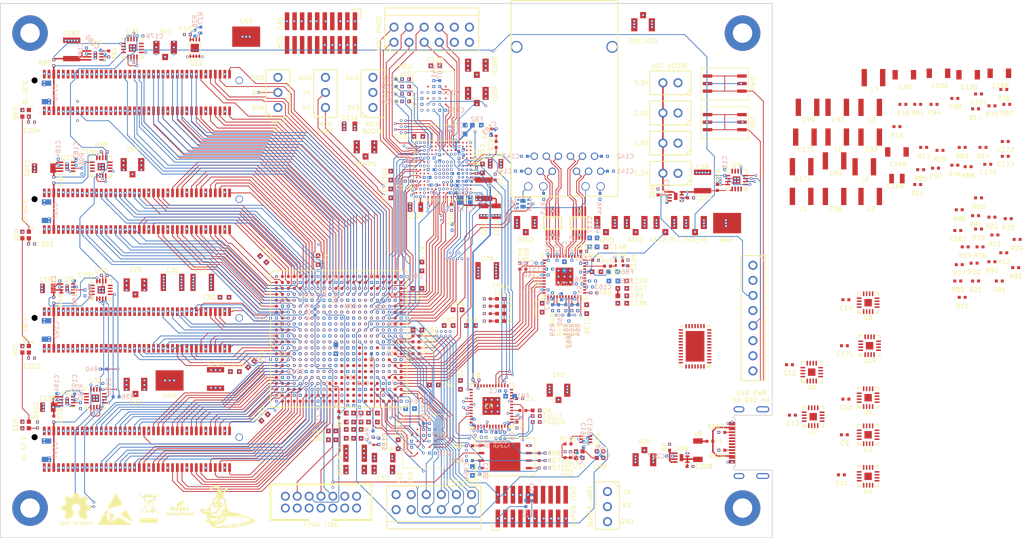
<source format=kicad_pcb>
(kicad_pcb (version 20240108) (generator "pcbnew") (generator_version "8.0")
  (layers (0 "F.Cu" signal) (1 "In1.Cu" power) (2 "In2.Cu" signal) (3 "In3.Cu" power) (4 "In4.Cu" power) (5 "In5.Cu" power) (6 "In6.Cu" power) (7 "In7.Cu" signal) (8 "In8.Cu" power) (31 "B.Cu" signal) (34 "B.Paste" user) (35 "F.Paste" user) (36 "B.SilkS" user "B.Silkscreen") (37 "F.SilkS" user "F.Silkscreen") (38 "B.Mask" user) (39 "F.Mask" user) (44 "Edge.Cuts" user))
  (net 0 "")
  (net 1 "/GND")
  (net 2 "/3V3_SB")
  (net 3 "/Power supply/SUPER_RST_N")
  (net 4 "/Power supply/A3V3_SUPER")
  (net 5 "/Power supply/DUT_VDD_SHIN")
  (net 6 "/1V0")
  (net 7 "/1V8")
  (net 8 "/2V5")
  (net 9 "/3V3")
  (net 10 "/MCU/VSMPS")
  (net 11 "/MCU/VCORE")
  (net 12 "/MCU/MCU_VDDA")
  (net 13 "/MCU/VLXSMPS")
  (net 14 "/1V2")
  (net 15 "/Ethernet/D1V2")
  (net 16 "Net-(J6-CH1_TAP)")
  (net 17 "Net-(J6-CH2_TAP)")
  (net 18 "Net-(J6-CH3_TAP)")
  (net 19 "Net-(J6-CH4_TAP)")
  (net 20 "/Ethernet/A2V5")
  (net 21 "/Ethernet/A1V2")
  (net 22 "/Ethernet/A1V2_PLL")
  (net 23 "Net-(U10-SR)")
  (net 24 "Net-(U23-SR)")
  (net 25 "Net-(U27-SR)")
  (net 26 "Net-(U29-SR)")
  (net 27 "Net-(U31-SR)")
  (net 28 "Net-(D1-A)")
  (net 29 "Net-(D2-A)")
  (net 30 "Net-(D3-A)")
  (net 31 "Net-(D4-A)")
  (net 32 "Net-(D5-A)")
  (net 33 "Net-(D6-A)")
  (net 34 "Net-(D7-A)")
  (net 35 "Net-(D8-A)")
  (net 36 "Net-(D9-A)")
  (net 37 "Net-(D10-A)")
  (net 38 "Net-(D11-A)")
  (net 39 "Net-(F1-Pad1)")
  (net 40 "Net-(F1-Pad2)")
  (net 41 "/Power supply/SUPER_UART_RX")
  (net 42 "/Power supply/SUPER_UART_TX")
  (net 44 "/Power supply/SUPER_JTAG_TDI")
  (net 47 "/Power supply/SUPER_JTAG_TDO")
  (net 49 "/Power supply/SUPER_JTAG_TMS")
  (net 51 "/Power supply/SUPER_JTAG_TCK")
  (net 52 "/FPGA support/FPGA_TDO")
  (net 54 "/FPGA support/FPGA_TDI")
  (net 58 "/FPGA support/FPGA_TMS")
  (net 59 "/FPGA support/FPGA_TCK")
  (net 60 "/MCU/MCU_JTAG_TDI")
  (net 61 "/MCU/MCU_JTAG_TCK")
  (net 64 "/MCU/MCU_JTAG_TMS")
  (net 67 "/MCU/MCU_RST_N")
  (net 69 "/MCU/MCU_JTAG_TDO")
  (net 70 "/MCU/MCU_UART_TX")
  (net 71 "/MCU/MCU_UART_RX")
  (net 72 "Net-(J6-LED2_P)")
  (net 73 "/Ethernet/ETH_A_P")
  (net 74 "/Ethernet/ETH_D_N")
  (net 75 "/Ethernet/ETH_LED1_N")
  (net 76 "/Ethernet/ETH_C_N")
  (net 77 "/Ethernet/ETH_A_N")
  (net 78 "/Ethernet/ETH_D_P")
  (net 79 "Net-(J6-LED1_P)")
  (net 80 "/Ethernet/ETH_B_N")
  (net 81 "/Ethernet/ETH_B_P")
  (net 82 "/Ethernet/ETH_LED2_N")
  (net 83 "/Ethernet/ETH_C_P")
  (net 84 "Net-(J11-P2)")
  (net 85 "/MCU/MCU_PMOD_DQ2")
  (net 86 "/MCU/MCU_PMOD_DQ7")
  (net 87 "/MCU/MCU_PMOD_DQ1")
  (net 88 "/MCU/MCU_PMOD_DQ4")
  (net 89 "/MCU/MCU_PMOD_DQ0")
  (net 90 "/MCU/MCU_PMOD_DQ3")
  (net 91 "/MCU/MCU_PMOD_DQ5")
  (net 92 "/MCU/MCU_PMOD_DQ6")
  (net 93 "/MCU/FPGA_PMOD_DQ6")
  (net 94 "/MCU/FPGA_PMOD_DQ7")
  (net 95 "/MCU/FPGA_PMOD_DQ3")
  (net 96 "/MCU/FPGA_PMOD_DQ4")
  (net 97 "/MCU/FPGA_PMOD_DQ1")
  (net 98 "/MCU/FPGA_PMOD_DQ2")
  (net 99 "/MCU/FPGA_PMOD_DQ5")
  (net 100 "/MCU/FPGA_PMOD_DQ0")
  (net 101 "/Power supply/DUT_VDD_RAW")
  (net 102 "/Power supply/3V3_SW")
  (net 103 "/Power supply/3V3_SHIN")
  (net 104 "Net-(U11C-SW3)")
  (net 105 "/Power supply/2V5_SHIN")
  (net 106 "/Power supply/3V3_SB_SHIN")
  (net 107 "Net-(U11D-SW4)")
  (net 108 "/Power supply/1V8_SHIN")
  (net 109 "Net-(U11E-SW5)")
  (net 110 "Net-(U11F-SW6)")
  (net 111 "/Power supply/1V2_SHIN")
  (net 112 "/Power supply/1V0_SW")
  (net 113 "/Power supply/1V0_SHIN")
  (net 114 "/VBUS")
  (net 115 "/Ethernet/ETH_LED2_N_1V8_INV")
  (net 116 "/Ethernet/ETH_LED1_N_1V8_INV")
  (net 117 "/Power supply/SUPER_PWRGOOD_LED")
  (net 118 "/Power supply/SUPER_SYSOK_LED")
  (net 119 "/Power supply/SUPER_FAULT_LED")
  (net 120 "/Power supply/SUPER_BOOT0")
  (net 121 "/Power supply/SUPER_JTAG_TRST")
  (net 122 "Net-(U2B-PB3)")
  (net 123 "Net-(U1A-TDO_0)")
  (net 124 "Net-(U11I-MODE)")
  (net 125 "/Power supply/3V3_DIV2")
  (net 126 "/Power supply/3V3_EN")
  (net 127 "/Power supply/2V5_DIV2")
  (net 128 "/Power supply/2V5_EN")
  (net 129 "/I2C_SCL")
  (net 130 "/I2C_SDA")
  (net 131 "Net-(U13-CLK)")
  (net 132 "/MCU/MCU_CLK_25MHZ")
  (net 133 "/MCU/FPGA_LED_0")
  (net 134 "/MCU/FPGA_LED_1")
  (net 135 "/MCU/FPGA_LED_2")
  (net 136 "/MCU/MCU_JTAG_TRST")
  (net 137 "/MCU/FPGA_LED_3")
  (net 138 "/MCU/MCU_LED_0")
  (net 139 "Net-(U14B-PB3)")
  (net 140 "/SUPER_I2C_SCL")
  (net 141 "/MCU/MCU_LED_1")
  (net 142 "/MCU/MCU_LED_2")
  (net 143 "/MCU/MCU_LED_3")
  (net 144 "/SUPER_I2C_SDA")
  (net 145 "/MCU/MCU_HYPERRAM_CS_N")
  (net 146 "/MCU/FPGA_CLK_25MHZ")
  (net 147 "Net-(U16-CLK)")
  (net 148 "/Ethernet/ETH_CLK_25MHZ")
  (net 149 "Net-(U18-CLK)")
  (net 150 "/Ethernet/ETH_LED2_N_1V8")
  (net 151 "/Ethernet/ETH_RXD3")
  (net 152 "Net-(U20-RXD3{slash}MODE3)")
  (net 153 "Net-(U20-RXD2{slash}MODE2)")
  (net 154 "/Ethernet/ETH_RXD2")
  (net 155 "Net-(U20-RXD1{slash}MODE1)")
  (net 156 "/Ethernet/ETH_RXD1")
  (net 157 "/Ethernet/ETH_RXD0")
  (net 158 "Net-(U20-RXD0{slash}MODE0)")
  (net 159 "Net-(U20-RX_DV{slash}CLK125_EN)")
  (net 160 "/Ethernet/ETH_RX_DV")
  (net 161 "/Ethernet/ETH_RX_CLK")
  (net 162 "Net-(U20-RX_CLK{slash}PHYAD2)")
  (net 163 "Net-(U20-ISET)")
  (net 164 "/Ethernet/ETH_LED1_N_1V8")
  (net 165 "Net-(U20-CLK125_NDO{slash}LED_MODE)")
  (net 166 "/Ethernet/FPGA_FLASH_CS_N")
  (net 167 "/Ethernet/FPGA_FLASH_DQ3")
  (net 168 "/Ethernet/ETH_MDIO")
  (net 169 "Net-(U24-DI{slash}IO0)")
  (net 170 "/Ethernet/FPGA_FLASH_DQ0")
  (net 171 "Net-(U24-DO{slash}IO1)")
  (net 172 "/Ethernet/FPGA_FLASH_DQ1")
  (net 173 "Net-(U24-WP#{slash}IO2)")
  (net 174 "/Ethernet/FPGA_FLASH_DQ2")
  (net 175 "Net-(U24-HOLD#{slash}IO3)")
  (net 176 "Net-(U1E-IO_L6P_T0_FCS_B_14)")
  (net 177 "Net-(U1E-IO_L1P_T0_D00_MOSI_14)")
  (net 178 "Net-(U1E-IO_L1N_T0_D01_DIN_14)")
  (net 179 "Net-(U1E-IO_L2P_T0_D02_14)")
  (net 180 "Net-(U1E-IO_L2N_T0_D03_14)")
  (net 181 "/Power supply/1V8_FB")
  (net 182 "/Power supply/1V8_DIV2")
  (net 183 "/Power supply/1V8_EN")
  (net 184 "/Power supply/1V2_FB")
  (net 185 "/Power supply/1V2_DIV2")
  (net 186 "/Power supply/1V2_EN")
  (net 187 "/Power supply/1V0_FB")
  (net 188 "/Power supply/1V0_DIV2")
  (net 189 "/Power supply/1V0_EN")
  (net 190 "/Power supply/DUT_VDD_EN")
  (net 191 "/DUT_VDD")
  (net 192 "/DUT_VCCIO_EN")
  (net 193 "/3V3 VCCIO socket/DUT_VCCIO")
  (net 194 "/3V3 VCCIO socket/DUT_VCCIO_SHIN")
  (net 195 "/2V5 VCCIO socket/DUT_VCCIO")
  (net 196 "/2V5 VCCIO socket/DUT_VCCIO_SHIN")
  (net 197 "/1V8 VCCIO socket/DUT_VCCIO_SHIN")
  (net 198 "/1V8 VCCIO socket/DUT_VCCIO")
  (net 199 "/1V2 VCCIO socket/DUT_VCCIO_SHIN")
  (net 200 "/1V2 VCCIO socket/DUT_VCCIO")
  (net 201 "/MCU/MCU_BOOT0")
  (net 202 "Net-(J14-CC2)")
  (net 203 "Net-(J14-CC1)")
  (net 204 "/Ethernet/FPGA_RAM_CS_N")
  (net 205 "/Ethernet/FPGA_RAM_RST_N")
  (net 206 "/MCU/MCU_HYPERRAM_RST_N")
  (net 207 "/Power supply/SOFT_PWR")
  (net 208 "/Power supply/SOFT_RST")
  (net 209 "/INA_ALERT")
  (net 210 "/Power supply/LTC_PGOOD_ALL")
  (net 211 "/MCU/FMC_AD4")
  (net 212 "/1V8 VCCIO socket/DUT_GPIO21")
  (net 213 "/1V8 VCCIO socket/DUT_GPIO13")
  (net 214 "/3V3 VCCIO socket/DUT_GPIO42")
  (net 215 "/3V3 VCCIO socket/DUT_GPIO29")
  (net 216 "/MCU/FMC_A25")
  (net 217 "/2V5 VCCIO socket/DUT_GPIO13")
  (net 218 "/3V3 VCCIO socket/DUT_GPIO9")
  (net 219 "/2V5 VCCIO socket/DUT_GPIO34")
  (net 223 "/2V5 VCCIO socket/DUT_GPIO7")
  (net 224 "/1V8 VCCIO socket/DUT_GPIO44")
  (net 225 "/3V3 VCCIO socket/DUT_GPIO45")
  (net 226 "/1V2 VCCIO socket/DUT_GPIO40")
  (net 227 "/3V3 VCCIO socket/DUT_GPIO1")
  (net 228 "/1V8 VCCIO socket/DUT_GPIO26")
  (net 229 "/Ethernet/RGMII_TXD0")
  (net 230 "/1V8 VCCIO socket/DUT_GPIO35")
  (net 231 "/3V3 VCCIO socket/DUT_GPIO39")
  (net 232 "/1V2 VCCIO socket/DUT_GPIO13")
  (net 233 "/Ethernet/FPGA_RAM_DQ1")
  (net 234 "/2V5 VCCIO socket/DUT_GPIO5")
  (net 235 "/3V3 VCCIO socket/DUT_GPIO20")
  (net 237 "/1V8 VCCIO socket/DUT_GPIO25")
  (net 238 "/1V8 VCCIO socket/DUT_GPIO14")
  (net 239 "/3V3 VCCIO socket/DUT_GPIO36")
  (net 240 "/Ethernet/FPGA_RAM_CLK_N")
  (net 241 "/1V2 VCCIO socket/DUT_GPIO27")
  (net 242 "/2V5 VCCIO socket/DUT_GPIO44")
  (net 243 "/1V8 VCCIO socket/DUT_GPIO27")
  (net 244 "/3V3 VCCIO socket/DUT_GPIO2")
  (net 245 "/2V5 VCCIO socket/DUT_GPIO37")
  (net 246 "/MCU/FMC_AD10")
  (net 247 "/3V3 VCCIO socket/DUT_GPIO16")
  (net 248 "/2V5 VCCIO socket/DUT_GPIO26")
  (net 249 "/1V8 VCCIO socket/DUT_GPIO30")
  (net 250 "/1V8 VCCIO socket/DUT_GPIO48")
  (net 251 "/3V3 VCCIO socket/DUT_GPIO0")
  (net 252 "/2V5 VCCIO socket/DUT_GPIO43")
  (net 253 "/MCU/FMC_A18")
  (net 254 "/MCU/FMC_NE2")
  (net 255 "/1V8 VCCIO socket/DUT_GPIO18")
  (net 256 "/3V3 VCCIO socket/DUT_GPIO40")
  (net 260 "/MCU/FMC_AD5")
  (net 261 "/Ethernet/FPGA_RAM_PSC_P")
  (net 262 "/2V5 VCCIO socket/DUT_GPIO30")
  (net 263 "/1V2 VCCIO socket/DUT_GPIO1")
  (net 264 "/3V3 VCCIO socket/DUT_GPIO38")
  (net 265 "/1V2 VCCIO socket/DUT_GPIO6")
  (net 266 "/1V2 VCCIO socket/DUT_GPIO14")
  (net 267 "/2V5 VCCIO socket/DUT_GPIO17")
  (net 268 "/Ethernet/FPGA_RAM_DQ0")
  (net 269 "/2V5 VCCIO socket/DUT_GPIO22")
  (net 270 "/1V8 VCCIO socket/DUT_GPIO6")
  (net 271 "/1V8 VCCIO socket/DUT_GPIO28")
  (net 272 "/2V5 VCCIO socket/DUT_GPIO2")
  (net 273 "/1V2 VCCIO socket/DUT_GPIO26")
  (net 275 "/1V8 VCCIO socket/DUT_GPIO47")
  (net 276 "/2V5 VCCIO socket/DUT_GPIO24")
  (net 278 "/3V3 VCCIO socket/DUT_GPIO13")
  (net 279 "/1V8 VCCIO socket/DUT_GPIO12")
  (net 280 "/2V5 VCCIO socket/DUT_GPIO27")
  (net 281 "/1V8 VCCIO socket/DUT_GPIO33")
  (net 282 "/3V3 VCCIO socket/DUT_GPIO8")
  (net 283 "/2V5 VCCIO socket/DUT_GPIO3")
  (net 284 "/1V2 VCCIO socket/DUT_GPIO21")
  (net 285 "/1V8 VCCIO socket/DUT_GPIO37")
  (net 288 "/1V2 VCCIO socket/DUT_GPIO18")
  (net 289 "/1V8 VCCIO socket/DUT_GPIO31")
  (net 290 "/2V5 VCCIO socket/DUT_GPIO8")
  (net 291 "/1V2 VCCIO socket/DUT_GPIO29")
  (net 292 "/1V2 VCCIO socket/DUT_GPIO47")
  (net 293 "/MCU/FMC_A22")
  (net 294 "/1V8 VCCIO socket/DUT_GPIO7")
  (net 297 "/3V3 VCCIO socket/DUT_GPIO43")
  (net 298 "/3V3 VCCIO socket/DUT_GPIO10")
  (net 299 "/2V5 VCCIO socket/DUT_GPIO35")
  (net 300 "/Ethernet/RGMII_TXD3")
  (net 301 "/2V5 VCCIO socket/DUT_GPIO46")
  (net 303 "/MCU/FMC_A19")
  (net 304 "/3V3 VCCIO socket/DUT_GPIO24")
  (net 306 "/1V8 VCCIO socket/DUT_GPIO23")
  (net 307 "/MCU/FMC_AD11")
  (net 308 "/1V2 VCCIO socket/DUT_GPIO37")
  (net 309 "/2V5 VCCIO socket/DUT_GPIO39")
  (net 310 "/1V8 VCCIO socket/DUT_GPIO38")
  (net 311 "/1V8 VCCIO socket/DUT_GPIO9")
  (net 312 "/3V3 VCCIO socket/DUT_GPIO5")
  (net 313 "/1V8 VCCIO socket/DUT_GPIO34")
  (net 315 "/2V5 VCCIO socket/DUT_GPIO14")
  (net 316 "/3V3 VCCIO socket/DUT_GPIO19")
  (net 319 "/1V2 VCCIO socket/DUT_GPIO2")
  (net 320 "/FPGA_DONE")
  (net 321 "/1V8 VCCIO socket/DUT_GPIO1")
  (net 322 "/1V2 VCCIO socket/DUT_GPIO22")
  (net 323 "/MCU/FMC_AD1")
  (net 324 "/1V2 VCCIO socket/DUT_GPIO30")
  (net 325 "/2V5 VCCIO socket/DUT_GPIO38")
  (net 326 "/1V8 VCCIO socket/DUT_GPIO22")
  (net 327 "/3V3 VCCIO socket/DUT_GPIO3")
  (net 328 "/MCU/FMC_NOE")
  (net 329 "/2V5 VCCIO socket/DUT_GPIO47")
  (net 330 "/Ethernet/FPGA_RAM_DQ7")
  (net 331 "/3V3 VCCIO socket/DUT_GPIO35")
  (net 332 "/3V3 VCCIO socket/DUT_GPIO4")
  (net 333 "/1V8 VCCIO socket/DUT_GPIO32")
  (net 334 "/1V8 VCCIO socket/DUT_GPIO3")
  (net 335 "/1V8 VCCIO socket/DUT_GPIO41")
  (net 336 "/Ethernet/FPGA_RAM_CLK_P")
  (net 337 "/MCU/FMC_AD13")
  (net 338 "/1V2 VCCIO socket/DUT_GPIO48")
  (net 340 "/Ethernet/RGMII_TXD2")
  (net 341 "/3V3 VCCIO socket/DUT_GPIO37")
  (net 342 "/1V8 VCCIO socket/DUT_GPIO10")
  (net 344 "/1V2 VCCIO socket/DUT_GPIO28")
  (net 345 "/2V5 VCCIO socket/DUT_GPIO25")
  (net 346 "/1V2 VCCIO socket/DUT_GPIO39")
  (net 347 "/FPGA support/FPGA_RST_N")
  (net 348 "/MCU/FMC_NWAIT")
  (net 349 "/2V5 VCCIO socket/DUT_GPIO33")
  (net 350 "/2V5 VCCIO socket/DUT_GPIO20")
  (net 351 "/1V2 VCCIO socket/DUT_GPIO3")
  (net 352 "/MCU/FMC_AD7")
  (net 353 "/1V8 VCCIO socket/DUT_GPIO24")
  (net 354 "/1V2 VCCIO socket/DUT_GPIO8")
  (net 355 "/1V2 VCCIO socket/DUT_GPIO23")
  (net 356 "/MCU/FMC_AD9")
  (net 358 "/1V2 VCCIO socket/DUT_GPIO34")
  (net 359 "/3V3 VCCIO socket/DUT_GPIO11")
  (net 360 "/1V2 VCCIO socket/DUT_GPIO35")
  (net 361 "/1V8 VCCIO socket/DUT_GPIO39")
  (net 362 "/3V3 VCCIO socket/DUT_GPIO18")
  (net 363 "/3V3 VCCIO socket/DUT_GPIO14")
  (net 364 "/3V3 VCCIO socket/DUT_GPIO23")
  (net 365 "/3V3 VCCIO socket/DUT_GPIO7")
  (net 366 "/Ethernet/RGMII_TX_EN")
  (net 367 "/1V8 VCCIO socket/DUT_GPIO43")
  (net 368 "/2V5 VCCIO socket/DUT_GPIO31")
  (net 370 "/1V8 VCCIO socket/DUT_GPIO0")
  (net 371 "/MCU/FMC_A16")
  (net 372 "/1V2 VCCIO socket/DUT_GPIO33")
  (net 374 "/MCU/FMC_CLK")
  (net 375 "/2V5 VCCIO socket/DUT_GPIO49")
  (net 376 "/1V8 VCCIO socket/DUT_GPIO8")
  (net 377 "/1V2 VCCIO socket/DUT_GPIO43")
  (net 378 "/3V3 VCCIO socket/DUT_GPIO33")
  (net 379 "/1V2 VCCIO socket/DUT_GPIO9")
  (net 380 "/1V2 VCCIO socket/DUT_GPIO17")
  (net 381 "/3V3 VCCIO socket/DUT_GPIO28")
  (net 382 "/2V5 VCCIO socket/DUT_GPIO6")
  (net 383 "/2V5 VCCIO socket/DUT_GPIO36")
  (net 384 "/3V3 VCCIO socket/DUT_GPIO48")
  (net 385 "/3V3 VCCIO socket/DUT_GPIO6")
  (net 387 "/1V2 VCCIO socket/DUT_GPIO31")
  (net 388 "/1V2 VCCIO socket/DUT_GPIO25")
  (net 389 "/1V8 VCCIO socket/DUT_GPIO17")
  (net 390 "/1V2 VCCIO socket/DUT_GPIO19")
  (net 391 "/Ethernet/FPGA_RAM_PSC_N")
  (net 392 "/MCU/FMC_AD0")
  (net 393 "/2V5 VCCIO socket/DUT_GPIO9")
  (net 394 "/2V5 VCCIO socket/DUT_GPIO40")
  (net 395 "/3V3 VCCIO socket/DUT_GPIO27")
  (net 396 "/MCU/FMC_A21")
  (net 397 "/MCU/FMC_NBL0")
  (net 398 "/MCU/FMC_NE3")
  (net 399 "/2V5 VCCIO socket/DUT_GPIO12")
  (net 400 "/Ethernet/FPGA_RAM_DQS")
  (net 401 "/1V8 VCCIO socket/DUT_GPIO42")
  (net 402 "/1V8 VCCIO socket/DUT_GPIO15")
  (net 403 "/3V3 VCCIO socket/DUT_GPIO49")
  (net 404 "/MCU/FMC_NL_NADV")
  (net 405 "/2V5 VCCIO socket/DUT_GPIO11")
  (net 407 "/1V8 VCCIO socket/DUT_GPIO5")
  (net 409 "/1V2 VCCIO socket/DUT_GPIO5")
  (net 410 "/3V3 VCCIO socket/DUT_GPIO17")
  (net 411 "/Ethernet/ETH_RST_N")
  (net 412 "/1V2 VCCIO socket/DUT_GPIO7")
  (net 413 "/MCU/FMC_A20")
  (net 414 "/3V3 VCCIO socket/DUT_GPIO32")
  (net 415 "/1V2 VCCIO socket/DUT_GPIO36")
  (net 416 "/3V3 VCCIO socket/DUT_GPIO31")
  (net 418 "/1V2 VCCIO socket/DUT_GPIO15")
  (net 419 "/Ethernet/FPGA_RAM_DQ6")
  (net 420 "/MCU/FMC_AD6")
  (net 423 "/1V2 VCCIO socket/DUT_GPIO12")
  (net 424 "/1V2 VCCIO socket/DUT_GPIO11")
  (net 425 "/1V2 VCCIO socket/DUT_GPIO42")
  (net 426 "/1V2 VCCIO socket/DUT_GPIO32")
  (net 427 "/2V5 VCCIO socket/DUT_GPIO19")
  (net 429 "/3V3 VCCIO socket/DUT_GPIO30")
  (net 430 "/1V2 VCCIO socket/DUT_GPIO16")
  (net 431 "/1V2 VCCIO socket/DUT_GPIO46")
  (net 432 "/2V5 VCCIO socket/DUT_GPIO29")
  (net 433 "/2V5 VCCIO socket/DUT_GPIO10")
  (net 434 "/1V8 VCCIO socket/DUT_GPIO11")
  (net 435 "/1V2 VCCIO socket/DUT_GPIO24")
  (net 436 "/2V5 VCCIO socket/DUT_GPIO0")
  (net 438 "/2V5 VCCIO socket/DUT_GPIO28")
  (net 439 "/MCU/FMC_A23")
  (net 440 "/MCU/FMC_AD8")
  (net 441 "/3V3 VCCIO socket/DUT_GPIO26")
  (net 442 "/3V3 VCCIO socket/DUT_GPIO44")
  (net 443 "/1V2 VCCIO socket/DUT_GPIO10")
  (net 444 "/3V3 VCCIO socket/DUT_GPIO22")
  (net 445 "/MCU/FMC_AD12")
  (net 446 "/1V8 VCCIO socket/DUT_GPIO45")
  (net 447 "/MCU/FMC_AD15")
  (net 448 "/3V3 VCCIO socket/DUT_GPIO41")
  (net 449 "/3V3 VCCIO socket/DUT_GPIO21")
  (net 451 "/2V5 VCCIO socket/DUT_GPIO16")
  (net 452 "/Ethernet/ETH_MDC")
  (net 453 "/1V8 VCCIO socket/DUT_GPIO16")
  (net 454 "/Ethernet/FPGA_RAM_DQ4")
  (net 455 "/Ethernet/FPGA_RAM_DQ3")
  (net 456 "/2V5 VCCIO socket/DUT_GPIO42")
  (net 457 "/2V5 VCCIO socket/DUT_GPIO18")
  (net 458 "/2V5 VCCIO socket/DUT_GPIO32")
  (net 459 "/3V3 VCCIO socket/DUT_GPIO15")
  (net 460 "/1V2 VCCIO socket/DUT_GPIO0")
  (net 461 "/MCU/FMC_NE1")
  (net 462 "/3V3 VCCIO socket/DUT_GPIO46")
  (net 463 "/Ethernet/RGMII_TX_CLK")
  (net 464 "/Ethernet/FPGA_RAM_DQ5")
  (net 465 "/MCU/FMC_NWE")
  (net 467 "/1V2 VCCIO socket/DUT_GPIO41")
  (net 468 "/Ethernet/RGMII_TXD1")
  (net 469 "/1V8 VCCIO socket/DUT_GPIO46")
  (net 470 "/Ethernet/FPGA_RAM_DQ2")
  (net 471 "/2V5 VCCIO socket/DUT_GPIO1")
  (net 472 "/2V5 VCCIO socket/DUT_GPIO23")
  (net 474 "/1V2 VCCIO socket/DUT_GPIO38")
  (net 475 "/1V8 VCCIO socket/DUT_GPIO40")
  (net 476 "/2V5 VCCIO socket/DUT_GPIO41")
  (net 477 "/MCU/FMC_AD3")
  (net 479 "/3V3 VCCIO socket/DUT_GPIO25")
  (net 481 "/1V8 VCCIO socket/DUT_GPIO29")
  (net 482 "/MCU/FMC_A17")
  (net 483 "/FPGA support/FPGA_INIT")
  (net 484 "/3V3 VCCIO socket/DUT_GPIO47")
  (net 485 "/3V3 VCCIO socket/DUT_GPIO34")
  (net 486 "/MCU/FMC_AD14")
  (net 487 "/2V5 VCCIO socket/DUT_GPIO45")
  (net 488 "/FLASH_SCK")
  (net 490 "/1V8 VCCIO socket/DUT_GPIO49")
  (net 491 "/2V5 VCCIO socket/DUT_GPIO48")
  (net 492 "/2V5 VCCIO socket/DUT_GPIO15")
  (net 493 "/1V8 VCCIO socket/DUT_GPIO2")
  (net 495 "/2V5 VCCIO socket/DUT_GPIO21")
  (net 497 "/1V8 VCCIO socket/DUT_GPIO36")
  (net 498 "/1V2 VCCIO socket/DUT_GPIO44")
  (net 500 "/MCU/FMC_NBL1")
  (net 501 "/MCU/FMC_AD2")
  (net 502 "/MCU/FMC_A24")
  (net 503 "/1V2 VCCIO socket/DUT_GPIO49")
  (net 504 "/1V2 VCCIO socket/DUT_GPIO45")
  (net 505 "/1V8 VCCIO socket/DUT_GPIO19")
  (net 507 "/1V2 VCCIO socket/DUT_GPIO4")
  (net 508 "/1V8 VCCIO socket/DUT_GPIO20")
  (net 509 "/1V8 VCCIO socket/DUT_GPIO4")
  (net 510 "/2V5 VCCIO socket/DUT_GPIO4")
  (net 511 "/3V3 VCCIO socket/DUT_GPIO12")
  (net 512 "/1V2 VCCIO socket/DUT_GPIO20")
  (net 513 "/MCU/SUPER_SPI_CS_N")
  (net 514 "/Power supply/LTC_VTEMP")
  (net 515 "/MCU/SUPER_SPI_MISO")
  (net 516 "/MCU/SUPER_SPI_MOSI")
  (net 517 "/MCU/SUPER_SPI_SCK")
  (net 518 "/Power supply/3V3_FB")
  (net 519 "/Power supply/2V5_FB")
  (net 520 "/Power supply/3V3_SB_FB")
  (net 525 "/MCU/MCU_HYPERRAM_DQ5")
  (net 526 "/PRSNT_3V3")
  (net 532 "/MCU/MCU_HYPERRAM_DQ0")
  (net 533 "/MCU/MCU_HYPERRAM_CLK_N")
  (net 538 "/PRSNT_1V2")
  (net 539 "/PRSNT_1V8")
  (net 541 "unconnected-(U14D-PD7-PadB8)")
  (net 542 "/MCU/MCU_HYPERRAM_DQ3")
  (net 544 "/PRSNT_2V5")
  (net 549 "/MCU/MCU_HYPERRAM_DQ4")
  (net 550 "/MCU/MCU_HYPERRAM_DQ7")
  (net 551 "/MCU/MCU_HYPERRAM_DQS")
  (net 553 "/MCU/MCU_HYPERRAM_CLK_P")
  (net 555 "unconnected-(U14C-PC11-PadC11)")
  (net 560 "/MCU/MCU_HYPERRAM_DQ2")
  (net 564 "/MCU/MCU_HYPERRAM_DQ1")
  (net 567 "/MCU/MCU_HYPERRAM_DQ6")
  (net 576 "Net-(U33-DIN)")
  (net 577 "/LED_CTRL")
  (net 578 "/RGB LEDs/LED_CTRL_5V0")
  (net 581 "Net-(U39-SR)")
  (net 582 "/VBUS_RAW")
  (net 583 "Net-(U33-DOUT)")
  (net 584 "Net-(U34-DOUT)")
  (net 585 "Net-(U35-DOUT)")
  (net 586 "Net-(U37-DOUT)")
  (net 587 "/VBUS_SHOUT")
  (net 595 "Net-(U1A-CCLK_0)")
  (net 603 "unconnected-(U14G-PG8-PadG12)")
  (net 604 "unconnected-(U14G-PG4-PadG14)")
  (net 605 "unconnected-(U14G-PG7-PadG13)")
  (net 617 "Net-(U37-DIN)")
  (footprint "azonenberg_pcb:EIA_0603_CAP_NOSILK" (layer "F.Cu") (at 128.25 77.25 -90)
    (property "Reference" "C140")
    (property "Value" "4.7 uF" (hide yes))
  )
  (footprint "azonenberg_pcb:EIA_0402_CAP_NOSILK" (layer "F.Cu") (at 142.7 69.7 90)
    (property "Reference" "C134")
    (property "Value" "0.47 uF" (hide yes))
  )
  (footprint "azonenberg_pcb:EIA_0402_LED" (layer "F.Cu") (at 127.25 96.5 180)
    (property "Reference" "D1" (hide yes))
    (property "Value" "GREEN" (hide yes))
  )
  (footprint "azonenberg_pcb:EIA_0402_RES_NOSILK" (layer "F.Cu") (at 156.5 99.75 180)
    (property "Reference" "F1")
    (property "Value" "1A" (hide yes))
  )
  (footprint "azonenberg_pcb:EIA_0402_LED" (layer "F.Cu") (at 121.25 75.75 180)
    (property "Reference" "D4" (hide yes))
    (property "Value" "GREEN" (hide yes))
  )
  (footprint "azonenberg_pcb:EIA_0402_RES_NOSILK" (layer "F.Cu") (at 208 70.5)
    (property "Reference" "R82")
    (property "Value" "464K" (hide yes))
  )
  (footprint "azonenberg_pcb:SWITCH_RAFI_MICON_5" (layer "F.Cu") (at 159 39.5 90)
    (property "Reference" "SW1" (hide yes))
    (property "Value" "SWITCH" (hide yes))
  )
  (footprint "azonenberg_pcb:EIA_0603_CAP_NOSILK" (layer "F.Cu") (at 100.5 95.75 -90)
    (property "Reference" "C37" (hide yes))
    (property "Value" "4.7 uF" (hide yes))
  )
  (footprint "azonenberg_pcb:EIA_0402_LED" (layer "F.Cu") (at 121.25 78.25 180)
    (property "Reference" "D6" (hide yes))
    (property "Value" "GREEN" (hide yes))
  )
  (footprint "w_logo:Logo_silk_WEEE_3.4x5mm" (layer "F.Cu") (at 62 111)
    (property "Reference" "M9" (hide yes))
    (property "Value" "MECHANICAL" (hide yes))
  )
  (footprint "azonenberg_pcb:EIA_1210_CAP_NOSILK" (layer "F.Cu") (at 171.95 58.48507)
    (property "Reference" "L1")
    (property "Value" "2.2 uH" (hide yes))
  )
  (footprint "azonenberg_pcb:EIA_0402_RES_NOSILK" (layer "F.Cu") (at 149.717534 100.75 -90)
    (property "Reference" "R9")
    (property "Value" "25 mR" (hide yes))
  )
  (footprint "azonenberg_pcb:EIA_0603_CAP_NOSILK" (layer "F.Cu") (at 107.25 81)
    (property "Reference" "C82")
    (property "Value" "4.7 uF" (hide yes))
  )
  (footprint "azonenberg_pcb:EIA_0603_CAP_NOSILK" (layer "F.Cu") (at 76.5 88 180)
    (property "Reference" "C210")
    (property "Value" "4.7 uF" (hide yes))
  )
  (footprint "azonenberg_pcb:CONN_U.FL_TE_1909763-1" (layer "F.Cu") (at 117.25 36.5)
    (property "Reference" "TP5" (hide yes))
    (property "Value" "U.FL" (hide yes))
  )
  (footprint "azonenberg_pcb:EIA_0402_RES_NOSILK" (layer "F.Cu") (at 55.25 34.5 90)
    (property "Reference" "R94")
    (property "Value" "10K" (hide yes))
  )
  (footprint "azonenberg_pcb:EIA_0402_CAP_NOSILK" (layer "F.Cu") (at 153.25 58.75)
    (property "Reference" "C177")
    (property "Value" "DNP" (hide yes))
  )
  (footprint "azonenberg_pcb:EIA_0402_LED" (layer "F.Cu") (at 105.25 38.75 180)
    (property "Reference" "D11" (hide yes))
    (property "Value" "GREEN" (hide yes))
  )
  (footprint "azonenberg_pcb:EIA_0402_CAP_NOSILK" (layer "F.Cu") (at 42.25 85.75)
    (property "Reference" "C202")
    (property "Value" "0.47 uF" (hide yes))
  )
  (footprint "azonenberg_pcb:LED_EVERLIGHT_19-C47_RSGHBHC-5V01_2T" (layer "F.Cu") (at 138 102)
    (property "Reference" "U38")
    (property "Value" "19-C47/RSGHBHC-5V01/2T" (hide yes))
  )
  (footprint "azonenberg_pcb:EIA_1206_CAP_NOSILK" (layer "F.Cu") (at 188 51)
    (property "Reference" "C169")
    (property "Value" "10 uF" (hide yes))
  )
  (footprint "azonenberg_pcb:EIA_1210_CAP_NOSILK" (layer "F.Cu") (at 96.75 101.75)
    (property "Reference" "C19")
    (property "Value" "47 uF" (hide yes))
  )
  (footprint "azonenberg_pcb:BGA_484_22x22_FULLARRAY_1MM" (layer "F.Cu") (at 94 82.5)
    (property "Reference" "U1" (hide yes))
    (property "Value" "XC7S100-1FGGA484C" (hide yes))
  )
  (footprint "azonenberg_pcb:EIA_0402_RES_NOSILK" (layer "F.Cu") (at 204.5 65)
    (property "Reference" "R11")
    (property "Value" "280K" (hide yes))
  )
  (footprint "azonenberg_pcb:LONGTHING-1200DPI" (layer "F.Cu") (at 75.799031 111.129721)
    (property "Reference" "M1" (hide yes))
    (property "Value" "MECHANICAL" (hide yes))
  )
  (footprint "azonenberg_pcb:EIA_0402_RES_NOSILK" (layer "F.Cu") (at 201.75 64)
    (property "Reference" "R79")
    (property "Value" "10K" (hide yes))
  )
  (footprint "azonenberg_pcb:EIA_1210_CAP_NOSILK" (layer "F.Cu") (at 177.5 52.5)
    (property "Reference" "C93")
    (property "Value" "22 uF" (hide yes))
  )
  (footprint "azonenberg_pcb:CONN_BELFUSE_0826_1G1T_23_F" (layer "F.Cu") (at 132 36.5)
    (property "Reference" "J6" (hide yes))
    (property "Value" "0826-1G1T-23-F" (hide yes))
  )
  (footprint "azonenberg_pcb:EIA_0402_RES_NOSILK" (layer "F.Cu") (at 192.5 50.25)
    (property "Reference" "R13")
    (property "Value" "10K" (hide yes))
  )
  (footprint "azonenberg_pcb:EIA_0402_CAP_NOSILK" (layer "F.Cu") (at 120.35 55.249999 90)
    (property "Reference" "C126")
    (property "Value" "220 pF" (hide yes))
  )
  (footprint "azonenberg_pcb:EIA_0402_CAP_NOSILK" (layer "F.Cu") (at 169.9 86.85)
    (property "Reference" "C12")
    (property "Value" "0.47 uF" (hide yes))
  )
  (footprint "azonenberg_pcb:EIA_0603_CAP_NOSILK" (layer "F.Cu") (at 95.25 98.5 -90)
    (property "Reference" "C23" (hide yes))
    (property "Value" "4.7 uF" (hide yes))
  )
  (footprint "azonenberg_pcb:MECHANICAL_CLEARANCEHOLE_4_40" (layer "F.Cu") (at 42 31)
    (property "Reference" "M3" (hide yes))
    (property "Value" "SCREWHOLE" (hide yes))
  )
  (footprint "azonenberg_pcb:BGA_24_6x8_DEPOP1_1MM" (layer "F.Cu") (at 110 42)
    (property "Reference" "U15" (hide yes))
    (property "Value" "S27KL0642GABHB020" (hide yes))
  )
  (footprint "azonenberg_pcb:EIA_0402_RES_NOSILK" (layer "F.Cu") (at 128.25 103 180)
    (property "Reference" "R67")
    (property "Value" "33" (hide yes))
  )
  (footprint "azonenberg_pcb:EIA_0402_CAP_NOSILK" (layer "F.Cu") (at 194.5 53.75)
    (property "Reference" "C97")
    (property "Value" "0.47 uF" (hide yes))
  )
  (footprint "azonenberg_pcb:CONN_HEADER_1.27MM_2x10_SMT_SAMTEC_FTSH-110-01-L-DV-K" (layer "F.Cu") (at 126.5 110.75)
    (property "Reference" "J2" (hide yes))
    (property "Value" "CORTEX_DEBUG_ETM" (hide yes))
  )
  (footprint "azonenberg_pcb:EIA_0603_CAP_NOSILK" (layer "F.Cu") (at 116.25 80.25)
    (property "Reference" "C49")
    (property "Value" "4.7 uF" (hide yes))
  )
  (footprint "azonenberg_pcb:EIA_0603_CAP_NOSILK" (layer "F.Cu") (at 97.75 95.75 -90)
    (property "Reference" "C36" (hide yes))
    (property "Value" "4.7 uF" (hide yes))
  )
  (footprint "azonenberg_pcb:EIA_0402_CAP_NOSILK" (layer "F.Cu") (at 124 97 -90)
    (property "Reference" "C4")
    (property "Value" "0.47 uF" (hide yes))
  )
  (footprint "azonenberg_pcb:EIA_1206_CAP_NOSILK" (layer "F.Cu") (at 195 37.75)
    (property "Reference" "C100")
    (property "Value" "10 uF" (hide yes))
  )
  (footprint "w_logo:Logo_silk_OSHW_6x6mm" (layer "F.Cu") (at 49.755 110.694565)
    (property "Reference" "M7" (hide yes))
    (property "Value" "MECHANICAL" (hide yes))
  )
  (footprint "azonenberg_pcb:EIA_0603_CAP_NOSILK" (layer "F.Cu") (at 95.25 95.75 -90)
    (property "Reference" "C24" (hide yes))
    (property "Value" "4.7 uF" (hide yes))
  )
  (footprint "azonenberg_pcb:DFN_8_0.5MM_2x2MM" (layer "F.Cu") (at 48.25 93 180)
    (property "Reference" "U31")
    (property "Value" "NCP45525IMNTWG-H" (hide yes))
  )
  (footprint "azonenberg_pcb:EIA_0603_CAP_NOSILK" (layer "F.Cu") (at 99 95.75 -90)
    (property "Reference" "C38" (hide yes))
    (property "Value" "4.7 uF" (hide yes))
  )
  (footprint "azonenberg_pcb:EIA_0402_LED" (layer "F.Cu") (at 105.25 40 180)
    (property "Reference" "D10" (hide yes))
    (property "Value" "GREEN" (hide yes))
  )
  (footprint "azonenberg_pcb:QFN_16_0.5MM_3x3MM" (layer "F.Cu") (at 173.65 88.1)
    (property "Reference" "U6")
    (property "Value" "INA230" (hide yes))
  )
  (footprint "azonenberg_pcb:CONN_HEADER_2.54MM_2x6_RA_PMOD_HOST" (layer "F.Cu") (at 109.65 31.270001 180)
    (property "Reference" "J12" (hide yes))
    (property "Value" "PMOD_HOST" (hide yes))
  )
  (footprint "azonenberg_pcb:EIA_0402_RES_NOSILK" (layer "F.Cu") (at 130 77.25 90)
    (property "Reference" "R48")
    (property "Value" "33" (hide yes))
  )
  (footprint "azonenberg_pcb:LED_EVERLIGHT_19-C47_RSGHBHC-5V01_2T" (layer "F.Cu") (at 41.25 97)
    (property "Reference" "U33")
    (property "Value" "19-C47/RSGHBHC-5V01/2T" (hide yes))
  )
  (footprint "azonenberg_pcb:XILINX_JTAG_PTH_MOLEX_0878311420" (layer "F.Cu") (at 91 110)
    (property "Reference" "J3" (hide yes))
    (property "Value" "XILINX_JTAG" (hide yes))
  )
  (footprint "azonenberg_pcb:EIA_0402_RES_NOSILK" (layer "F.Cu") (at 46 96 90)
    (property "Reference" "R101")
    (property "Value" "25 mR" (hide yes))
  )
  (footprint "azonenberg_pcb:EIA_0402_RES_NOSILK" (layer "F.Cu") (at 195.25 50.75)
    (property "Reference" "R25")
    (property "Value" "88.7K" (hide yes))
  )
  (footprint "azonenberg_pcb:BGA_201_10x10_DEPOP_0.65MM_OSHPARK" (layer "F.Cu") (at 111.649999 54 180)
    (property "Reference" "U14" (hide yes))
    (property "Value" "STM32H735-UFBGA176-25" (hide yes))
  )
  (footprint "azonenberg_pcb:DFN_8_0.5MM_2x2MM" (layer "F.Cu") (at 48.25 53.5 180)
    (property "Reference" "U27")
    (property "Value" "NCP45525IMNTWG-H" (hide yes))
  )
  (footprint "azonenberg_pcb:EIA_1210_CAP_NOSILK" (layer "F.Cu") (at 172.95 43.48507)
    (property "Reference" "C99")
    (property "Value" "22 uF" (hide yes))
  )
  (footprint "azonenberg_pcb:EIA_0402_RES_NOSILK" (layer "F.Cu") (at 158.499999 98.25 180)
    (property "Reference" "R103")
    (property "Value" "5.1k" (hide yes))
  )
  (footprint "azonenberg_pcb:EIA_0603_CAP_NOSILK" (layer "F.Cu") (at 141.75 76.5 180)
    (property "Reference" "C136")
    (property "Value" "4.7 uF" (hide yes))
  )
  (footprint "azonenberg_pcb:EIA_1206_CAP_NOSILK" (layer "F.Cu") (at 205.25 37.75)
    (property "Reference" "C166")
    (property "Value" "10 uF" (hide yes))
  )
  (footprint "azonenberg_pcb:EIA_1206_CAP_NOSILK" (layer "F.Cu") (at 200 38)
    (property "Reference" "C135")
    (property "Value" "22 uF" (hide yes))
  )
  (footprint "azonenberg_pcb:EIA_0402_RES_NOSILK" (layer "F.Cu") (at 132.25 77.25 90)
    (property "Reference" "R50")
    (property "Value" "33" (hide yes))
  )
  (footprint "azonenberg_pcb:EIA_0402_RES_NOSILK" (layer "F.Cu") (at 116 103 180)
    (property "Reference" "R69")
    (property "Value" "33" (hide yes))
  )
  (footprint "azonenberg_pcb:CONN_U.FL_TE_1909763-1" (layer "F.Cu") (at 98.5 50.25)
    (property "Reference" "TP6" (hide yes))
    (property "Value" "U.FL" (hide yes))
  )
  (footprint "azonenberg_pcb:EIA_1206_CAP_NOSILK" (layer "F.Cu") (at 101.55 102.48507)
    (property "Reference" "C46")
    (property "Value" "100 uF" (hide yes))
  )
  (footprint "azonenberg_pcb:CONN_HEADER_2.54MM_1x8" (layer "F.Cu") (at 163.75 79 -90)
    (property "Reference" "TP15" (hide yes))
    (property "Value" "CONN_01X08" (hide yes))
  )
  (footprint "azonenberg_pcb:EIA_1210_CAP_NOSILK" (layer "F.Cu") (at 177.95 43.48507)
    (property "Reference" "C91")
    (property "Value" "10 uF" (hide yes))
  )
  (footprint "azonenberg_pcb:CONN_U.FL_TE_1909763-1" (layer "F.Cu") (at 145.467534 102.75 180)
    (property "Reference" "TP2" (hide yes))
    (property "Value" "U.FL" (hide yes))
  )
  (footprint "azonenberg_pcb:CONN_HEADER_2.54MM_1x2" (layer "F.Cu") (at 149.86 39.37 180)
    (property "Reference" "JP1" (hide yes))
    (property "Value" "Jumper" (hide yes))
  )
  (footprint "azonenberg_pcb:EIA_0402_CAP_NOSILK" (layer "F.Cu") (at 68.499999 31.25 180)
    (property "Reference" "C102")
    (property "Value" "0.47 uF" (hide yes))
  )
  (footprint "azonenberg_pcb:EIA_0402_CAP_NOSILK" (layer "F.Cu") (at 42.25 66.5)
    (property "Reference" "C203")
    (property "Value" "0.47 uF" (hide yes))
  )
  (footprint "azonenberg_pcb:EIA_0603_CAP_NOSILK" (layer "F.Cu") (at 110 90.25)
    (property "Reference" "C52")
    (property "Value" "4.7 uF" (hide yes))
  )
  (footprint "azonenberg_pcb:EIA_0603_CAP_NOSILK" (layer "F.Cu") (at 107.4 48.4 180)
    (property "Reference" "C105")
    (property "Value" "4.7 uF" (hide yes))
  )
  (footprint "azonenberg_pcb:EIA_0402_RES_NOSILK" (layer "F.Cu") (at 201.25 43.75)
    (property "Reference" "R17")
    (property "Value" "130K" (hide yes))
  )
  (footprint "azonenberg_pcb:EIA_0603_CAP_NOSILK" (layer "F.Cu") (at 96.5 98.5 -90)
    (property "Reference" "C22" (hide yes))
    (property "Value" "4.7 uF" (hide yes))
  )
  (footprint "azonenberg_pcb:EIA_0402_RES_NOSILK" (layer "F.Cu") (at 119 77)
    (property "Reference" "R30" (hide yes))
    (property "Value" "33K" (hide yes))
  )
  (footprint "azonenberg_pcb:EIA_0603_CAP_NOSILK" (layer "F.Cu") (at 92.25 98.75 90)
    (property "Reference" "C48")
    (property "Value" "4.7 uF" (hide yes))
  )
  (footprint "azonenberg_pcb:EIA_0603_CAP_NOSILK" (layer "F.Cu") (at 93.5 98.75 90)
    (property "Reference" "C50")
    (property "Value" "4.7 uF" (hide yes))
  )
  (footprint "azonenberg_pcb:EIA_0402_CAP_NOSILK" (layer "F.Cu") (at 194.25 43)
    (property "Reference" "C94")
    (property "Value" "0.47 uF" (hide yes))
  )
  (footprint "azonenberg_pcb:CONN_U.FL_TE_1909763-1" (layer "F.Cu") (at 154 63)
    (property "Reference" "TP4" (hide yes))
    (property "Value" "U.FL" (hide yes))
  )
  (footprint "azonenberg_pcb:CONN_SAMTEC_BTE-040-01-F-D-A-K" (layer "F.Cu") (at 60 41)
    (property "Reference" "J7" (hide yes))
    (property "Value" "CONN_DUMPTRUCK_HOST" (hide yes))
  )
  (footprint "azonenberg_pcb:EIA_0402_RES_NOSILK" (layer "F.Cu") (at 206 68)
    (property "Reference" "R12")
    (property "Value" "88.7K" (hide yes))
  )
  (footprint "azonenberg_pcb:EIA_1210_CAP_NOSILK" (layer "F.Cu") (at 171.95 53.48507)
    (property "Reference" "C174")
    (property "Value" "47 uF" (hide yes))
  )
  (footprint "azonenberg_pcb:EIA_0402_CAP_NOSILK" (layer "F.Cu") (at 178.65 105.4)
    (property "Reference" "C11")
    (property "Value" "0.47 uF" (hide yes))
  )
  (footprint "azonenberg_pcb:EIA_0402_RES_NOSILK" (layer "F.Cu") (at 198.5 70)
    (property "Reference" "R77")
    (property "Value" "10K" (hide yes))
  )
  (footprint "azonenberg_pcb:EIA_1206_CAP_NOSILK" (layer "F.Cu") (at 44.3 53.764931 180)
    (property "Reference" "C185")
    (property "Value" "22 uF" (hide yes))
  )
  (footprint "azonenberg_pcb:EIA_0402_RES_NOSILK" (layer "F.Cu") (at 204 43.25)
    (property "Reference" "R75")
    (property "Value" "187K" (hide yes))
  )
  (footprint "azonenberg_pcb:QFN_16_0.5MM_3x3MM" (layer "F.Cu") (at 161 55.75 90)
    (property "Reference" "U9")
    (property "Value" "INA230" (hide yes))
  )
  (footprint "azonenberg_pcb:EIA_1210_CAP_NOSILK" (layer "F.Cu") (at 184.05 38.48507)
    (property "Reference" "L7")
    (property "Value" "2.2 uH" (hide yes))
  )
  (footprint "w_logo:Logo_silk_ROHS_5x2.8mm" (layer "F.Cu") (at 67.25 111)
    (property "Reference" "M8" (hide yes))
    (property "Value" "MECHANICAL" (hide yes))
  )
  (footprint "azonenberg_pcb:EIA_0603_CAP_NOSILK" (layer "F.Cu") (at 97.75 98.5 -90)
    (property "Reference" "C21" (hide yes))
    (property "Value" "4.7 uF" (hide yes))
  )
  (footprint "azonenberg_pcb:EIA_0402_RES_NOSILK" (layer "F.Cu") (at 132.6 100.2 180)
    (property "Reference" "R108")
    (property "Value" "0" (hide yes))
  )
  (footprint "azonenberg_pcb:EIA_0402_RES_NOSILK" (layer "F.Cu") (at 202.5 50.25)
    (property "Reference" "R14")
    (property "Value" "10K" (hide yes))
  )
  (footprint "azonenberg_pcb:TESTPOINT_SMT_KEYSTONE_5016" (layer "F.Cu") (at 159.4 63)
    (property "Reference" "TP20" (hide yes))
    (property "Value" "GROUND" (hide yes))
  )
  (footprint "azonenberg_pcb:QFN_16_0.5MM_3x3MM" (layer "F.Cu") (at 183.4 83.65)
    (property "Reference" "U19")
    (property "Value" "INA230" (hide yes))
  )
  (footprint "azonenberg_pcb:EIA_0402_CAP_NOSILK" (layer "F.Cu") (at 206.25 51.75)
    (property "Reference" "C173")
    (property "Value" "0.47 uF" (hide yes))
  )
  (footprint "azonenberg_pcb:DFN_8_0.5MM_2x2MM" (layer "F.Cu") (at 150.75 58.5)
    (property "Reference" "U10")
    (property "Value" "NCP45525IMNTWG-H" (hide yes))
  )
  (footprint "azonenberg_pcb:CONN_HEADER_1.27MM_2x10_SMT_SAMTEC_FTSH-110-01-L-DV-K" (layer "F.Cu") (at 91 31 180)
    (property "Reference" "J4" (hide yes))
    (property "Value" "CORTEX_DEBUG_ETM" (hide yes))
  )
  (footprint "azonenberg_pcb:EIA_0402_CAP_NOSILK" (layer "F.Cu") (at 132.1 102.000001 90)
    (property "Reference" "C201")
    (property "Value" "DNP" (hide yes))
  )
  (footprint "azonenberg_pcb:CONN_U.FL_TE_1909763-1" (layer "F.Cu") (at 59.75 73.5)
    (property "Reference" "TP12" (hide yes))
    (property "Value" "U.FL" (hide yes))
  )
  (footprint "azonenberg_pcb:DFN_8_0.5MM_2x2MM" (layer "F.Cu") (at 53 34.75 180)
    (property "Reference" "U23")
    (property "Value" "NCP45525IMNTWG-H" (hide yes))
  )
  (footprint "azonenberg_pcb:DFN_8_0.5MM_2x3MM_TALL" (layer "F.Cu") (at 69.75 33.5)
    (property "Reference" "U12")
    (property "Value" "AT24MAC402" (hide yes))
  )
  (footprint "azonenberg_pcb:EIA_0402_LED" (layer "F.Cu") (at 127.25 95.5 180)
    (property "Reference" "D3" (hide yes))
    (property "Value" "RED" (hide yes))
  )
  (footprint "azonenberg_pcb:EIA_1210_CAP_NOSILK" (layer "F.Cu") (at 155.25 56 90)
    (property "Reference" "C16")
    (property "Value" "22 uF" (hide yes))
  )
  (footprint "azonenberg_pcb:EIA_0402_CAP_NOSILK" (layer "F.Cu") (at 124.45 92.55)
    (property "Reference" "C5")
    (property "Value" "0.47 uF" (hide yes))
  )
  (footprint "azonenberg_pcb:EIA_1210_CAP_NOSILK" (layer "F.Cu") (at 73.25 89.25 -90)
    (property "Reference" "C209")
    (property "Value" "47 uF" (hide yes))
  )
  (footprint "azonenberg_pcb:EIA_0402_CAP_NOSILK" (layer "F.Cu") (at 179.4 75.9)
    (property "Reference" "C14")
    (property "Value" "0.47 uF" (hide yes))
  )
  (footprint "azonenberg_pcb:EIA_0805_CAP_NOSILK" (layer "F.Cu") (at 106.9 60.3 180)
    (property "Reference" "C107")
    (property "Value" "2.2 uF" (hide yes))
  )
  (footprint "azonenberg_pcb:EIA_0402_RES_NOSILK" (layer "F.Cu") (at 204 69.5)
    (property "Reference" "R90")
    (property "Value" "10K" (hide yes))
  )
  (footprint "azonenberg_pcb:EIA_0402_RES_NOSILK" (layer "F.Cu") (at 139.25 70.25)
    (property "Reference" "R45")
    (property "Value" "33" (hide yes))
  )
  (footprint "azonenberg_pcb:CONN_HEADER_2.54MM_1x2" (layer "F.Cu") (at 149.86 49.53 180)
    (property "Reference" "JP3" (hide yes))
    (property "Value" "Jumper" (hide yes))
  )
  (footprint "azonenberg_pcb:EIA_0603_CAP_NOSILK" (layer "F.Cu") (at 79.25 86.75 -135)
    (property "Reference" "C47")
    (property "Value" "4.7 uF" (hide yes))
  )
  (footprint "azonenberg_pcb:EIA_0402_RES_NOSILK" (layer "F.Cu") (at 206.75 62.25)
    (property "Reference" "R23")
    (property "Value" "25 mR" (hide yes))
  )
  (footprint "azonenberg_pcb:EIA_0603_CAP_NOSILK" (layer "F.Cu") (at 112.5 80.25)
    (property "Reference" "C80")
    (property "Value" "4.7 uF" (hide yes))
  )
  (footprint "azonenberg_pcb:EIA_0402_CAP_NOSILK" (layer "F.Cu") (at 54.5 71.8 180)
    (property "Reference" "C191")
    (property "Value" "0.47 uF" (hide yes))
  )
  (footprint "azonenberg_pcb:CONN_U.FL_TE_1909763-1" (layer "F.Cu") (at 144 63)
    (property "Reference" "TP10" (hide yes))
    (property "Value" "U.FL" (hide yes))
  )
  (footprint "azonenberg_pcb:EIA_0603_CAP_NOSILK" (layer "F.Cu") (at 110.25 36.5)
    (property "Reference" "C129")
    (property "Value" "4.7 uF" (hide yes))
  )
  (footprint "azonenberg_pcb:EIA_0402_RES_NOSILK" (layer "F.Cu") (at 133 102.000001 -90)
    (property "Reference" "R109")
    (property "Value" "10K" (hide yes))
  )
  (footprint "azonenberg_pcb:EIA_0402_RES_NOSILK" (layer "F.Cu") (at 191.5 43)
    (property "Reference" "R84")
    (property "Value" "10K" (hide yes))
  )
  (footprint "azonenberg_pcb:EIA_0402_LED" (layer "F.Cu") (at 127.25 94.55 180)
    (property "Reference" "D2" (hide yes))
    (property "Value" "GREEN" (hide yes))
  )
  (footprint "azonenberg_pcb:DFN_8_1.27MM_8x6MM" (layer "F.Cu") (at 122 102.365 180)
    (property "Reference" "U24" (hide yes))
    (property "Value" "IS25WP256D-JLLE" (hide yes))
  )
  (footprint "azonenberg_pcb:EIA_0805_CAP_NOSILK" (layer "F.Cu") (at 118.4 61 -90)
    (property "Reference" "C125")
    (property "Value" "10 uF" (hide yes))
  )
  (footprint "azonenberg_pcb:DFN_6_0.5MM_1.6x1.6MM_TI_DPK" (layer "F.Cu") (at 135.6 99.4 90)
    (property "Reference" "U26")
    (property "Value" "74LVC1T45" (hide yes))
  )
  (footprint "azonenberg_pcb:DFN_8_0.5MM_2x2MM" (layer "F.Cu") (at 48.25 74 180)
    (property "Reference" "U29")
    (property "Value" "NCP45525IMNTWG-H" (hide yes))
  )
  (footprint "azonenberg_pcb:EIA_0402_CAP_NOSILK" (layer "F.Cu") (at 179.15 98.65)
    (property "Reference" "C9")
    (property "Value" "0.47 uF" (hide yes))
  )
  (footprint "azonenberg_pcb:SOP_10_0.5MM_3MM" (layer "F.Cu") (at 130 63)
    (property "Reference" "U22" (hide yes))
    (property "Value" "RCLAMP0514M" (hide yes))
  )
  (footprint "azonenberg_pcb:EIA_0402_RES_NOSILK" (layer "F.Cu") (at 107 85 180)
    (property "Reference" "R73")
    (property "Value" "33" (hide yes))
  )
  (footprint "azonenberg_pcb:EIA_0402_RES_NOSILK" (layer "F.Cu") (at 46 76.000001 90)
    (property "Reference" "R99")
    (property "Value" "25 mR" (hide yes))
  )
  (footprint "azonenberg_pcb:EIA_0402_RES_NOSILK" (layer "F.Cu") (at 128.249999 101.75 180)
    (property "Reference" "R68")
    (property "Value" "33" (hide yes))
  )
  (footprint "azonenberg_pcb:EIA_0402_RES_NOSILK" (layer "F.Cu") (at 119 75.75)
    (property "Reference" "R29" (hide yes))
    (property "Value" "33K" (hide yes))
  )
  (footprint "azonenberg_pcb:EIA_1210_CAP_NOSILK" (layer "F.Cu") (at 49 33.75 90)
    (property "Reference" "C182")
    (property "Value" "22 uF" (hide yes))
  )
  (footprint "azonenberg_pcb:EIA_0402_CAP_NOSILK" (layer "F.Cu") (at 203.3 53.1)
    (property "Reference" "C170")
    (property "Value" "0.47 uF" (hide yes))
  )
  (footprint "azonenberg_pcb:OSCILLATOR_1.6x1.2" (layer "F.Cu") (at 141.25 69.75 180)
    (property "Reference" "U18")
    (property "Value" "ECS-1612MV-250-CN" (hide yes))
  )
  (footprint "azonenberg_pcb:TESTPOINT_SMT_KEYSTONE_5016" (layer "F.Cu") (at 78.4 31.6)
    (property "Reference" "TP19" (hide yes))
    (property "Value" "GROUND" (hide yes))
  )
  (footprint "azonenberg_pcb:CONN_U.FL_TE_1909763-1" (layer "F.Cu") (at 125.5 63)
    (property "Reference" "TP8" (hide yes))
    (property "Value" "U.FL" (hide yes))
  )
  (footprint "azonenberg_pcb:EIA_0603_CAP_NOSILK" (layer "F.Cu") (at 138.25 67)
    (property "Reference" "C148")
    (property "Value" "4.7 uF" (hide yes))
  )
  (footprint "azonenberg_pcb:EIA_0402_RES_NOSILK" (layer "F.Cu") (at 208.25 65.75)
    (property "Reference" "R24")
    (property "Value" "280K" (hide yes))
  )
  (footprint "azonenberg_pcb:QFN_16_0.5MM_3x3MM" (layer "F.Cu") (at 183.15 98.65)
    (property "Reference" "U3")
    (property "Value" "INA230" (hide yes))
  )
  (footprint "azonenberg_pcb:EIA_0402_CAP_NOSILK" (layer "F.Cu") (at 135.25 67.75)
    (property "Reference" "C155")
    (property "Value" "0.47 uF" (hide yes))
  )
  (footprint "azonenberg_pcb:CONN_SAMTEC_BTE-040-01-F-D-A-K" (layer "F.Cu") (at 60 101.086)
    (property "Reference" "J10" (hide yes))
    (property "Value" "CONN_DUMPTRUCK_HOST" (hide yes))
  )
  (footprint "azonenberg_pcb:EIA_0402_LED" (layer "F.Cu") (at 121.25 79.5 180)
    (property "Reference" "D7" (hide yes))
    (property "Value" "GREEN" (hide yes))
  )
  (footprint "azonenberg_pcb:EIA_0402_RES_NOSILK" (layer "F.Cu") (at 202 67)
    (property "Reference" "R78")
    (property "Value" "10K" (hide yes))
  )
  (footprint "azonenberg_pcb:CONN_U.FL_TE_1909763-1" (layer "F.Cu") (at 64.75 33.5)
    (property "Reference" "TP1" (hide yes))
    (property "Value" "U.FL" (hide yes))
  )
  (footprint "azonenberg_pcb:CONN_U.FL_TE_1909763-1" (layer "F.Cu") (at 149 63)
    (property "Reference" "TP9" (hide yes))
    (property "Value" "U.FL" (hide yes))
  )
  (footprint "azonenberg_pcb:OSCILLATOR_1.6x1.2" (layer "F.Cu") (at 120.125 47.7 -90)
    (property "Reference" "U13")
    (property "Value" "ECS-1612MV-250-CN" (hide yes))
  )
  (footprint "azonenberg_pcb:EIA_0402_RES_NOSILK" (layer "F.Cu") (at 201.25 61.75)
    (property "Reference" "R91")
    (property "Value" "25 mR" (hide yes))
  )
  (footprint "azonenberg_pcb:EIA_0402_CAP_NOSILK" (layer "F.Cu") (at 42.25 46)
    (property "Reference" "C204")
    (property "Value" "0.47 uF" (hide yes))
  )
  (footprint "azonenberg_pcb:EIA_0603_CAP_NOSILK" (layer "F.Cu") (at 81.26967 69.06967 135)
    (property "Reference" "C73")
    (property "Value" "4.7 uF" (hide yes))
  )
  (footprint "azonenberg_pcb:EIA_0402_RES_NOSILK" (layer "F.Cu") (at 201.25 72.75)
    (property "Reference" "R21")
    (property "Value" "25 mR" (hide yes))
  )
  (footprint "azonenberg_pcb:EIA_0402_RES_NOSILK" (layer "F.Cu") (at 107 82 180)
    (property "Reference" "R71")
    (property "Value" "33" (hide yes))
  )
  (footprint "azonenberg_pcb:EIA_0603_CAP_NOSILK" (layer "F.Cu") (at 114.5 90.25 90)
    (property "Reference" "C2")
    (property "Value" "4.7 uF" (hide yes))
  )
  (footprint "azonenberg_pcb:EIA_0402_RES_NOSILK" (layer "F.Cu") (at 107 83 180)
    (property "Reference" "R72")
    (property "Value" "33" (hide yes))
  )
  (footprint "azonenberg_pcb:EIA_0603_CAP_NOSILK" (layer "F.Cu") (at 104 100.25 90)
    (property "Reference" "C216")
    (property "Value" "4.7 uF" (hide yes))
  )
  (footprint "azonenberg_pcb:CONN_U.FL_TE_1909763-1" (layer "F.Cu") (at 59.25 53.25)
    (property "Reference" "TP3" (hide yes))
    (property "Value" "U.FL" (hide yes))
  )
  (footprint "azonenberg_pcb:EIA_0402_RES_NOSILK" (layer "F.Cu") (at 204 62)
    (property "Reference" "R22")
    (property "Value" "25 mR" (hide yes))
  )
  (footprint "azonenberg_pcb:CONN_U.FL_TE_1909763-1" (layer "F.Cu") (at 145.25 29.5 180)
    (property "Reference" "TP16" (hide yes))
    (property "Value" "U.FL" (hide yes))
  )
  (footprint "azonenberg_pcb:SWITCH_RAFI_MICON_5" (layer "F.Cu") (at 159 46 90)
    (property "Reference" "SW2" (hide yes))
    (property "Value" "SWITCH" (hide yes))
  )
  (footprint "azonenberg_pcb:EIA_0603_CAP_NOSILK" (layer "F.Cu") (at 107.25 74)
    (property "Reference" "C81")
    (property "Value" "4.7 uF" (hide yes))
  )
  (footprint "azonenberg_pcb:EIA_0402_RES_NOSILK" (layer "F.Cu") (at 199.5 67)
    (property "Reference" "R19")
    (property "Value" "10K" (hide yes))
  )
  (footprint "azonenberg_pcb:CONN_SAMTEC_BTE-040-01-F-D-A-K" (layer "F.Cu") (at 60 61)
    (property "Reference" "J8" (hide yes))
    (property "Value" "CONN_DUMPTRUCK_HOST" (hide yes))
  )
  (footprint "azonenberg_pcb:EIA_0805_CAP_NOSILK" (layer "F.Cu") (at 120.4 53)
    (property "Reference" "C106")
    (property "Value" "10 uF" (hide yes))
  )
  (footprint "azonenberg_pcb:CONN_HEADER_2.54MM_1x3" (layer "F.Cu") (at 91.75 41 90)
    (property "Reference" "J5" (hide yes))
    (property "Value" "CONN_01X03" (hide yes))
  )
  (footprint "azonenberg_pcb:EIA_1210_CAP_NOSILK" (layer "F.Cu") (at 119 71)
    (property "Reference" "C78")
    (property "Value" "100 uF" (hide yes))
  )
  (footprint "azonenberg_pcb:CONN_U.FL_TE_1909763-1" (layer "F.Cu") (at 131 91.25)
    (property "Reference" "TP14" (hide yes))
    (property "Value" "U.FL" (hide yes))
  )
  (footprint "azonenberg_pcb:EIA_0402_RES_NOSILK" (layer "F.Cu") (at 197.75 53.25)
    (property "Reference" "R46")
    (property "Value" "232K" (hide yes))
  )
  (footprint "azonenberg_pcb:EIA_0402_LED" (layer "F.Cu") (at 105.25 42.5 180)
    (property "Reference" "D8" (hide yes))
    (property "Value" "GREEN" (hide yes))
  )
  (footprint "azonenberg_pcb:EIA_1210_CAP_NOSILK" (layer "F.Cu") (at 183.5 48.5)
    (property "Reference" "C92")
    (property "Value" "47 uF" (hide yes))
  )
  (footprint "azonenberg_pcb:EIA_0402_RES_NOSILK" (layer "F.Cu") (at 134.25 77.25 90)
    (property "Reference" "R53")
    (property "Value" "33" (hide yes))
  )
  (footprint "azonenberg_pcb:EIA_0402_RES_NOSILK" (layer "F.Cu") (at 201 69.75)
    (property "Reference" "R20")
    (property "Value" "10K" (hide yes))
  )
  (footprint "azonenberg_pcb:DFN_8_0.5MM_2x2MM" (layer "F.Cu") (at 151.717534 102.5 180)
    (property "Reference" "U39")
    (property "Value" "NCP45525IMNTWG-H" (hide yes))
  )
  (footprint "azonenberg_pcb:CONN_HEADER_2.54MM_1x2" (layer "F.Cu") (at 149.86 44.45 180)
    (property "Reference" "JP2" (hide yes))
    (property "Value" "Jumper" (hide yes))
  )
  (footprint "azonenberg_pcb:LED_EVERLIGHT_19-C47_RSGHBHC-5V01_2T" (layer "F.Cu") (at 41.25 65)
    (property "Reference" "U35")
    (property "Value" "19-C47/RSGHBHC-5V01/2T" (hide yes))
  )
  (footprint "azonenberg_pcb:EIA_0402_CAP_NOSILK" (layer "F.Cu") (at 153.167534 104)
    (property "Reference" "C208")
    (property "Value" "0.47 uF" (hide yes))
  )
  (footprint "azonenberg_pcb:BGA_24_6x8_DEPOP1_1MM" (layer "F.Cu") (at 108.25 99.75)
    (property "Reference" "U17" (hide yes))
    (property "Value" "S27KS0642GABHI030" (hide yes))
  )
  (footprint "azonenberg_pcb:QFN_16_0.5MM_3x3MM" (layer "F.Cu") (at 54 74.25)
    (property "Reference" "U30")
    (property "Value" "INA230" (hide yes))
  )
  (footprint "azonenberg_pcb:EIA_0402_RES_NOSILK" (layer "F.Cu") (at 189 43)
    (property "Reference" "R18")
    (property "Value" "10K" (hide yes))
  )
  (footprint "lain:GCT_USB4500-03-0-A" (layer "F.Cu") (at 165.4 99.98 90)
    (property "Reference" "J14" (hide yes))
    (property "Value" "USB_C_Receptacle_USB2.0" (hide yes))
    (fp_line (start -4 -4.6) (end 4 -4.6) (stroke (width 0.12)) (layer "Edge.Cuts"))
    (fp_line (start 6.4 1.6) (end 4.62 1.6) (stroke (width 0.12)) (layer "Edge.Cuts"))
    (fp_line (start 4.62 1.6) (end 4.62 -4.6) (stroke (width 0.12)) (layer "Edge.Cuts"))
    (fp_line (start -4.62 1.6) (end -4.62 -4.6) (stroke (width 0.12)) (layer "Edge.Cuts"))
    (fp_line (start -6.4 1.6) (end -4.62 1.6) (stroke (width 0.12)) (layer "Edge.Cuts"))
    (fp_arc (start 4 -4.6) (mid 4.31 -4.91) (end 4.62 -4.6) (stroke (width 0.12)) (layer "Edge.Cuts"))
    (fp_arc (start -4.62 -4.6) (mid -4.31 -4.91) (end -4 -4.6) (stroke (width 0.12)) (layer "Edge.Cuts"))
  )
  (footprint "azonenberg_pcb:EIA_0805_CAP_NOSILK" (layer "F.Cu") (at 120.5 61 -90)
    (property "Reference" "C127")
    (property "Value" "10 uF" (hide yes))
  )
  (footprint "azonenberg_pcb:EIA_0603_CAP_NOSILK" (layer "F.Cu") (at 114 77.6)
    (property "Reference" "C54")
    (property "Value" "4.7 uF" (hide yes))
  )
  (footprint "azonenberg_pcb:EIA_0603_INDUCTOR_NOSILK" (layer "F.Cu") (at 141.75 75.25 180)
    (property "Reference" "FB3")
    (property "Value" "MI0603J601R-10" (hide yes))
  )
  (footprint "azonenberg_pcb:CONN_U.FL_TE_1909763-1" (layer "F.Cu") (at 117.25 41.25)
    (property "Reference" "TP7" (hide yes))
    (property "Value" "U.FL" (hide yes))
  )
  (footprint "azonenberg_pcb:EIA_0402_RES_NOSILK" (layer "F.Cu") (at 119 78.25)
    (property "Reference" "R31" (hide yes))
    (property "Value" "33K" (hide yes))
  )
  (footprint "azonenberg_pcb:CONN_U.FL_TE_1909763-1" (layer "F.Cu") (at 139 63)
    (property "Reference" "TP11" (hide yes))
    (property "Value" "U.FL" (hide yes))
  )
  (footprint "azonenberg_pcb:EIA_0603_CAP_NOSILK" (layer "F.Cu") (at 74.75 75.5)
    (property "Reference" "C51")
    (property "Value" "4.7 uF" (hide yes))
  )
  (footprint "azonenberg_pcb:EIA_0603_CAP_NOSILK" (layer "F.Cu") (at 141.75 74)
    (property "Reference" "C147")
    (property "Value" "4.7 uF" (hide yes))
  )
  (footprint "azonenberg_pcb:LED_EVERLIGHT_19-C47_RSGHBHC-5V01_2T" (layer "F.Cu") (at 41.25 84.25)
    (property "Reference" "U34")
    (property "Value" "19-C47/RSGHBHC-5V01/2T" (hide yes))
  )
  (footprint "azonenberg_pcb:EIA_0805_CAP_NOSILK" (layer "F.Cu") (at 95.8 46.7)
    (property "Reference" "C116")
    (property "Value" "22 uF" (hide yes))
  )
  (footprint "azonenberg_pcb:EIA_0402_RES_NOSILK" (layer "F.Cu") (at 199 50.25)
    (property "Reference" "R83")
    (property "Value" "10K" (hide yes))
  )
  (footprint "azonenberg_pcb:EIA_0603_CAP_NOSILK" (layer "F.Cu") (at 102.75 58 90)
    (property "Reference" "C110")
    (property "Value" "4.7 uF" (hide yes))
  )
  (footprint "azonenberg_pcb:EIA_1210_CAP_NOSILK" (layer "F.Cu") (at 172.5 48.5)
    (property "Reference" "C171")
    (property "Value" "22 uF" (hide yes))
  )
  (footprint "azonenberg_pcb:EIA_0402_RES_NOSILK" (layer "F.Cu") (at 128.25 104.25)
    (property "Reference" "R57")
    (property "Value" "4.7K" (hide yes))
  )
  (footprint "azonenberg_pcb:EIA_0402_RES_NOSILK" (layer "F.Cu") (at 124.5 70.25 -90)
    (property "Reference" "R47")
    (property "Value" "1K" (hide yes))
  )
  (footprint "azonenberg_pcb:EIA_0402_RES_NOSILK" (layer "F.Cu") (at 125 94.55)
    (property "Reference" "R3" (hide yes))
    (property "Value" "33K" (hide yes))
  )
  (footprint "azonenberg_pcb:EIA_0402_RES_NOSILK" (layer "F.Cu") (at 200 53.5)
    (property "Reference" "R86")
    (property "Value" "255K" (hide yes))
  )
  (footprint "azonenberg_pcb:EIA_0402_RES_NOSILK" (layer "F.Cu") (at 125.5 70.25 -90)
    (property "Reference" "R55")
    (property "Value" "1K" (hide yes))
  )
  (footprint "azonenberg_pcb:EIA_0402_CAP_NOSILK" (layer "F.Cu") (at 179.4 92.65)
    (property "Reference" "C10")
    (property "Value" "0.47 uF" (hide yes))
  )
  (footprint "azonenberg_pcb:EIA_0402_RES_NOSILK" (layer "F.Cu") (at 132.75 78.999999 90)
    (property "Reference" "R51")
    (property "Value" "33" (hide yes))
  )
  (footprint "azonenberg_pcb:EIA_0402_CAP_NOSILK" (layer "F.Cu") (at 43.25 97.000001 90)
    (property "Reference" "C200")
    (property "Value" "0.47 uF" (hide yes))
  )
  (footprint "azonenberg_pcb:EIA_0402_RES_NOSILK" (layer "F.Cu") (at 116 100.5 180)
    (property "Reference" "R66")
    (property "Value" "33" (hide yes))
  )
  (footprint "azonenberg_pcb:EIA_0402_CAP_NOSILK" (layer "F.Cu") (at 201.75 41.25)
    (property "Reference" "C101")
    (property "Value" "0.47 uF" (hide yes))
  )
  (footprint "azonenberg_pcb:EIA_0402_RES_NOSILK" (layer "F.Cu") (at 133.25 77.250001 90)
    (property "Reference" "R52")
    (property "Value" "33" (hide yes))
  )
  (footprint "azonenberg_pcb:QFN_16_0.5MM_3x3MM" (layer "F.Cu") (at 54 53.5)
    (property "Reference" "U28")
    (property "Value" "INA230" (hide yes))
  )
  (footprint "azonenberg_pcb:CONN_HEADER_2.54MM_1x3" (layer "F.Cu") (at 83.75 41 90)
    (property "Reference" "TP17" (hide yes))
    (property "Value" "CONN_01X03" (hide yes))
  )
  (footprint "azonenberg_pcb:CONN_HEADER_2.54MM_2x6_RA_PMOD_HOST" (layer "F.Cu") (at 110 110)
    (property "Reference" "J13" (hide yes))
    (property "Value" "PMOD_HOST" (hide yes))
  )
  (footprint "azonenberg_pcb:LOGO_ESD_SENSITIVE_7MM" (layer "F.Cu") (at 56.5 111.25)
    (property "Reference" "M6" (hide yes))
    (property "Value" "MECHANICAL" (hide yes))
  )
  (footprint "azonenberg_pcb:EIA_0402_RES_NOSILK" (layer "F.Cu") (at 119 79.5)
    (property "Reference" "R33" (hide yes))
    (property "Value" "33K" (hide yes))
  )
  (footprint "azonenberg_pcb:EIA_0402_RES_NOSILK" (layer "F.Cu") (at 199 75.5)
    (property "Reference" "R10")
    (property "Value" "0" (hide yes))
  )
  (footprint "azonenberg_pcb:QFN_16_0.5MM_3x3MM" (layer "F.Cu") (at 183.15 76.4)
    (property "Reference" "U8")
    (property "Value" "INA230" (hide yes))
  )
  (footprint "azonenberg_pcb:EIA_0603_CAP_NOSILK" (layer "F.Cu") (at 135.75 77.5 90)
    (property "Reference" "C138")
    (property "Value" "4.7 uF" (hide yes))
  )
  (footprint "azonenberg_pcb:EIA_0402_CAP_NOSILK" (layer "F.Cu") (at 105.7 55.95 180)
    (property "Reference" "C119")
    (property "Value" "0.47 uF" (hide yes))
  )
  (footprint "azonenberg_pcb:EIA_0805_CAP_NOSILK" (layer "F.Cu") (at 188 55.5)
    (property "Reference" "C168")
    (property "Value" "22 uF" (hide yes))
  )
  (footprint "azonenberg_pcb:CONN_HEADER_2.54MM_1x2" (layer "F.Cu") (at 149.86 54.61 180)
    (property "Reference" "JP4" (hide yes))
    (property "Value" "Jumper" (hide yes))
  )
  (footprint "azonenberg_pcb:EIA_1210_CAP_NOSILK" (layer "F.Cu") (at 71 73 180)
    (property "Reference" "C71")
    (property "Value" "47 uF" (hide yes))
  )
  (footprint "azonenberg_pcb:EIA_0402_RES_NOSILK" (layer "F.Cu") (at 206.5 43)
    (property "Reference" "R87")
    (property "Value" "1.02M" (hide yes))
  )
  (footprint "azonenberg_pcb:EIA_0402_RES_NOSILK" (layer "F.Cu") (at 112.95 60.35 90)
    (property "Reference" "R35")
    (property "Value" "33" (hide yes))
  )
  (footprint "azonenberg_pcb:OSCILLATOR_1.6x1.2" (layer "F.Cu") (at 100.25 99.75 90)
    (property "Reference" "U16")
    (property "Value" "ECS-1612MV-250-CN" (hide yes))
  )
  (footprint "azonenberg_pcb:EIA_1210_CAP_NOSILK" (layer "F.Cu") (at 118.4 57.3 90)
    (property "Reference" "L4")
    (property "Value" "2.2 uH" (hide yes))
  )
  (footprint "azonenberg_pcb:EIA_0402_CAP_NOSILK" (layer "F.Cu") (at 206.25 49.25)
    (property "Reference" "C172")
    (property "Value" "0.47 uF" (hide yes))
  )
  (footprint "azonenberg_pcb:EIA_0603_CAP_NOSILK" (layer "F.Cu") (at 81.5 95.75 -135)
    (property "Reference" "C211")
    (property "Value" "4.7 uF" (hide yes))
  )
  (footprint "azonenberg_pcb:EIA_0603_CAP_NOSILK" (layer "F.Cu") (at 96.5 95.75 -90)
    (property "Reference" "C25" (hide yes))
    (property "Value" "4.7 uF" (hide yes))
  )
  (footprint "azonenberg_pcb:EIA_0402_RES_NOSILK" (layer "F.Cu") (at 136.95 74.75 180)
    (property "Reference" "R65")
    (property "Value" "1K" (hide yes))
  )
  (footprint "azonenberg_pcb:EIA_1210_CAP_NOSILK" (layer "F.Cu") (at 66 73 180)
    (property "Reference" "C35")
    (property "Value" "47 uF" (hide yes))
  )
  (footprint "azonenberg_pcb:EIA_0603_CAP_NOSILK" (layer "F.Cu") (at 90.5 69.25 90)
    (property "Reference" "C72")
    (property "Value" "4.7 uF" (hide yes))
  )
  (footprint "azonenberg_pcb:EIA_0402_RES_NOSILK" (layer "F.Cu") (at 147.75 57.750001 90)
    (property "Reference" "R92")
    (property "Value" "10K" (hide yes))
  )
  (footprint "azonenberg_pcb:QFN_16_0.5MM_3x3MM" (layer "F.Cu") (at 173.9 95.6)
    (property "Reference" "U7")
    (property "Value" "INA230" (hide yes))
  )
  (footprint "azonenberg_pcb:EIA_0402_RES_NOSILK" (layer "F.Cu") (at 107 84 180)
    (property "Reference" "R74")
    (property "Value" "33" (hide yes))
  )
  (footprint "azonenberg_pcb:QFN_16_0.5MM_3x3MM" (layer "F.Cu") (at 59.25 33.5)
    (property "Reference" "U25")
    (property "Value" "INA230" (hide yes))
  )
  (footprint "azonenberg_pcb:LED_EVERLIGHT_19-C47_RSGHBHC-5V01_2T" (layer "F.Cu") (at 134.5 102)
    (property "Reference" "U37")
    (property "Value" "19-C47/RSGHBHC-5V01/2T" (hide yes))
  )
  (footprint "azonenberg_pcb:EIA_0603_CAP_NOSILK" (layer "F.Cu") (at 137.4 71.2)
    (property "Reference" "C150")
    (property "Value" "4.7 uF" (hide yes))
  )
  (footprint "azonenberg_pcb:EIA_0603_CAP_NOSILK" (layer "F.Cu") (at 102.75 55 90)
    (property "Reference" "C104")
    (property "Value" "4.7 uF" (hide yes))
  )
  (footprint "azonenberg_pcb:EIA_0402_CAP_NOSILK" (layer "F.Cu") (at 179.15 83.65)
    (property "Reference" "C175")
    (property "Value" "0.47 uF" (hide yes))
  )
  (footprint "azonenberg_pcb:EIA_0402_CAP_NOSILK" (layer "F.Cu") (at 117.1 89.4)
    (property "Reference" "C8")
    (property "Value" "0.47 uF" (hide yes))
  )
  (footprint "azonenberg_pcb:EIA_1210_CAP_NOSILK" (layer "F.Cu") (at 177.95 48.48507)
    (property "Reference" "L5")
    (property "Value" "2.2 uH" (hide yes))
  )
  (footprint "azonenberg_pcb:EIA_0603_CAP_NOSILK" (layer "F.Cu") (at 118.2 53.8 90)
    (property "Reference" "C108")
    (property "Value" "4.7 uF" (hide yes))
  )
  (footprint "azonenberg_pcb:EIA_1210_CAP_NOSILK" (layer "F.Cu") (at 177.5 58.5)
    (property "Reference" "C96")
    (property "Value" "10 uF" (hide yes))
  )
  (footprint "azonenberg_pcb:MECHANICAL_CLEARANCEHOLE_4_40" (layer "F.Cu") (at 162 31)
    (property "Reference" "M4" (hide yes))
    (property "Value" "SCREWHOLE" (hide yes))
  )
  (footprint "azonenberg_pcb:EIA_0402_RES_NOSILK" (layer "F.Cu") (at 205.25 72.75)
    (property "Reference" "R81")
    (property "Value" "232K" (hide yes))
  )
  (footprint "azonenberg_pcb:EIA_1206_CAP_NOSILK" (layer "F.Cu") (at 96.75 104.5)
    (property "Reference" "C18")
    (property "Value" "100 uF" (hide yes))
  )
  (footprint "azonenberg_pcb:EIA_1206_CAP_NOSILK" (layer "F.Cu") (at 101.5 104.5)
    (property "Reference" "C17")
    (property "Value" "100 uF" (hide yes))
  )
  (footprint "azonenberg_pcb:EIA_0402_RES_NOSILK" (layer "F.Cu") (at 94 95.25 90)
    (property "Reference" "R8")
    (property "Value" "33" (hide yes))
  )
  (footprint "azonenberg_pcb:EIA_0402_CAP_NOSILK" (layer "F.Cu") (at 54.5 51 180)
    (property "Reference" "C186")
    (property "Value" "0.47 uF" (hide yes))
  )
  (footprint "azonenberg_pcb:QFN_16_0.5MM_3x3MM" (layer "F.Cu") (at 183.15 105.65)
    (property "Reference" "U5")
    (property "Value" "INA230" (hide yes))
  )
  (footprint "azonenberg_pcb:EIA_0402_RES_NOSILK" (layer "F.Cu") (at 198.5 60.75)
    (property "Reference" "R88")
    (property "Value" "10K" (hide yes))
  )
  (footprint "azonenberg_pcb:EIA_1206_CAP_NOSILK" (layer "F.Cu") (at 154.467534 101.25 90)
    (property "Reference" "L8")
    (property "Value" "BLM31KN271SN1L" (hide yes))
  )
  (footprint "azonenberg_pcb:EIA_0805_CAP_NOSILK" (layer "F.Cu") (at 45 74 180)
    (property "Reference" "C190")
    (property "Value" "22 uF" (hide yes))
  )
  (footprint "azonenberg_pcb:EIA_1210_CAP_NOSILK" (layer "F.Cu") (at 182.5 53.5)
    (property "Reference" "L6")
    (property "Value" "2.2 uH" (hide yes))
  )
  (footprint "azonenberg_pcb:EIA_0402_RES_NOSILK" (layer "F.Cu") (at 206 40.5)
    (property "Reference" "R76")
    (property "Value" "25 mR" (hide yes))
  )
  (footprint "azonenberg_pcb:EIA_0603_CAP_NOSILK" (layer "F.Cu") (at 108 70.3 90)
    (property "Reference" "C79")
    (property "Value" "4.7 uF" (hide yes))
  )
  (footprint "azonenberg_pcb:CONN_HEADER_2.54MM_1x3" (layer "F.Cu") (at 139.25 110.75 -90)
    (property "Reference" "J1" (hide yes))
    (property "Value" "CONN_01X03" (hide yes))
  )
  (footprint "azonenberg_pcb:LED_EVERLIGHT_19-C47_RSGHBHC-5V01_2T" (layer "F.Cu") (at 41.25 44.5)
    (property "Reference" "U36")
    (property "Value" "19-C47/RSGHBHC-5V01/2T" (hide yes))
  )
  (footprint "azonenberg_pcb:EIA_0603_CAP_NOSILK" (layer "F.Cu") (at 141.75 72.75)
    (property "Reference" "C139")
    (property "Value" "4.7 uF" (hide yes))
  )
  (footprint "azonenberg_pcb:QFN_16_0.5MM_3x3MM" (layer "F.Cu") (at 53 92.5)
    (property "Reference" "U32")
    (property "Value" "INA230" (hide yes))
  )
  (footprint "azonenberg_pcb:EIA_0402_CAP_NOSILK" (layer "F.Cu") (at 197.75 42)
    (property "Reference" "C98")
    (property "Value" "0.47 uF" (hide yes))
  )
  (footprint "azonenberg_pcb:EIA_0805_CAP_NOSILK" (layer "F.Cu") (at 45 94 180)
    (property "Reference" "C195")
    (property "Value" "22 uF" (hide yes))
  )
  (footprint "azonenberg_pcb:QFN_48_0.5MM_7x7MM" (layer "F.Cu") (at 119.7 93.8 180)
    (property "Reference" "U2")
    (property "Value" "STM32L431-QFN48" (hide yes))
  )
  (footprint "azonenberg_pcb:EIA_0402_RES_NOSILK" (layer "F.Cu") (at 188 46.75)
    (property "Reference" "R15")
    (property "Value" "10K" (hide yes))
  )
  (footprint "azonenberg_pcb:EIA_0402_LED" (layer "F.Cu") (at 121.25 77 180)
    (property "Reference" "D5" (hide yes))
    (property "Value" "GREEN" (hide yes))
  )
  (footprint "azonenberg_pcb:CONN_U.FL_TE_1909763-1" (layer "F.Cu") (at 59.75 90.25)
    (property "Reference" "TP13" (hide yes))
    (property "Value" "U.FL" (hide yes))
  )
  (footprint "azonenberg_pcb:CONN_SAMTEC_BTE-040-01-F-D-A-K" (layer "F.Cu") (at 60 81)
    (property "Reference" "J9" (hide yes))
    (property "Value" "CONN_DUMPTRUCK_HOST" (hide yes))
  )
  (footprint "azonenberg_pcb:EIA_0402_RES_NOSILK" (layer "F.Cu") (at 131 77.25 90)
    (property "Reference" "R49")
    (property "Value" "33" (hide yes))
  )
  (footprint "azonenberg_pcb:EIA_1210_CAP_NOSILK" (layer "F.Cu") (at 183.5 58.5)
    (property "Reference" "L2")
    (property "Value" "2.2 uH" (hide yes))
  )
  (footprint "azonenberg_pcb:EIA_0402_CAP_NOSILK" (layer "F.Cu") (at 117.2 54.15 90)
    (property "Reference" "C128")
    (property "Value" "0.47 uF" (hide yes))
  )
  (footprint "azonenberg_pcb:CONN_HEADER_2.54MM_1x3" (layer "F.Cu") (at 99.75 41 90)
    (property "Reference" "J11" (hide yes))
    (property "Value" "CONN_01X03" (hide yes))
  )
  (footprint "azonenberg_pcb:EIA_1206_CAP_NOSILK" (layer "F.Cu") (at 189.25 38)
    (property "Reference" "C95")
    (property "Value" "22 uF" (hide yes))
  )
  (footprint "azonenberg_pcb:MECHANICAL_CLEARANCEHOLE_4_40" (layer "F.Cu") (at 162 111)
    (property "Reference" "M5" (hide yes))
    (property "Value" "SCREWHOLE" (hide yes))
  )
  (footprint "azonenberg_pcb:EIA_0402_RES_NOSILK" (layer "F.Cu") (at 46 55.75 90)
    (property "Reference" "R97")
    (property "Value" "25 mR" (hide yes))
  )
  (footprint "azonenberg_pcb:EIA_0402_RES_NOSILK" (layer "F.Cu") (at 157.75 57 -90)
    (property "Reference" "R93")
    (property "Value" "25 mR" (hide yes))
  )
  (footprint "azonenberg_pcb:EIA_0402_RES_NOSILK" (layer "F.Cu") (at 137.25 69.25 180)
    (property "Reference" "R54")
    (property "Value" "12.1K 1%" (hide yes))
  )
  (footprint "azonenberg_pcb:EIA_0402_RES_NOSILK" (layer "F.Cu") (at 198.25 72.75)
    (property "Reference" "R89")
    (property "Value" "10K" (hide yes))
  )
  (footprint "azonenberg_pcb:TESTPOINT_SMT_KEYSTONE_5016" (layer "F.Cu") (at 65.5 89.5)
    (property "Reference" "TP18" (hide yes))
    (property "Value" "GROUND" (hide yes))
  )
  (footprint "azonenberg_pcb:SOP_10_0.5MM_3MM" (layer "F.Cu") (at 134.5 63)
    (property "Reference" "U21" (hide yes))
    (property "Value" "RCLAMP0514M" (hide yes))
  )
  (footprint "azonenberg_pcb:MECHANICAL_CLEARANCEHOLE_4_40" (layer "F.Cu") (at 42 111)
    (property "Reference" "M2" (hide yes))
    (property "Value" "SCREWHOLE" (hide yes))
  )
  (footprint "azonenberg_pcb:EIA_0402_LED" (layer "F.Cu") (at 105.25 41.25 180)
    (property "Reference" "D9" (hide yes))
    (property "Value" "GREEN" (hide yes))
  )
  (footprint "azonenberg_pcb:QFN_38_0.5MM_5x7MM" (layer "F.Cu") (at 154 83.75 180)
    (property "Reference" "U11" (hide yes))
    (property "Value" "LTC3374-QFN" (hide yes))
  )
  (footprint "azonenberg_pcb:QFN_16_0.5MM_3x3MM" (layer "F.Cu") (at 183.15 92.4)
    (property "Reference" "U4")
    (property "Value" "INA230" (hide yes))
  )
  (footprint "azonenberg_pcb:EIA_0402_RES_NOSILK" (layer "F.Cu") (at 46 35.999999 90)
    (property "Reference" "R95")
    (property "Value" "25 mR" (hide yes))
  )
  (footprint "azonenberg_pcb:EIA_0402_CAP_NOSILK" (layer "F.Cu") (at 198.25 64.25)
    (property "Reference" "C167")
    (property "Value" "0.47 uF" (hide yes))
  )
  (footprint "azonenberg_pcb:EIA_0402_RES_NOSILK" (layer "F.Cu") (at 120.5 49.750001 90)
    (property "Reference" "R28")
    (property "Value" "33" (hide yes))
  )
  (footprint "azonenberg_pcb:EIA_0402_CAP_NOSILK" (layer "F.Cu") (at 170.4 95.35)
    (property "Reference" "C13")
    (property "Value" "0.47 uF" (hide yes))
  )
  (footprint "azonenberg_pcb:EIA_0402_RES_NOSILK" (layer "F.Cu") (at 192 54)
    (property "Reference" "R85")
    (property "Value" "10K" (hide yes))
  )
  (footprint "azonenberg_pcb:EIA_0402_RES_NOSILK" (layer "F.Cu") (at 158.5 101.25 180)
    (property "Reference" "R104")
    (property "Value" "5.1k" (hide yes))
  )
  (footprint "azonenberg_pcb:EIA_0402_RES_NOSILK" (layer "F.Cu") (at 201.75 58.75)
    (property "Reference" "R80")
    (property "Value" "25 mR" (hide yes))
  )
  (footprint "azonenberg_pcb:QFN_48_0.5MM_7x7MM" (layer "F.Cu") (at 132 72 -90)
    (property "Reference" "U20")
    (property "Value" "KSZ9031RN" (hide yes))
  )
  (footprint "azonenberg_pcb:EIA_1210_CAP_NOSILK" (layer "F.Cu") (at 183.5 43.5)
    (property "Reference" "L3")
    (property "Value" "2.2 uH" (hide yes))
  )
  (footprint "azonenberg_pcb:EIA_0402_RES_NOSILK" (layer "F.Cu") (at 191.5 56.5)
    (property "Reference" "R16")
    (property "Value" "280K" (hide yes))
  )
  (footprint "azonenberg_pcb:EIA_0402_RES_NOSILK" (layer "B.Cu") (at 128.5 58.5 90)
    (property "Reference" "R43")
    (property "Value" "470" (hide yes))
  )
  (footprint "azonenberg_pcb:EIA_0402_RES_NOSILK" (layer "B.Cu") (at 50.5 93.75 -90)
    (property "Reference" "R100")
    (property "Value" "DNP" (hide yes))
  )
  (footprint "azonenberg_pcb:EIA_0402_CAP_NOSILK" (layer "B.Cu") (at 138.75 51.75 180)
    (property "Reference" "C142")
    (property "Value" "0.1 uF" (hide yes))
  )
  (footprint "azonenberg_pcb:EIA_0603_INDUCTOR_NOSILK" (layer "B.Cu") (at 122.85 92.15 180)
    (property "Reference" "FB1")
    (property "Value" "MI0603J601R-10" (hide yes))
  )
  (footprint "azonenberg_pcb:EIA_0402_CAP_NOSILK" (layer "B.Cu") (at 89 76 180)
    (property "Reference" "C76")
    (property "Value" "0.47 uF" (hide yes))
  )
  (footprint "azonenberg_pcb:EIA_0402_CAP_NOSILK" (layer "B.Cu") (at 135.25 71.25 180)
    (property "Reference" "C154" (hide yes))
    (property "Value" "0.47 uF" (hide yes))
  )
  (footprint "azonenberg_pcb:EIA_0402_RES_NOSILK" (layer "B.Cu") (at 118.8 98.600001 90)
    (property "Reference" "R6")
    (property "Value" "1K" (hide yes))
  )
  (footprint "azonenberg_pcb:EIA_0402_CAP_NOSILK" (layer "B.Cu") (at 130.75 68.749999 -90)
    (property "Reference" "C153")
    (property "Value" "0.47 uF" (hide yes))
  )
  (footprint "azonenberg_pcb:EIA_0402_CAP_NOSILK" (layer "B.Cu") (at 128.750001 74.25)
    (property "Reference" "C157")
    (property "Value" "0.47 uF" (hide yes))
  )
  (footprint "azonenberg_pcb:EIA_0402_CAP_NOSILK" (layer "B.Cu") (at 103 76 180)
    (property "Reference" "C86")
    (property "Value" "0.47 uF" (hide yes))
  )
  (footprint "azonenberg_pcb:EIA_0402_RES_NOSILK" (layer "B.Cu") (at 50.75 54.25 -90)
    (property "Reference" "R96")
    (property "Value" "DNP" (hide yes))
  )
  (footprint "azonenberg_pcb:EIA_0402_RES_NOSILK" (layer "B.Cu") (at 131 77.25 -90)
    (property "Reference" "R60")
    (property "Value" "10K" (hide yes))
  )
  (footprint "azonenberg_pcb:EIA_0402_CAP_NOSILK" (layer "B.Cu") (at 96 79)
    (property "Reference" "C32" (hide yes))
    (property "Value" "0.47 uF" (hide yes))
  )
  (footprint "azonenberg_pcb:EIA_0402_CAP_NOSILK" (layer "B.Cu") (at 92 85)
    (property "Reference" "C27" (hide yes))
    (property "Value" "0.47 uF" (hide yes))
  )
  (footprint "azonenberg_pcb:EIA_0402_CAP_NOSILK" (layer "B.Cu") (at 94 81)
    (property "Reference" "C44" (hide yes))
    (property "Value" "0.47 uF" (hide yes))
  )
  (footprint "azonenberg_pcb:EIA_0402_CAP_NOSILK" (layer "B.Cu") (at 92 82 180)
    (property "Reference" "C30" (hide yes))
    (property "Value" "0.47 uF" (hide yes))
  )
  (footprint "azonenberg_pcb:EIA_0402_CAP_NOSILK" (layer "B.Cu") (at 136 99.6 90)
    (property "Reference" "C199")
    (property "Value" "0.47 uF" (hide yes))
  )
  (footprint "azonenberg_pcb:EIA_0402_CAP_NOSILK" (layer "B.Cu") (at 92.000001 79)
    (property "Reference" "C34" (hide yes))
    (property "Value" "0.47 uF" (hide yes))
  )
  (footprint "azonenberg_pcb:EIA_0402_CAP_NOSILK" (layer "B.Cu") (at 92 89)
    (property "Reference" "C67")
    (property "Value" "0.47 uF" (hide yes))
  )
  (footprint "azonenberg_pcb:EIA_0402_CAP_NOSILK" (layer "B.Cu") (at 128.750001 71.75)
    (property "Reference" "C160")
    (property "Value" "0.47 uF" (hide yes))
  )
  (footprint "azonenberg_pcb:EIA_0402_RES_NOSILK" (layer "B.Cu") (at 104.15 40)
    (property "Reference" "R38")
    (property "Value" "33K" (hide yes))
  )
  (footprint "azonenberg_pcb:EIA_0402_CAP_NOSILK" (layer "B.Cu") (at 115 51.075 -90)
    (property "Reference" "C122" (hide yes))
    (property "Value" "0.47 uF" (hide yes))
  )
  (footprint "azonenberg_pcb:EIA_0402_RES_NOSILK" (layer "B.Cu") (at 133.25 77.250001 -90)
    (property "Reference" "R63")
    (property "Value" "10K" (hide yes))
  )
  (footprint "azonenberg_pcb:EIA_0402_CAP_NOSILK" (layer "B.Cu") (at 97.5 93.499999 90)
    (property "Reference" "C66")
    (property "Value" "0.47 uF" (hide yes))
  )
  (footprint "azonenberg_pcb:DFN_6_0.65MM_2x2MM_GDS" (layer "B.Cu") (at 125.025 59.75 -90)
    (property "Reference" "Q1")
    (property "Value" "SSM6N58NU" (hide yes))
  )
  (footprint "azonenberg_pcb:EIA_0402_CAP_NOSILK" (layer "B.Cu") (at 83 79)
    (property "Reference" "C61")
    (property "Value" "0.47 uF" (hide yes))
  )
  (footprint "azonenberg_pcb:EIA_0402_CAP_NOSILK" (layer "B.Cu") (at 105 93 180)
    (property "Reference" "C64")
    (property "Value" "0.47 uF" (hide yes))
  )
  (footprint "azonenberg_pcb:EIA_0402_CAP_NOSILK" (layer "B.Cu") (at 85 77 180)
    (property "Reference" "C75")
    (property "Value" "0.47 uF" (hide yes))
  )
  (footprint "azonenberg_pcb:EIA_0603_CAP_NOSILK" (layer "B.Cu") (at 136.25 66.25 -90)
    (property "Reference" "C137")
    (property "Value" "4.7 uF" (hide yes))
  )
  (footprint "azonenberg_pcb:EIA_0402_RES_NOSILK" (layer "B.Cu") (at 125.5 110.25 90)
    (property "Reference" "R1")
    (property "Value" "DNP" (hide yes))
  )
  (footprint "azonenberg_pcb:EIA_0402_RES_NOSILK" (layer "B.Cu") (at 113.1 63.7 -90)
    (property "Reference" "R102" (hide yes))
    (property "Value" "10K" (hide yes))
  )
  (footprint "azonenberg_pcb:EIA_0402_RES_NOSILK" (layer "B.Cu") (at 113.25 57.9 180)
    (property "Reference" "R32")
    (property "Value" "10K" (hide yes))
  )
  (footprint "azonenberg_pcb:EIA_0402_CAP_NOSILK" (layer "B.Cu") (at 90.5 71.500001 -90)
    (property "Reference" "C74")
    (property "Value" "0.47 uF" (hide yes))
  )
  (footprint "azonenberg_pcb:EIA_0402_RES_NOSILK" (layer "B.Cu") (at 132.25 77.25 -90)
    (property "Reference" "R61")
    (property "Value" "10K" (hide yes))
  )
  (footprint "azonenberg_pcb:EIA_0603_INDUCTOR_NOSILK" (layer "B.Cu") (at 117.25 46.5 180)
    (property "Reference" "FB2")
    (property "Value" "MI0603J601R-10" (hide yes))
  )
  (footprint "azonenberg_pcb:EIA_0402_CAP_NOSILK" (layer "B.Cu") (at 49.5 92.299999 90)
    (property "Reference" "C193")
    (property "Value" "0.47 uF" (hide yes))
  )
  (footprint "azonenberg_pcb:EIA_0402_CAP_NOSILK" (layer "B.Cu") (at 46.5 92.250001 90)
    (property "Reference" "C194")
    (property "Value" "DNP" (hide yes))
  )
  (footprint "azonenberg_pcb:EIA_0402_CAP_NOSILK" (layer "B.Cu") (at 49.5 73.25 90)
    (property "Reference" "C188")
    (property "Value" "0.47 uF" (hide yes))
  )
  (footprint "azonenberg_pcb:EIA_0402_CAP_NOSILK" (layer "B.Cu") (at 125.25 51.75)
    (property "Reference" "C143")
    (property "Value" "0.1 uF" (hide yes))
  )
  (footprint "azonenberg_pcb:EIA_0402_CAP_NOSILK" (layer "B.Cu") (at 134.5 102 135)
    (property "Reference" "C205")
    (property "Value" "0.47 uF" (hide yes))
  )
  (footprint "azonenberg_pcb:EIA_0402_CAP_NOSILK" (layer "B.Cu") (at 106.25 100.25 90)
    (property "Reference" "C219")
    (property "Value" "0.47 uF" (hide yes))
  )
  (footprint "azonenberg_pcb:EIA_0402_CAP_NOSILK" (layer "B.Cu") (at 102.999999 81)
    (property "Reference" "C85")
    (property "Value" "0.47 uF" (hide yes))
  )
  (footprint "azonenberg_pcb:EIA_0402_CAP_NOSILK" (layer "B.Cu") (at 104 86)
    (property "Reference" "C56")
    (property "Value" "0.47 uF" (hide yes))
  )
  (footprint "azonenberg_pcb:EIA_0603_INDUCTOR_NOSILK" (layer "B.Cu") (at 137.5 66.25 -90)
    (property "Reference" "FB4")
    (property "Value" "MI0603J601R-10" (hide yes))
  )
  (footprint "azonenberg_pcb:EIA_0402_CAP_NOSILK" (layer "B.Cu") (at 92 86 180)
    (property "Reference" "C28" (hide yes))
    (property "Value" "0.47 uF" (hide yes))
  )
  (footprint "azonenberg_pcb:EIA_0402_RES_NOSILK" (layer "B.Cu") (at 111 39.499999 -90)
    (property "Reference" "R107")
    (property "Value" "10K" (hide yes))
  )
  (footprint "azonenberg_pcb:EIA_0402_CAP_NOSILK" (layer "B.Cu") (at 111.5 44)
    (property "Reference" "C132")
    (property "Value" "0.47 uF" (hide yes))
  )
  (footprint "azonenberg_pcb:EIA_0402_CAP_NOSILK" (layer "B.Cu") (at 113.65 54.65 180)
    (property "Reference" "C117" (hide yes))
    (property "Value" "0.47 uF" (hide yes))
  )
  (footprint "azonenberg_pcb:EIA_0402_RES_NOSILK" (layer "B.Cu") (at 99.75 98.500001 -90)
    (property "Reference" "R42")
    (property "Value" "33" (hide yes))
  )
  (footprint "azonenberg_pcb:EIA_1206_CAP_NOSILK" (layer "B.Cu") (at 44.75 81 -90)
    (property "Reference" "C192")
    (property "Value" "22 uF" (hide yes))
  )
  (footprint "azonenberg_pcb:EIA_0402_RES_NOSILK" (layer "B.Cu") (at 134.25 77.25 -90)
    (property "Reference" "R64")
    (property "Value" "10K" (hide yes))
  )
  (footprint "azonenberg_pcb:EIA_0402_CAP_NOSILK" (layer "B.Cu") (at 130 75.249999 90)
    (property "Reference" "C152")
    (property "Value" "0.47 uF" (hide yes))
  )
  (footprint "azonenberg_pcb:EIA_0402_CAP_NOSILK" (layer "B.Cu") (at 51.5 33.999999 90)
    (property "Reference" "C181")
    (property "Value" "DNP" (hide yes))
  )
  (footprint "azonenberg_pcb:EIA_0402_CAP_NOSILK" (layer "B.Cu") (at 54.25 90.5 90)
    (property "Reference" "C196")
    (property "Value" "0.47 uF" (hide yes))
  )
  (footprint "azonenberg_pcb:EIA_0402_CAP_NOSILK" (layer "B.Cu") (at 110.5 41 180)
    (property "Reference" "C130")
    (property "Value" "0.47 uF" (hide yes))
  )
  (footprint "azonenberg_pcb:EIA_0402_CAP_NOSILK" (layer "B.Cu") (at 92.5 75.5 90)
    (property "Reference" "C63")
    (property "Value" "0.47 uF" (hide yes))
  )
  (footprint "azonenberg_pcb:EIA_0402_CAP_NOSILK" (layer "B.Cu") (at 96 84 180)
    (property "Reference" "C42" (hide yes))
    (property "Value" "0.47 uF" (hide yes))
  )
  (footprint "azonenberg_pcb:EIA_0402_CAP_NOSILK" (layer "B.Cu") (at 149.25 59 -90)
    (property "Reference" "C176")
    (property "Value" "0.47 uF" (hide yes))
  )
  (footprint "azonenberg_pcb:EIA_0805_CAP_NOSILK" (layer "B.Cu") (at 115.25 59.15)
    (property "Reference" "C111")
    (property "Value" "2.2 uF" (hide yes))
  )
  (footprint "azonenberg_pcb:EIA_0402_CAP_NOSILK" (layer "B.Cu") (at 90.5 93.499999 90)
    (property "Reference" "C212")
    (property "Value" "0.47 uF" (hide yes))
  )
  (footprint "azonenberg_pcb:EIA_0603_CAP_NOSILK" (layer "B.Cu") (at 115.25 47.25 90)
    (property "Reference" "C112")
    (property "Value" "4.7 uF" (hide yes))
  )
  (footprint "azonenberg_pcb:EIA_0402_CAP_NOSILK" (layer "B.Cu") (at 108.75 98.75 180)
    (property "Reference" "C217")
    (property "Value" "0.47 uF" (hide yes))
  )
  (footprint "azonenberg_pcb:EIA_0402_CAP_NOSILK" (layer "B.Cu") (at 96 80 180)
    (property "Reference" "C45" (hide yes))
    (property "Value" "0.47 uF" (hide yes))
  )
  (footprint "azonenberg_pcb:EIA_0402_RES_NOSILK" (layer "B.Cu") (at 70.75 30.5 90)
    (property "Reference" "R27")
    (property "Value" "4.7K" (hide yes))
  )
  (footprint "azonenberg_pcb:EIA_0402_CAP_NOSILK" (layer "B.Cu") (at 101.000001 78)
    (property "Reference" "C87")
    (property "Value" "0.47 uF" (hide yes))
  )
  (footprint "azonenberg_pcb:EIA_0402_CAP_NOSILK" (layer "B.Cu") (at 111 51.999999 90)
    (property "Reference" "C118" (hide yes))
    (property "Value" "0.47 uF" (hide yes))
  )
  (footprint "azonenberg_pcb:EIA_0402_CAP_NOSILK" (layer "B.Cu") (at 135.2 100.3 -90)
    (property "Reference" "C198")
    (property "Value" "0.47 uF" (hide yes))
  )
  (footprint "azonenberg_pcb:EIA_0402_CAP_NOSILK" (layer "B.Cu") (at 97.999999 91)
    (property "Reference" "C58")
    (property "Value" "0.47 uF" (hide yes))
  )
  (footprint "azonenberg_pcb:EIA_0402_CAP_NOSILK" (layer "B.Cu") (at 137.946447 101.946447 135)
    (property "Reference" "C206")
    (property "Value" "0.47 uF" (hide yes))
  )
  (footprint "azonenberg_pcb:EIA_1206_CAP_NOSILK" (layer "B.Cu") (at 44.75 41 -90)
    (property "Reference" "C178")
    (property "Value" "22 uF" (hide yes))
  )
  (footprint "azonenberg_pcb:EIA_0402_CAP_NOSILK" (layer "B.Cu") (at 85 82)
    (property "Reference" "C69")
    (property "Value" "0.47 uF" (hide yes))
  )
  (footprint "azonenberg_pcb:EIA_0402_CAP_NOSILK" (layer "B.Cu") (at 87 85)
    (property "Reference" "C68")
    (property "Value" "0.47 uF" (hide yes))
  )
  (footprint "azonenberg_pcb:EIA_0402_RES_NOSILK" (layer "B.Cu") (at 121.95 98.75 -90)
    (property "Reference" "R2")
    (property "Value" "33K" (hide yes))
  )
  (footprint "azonenberg_pcb:EIA_0402_CAP_NOSILK" (layer "B.Cu") (at 131.5 75.4 90)
    (property "Reference" "C146" (hide yes))
    (property "Value" "0.47 uF" (hide yes))
  )
  (footprint "azonenberg_pcb:EIA_0402_CAP_NOSILK" (layer "B.Cu") (at 133.25 68.750001 -90)
    (property "Reference" "C159")
    (property "Value" "0.47 uF" (hide yes))
  )
  (footprint "azonenberg_pcb:EIA_0402_CAP_NOSILK" (layer "B.Cu") (at 87.000001 92)
    (property "Reference" "C214")
    (property "Value" "0.47 uF" (hide yes))
  )
  (footprint "azonenberg_pcb:EIA_0402_CAP_NOSILK" (layer "B.Cu") (at 109.55 52.05 180)
    (property "Reference" "C120" (hide yes))
    (property "Value" "0.47 uF" (hide yes))
  )
  (footprint "azonenberg_pcb:EIA_0402_RES_NOSILK" (layer "B.Cu") (at 104.15 38.75)
    (property "Reference" "R39")
    (property "Value" "33K" (hide yes))
  )
  (footprint "azonenberg_pcb:EIA_0402_CAP_NOSILK" (layer "B.Cu") (at 134.5 73.25 180)
    (property "Reference" "C156")
    (property "Value" "0.47 uF" (hide yes))
  )
  (footprint "azonenberg_pcb:EIA_0402_RES_NOSILK" (layer "B.Cu") (at 56.5 92.25 180)
    (property "Reference" "R36")
    (property "Value" "4.7K" (hide yes))
  )
  (footprint "azonenberg_pcb:EIA_0402_CAP_NOSILK" (layer "B.Cu") (at 129.25 68.750001 -90)
    (property "Reference" "C158")
    (property "Value" "0.47 uF" (hide yes))
  )
  (footprint "azonenberg_pcb:EIA_0402_RES_NOSILK" (layer "B.Cu") (at 54.4 87.6)
    (property "Reference" "R40")
    (property "Value" "4.7K" (hide yes))
  )
  (footprint "azonenberg_pcb:EIA_0402_CAP_NOSILK" (layer "B.Cu") (at 122.65 97.25 -90)
    (property "Reference" "C6")
    (property "Value" "0.47 uF" (hide yes))
  )
  (footprint "azonenberg_pcb:EIA_0402_CAP_NOSILK" (layer "B.Cu") (at 121.6 91.25 180)
    (property "Reference" "C1")
    (property "Value" "0.47 uF" (hide yes))
  )
  (footprint "azonenberg_pcb:EIA_0402_CAP_NOSILK" (layer "B.Cu") (at 149.717534 102.25 180)
    (property "Reference" "C207")
    (property "Value" "DNP" (hide yes))
  )
  (footprint "azonenberg_pcb:EIA_0402_CAP_NOSILK" (layer "B.Cu") (at 94 73 180)
    (property "Reference" "C90")
    (property "Value" "0.47 uF" (hide yes))
  )
  (footprint "azonenberg_pcb:EIA_0402_CAP_NOSILK" (layer "B.Cu") (at 109.55 54 180)
    (property "Reference" "C114" (hide yes))
    (property "Value" "0.47 uF" (hide yes))
  )
  (footprint "azonenberg_pcb:EIA_0402_RES_NOSILK" (layer "B.Cu") (at 116 103 180)
    (property "Reference" "R58")
    (property "Value" "1K" (hide yes))
  )
  (footprint "azonenberg_pcb:EIA_0402_CAP_NOSILK" (layer "B.Cu") (at 94 79)
    (property "Reference" "C33" (hide yes))
    (property "Value" "0.47 uF" (hide yes))
  )
  (footprint "azonenberg_pcb:EIA_0402_CAP_NOSILK" (layer "B.Cu") (at 49.75 52.75 90)
    (property "Reference" "C183")
    (property "Value" "0.47 uF" (hide yes))
  )
  (footprint "azonenberg_pcb:EIA_0402_RES_NOSILK" (layer "B.Cu") (at 104.149999 42.5)
    (property "Reference" "R34")
    (property "Value" "33K" (hide yes))
  )
  (footprint "azonenberg_pcb:EIA_1206_CAP_NOSILK" (layer "B.Cu") (at 44.75 101.25 -90)
    (property "Reference" "C197")
    (property "Value" "22 uF" (hide yes))
  )
  (footprint "azonenberg_pcb:EIA_0402_CAP_NOSILK" (layer "B.Cu") (at 102.000001 83)
    (property "Reference" "C59")
    (property "Value" "0.47 uF" (hide yes))
  )
  (footprint "azonenberg_pcb:EIA_0402_CAP_NOSILK" (layer "B.Cu") (at 114.25 51.6 -90)
    (property "Reference" "C115" (hide yes))
    (property "Value" "0.47 uF" (hide yes))
  )
  (footprint "azonenberg_pcb:EIA_0402_CAP_NOSILK" (layer "B.Cu") (at 94 86 180)
    (property "Reference" "C29" (hide yes))
    (property "Value" "0.47 uF" (hide yes))
  )
  (footprint "azonenberg_pcb:EIA_0402_CAP_NOSILK" (layer "B.Cu") (at 96 86 180)
    (property "Reference" "C41" (hide yes))
    (property "Value" "0.47 uF" (hide yes))
  )
  (footprint "azonenberg_pcb:EIA_0603_CAP_NOSILK" (layer "B.Cu") (at 106 94.25)
    (property "Reference" "C53")
    (property "Value" "4.7 uF" (hide yes))
  )
  (footprint "azonenberg_pcb:EIA_0603_CAP_NOSILK" (layer "B.Cu") (at 116.5 104.75 -90)
    (property "Reference" "C164")
    (property "Value" "4.7 uF" (hide yes))
  )
  (footprint "azonenberg_pcb:EIA_0402_RES_NOSILK" (layer "B.Cu") (at 120.5 98.75 -90)
    (property "Reference" "R5")
    (property "Value" "10K" (hide yes))
  )
  (footprint "azonenberg_pcb:EIA_0402_RES_NOSILK" (layer "B.Cu") (at 51.25 74.749999 -90)
    (property "Reference" "R98")
    (property "Value" "DNP" (hide yes))
  )
  (footprint "azonenberg_pcb:EIA_0402_CAP_NOSILK" (layer "B.Cu") (at 136.249999 73.75)
    (property "Reference" "C163")
    (property "Value" "0.47 uF" (hide yes))
  )
  (footprint "azonenberg_pcb:EIA_0402_CAP_NOSILK" (layer "B.Cu") (at 108 42.5 90)
    (property "Reference" "C131")
    (property "Value" "0.47 uF" (hide yes))
  )
  (footprint "azonenberg_pcb:EIA_0402_CAP_NOSILK" (layer "B.Cu") (at 60.499999 31.5)
    (property "Reference" "C179")
    (property "Value" "0.47 uF" (hide yes))
  )
  (footprint "azonenberg_pcb:EIA_0402_RES_NOSILK" (layer "B.Cu") (at 138 58.5 90)
    (property "Reference" "R44")
    (property "Value" "470" (hide yes))
  )
  (footprint "azonenberg_pcb:EIA_0402_CAP_NOSILK" (layer "B.Cu") (at 88.999999 88)
    (property "Reference" "C213")
    (property "Value" "0.47 uF" (hide yes))
  )
  (footprint "azonenberg_pcb:EIA_0402_CAP_NOSILK" (layer "B.Cu") (at 87 80 180)
    (property "Reference" "C70")
    (property "Value" "0.47 uF" (hide yes))
  )
  (footprint "azonenberg_pcb:EIA_0603_INDUCTOR_NOSILK" (layer "B.Cu") (at 140.25 72.75 180)
    (property "Reference" "FB5")
    (property "Value" "MI0603J601R-10" (hide yes))
  )
  (footprint "azonenberg_pcb:EIA_0402_CAP_NOSILK" (layer "B.Cu") (at 124.25 54.25)
    (property "Reference" "C144")
    (property "Value" "0.1 uF" (hide yes))
  )
  (footprint "azonenberg_pcb:EIA_0402_CAP_NOSILK" (layer "B.Cu") (at 133.75 75.250001 90)
    (property "Reference" "C145")
    (property "Value" "0.47 uF" (hide yes))
  )
  (footprint "azonenberg_pcb:EIA_0402_CAP_NOSILK" (layer "B.Cu") (at 100.75 99.75 90)
    (property "Reference" "C133")
    (property "Value" "0.47 uF" (hide yes))
  )
  (footprint "azonenberg_pcb:EIA_0402_RES_NOSILK" (layer "B.Cu") (at 99.5 84.5 90)
    (property "Reference" "R70")
    (property "Value" "33" (hide yes))
  )
  (footprint "azonenberg_pcb:EIA_0402_CAP_NOSILK" (layer "B.Cu") (at 105 72 180)
    (property "Reference" "C83")
    (property "Value" "0.47 uF" (hide yes))
  )
  (footprint "azonenberg_pcb:EIA_0402_CAP_NOSILK" (layer "B.Cu") (at 113.5 56.65)
    (property "Reference" "C124" (hide yes))
    (property "Value" "0.47 uF" (hide yes))
  )
  (footprint "azonenberg_pcb:EIA_0402_CAP_NOSILK" (layer "B.Cu") (at 127.75 69.75 180)
    (property "Reference" "C162")
    (property "Value" "0.47 uF" (hide yes))
  )
  (footprint "azonenberg_pcb:EIA_0402_CAP_NOSILK" (layer "B.Cu") (at 126.5 109.25 -90)
    (property "Reference" "C3")
    (property "Value" "0.1 uF" (hide yes))
  )
  (footprint "azonenberg_pcb:EIA_0402_RES_NOSILK" (layer "B.Cu") (at 136.75 72.75 180)
    (property "Reference" "R56")
    (property "Value" "10K" (hide yes))
  )
  (footprint "azonenberg_pcb:EIA_0402_CAP_NOSILK" (layer "B.Cu") (at 159 54.5 90)
    (property "Reference" "C15")
    (property "Value" "0.47 uF" (hide yes))
  )
  (footprint "azonenberg_pcb:EIA_0402_CAP_NOSILK" (layer "B.Cu") (at 95.999999 85)
    (property "Reference" "C26" (hide yes))
    (property "Value" "0.47 uF" (hide yes))
  )
  (footprint "azonenberg_pcb:EIA_0402_CAP_NOSILK" (layer "B.Cu") (at 100 73)
    (property "Reference" "C89")
    (property "Value" "0.47 uF" (hide yes))
  )
  (footprint "azonenberg_pcb:EIA_0402_RES_NOSILK" (layer "B.Cu") (at 108.25 97.249999 -90)
    (property "Reference" "R105")
    (property "Value" "10K" (hide yes))
  )
  (footprint "azonenberg_pcb:EIA_0603_INDUCTOR_NOSILK" (layer "B.Cu") (at 140.2 71.2 180)
    (property "Reference" "FB6")
    (property "Value" "MI0603J601R-10" (hide yes))
  )
  (footprint "azonenberg_pcb:EIA_0402_RES_NOSILK" (layer "B.Cu") (at 130 77.25 -90)
    (property "Reference" "R59")
    (property "Value" "10K" (hide yes))
  )
  (footprint "azonenberg_pcb:EIA_0402_RES_NOSILK" (layer "B.Cu") (at 121.2 98.75 -90)
    (property "Reference" "R4")
    (property "Value" "4.7K" (hide yes))
  )
  (footprint "azonenberg_pcb:EIA_0402_CAP_NOSILK" (layer "B.Cu") (at 95.999999 88)
    (property "Reference" "C62")
    (property "Value" "0.47 uF" (hide yes))
  )
  (footprint "azonenberg_pcb:EIA_0402_RES_NOSILK" (layer "B.Cu") (at 118 98.6 90)
    (property "Reference" "R7")
    (property "Value" "33" (hide yes))
  )
  (footprint "azonenberg_pcb:EIA_0402_CAP_NOSILK" (layer "B.Cu") (at 85.000001 89)
    (property "Reference" "C215")
    (property "Value" "0.47 uF" (hide yes))
  )
  (footprint "azonenberg_pcb:EIA_0402_CAP_NOSILK" (layer "B.Cu") (at 105 79 180)
    (property "Reference" "C84")
    (property "Value" "0.47 uF" (hide yes))
  )
  (footprint "azonenberg_pcb:EIA_0402_CAP_NOSILK" (layer "B.Cu") (at 117.75 104.75 -90)
    (property "Reference" "C165")
    (property "Value" "0.47 uF" (hide yes))
  )
  (footprint "azonenberg_pcb:EIA_0402_CAP_NOSILK" (layer "B.Cu") (at 129.500001 70.75)
    (property "Reference" "C151")
    (property "Value" "0.47 uF" (hide yes))
  )
  (footprint "azonenberg_pcb:EIA_1206_CAP_NOSILK" (layer "B.Cu") (at 44.75 61 -90)
    (property "Reference" "C187")
    (property "Value" "22 uF" (hide yes))
  )
  (footprint "azonenberg_pcb:EIA_0402_CAP_NOSILK" (layer "B.Cu") (at 135.25 69.75 180)
    (property "Reference" "C161")
    (property "Value" "0.47 uF" (hide yes))
  )
  (footprint "azonenberg_pcb:EIA_0402_RES_NOSILK" (layer "B.Cu") (at 104.15 41.25)
    (property "Reference" "R37")
    (property "Value" "33K" (hide yes))
  )
  (footprint "azonenberg_pcb:EIA_0603_CAP_NOSILK" (layer "B.Cu") (at 93.5 84.25 90)
    (property "Reference" "C20" (hide yes))
    (property "Value" "4.7 uF" (hide yes))
  )
  (footprint "azonenberg_pcb:EIA_0402_CAP_NOSILK" (layer "B.Cu") (at 96 82 180)
    (property "Reference" "C43" (hide yes))
    (property "Value" "0.47 uF" (hide yes))
  )
  (footprint "azonenberg_pcb:EIA_0402_CAP_NOSILK" (layer "B.Cu") (at 110.025001 56.6)
    (property "Reference" "C121" (hide yes))
    (property "Value" "0.47 uF" (hide yes))
  )
  (footprint "azonenberg_pcb:EIA_0402_CAP_NOSILK" (layer "B.Cu") (at 54.25 34.25 135)
    (property "Reference" "C180")
    (property "Value" "0.47 uF" (hide yes))
  )
  (footprint "azonenberg_pcb:EIA_0402_CAP_NOSILK" (layer "B.Cu") (at 87 73 180)
    (property "Reference" "C77")
    (property "Value" "0.47 uF" (hide yes))
  )
  (footprint "azonenberg_pcb:EIA_0402_CAP_NOSILK" (layer "B.Cu") (at 109.75 101.75)
    (property "Reference" "C218")
    (property "Value" "0.47 uF" (hide yes))
  )
  (footprint "azonenberg_pcb:EIA_0402_CAP_NOSILK" (layer "B.Cu") (at 139.75 54.25 180)
    (property "Reference" "C141")
    (property "Value" "0.1 uF" (hide yes))
  )
  (footprint "azonenberg_pcb:EIA_0402_CAP_NOSILK" (layer "B.Cu") (at 100.999999 85)
    (property "Reference" "C55")
    (property "Value" "0.47 uF" (hide yes))
  )
  (footprint "azonenberg_pcb:EIA_0402_CAP_NOSILK" (layer "B.Cu") (at 93 87 180)
    (property "Reference" "C40" (hide yes))
    (property "Value" "0.47 uF" (hide yes))
  )
  (footprint "azonenberg_pcb:EIA_0402_RES_NOSILK" (layer "B.Cu") (at 132.75 79 -90)
    (property "Reference" "R62")
    (property "Value" "10K" (hide yes))
  )
  (footprint "azonenberg_pcb:EIA_0402_CAP_NOSILK" (layer "B.Cu") (at 115.95 55.95)
    (property "Reference" "C109" (hide yes))
    (property "Value" "0.47 uF" (hide yes))
  )
  (footprint "azonenberg_pcb:EIA_0402_CAP_NOSILK" (layer "B.Cu") (at 83 86)
    (property "Reference" "C65")
    (property "Value" "0.47 uF" (hide yes))
  )
  (footprint "azonenberg_pcb:EIA_0402_CAP_NOSILK" (layer "B.Cu") (at 92 80 180)
    (property "Reference" "C31" (hide yes))
    (property "Value" "0.47 uF" (hide yes))
  )
  (footprint "azonenberg_pcb:EIA_0402_CAP_NOSILK" (layer "B.Cu") (at 91.5 76.500001 -90)
    (property "Reference" "C60")
    (property "Value" "0.47 uF" (hide yes))
  )
  (footprint "azonenberg_pcb:EIA_0402_CAP_NOSILK" (layer "B.Cu") (at 116.6 96.499999 90)
    (property "Reference" "C7")
    (property "Value" "0.47 uF" (hide yes))
  )
  (footprint "azonenberg_pcb:EIA_0402_CAP_NOSILK" (layer "B.Cu") (at 46.75 52.75 90)
    (property "Reference" "C184")
    (property "Value" "DNP" (hide yes))
  )
  (footprint "azonenberg_pcb:EIA_0402_CAP_NOSILK" (layer "B.Cu") (at 96 76 180)
    (property "Reference" "C88")
    (property "Value" "0.47 uF" (hide yes))
  )
  (footprint "azonenberg_pcb:EIA_0402_CAP_NOSILK" (layer "B.Cu") (at 102 90)
    (property "Reference" "C57")
    (property "Value" "0.47 uF" (hide yes))
  )
  (footprint "azonenberg_pcb:EIA_0402_RES_NOSILK" (layer "B.Cu") (at 90 78 -90)
    (property "Reference" "R110")
    (property "Value" "33" (hide yes))
  )
  (footprint "azonenberg_pcb:EIA_0402_RES_NOSILK" (layer "B.Cu") (at 110 39.5 -90)
    (property "Reference" "R41")
    (property "Value" "10K" (hide yes))
  )
  (footprint "azonenberg_pcb:EIA_0603_CAP_NOSILK" (layer "B.Cu") (at 132 70.25 -90)
    (property "Reference" "C149")
    (property "Value" "4.7 uF" (hide yes))
  )
  (footprint "azonenberg_pcb:EIA_0402_CAP_NOSILK" (layer "B.Cu") (at 108.874999 55.3)
    (property "Reference" "C123" (hide yes))
    (property "Value" "0.47 uF" (hide yes))
  )
  (footprint "azonenberg_pcb:EIA_0402_RES_NOSILK" (layer "B.Cu") (at 109.25 97.25 -90)
    (property "Reference" "R106")
    (property "Value" "10K" (hide yes))
  )
  (footprint "azonenberg_pcb:EIA_0402_CAP_NOSILK" (layer "B.Cu") (at 113.5 55.95 180)
    (property "Reference" "C113" (hide yes))
    (property "Value" "0.47 uF" (hide yes))
  )
  (footprint "azonenberg_pcb:EIA_0402_RES_NOSILK" (layer "B.Cu") (at 69.75 31 90)
    (property "Reference" "R26")
    (property "Value" "4.7K" (hide yes))
  )
  (footprint "azonenberg_pcb:EIA_0402_CAP_NOSILK" (layer "B.Cu") (at 96 93.75 180)
    (property "Reference" "C39")
    (property "Value" "0.47 uF" (hide yes))
  )
  (footprint "azonenberg_pcb:EIA_0402_CAP_NOSILK" (layer "B.Cu") (at 120 47.6 -135)
    (property "Reference" "C103")
    (property "Value" "0.47 uF" (hide yes))
  )
  (footprint "azonenberg_pcb:EIA_0402_CAP_NOSILK" (layer "B.Cu") (at 47 73.25 90)
    (property "Reference" "C189")
    (property "Value" "DNP" (hide yes))
  )
  (gr_line (start 37 26) (end 167 26) (stroke (width 0.125)) (layer "Edge.Cuts"))
  (gr_line (start 167 93.58) (end 167 26) (stroke (width 0.125)) (layer "Edge.Cuts"))
  (gr_line (start 37 116) (end 167 116) (stroke (width 0.125)) (layer "Edge.Cuts"))
  (gr_line (start 167 106.38) (end 167 116) (stroke (width 0.125)) (layer "Edge.Cuts"))
  (gr_line (start 37 26) (end 37 116) (stroke (width 0.125)) (layer "Edge.Cuts"))
  (gr_text "RX" (at 89.25 44 0) (layer "F.SilkS") (effects (font (size 0.75 0.75) (thickness 0.1)) (justify right bottom)))
  (gr_text "GND" (at 142.5 113.75 0) (layer "F.SilkS") (effects (font (size 0.75 0.75) (thickness 0.1)) (justify bottom)))
  (gr_text "MCU PMOD" (at 101.25 31 90) (layer "F.SilkS") (effects (font (size 0.75 0.75) (thickness 0.1)) (justify bottom)))
  (gr_text "A1V2_PLL" (at 149 66.25 0) (layer "F.SilkS") (effects (font (size 0.75 0.75) (thickness 0.1)) (justify bottom)))
  (gr_text "DUT VCORE" (at 149.8 37 0) (layer "F.SilkS") (effects (font (size 0.75 0.75) (thickness 0.1)) (justify bottom)))
  (gr_text "SCL" (at 81.5 41.5 0) (layer "F.SilkS") (effects (font (size 0.75 0.75) (thickness 0.1)) (justify right bottom)))
  (gr_text "DUT_VDD" (at 145.25 32.75 0) (layer "F.SilkS") (effects (font (size 0.75 0.75) (thickness 0.1)) (justify bottom)))
  (gr_text "FAULT" (at 128.3 96 0) (layer "F.SilkS") (effects (font (size 0.75 0.75) (thickness 0.1)) (justify left bottom)))
  (gr_text "SUPER JTAG" (at 134 110.75 90) (layer "F.SilkS") (effects (font (size 0.75 0.75) (thickness 0.1)) (justify bottom)))
  (gr_text "3V3_SB" (at 154 66.25 0) (layer "F.SilkS") (effects (font (size 0.75 0.75) (thickness 0.1)) (justify bottom)))
  (gr_text "MCU\nI2C" (at 83.75 47.75 0) (layer "F.SilkS") (effects (font (size 0.75 0.75) (thickness 0.1)) (justify bottom)))
  (gr_text "FPGA\nLED" (at 121.25 75.25 0) (layer "F.SilkS") (effects (font (size 0.75 0.75) (thickness 0.1)) (justify bottom)))
  (gr_text "PWR" (at 164.25 39.5 90) (layer "F.SilkS") (effects (font (size 0.75 0.75) (thickness 0.1)) (justify bottom)))
  (gr_text "1V8" (at 59.75 71.25 0) (layer "F.SilkS") (effects (font (size 0.75 0.75) (thickness 0.1)) (justify bottom)))
  (gr_text "3V3" (at 64.75 31.25 0) (layer "F.SilkS") (effects (font (size 0.75 0.75) (thickness 0.1)) (justify bottom)))
  (gr_text "TX" (at 142.5 108.75 0) (layer "F.SilkS") (effects (font (size 0.75 0.75) (thickness 0.1)) (justify bottom)))
  (gr_text "SDA" (at 81.5 44 0) (layer "F.SilkS") (effects (font (size 0.75 0.75) (thickness 0.1)) (justify right bottom)))
  (gr_text "1" (at 123.25 78.75 0) (layer "F.SilkS") (effects (font (size 0.75 0.75) (thickness 0.1)) (justify right bottom)))
  (gr_text "GND" (at 106.5 106 90) (layer "F.SilkS") (effects (font (size 0.75 0.75) (thickness 0.1)) (justify bottom)))
  (gr_text "5V0" (at 145.467534 100.25 0) (layer "F.SilkS") (effects (font (size 0.75 0.75) (thickness 0.1)) (justify bottom)))
  (gr_text "1.2V IO" (at 40.5 101 270) (layer "F.SilkS") (effects (font (size 0.75 0.75) (thickness 0.1)) (justify bottom)))
  (gr_text "RST" (at 164.25 46 90) (layer "F.SilkS") (effects (font (size 0.75 0.75) (thickness 0.1)) (justify bottom)))
  (gr_text "3" (at 104.25 39.25 0) (layer "F.SilkS") (effects (font (size 0.75 0.75) (thickness 0.1)) (justify right bottom)))
  (gr_text "0" (at 123.25 80 0) (layer "F.SilkS") (effects (font (size 0.75 0.75) (thickness 0.1)) (justify right bottom)))
  (gr_text "GND" (at 159.25 66.25 0) (layer "F.SilkS") (effects (font (size 0.75 0.75) (thickness 0.1)) (justify bottom)))
  (gr_text "VSMPS" (at 98.5 53.5 0) (layer "F.SilkS") (effects (font (size 0.75 0.75) (thickness 0.1)) (justify bottom)))
  (gr_text "1" (at 104.25 41.75 0) (layer "F.SilkS") (effects (font (size 0.75 0.75) (thickness 0.1)) (justify right bottom)))
  (gr_text "3.3V" (at 146.2 39.8 0) (layer "F.SilkS") (effects (font (size 0.75 0.75) (thickness 0.1)) (justify right bottom)))
  (gr_text "3V3" (at 97.5 44 0) (layer "F.SilkS") (effects (font (size 0.75 0.75) (thickness 0.1)) (justify right bottom)))
  (gr_text "USB PWR\n5V 900 mA" (at 163.5 93.25 0) (layer "F.SilkS") (effects (font (size 0.75 0.75) (thickness 0.1)) (justify bottom)))
  (gr_text "3V3" (at 104.75 106 90) (layer "F.SilkS") (effects (font (size 0.75 0.75) (thickness 0.1)) (justify bottom)))
  (gr_text "MCU\nBOOT0" (at 99.75 48 0) (layer "F.SilkS") (effects (font (size 0.75 0.75) (thickness 0.1)) (justify bottom)))
  (gr_text "1.2V" (at 146.2 55 0) (layer "F.SilkS") (effects (font (size 0.75 0.75) (thickness 0.1)) (justify right bottom)))
  (gr_text "PGOOD" (at 128.3 96.95 0) (layer "F.SilkS") (effects (font (size 0.75 0.75) (thickness 0.1)) (justify left bottom)))
  (gr_text "GND" (at 78.4 29.4 0) (layer "F.SilkS") (effects (font (size 0.75 0.75) (thickness 0.1)) (justify bottom)))
  (gr_text "RX" (at 142.5 111 0) (layer "F.SilkS") (effects (font (size 0.75 0.75) (thickness 0.1)) (justify bottom)))
  (gr_text "2.5V IO" (at 40.75 61 270) (layer "F.SilkS") (effects (font (size 0.75 0.75) (thickness 0.1)) (justify bottom)))
  (gr_text "0" (at 104.25 43 0) (layer "F.SilkS") (effects (font (size 0.75 0.75) (thickness 0.1)) (justify right bottom)))
  (gr_text "VCORE" (at 120.75 36.5 90) (layer "F.SilkS") (effects (font (size 0.75 0.75) (thickness 0.1)) (justify bottom)))
  (gr_text "2" (at 123.25 77.5 0) (layer "F.SilkS") (effects (font (size 0.75 0.75) (thickness 0.1)) (justify right bottom)))
  (gr_text "D1V2" (at 125.5 66.25 0) (layer "F.SilkS") (effects (font (size 0.75 0.75) (thickness 0.1)) (justify bottom)))
  (gr_text "2V5" (at 59.25 51 0) (layer "F.SilkS") (effects (font (size 0.75 0.75) (thickness 0.1)) (justify bottom)))
  (gr_text "3.3V IO" (at 40.75 41 270) (layer "F.SilkS") (effects (font (size 0.75 0.75) (thickness 0.1)) (justify bottom)))
  (gr_text "1V2" (at 59.75 93.5 0) (layer "F.SilkS") (effects (font (size 0.75 0.75) (thickness 0.1)) (justify bottom)))
  (gr_text "MCU JTAG" (at 84.5 31 90) (layer "F.SilkS") (effects (font (size 0.75 0.75) (thickness 0.1)) (justify bottom)))
  (gr_text "A2V5" (at 139 66.25 0) (layer "F.SilkS") (effects (font (size 0.75 0.75) (thickness 0.1)) (justify bottom)))
  (gr_text "1.8V" (at 146.2 50 0) (layer "F.SilkS") (effects (font (size 0.75 0.75) (thickness 0.1)) (justify right bottom)))
  (gr_text "VDDA" (at 120.75 41.25 90) (layer "F.SilkS") (effects (font (size 0.75 0.75) (thickness 0.1)) (justify bottom)))
  (gr_text "1V0" (at 131 89 0) (layer "F.SilkS") (effects (font (size 0.75 0.75) (thickness 0.1)) (justify bottom)))
  (gr_text "GND" (at 81.5 39 0) (layer "F.SilkS") (effects (font (size 0.75 0.75) (thickness 0.1)) (justify right bottom)))
  (gr_text "MCU\nLED" (at 105.25 38.25 0) (layer "F.SilkS") (effects (font (size 0.75 0.75) (thickness 0.1)) (justify bottom)))
  (gr_text "1.8V IO" (at 40.75 81 270) (layer "F.SilkS") (effects (font (size 0.75 0.75) (thickness 0.1)) (justify bottom)))
  (gr_text "MCU\nUART" (at 91.75 48 0) (layer "F.SilkS") (effects (font (size 0.75 0.75) (thickness 0.1)) (justify bottom)))
  (gr_text "TX" (at 89.25 41.5 0) (layer "F.SilkS") (effects (font (size 0.75 0.75) (thickness 0.1)) (justify right bottom)))
  (gr_text "A1V2" (at 144 66.25 0) (layer "F.SilkS") (effects (font (size 0.75 0.75) (thickness 0.1)) (justify bottom)))
  (gr_text "3" (at 123.25 76.25 0) (layer "F.SilkS") (effects (font (size 0.75 0.75) (thickness 0.1)) (justify right bottom)))
  (gr_text "GND" (at 89.5 39 0) (layer "F.SilkS") (effects (font (size 0.75 0.75) (thickness 0.1)) (justify right bottom)))
  (gr_text "GND" (at 97.5 39 0) (layer "F.SilkS") (effects (font (size 0.75 0.75) (thickness 0.1)) (justify right bottom)))
  (gr_text "OK" (at 128.3 95 0) (layer "F.SilkS") (effects (font (size 0.75 0.75) (thickness 0.1)) (justify left bottom)))
  (gr_text "FPGA PMOD" (at 114.75 107 0) (layer "F.SilkS") (effects (font (size 0.75 0.75) (thickness 0.1)) (justify bottom)))
  (gr_text "SUPER UART" (at 136.75 110.75 90) (layer "F.SilkS") (effects (font (size 0.75 0.75) (thickness 0.1)) (justify bottom)))
  (gr_text "2" (at 104.25 40.5 0) (layer "F.SilkS") (effects (font (size 0.75 0.75) (thickness 0.1)) (justify right bottom)))
  (gr_text "2.5V" (at 146.2 45 0) (layer "F.SilkS") (effects (font (size 0.75 0.75) (thickness 0.1)) (justify right bottom)))
  (gr_text "GND" (at 65.5 92.5 0) (layer "F.SilkS") (effects (font (size 0.75 0.75) (thickness 0.1)) (justify bottom)))
  (gr_text "FPGA JTAG" (at 91 114.25 0) (layer "F.SilkS") (effects (font (size 0.75 0.75) (thickness 0.1)) (justify bottom)))
  (segment (start 105.847 38.75) (end 105.75 38.75) (width 0.1) (layer "F.Cu") (net 1))
  (segment (start 69.45 72.985069) (end 69.485069 72.985069) (width 0.13) (layer "F.Cu") (net 1))
  (segment (start 54.25 52) (end 54.25 51.249999) (width 0.13) (layer "F.Cu") (net 1))
  (segment (start 40.7 64.45) (end 40.75 64.5) (width 0.13) (layer "F.Cu") (net 1))
  (segment (start 40.7 96.45) (end 40.75 96.5) (width 0.1) (layer "F.Cu") (net 1))
  (segment (start 107.099999 49.45) (end 107.1 49.45) (width 0.1) (layer "F.Cu") (net 1))
  (segment (start 49.25 73.25) (end 49.25 72.75) (width 0.13) (layer "F.Cu") (net 1))
  (segment (start 110.349999 56.650001) (end 110.349999 56.6) (width 0.13) (layer "F.Cu") (net 1))
  (segment (start 69 34.9) (end 68.6 34.9) (width 0.1) (layer "F.Cu") (net 1))
  (segment (start 125.5 69.750001) (end 125.5 69.75) (width 0.1) (layer "F.Cu") (net 1))
  (segment (start 70.9 34.9) (end 71 35) (width 0.1) (layer "F.Cu") (net 1))
  (segment (start 114.899999 50.75) (end 114.9 50.75) (width 0.1) (layer "F.Cu") (net 1))
  (segment (start 124.5 69.750001) (end 124.5 69.75) (width 0.1) (layer "F.Cu") (net 1))
  (segment (start 64.45 72.985069) (end 64.485069 72.985069) (width 0.13) (layer "F.Cu") (net 1))
  (segment (start 117 80.25) (end 117.15 80.25) (width 0.13) (layer "F.Cu") (net 1))
  (segment (start 160.75 55.5) (end 161 55.75) (width 0.13) (layer "F.Cu") (net 1))
  (segment (start 153.667534 104) (end 153.717534 104) (width 0.25) (layer "F.Cu") (net 1))
  (segment (start 127.847 95.5) (end 127.85 95.5) (width 0.13) (layer "F.Cu") (net 1))
  (segment (start 133 101.500002) (end 133 101.5) (width 0.13) (layer "F.Cu") (net 1))
  (segment (start 40.7 43.95) (end 40.75 44) (width 0.13) (layer "F.Cu") (net 1))
  (segment (start 117.2 53.650001) (end 117.2 53.7) (width 0.1) (layer "F.Cu") (net 1))
  (segment (start 110.349999 56.650001) (end 110.3 56.7) (width 0.13) (layer "F.Cu") (net 1))
  (segment (start 69 34.9) (end 70.5 34.9) (width 0.1) (layer "F.Cu") (net 1))
  (segment (start 115.549999 52.7) (end 115.55 52.7) (width 0.1) (layer "F.Cu") (net 1))
  (segment (start 112.949999 51.4) (end 112.95 51.4) (width 0.1) (layer "F.Cu") (net 1))
  (segment (start 110.35 54) (end 110.349999 54) (width 0.13) (layer "F.Cu") (net 1))
  (segment (start 49.5 52.75) (end 49.75 52.5) (width 0.13) (layer "F.Cu") (net 1))
  (segment (start 54.000001 34.000001) (end 54 34) (width 0.13) (layer "F.Cu") (net 1))
  (segment (start 107.099999 58.55) (end 107.1 58.55) (width 0.1) (layer "F.Cu") (net 1))
  (segment (start 127.847 96.5) (end 127.85 96.5) (width 0.13) (layer "F.Cu") (net 1))
  (segment (start 68.6 34.9) (end 68.5 35) (width 0.1) (layer "F.Cu") (net 1))
  (segment (start 69.485069 72.985069) (end 69.5 73) (width 0.13) (layer "F.Cu") (net 1))
  (segment (start 118.2 53.05) (end 118.2 53) (width 0.25) (layer "F.Cu") (net 1))
  (segment (start 54.25 72.75) (end 54.25 72.049999) (width 0.13) (layer "F.Cu") (net 1))
  (segment (start 117.6 89.85) (end 117.6 89.4) (width 0.13) (layer "F.Cu") (net 1))
  (segment (start 68 31.25) (end 67.999998 31.25) (width 0.13) (layer "F.Cu") (net 1))
  (segment (start 54.25 51.249999) (end 54.000001 51) (width 0.13) (layer "F.Cu") (net 1))
  (segment (start 40.7 83.7) (end 40.75 83.75) (width 0.13) (layer "F.Cu") (net 1))
  (segment (start 93.5 98) (end 93.5 98.05) (width 0.13) (layer "F.Cu") (net 1))
  (segment (start 142.7 69.200001) (end 142.7 69.2) (width 0.13) (layer "F.Cu") (net 1))
  (segment (start 121.847 79.5) (end 121.847 75.75) (width 0.13) (layer "F.Cu") (net 1))
  (segment (start 160.25 96.63) (end 159.62 96.63) (width 0.13) (layer "F.Cu") (net 1))
  (segment (start 160.25 96.63) (end 160.25 96.93) (width 0.13) (layer "F.Cu") (net 1))
  (segment (start 49.25 92.25) (end 49.25 92) (width 0.13) (layer "F.Cu") (net 1))
  (segment (start 110.349999 51.4) (end 110.35 51.4) (width 0.1) (layer "F.Cu") (net 1))
  (segment (start 55.25 34.000001) (end 54.000001 34.000001) (width 0.13) (layer "F.Cu") (net 1))
  (segment (start 140.65 68.9) (end 140.5 68.75) (width 0.13) (layer "F.Cu") (net 1))
  (segment (start 112.949999 56.6) (end 112.95 56.6) (width 0.13) (layer "F.Cu") (net 1))
  (segment (start 135.950003 99.4) (end 135.9 99.349997) (width 0.13) (layer "F.Cu") (net 1))
  (segment (start 114.75 77.6) (end 114.7 77.6) (width 0.13) (layer "F.Cu") (net 1))
  (segment (start 127.847 94.55) (end 127.85 94.55) (width 0.13) (layer "F.Cu") (net 1))
  (segment (start 160.25 103.03) (end 160.25 103.25) (width 0.13) (layer "F.Cu") (net 1))
  (segment (start 53.25 91) (end 53.25 90.5) (width 0.13) (layer "F.Cu") (net 1))
  (segment (start 115.549998 57.25) (end 115.55 57.25) (width 0.13) (layer "F.Cu") (net 1))
  (segment (start 69 34.9) (end 70.9 34.9) (width 0.1) (layer "F.Cu") (net 1))
  (segment (start 137.749999 69.25) (end 137.75 69.25) (width 0.13) (layer "F.Cu") (net 1))
  (segment (start 117.45 90) (end 117.6 89.85) (width 0.13) (layer "F.Cu") (net 1))
  (segment (start 54.25 72.75) (end 54.25 74) (width 0.13) (layer "F.Cu") (net 1))
  (segment (start 43.25 96.500002) (end 43.25 96.5) (width 0.1) (layer "F.Cu") (net 1))
  (segment (start 159.62 96.63) (end 159.5 96.75) (width 0.13) (layer "F.Cu") (net 1))
  (segment (start 105.847 40) (end 105.75 40) (width 0.1) (layer "F.Cu") (net 1))
  (segment (start 149.300003 59.25) (end 149.25 59.300003) (width 0.13) (layer "F.Cu") (net 1))
  (segment (start 114.249999 52.05) (end 114.25 52.05) (width 0.1) (layer "F.Cu") (net 1))
  (segment (start 121.95 97.2) (end 121.95 96.75) (width 0.13) (layer "F.Cu") (net 1))
  (segment (start 115.549999 55.3) (end 115.55 55.3) (width 0.13) (layer "F.Cu") (net 1))
  (segment (start 105.847 42.5) (end 105.75 42.5) (width 0.1) (layer "F.Cu") (net 1))
  (segment (start 128.6 69.25) (end 129.25 69.25) (width 0.13) (layer "F.Cu") (net 1))
  (segment (start 149.75 59.25) (end 149.300003 59.25) (width 0.13) (layer "F.Cu") (net 1))
  (segment (start 110.35 52.7) (end 110.349999 52.7) (width 0.13) (layer "F.Cu") (net 1))
  (segment (start 109.049999 55.3) (end 109.05 55.3) (width 0.13) (layer "F.Cu") (net 1))
  (segment (start 140.65 69.375) (end 140.65 68.9) (width 0.13) (layer "F.Cu") (net 1))
  (segment (start 124 97.499999) (end 124 97.5) (width 0.13) (layer "F.Cu") (net 1))
  (segment (start 109.049999 52.7) (end 109.05 52.7) (width 0.13) (layer "F.Cu") (net 1))
  (segment (start 138.15 71.2) (end 138.2 71.2) (width 0.13) (layer "F.Cu") (net 1))
  (segment (start 107.749999 53.35) (end 107.75 53.35) (width 0.13) (layer "F.Cu") (net 1))
  (segment (start 160.25 96.63) (end 160.25 96.5) (width 0.13) (layer "F.Cu") (net 1))
  (segment (start 159.5 55.5) (end 160.75 55.5) (width 0.13) (layer "F.Cu") (net 1))
  (segment (start 119.75 48.3) (end 119.525 48.3) (width 0.13) (layer "F.Cu") (net 1))
  (segment (start 54.25 72.049999) (end 54.000001 71.8) (width 0.13) (layer "F.Cu") (net 1))
  (segment (start 116.89 96.05) (end 116.3 96.05) (width 0.13) (layer "F.Cu") (net 1))
  (segment (start 116.199999 58.55) (end 116.2 58.55) (width 0.13) (layer "F.Cu") (net 1))
  (segment (start 105.847 41.25) (end 105.75 41.25) (width 0.1) (layer "F.Cu") (net 1))
  (segment (start 108 69.55) (end 108 69.5) (width 0.1) (layer "F.Cu") (net 1))
  (segment (start 105.200001 55.95) (end 105.2 55.95) (width 0.1) (layer "F.Cu") (net 1))
  (segment (start 133.95 101.45) (end 133.9 101.5) (width 0.13) (layer "F.Cu") (net 1))
  (segment (start 147.75 57.250002) (end 147.75 57.25) (width 0.13) (layer "F.Cu") (net 1))
  (segment (start 117.45 90.4) (end 117.45 90.85) (width 0.13) (layer "F.Cu") (net 1))
  (segment (start 117.45 90) (end 117.45 90.4) (width 0.13) (layer "F.Cu") (net 1))
  (segment (start 136.399999 99.4) (end 135.950003 99.4) (width 0.13) (layer "F.Cu") (net 1))
  (segment (start 64.485069 72.985069) (end 64.5 73) (width 0.13) (layer "F.Cu") (net 1))
  (segment (start 116.199999 55.95) (end 116.2 55.95) (width 0.13) (layer "F.Cu") (net 1))
  (segment (start 122.8 93.05) (end 122.75 93) (width 0.13) (layer "F.Cu") (net 1))
  (segment (start 132.1 101.500002) (end 132.1 101.5) (width 0.13) (layer "F.Cu") (net 1))
  (segment (start 131.25 75.4) (end 131.25 75) (width 0.13) (layer "F.Cu") (net 1))
  (segment (start 135.749999 67.75) (end 135.75 67.75) (width 0.1) (layer "F.Cu") (net 1))
  (segment (start 63.275 33.4) (end 63.25 33.375) (width 0.13) (layer "F.Cu") (net 1))
  (segment (start 78.71967 87.28033) (end 78.75 87.25) (width 0.13) (layer "F.Cu") (net 1))
  (segment (start 59.5 32) (end 59.5 31) (width 0.13) (layer "F.Cu") (net 1))
  (segment (start 59 35) (end 59 35.5) (width 0.13) (layer "F.Cu") (net 1))
  (segment (start 123.1 93.05) (end 122.8 93.05) (width 0.13) (layer "F.Cu") (net 1))
  (via (at 52.4 104.2) (size 0.45) (drill 0.25) (layers "F.Cu" "B.Cu") (net 1))
  (via (at 96.5 83) (size 0.45) (drill 0.25) (layers "F.Cu" "B.Cu") (net 1))
  (via (at 48 32.25) (size 0.45) (drill 0.25) (layers "F.Cu" "B.Cu") (net 1))
  (via (at 106.65 48.45) (size 0.45) (drill 0.25) (layers "F.Cu" "B.Cu") (net 1))
  (via (at 74.8 37.914) (size 0.45) (drill 0.25) (layers "F.Cu" "B.Cu") (net 1))
  (via (at 45.2 37.914) (size 0.45) (drill 0.25) (layers "F.Cu" "B.Cu") (net 1))
  (via (at 152.5 62.5) (size 0.45) (drill 0.25) (layers "F.Cu" "B.Cu") (net 1))
  (via (at 136.75 73.75) (size 0.45) (drill 0.25) (layers "F.Cu" "B.Cu") (net 1))
  (via (at 137.45 101.45) (size 0.45) (drill 0.25) (layers "F.Cu" "B.Cu") (net 1))
  (via (at 103 102.75) (size 0.45) (drill 0.25) (layers "F.Cu" "B.Cu") (net 1))
  (via (at 120.5 70.5) (size 0.45) (drill 0.25) (layers "F.Cu" "B.Cu") (net 1))
  (via (at 52.4 57.8) (size 0.45) (drill 0.25) (layers "F.Cu" "B.Cu") (net 1))
  (via (at 101.5 78) (size 0.45) (drill 0.25) (layers "F.Cu" "B.Cu") (net 1))
  (via (at 58.25 90.25) (size 0.45) (drill 0.25) (layers "F.Cu" "B.Cu") (net 1))
  (via (at 99 96.5) (size 0.45) (drill 0.25) (layers "F.Cu" "B.Cu") (net 1))
  (via (at 110 41) (size 0.45) (drill 0.25) (layers "F.Cu" "B.Cu") (net 1))
  (via (at 104.5 72) (size 0.45) (drill 0.25) (layers "F.Cu" "B.Cu") (net 1))
  (via (at 112.2 60.85) (size 0.45) (drill 0.25) (layers "F.Cu" "B.Cu") (net 1))
  (via (at 90.5 68.5) (size 0.45) (drill 0.25) (layers "F.Cu" "B.Cu") (net 1))
  (via (at 92.5 79) (size 0.45) (drill 0.25) (layers "F.Cu" "B.Cu") (net 1))
  (via (at 116.2 58.55) (size 0.45) (drill 0.25) (layers "F.Cu" "B.Cu") (net 1))
  (via (at 149.217534 102.25) (size 0.45) (drill 0.25) (layers "F.Cu" "B.Cu") (net 1))
  (via (at 45.2 84.2) (size 0.45) (drill 0.25) (layers "F.Cu" "B.Cu") (net 1))
  (via (at 93 107.5) (size 0.45) (drill 0.25) (layers "F.Cu" "B.Cu") (net 1))
  (via (at 135.3 100.6) (size 0.45) (drill 0.25) (layers "F.Cu" "B.Cu") (net 1))
  (via (at 88.5 90) (size 0.45) (drill 0.25) (layers "F.Cu" "B.Cu") (net 1))
  (via (at 62 57.8) (size 0.45) (drill 0.25) (layers "F.Cu" "B.Cu") (net 1))
  (via (at 115.75 42) (size 0.45) (drill 0.25) (layers "F.Cu" "B.Cu") (net 1))
  (via (at 115.55 52.7) (size 0.45) (drill 0.25) (layers "F.Cu" "B.Cu") (net 1))
  (via (at 97.5 93) (size 0.45) (drill 0.25) (layers "F.Cu" "B.Cu") (net 1))
  (via (at 80.8 68.6) (size 0.45) (drill 0.25) (layers "F.Cu" "B.Cu") (net 1))
  (via (at 61.25 73.5) (size 0.45) (drill 0.25) (layers "F.Cu" "B.Cu") (net 1))
  (via (at 74.8 104.2) (size 0.45) (drill 0.25) (layers "F.Cu" "B.Cu") (net 1))
  (via (at 118.2 53) (size 0.45) (drill 0.25) (layers "F.Cu" "B.Cu") (net 1))
  (via (at 65.2 84.2) (size 0.45) (drill 0.25) (layers "F.Cu" "B.Cu") (net 1))
  (via (at 92.25 98) (size 0.45) (drill 0.25) (layers "F.Cu" "B.Cu") (net 1))
  (via (at 146.75 29) (size 0.45) (drill 0.25) (layers "F.Cu" "B.Cu") (net 1))
  (via (at 54.25 74) (size 0.45) (drill 0.25) (layers "F.Cu" "B.Cu") (net 1))
  (via (at 118 61.75) (size 0.45) (drill 0.25) (layers "F.Cu" "B.Cu") (net 1))
  (via (at 131.25 75) (size 0.45) (drill 0.25) (layers "F.Cu" "B.Cu") (net 1))
  (via (at 52.75 92.75) (size 0.45) (drill 0.25) (layers "F.Cu" "B.Cu") (net 1))
  (via (at 98.25 101.75) (size 0.45) (drill 0.25) (layers "F.Cu" "B.Cu") (net 1))
  (via (at 133.75 74.75) (size 0.45) (drill 0.25) (layers "F.Cu" "B.Cu") (net 1))
  (via (at 100.5 96.5) (size 0.45) (drill 0.25) (layers "F.Cu" "B.Cu") (net 1))
  (via (at 112.95 54) (size 0.45) (drill 0.25) (layers "F.Cu" "B.Cu") (net 1))
  (via (at 66.25 34.5) (size 0.45) (drill 0.25) (layers "F.Cu" "B.Cu") (net 1))
  (via (at 132 72) (size 0.45) (drill 0.25) (layers "F.Cu" "B.Cu") (net 1))
  (via (at 94.5 92) (size 0.45) (drill 0.25) (layers "F.Cu" "B.Cu") (net 1))
  (via (at 137.5 62.5) (size 0.45) (drill 0.25) (layers "F.Cu" "B.Cu") (net 1))
  (via (at 46.8 84.2) (size 0.45) (drill 0.25) (layers "F.Cu" "B.Cu") (net 1))
  (via (at 154.25 54.5) (size 0.45) (drill 0.25) (layers "F.Cu" "B.Cu") (net 1))
  (via (at 140.5 63) (size 0.45) (drill 0.25) (layers "F.Cu" "B.Cu") (net 1))
  (via (at 50.75 54.75) (size 0.45) (drill 0.25) (layers "F.Cu" "B.Cu") (net 1))
  (via (at 95.5 76) (size 0.45) (drill 0.25) (layers "F.Cu" "B.Cu") (net 1))
  (via (at 99.5 89) (size 0.45) (drill 0.25) (layers "F.Cu" "B.Cu") (net 1))
  (via (at 93.5 84) (size 0.45) (drill 0.25) (layers "F.Cu" "B.Cu") (net 1))
  (via (at 92.5 85) (size 0.45) (drill 0.25) (layers "F.Cu" "B.Cu") (net 1))
  (via (at 142.7 69.2) (size 0.45) (drill 0.25) (layers "F.Cu" "B.Cu") (net 1))
  (via (at 95.5 82) (size 0.45) (drill 0.25) (layers "F.Cu" "B.Cu") (net 1))
  (via (at 112.95 52.7) (size 0.45) (drill 0.25) (layers "F.Cu" "B.Cu") (net 1))
  (via (at 54 34) (size 0.45) (drill 0.25) (layers "F.Cu" "B.Cu") (net 1))
  (via (at 68.4 77.8) (size 0.45) (drill 0.25) (layers "F.Cu" "B.Cu") (net 1))
  (via (at 146.75 29.5) (size 0.45) (drill 0.25) (layers "F.Cu" "B.Cu") (net 1))
  (via (at 96.5 96.5) (size 0.45) (drill 0.25) (layers "F.Cu" "B.Cu") (net 1))
  (via (at 68.4 37.914) (size 0.45) (drill 0.25) (layers "F.Cu" "B.Cu") (net 1))
  (via (at 108 81) (size 0.45) (drill 0.25) (layers "F.Cu" "B.Cu") (net 1))
  (via (at 129.25 69.25) (size 0.45) (drill 0.25) (layers "F.Cu" "B.Cu") (net 1))
  (via (at 40.75 96.5) (size 0.45) (drill 0.25) (layers "F.Cu" "B.Cu") (net 1))
  (via (at 61 31.5) (size 0.45) (drill 0.25) (layers "F.Cu" "B.Cu") (net 1))
  (via (at 94.25 29) (size 0.45) (drill 0.25) (layers "F.Cu" "B.Cu") (net 1))
  (via (at 119 61.75) (size 0.45) (drill 0.25) (layers "F.Cu" "B.Cu") (net 1))
  (via (at 147.5 63) (size 0.45) (drill 0.25) (layers "F.Cu" "B.Cu") (net 1))
  (via (at 53.75 74.5) (size 0.45) (drill 0.25) (layers "F.Cu" "B.Cu") (net 1))
  (via (at 58.8 77.8) (size 0.45) (drill 0.25) (layers "F.Cu" "B.Cu") (net 1))
  (via (at 78.4 31.6) (size 0.45) (drill 0.25) (layers "F.Cu" "B.Cu") (net 1))
  (via (at 107.75 53.35) (size 0.45) (drill 0.25) (layers "F.Cu" "B.Cu") (net 1))
  (via (at 110.35 51.4) (size 0.45) (drill 0.25) (layers "F.Cu" "B.Cu") (net 1))
  (via (at 44.25 94.5) (size 0.45) (drill 0.25) (layers "F.Cu" "B.Cu") (net 1))
  (via (at 118.75 37.25) (size 0.45) (drill 0.25) (layers "F.Cu" "B.Cu") (net 1))
  (via (at 127.25 69.75) (size 0.45) (drill 0.25) (layers "F.Cu" "B.Cu") (net 1))
  (via (at 53.25 92.75) (size 0.45) (drill 0.25) (layers "F.Cu" "B.Cu") (net 1))
  (via (at 74.8 98) (size 0.45) (drill 0.25) (layers "F.Cu" "B.Cu") (net 1))
  (via (at 121.05 91.25) (size 0.45) (drill 0.25) (layers "F.Cu" "B.Cu") (net 1))
  (via (at 93.5 89) (size 0.45) (drill 0.25) (layers "F.Cu" "B.Cu") (net 1))
  (via (at 111 53.35) (size 0.45) (drill 0.25) (layers "F.Cu" "B.Cu") (net 1))
  (via (at 111.65 54) (size 0.45) (drill 0.25) (layers "F.Cu" "B.Cu") (net 1))
  (via (at 98.25 105) (size 0.45) (drill 0.25) (layers "F.Cu" "B.Cu") (net 1))
  (via (at 57.75 54) (size 0.45) (drill 0.25) (layers "F.Cu" "B.Cu") (net 1))
  (via (at 85.5 89) (size 0.45) (drill 0.25) (layers "F.Cu" "B.Cu") (net 1))
  (via (at 104.5 47.75) (size 0.45) (drill 0.25) (layers "F.Cu" "B.Cu") (net 1))
  (via (at 130 61) (size 0.45) (drill 0.25) (layers "F.Cu" "B.Cu") (net 1))
  (via (at 120.5 99.25) (size 0.45) (drill 0.25) (layers "F.Cu" "B.Cu") (net 1))
  (via (at 132.5 91) (size 0.45) (drill 0.25) (layers "F.Cu" "B.Cu") (net 1))
  (via (at 61.25 90.25) (size 0.45) (drill 0.25) (layers "F.Cu" "B.Cu") (net 1))
  (via (at 111.65 55.3) (size 0.45) (drill 0.25) (layers "F.Cu" "B.Cu") (net 1))
  (via (at 121.3 53.5) (size 0.45) (drill 0.25) (layers "F.Cu" "B.Cu") (net 1))
  (via (at 65.2 44.2) (size 0.45) (drill 0.25) (layers "F.Cu" "B.Cu") (net 1))
  (via (at 40.75 44) (size 0.45) (drill 0.25) (layers "F.Cu" "B.Cu") (net 1))
  (via (at 115.55 57.25) (size 0.45) (drill 0.25) (layers "F.Cu" "B.Cu") (net 1))
  (via (at 127 63) (size 0.45) (drill 0.25) (layers "F.Cu" "B.Cu") (net 1))
  (via (at 91.5 84) (size 0.45) (drill 0.25) (layers "F.Cu" "B.Cu") (net 1))
  (via (at 128.25 78) (size 0.45) (drill 0.25) (layers "F.Cu" "B.Cu") (net 1))
  (via (at 64.5 73) (size 0.45) (drill 0.25) (layers "F.Cu" "B.Cu") (net 1))
  (via (at 69.5 73) (size 0.45) (drill 0.25) (layers "F.Cu" "B.Cu") (net 1))
  (via (at 131 112.75) (size 0.45) (drill 0.25) (layers "F.Cu" "B.Cu") (net 1))
  (via (at 104.85 53.35) (size 0.45) (drill 0.25) (layers "F.Cu" "B.Cu") (net 1))
  (via (at 112.3 53.35) (size 0.45) (drill 0.25) (layers "F.Cu" "B.Cu") (net 1))
  (via (at 124 97.5) (size 0.45) (drill 0.25) (layers "F.Cu" "B.Cu") (net 1))
  (via (at 69.5 73.5) (size 0.45) (drill 0.25) (layers "F.Cu" "B.Cu") (net 1))
  (via (at 51.25 75.25) (size 0.45) (drill 0.25) (layers "F.Cu" "B.Cu") (net 1))
  (via (at 141 76.5) (size 0.45) (drill 0.25) (layers "F.Cu" "B.Cu") (net 1))
  (via (at 137.5 63.5) (size 0.45) (drill 0.25) (layers "F.Cu" "B.Cu") (net 1))
  (via (at 133.9 101.5) (size 0.45) (drill 0.25) (layers "F.Cu" "B.Cu") (net 1))
  (via (at 92.5 88) (size 0.45) (drill 0.25) (layers "F.Cu" "B.Cu") (net 1))
  (via (at 46.75 91.75) (size 0.45) (drill 0.25) (layers "F.Cu" "B.Cu") (net 1))
  (via (at 59 33.75) (size 0.45) (drill 0.25) (layers "F.Cu" "B.Cu") (net 1))
  (via (at 45.2 44.2) (size 0.45) (drill 0.25) (layers "F.Cu" "B.Cu") (net 1))
  (via (at 112 81.25) (size 0.45) (drill 0.25) (layers "F.Cu" "B.Cu") (net 1))
  (via (at 53.75 53.25) (size 0.45) (drill 0.25) (layers "F.Cu" "B.Cu") (net 1))
  (via (at 55.6 104.2) (size 0.45) (drill 0.25) (layers "F.Cu" "B.Cu") (net 1))
  (via (at 62 44.2) (size 0.45) (drill 0.25) (layers "F.Cu" "B.Cu") (net 1))
  (via (at 120 61.75) (size 0.45) (drill 0.25) (layers "F.Cu" "B.Cu") (net 1))
  (via (at 90.5 79) (size 0.45) (drill 0.25) (layers "F.Cu" "B.Cu") (net 1))
  (via (at 71.6 84.2) (size 0.45) (drill 0.25) (layers "F.Cu" "B.Cu") (net 1))
  (via (at 99.5 75) (size 0.45) (drill 0.25) (layers "F.Cu" "B.Cu") (net 1))
  (via (at 100 50.25) (size 0.45) (drill 0.25) (layers "F.Cu" "B.Cu") (net 1))
  (via (at 58.8 98) (size 0.45) (drill 0.25) (layers "F.Cu" "B.Cu") (net 1))
  (via (at 115.75 40.5) (size 0.45) (drill 0.25) (layers "F.Cu" "B.Cu") (net 1))
  (via (at 133 101.5) (size 0.45) (drill 0.25) (layers "F.Cu" "B.Cu") (net 1))
  (via (at 65.2 98) (size 0.45) (drill 0.25) (layers "F.Cu" "B.Cu") (net 1))
  (via (at 63.25 33.375) (size 0.45) (drill 0.25) (layers "F.Cu" "B.Cu") (net 1))
  (via (at 110.35 55.3) (size 0.45) (drill 0.25) (layers "F.Cu" "B.Cu") (net 1))
  (via (at 93.5 80) (size 0.45) (drill 0.25) (layers "F.Cu" "B.Cu") (net 1))
  (via (at 100.625 99.15) (size 0.45) (drill 0.25) (layers "F.Cu" "B.Cu") (net 1))
  (via (at 92.5 75) (size 0.45) (drill 0.25) (layers "F.Cu" "B.Cu") (net 1))
  (via (at 64.5 72) (size 0.45) (drill 0.25) (layers "F.Cu" "B.Cu") (net 1))
  (via (at 97 51) (size 0.45) (drill 0.25) (layers "F.Cu" "B.Cu") (net 1))
  (via (at 94.5 81) (size 0.45) (drill 0.25) (layers "F.Cu" "B.Cu") (net 1))
  (via (at 93.5 82) (size 0.45) (drill 0.25) (layers "F.Cu" "B.Cu") (net 1))
  (via (at 147.5 63.5) (size 0.45) (drill 0.25) (layers "F.Cu" "B.Cu") (net 1))
  (via (at 142.5 63) (size 0.45) (drill 0.25) (layers "F.Cu" "B.Cu") (net 1))
  (via (at 143.967534 102.25) (size 0.45) (drill 0.25) (layers "F.Cu" "B.Cu") (net 1))
  (via (at 118.5 61.75) (size 0.45) (drill 0.25) (layers "F.Cu" "B.Cu") (net 1))
  (via (at 62 77.8) (size 0.45) (drill 0.25) (layers "F.Cu" "B.Cu") (net 1))
  (via (at 42.75 54.25) (size 0.45) (drill 0.25) (layers "F.Cu" "B.Cu") (net 1))
  (via (at 71.6 98) (size 0.45) (drill 0.25) (layers "F.Cu" "B.Cu") (net 1))
  (via (at 112.95 51.4) (size 0.45) (drill 0.25) (layers "F.Cu" "B.Cu") (net 1))
  (via (at 133.75 78.5) (size 0.45) (drill 0.25) (layers "F.Cu" "B.Cu") (net 1))
  (via (at 110.75 90.25) (size 0.45) (drill 0.25) (layers "F.Cu" "B.Cu") (net 1))
  (via (at 71.6 64) (size 0.45) (drill 0.25) (layers "F.Cu" "B.Cu") (net 1))
  (via (at 93.5 73) (size 0.45) (drill 0.25) (layers "F.Cu" "B.Cu") (net 1))
  (via (at 86.5 73) (size 0.45) (drill 0.25) (layers "F.Cu" "B.Cu") (net 1))
  (via (at 85.25 29) (size 0.45) (drill 0.25) (layers "F.Cu" "B.Cu") (net 1))
  (via (at 112.75 81.25) (size 0.45) (drill 0.25) (layers "F.Cu" "B.Cu") (net 1))
  (via (at 159.5 96.75) (size 0.45) (drill 0.25) (layers "F.Cu" "B.Cu") (net 1))
  (via (at 142.5 72.75) (size 0.45) (drill 0.25) (layers "F.Cu" "B.Cu") (net 1))
  (via (at 45.2 82.75) (size 0.45) (drill 0.25) (layers "F.Cu" "B.Cu") (net 1))
  (via (at 142.5 62.5) (size 0.45) (drill 0.25) (layers "F.Cu" "B.Cu") (net 1))
  (via (at 46.8 104.2) (size 0.45) (drill 0.25) (layers "F.Cu" "B.Cu") (net 1))
  (via (at 92.5 83) (size 0.45) (drill 0.25) (layers "F.Cu" "B.Cu") (net 1))
  (via (at 119.525 48.3) (size 0.45) (drill 0.25) (layers "F.Cu" "B.Cu") (net 1))
  (via (at 120.75 94.75) (size 0.45) (drill 0.25) (layers "F.Cu" "B.Cu") (net 1))
  (via (at 89.25 29) (size 0.45) (drill 0.25) (layers "F.Cu" "B.Cu") (net 1))
  (via (at 52.4 77.8) (size 0.45) (drill 0.25) (layers "F.Cu" "B.Cu") (net 1))
  (via (at 105.2 55.95) (size 0.45) (drill 0.25) (layers "F.Cu" "B.Cu") (net 1))
  (via (at 97.5 72) (size 0.45) (drill 0.25) (layers "F.Cu" "B.Cu") (net 1))
  (via (at 84.5 91) (size 0.45) (drill 0.25) (layers "F.Cu" "B.Cu") (net 1))
  (via (at 136.25 67) (size 0.45) (drill 0.25) (layers "F.Cu" "B.Cu") (net 1))
  (via (at 94.5 82) (size 0.45) (drill 0.25) (layers "F.Cu" "B.Cu") (net 1))
  (via (at 110.349999 54) (size 0.45) (drill 0.25) (layers "F.Cu" "B.Cu") (net 1))
  (via (at 61.25 72.75) (size 0.45) (drill 0.25) (layers "F.Cu" "B.Cu") (net 1))
  (via (at 40.75 83.75) (size 0.45) (drill 0.25) (layers "F.Cu" "B.Cu") (net 1))
  (via (at 58.8 64) (size 0.45) (drill 0.25) (layers "F.Cu" "B.Cu") (net 1))
  (via (at 117 98.75) (size 0.45) (drill 0.25) (layers "F.Cu" "B.Cu") (net 1))
  (via (at 42.75 53.25) (size 0.45) (drill 0.25) (layers "F.Cu" "B.Cu") (net 1))
  (via (at 104 99.5) (size 0.45) (drill 0.25) (layers "F.Cu" "B.Cu") (net 1))
  (via (at 54.25 90) (size 0.45) (drill 0.25) (layers "F.Cu" "B.Cu") (net 1))
  (via (at 49.25 92) (size 0.45) (drill 0.25) (layers "F.Cu" "B.Cu") (net 1))
  (via (at 120.75 92.75) (size 0.45) (drill 0.25) (layers "F.Cu" "B.Cu") (net 1))
  (via (at 98.25 102.5) (size 0.45) (drill 0.25) (layers "F.Cu" "B.Cu") (net 1))
  (via (at 75.75 88) (size 0.45) (drill 0.25) (layers "F.Cu" "B.Cu") (net 1))
  (via (at 122.6 97.8) (size 0.45) (drill 0.25) (layers "F.Cu" "B.Cu") (net 1))
  (via (at 84.5 77) (size 0.45) (drill 0.25) (layers "F.Cu" "B.Cu") (net 1))
  (via (at 62 64) (size 0.45) (drill 0.25) (layers "F.Cu" "B.Cu") (net 1))
  (via (at 118.75 35.75) (size 0.45) (drill 0.25) (layers "F.Cu" "B.Cu") (net 1))
  (via (at 119.75 94.75) (size 0.45) (drill 0.25) (layers "F.Cu" "B.Cu") (net 1))
  (via (at 45.2 64) (size 0.45) (drill 0.25) (layers "F.Cu" "B.Cu") (net 1))
  (via (at 155.25 54.5) (size 0.45) (drill 0.25) (layers "F.Cu" "B.Cu") (net 1))
  (via (at 91.75 29) (size 0.45) (drill 0.25) (layers "F.Cu" "B.Cu") (net 1))
  (via (at 112.95 56.6) (size 0.45) (drill 0.25) (layers "F.Cu" "B.Cu") (net 1))
  (via (at 86.5 80) (size 0.45) (drill 0.25) (layers "F.Cu" "B.Cu") (net 1))
  (via (at 90.5 93) (size 0.45) (drill 0.25) (layers "F.Cu" "B.Cu") (net 1))
  (via (at 127 63.5) (size 0.45) (drill 0.25) (layers "F.Cu" "B.Cu") (net 1))
  (via (at 155.5 63) (size 0.45) (drill 0.25) (layers "F.Cu" "B.Cu") (net 1))
  (via (at 91.5 82) (size 0.45) (drill 0.25) (layers "F.Cu" "B.Cu") (net 1))
  (via (at 102.5 83) (size 0.45) (drill 0.25) (layers "F.Cu" "B.Cu") (net 1))
  (via (at 121.95 96.75) (size 0.45) (drill 0.25) (layers "F.Cu" "B.Cu") (net 1))
  (via (at 147.75 57.25) (size 0.45) (drill 0.25) (layers "F.Cu" "B.Cu") (net 1))
  (via (at 108.25 98.75) (size 0.45) (drill 0.25) (layers "F.Cu" "B.Cu") (net 1))
  (via (at 159 54) (size 0.45) (drill 0.25) (layers "F.Cu" "B.Cu") (net 1))
  (via (at 97.5 79) (size 0.45) (drill 0.25) (layers "F.Cu" "B.Cu") (net 1))
  (via (at 54.25 74.5) (size 0.45) (drill 0.25) (layers "F.Cu" "B.Cu") (net 1))
  (via (at 150.5 62.5) (size 0.45) (drill 0.25) (layers "F.Cu" "B.Cu") (net 1))
  (via (at 100.5 80) (size 0.45) (drill 0.25) (layers "F.Cu" "B.Cu") (net 1))
  (via (at 95.5 93.75) (size 0.45) (drill 0.25) (layers "F.Cu" "B.Cu") (net 1))
  (via (at 64.75 89.5) (size 0.45) (drill 0.25) (layers "F.Cu" "B.Cu") (net 1))
  (via (at 44 74.5) (size 0.45) (drill 0.25) (layers "F.Cu" "B.Cu") (net 1))
  (via (at 46.8 37.914) (size 0.45) (drill 0.25) (layers "F.Cu" "B.Cu") (net 1))
  (via (at 60.75 53.25) (size 0.45) (drill 0.25) (layers "F.Cu" "B.Cu") (net 1))
  (via (at 95.5 90) (size 0.45) (drill 0.25) (layers "F.Cu" "B.Cu") (net 1))
  (via (at 59.5 33.25) (size 0.45) (drill 0.25) (layers "F.Cu" "B.Cu") (net 1))
  (via (at 45.2 82.25) (size 0.45) (drill 0.25) (layers "F.Cu" "B.Cu") (net 1))
  (via (at 65.2 64) (size 0.45) (drill 0.25) (layers "F.Cu" "B.Cu") (net 1))
  (via (at 131 72) (size 0.45) (drill 0.25) (layers "F.Cu" "B.Cu") (net 1))
  (via (at 140.5 68.75) (size 0.45) (drill 0.25) (layers "F.Cu" "B.Cu") (net 1))
  (via (at 45.2 98) (size 0.45) (drill 0.25) (layers "F.Cu" "B.Cu") (net 1))
  (via (at 108 42) (size 0.45) (drill 0.25) (layers "F.Cu" "B.Cu") (net 1))
  (via (at 103 104.25) (size 0.45) (drill 0.25) (layers "F.Cu" "B.Cu") (net 1))
  (via (at 96.7 47.2) (size 0.45) (drill 0.25) (layers "F.Cu" "B.Cu") (net 1))
  (via (at 118.75 92.75) (size 0.45) (drill 0.25) (layers "F.Cu" "B.Cu") (net 1))
  (via (at 83.5 79) (size 0.45) (drill 0.25) (layers "F.Cu" "B.Cu") (net 1))
  (via (at 40.75 64.5) (size 0.45) (drill 0.25) (layers "F.Cu" "B.Cu") (net 1))
  (via (at 68.4 84.2) (size 0.45) (drill 0.25) (layers "F.Cu" "B.Cu") (net 1))
  (via (at 108 69.5) (size 0.45) (drill 0.25) (layers "F.Cu" "B.Cu") (net 1))
  (via (at 57.75 53.25) (size 0.45) (drill 0.25) (layers "F.Cu" "B.Cu") (net 1))
  (via (at 132.1 101.5) (size 0.45) (drill 0.25) (layers "F.Cu" "B.Cu") (net 1))
  (via (at 134 73.25) (size 0.45) (drill 0.25) (layers "F.Cu" "B.Cu") (net 1))
  (via (at 43.25 96.5) (size 0.45) (drill 0.25) (layers "F.Cu" "B.Cu") (net 1))
  (via (at 90.6 66.6) (size 0.45) (drill 0.25) (layers "F.Cu" "B.Cu") (net 1))
  (via (at 49 32.25) (size 0.45) (drill 0.25) (layers "F.Cu" "B.Cu") (net 1))
  (via (at 55.6 77.8) (size 0.45) (drill 0.25) (layers "F.Cu" "B.Cu") (net 1))
  (via (at 106 59.75) (size 0.45) (drill 0.25) (layers "F.Cu" "B.Cu") (net 1))
  (via (at 45.2 62.75) (size 0.45) (drill 0.25) (layers "F.Cu" "B.Cu") (net 1))
  (via (at 114.75 69) (size 0.45) (drill 0.25) (layers "F.Cu" "B.Cu") (net 1))
  (via (at 142.5 63.5) (size 0.45) (drill 0.25) (layers "F.Cu" "B.Cu") (net 1))
  (via (at 98.25 101) (size 0.45) (drill 0.25) (layers "F.Cu" "B.Cu") (net 1))
  (via (at 124.75 51.75) (size 0.45) (drill 0.25) (layers "F.Cu" "B.Cu") (net 1))
  (via (at 95.25 99.25) (size 0.45) (drill 0.25) (layers "F.Cu" "B.Cu") (net 1))
  (via (at 66.225 33.4) (size 0.45) (drill 0.25) (layers "F.Cu" "B.Cu") (net 1))
  (via (at 112.7 46.7) (size 0.45) (drill 0.25) (layers "F.Cu" "B.Cu") (net 1))
  (via (at 121 61.75) (size 0.45) (drill 0.25) (layers "F.Cu" "B.Cu") (net 1))
  (via (at 53.75 74) (size 0.45) (drill 0.25) (layers "F.Cu" "B.Cu") (net 1))
  (via (at 44.25 94) (size 0.45) (drill 0.25) (layers "F.Cu" "B.Cu") (net 1))
  (via (at 107.1 49.45) (size 0.45) (drill 0.25) (layers "F.Cu" "B.Cu") (net 1))
  (via (at 159.2 63.5) (size 0.45) (drill 0.25) (layers "F.Cu" "B.Cu") (net 1))
  (via (at 110.5 81.25) (size 0.45) (drill 0.25) (layers "F.Cu" "B.Cu") (net 1))
  (via (at 71 35) (size 0.45) (drill 0.25) (layers "F.Cu" "B.Cu") (net 1))
  (via (at 85.5 75) (size 0.45) (drill 0.25) (layers "F.Cu" "B.Cu") (net 1))
  (via (at 122.75 93) (size 0.45) (drill 0.25) (layers "F.Cu" "B.Cu") (net 1))
  (via (at 104.5 86) (size 0.45) (drill 0.25) (layers "F.Cu" "B.Cu") (net 1))
  (via (at 45.2 62.25) (size 0.45) (drill 0.25) (layers "F.Cu" "B.Cu") (net 1))
  (via (at 112.95 55.3) (size 0.45) (drill 0.25) (layers "F.Cu" "B.Cu") (net 1))
  (via (at 120.5 71) (size 0.45) (drill 0.25) (layers "F.Cu" "B.Cu") (net 1))
  (via (at 124 62.5) (size 0.45) (drill 0.25) (layers "F.Cu" "B.Cu") (net 1))
  (via (at 83.5 72) (size 0.45) (drill 0.25) (layers "F.Cu" "B.Cu") (net 1))
  (via (at 88.5 76) (size 0.45) (drill 0.25) (layers "F.Cu" "B.Cu") (net 1))
  (via (at 49.2 104.2) (size 0.45) (drill 0.25) (layers "F.Cu" "B.Cu") (net 1))
  (via (at 71.6 37.914) (size 0.45) (drill 0.25) (layers "F.Cu" "B.Cu") (net 1))
  (via (at 109.05 55.3) (size 0.45) (drill 0.25) (layers "F.Cu" "B.Cu") (net 1))
  (via (at 129.5 91) (size 0.45) (drill 0.25) (layers "F.Cu" "B.Cu") (net 1))
  (via (at 67.999998 31.25) (size 0.45) (drill 0.25) (layers "F.Cu" "B.Cu") (net 1))
  (via (at 105.75 38.75) (size 0.45) (drill 0.25) (layers "F.Cu" "B.Cu") (net 1))
  (via (at 117.2 53.7) (size 0.45) (drill 0.25) (layers "F.Cu" "B.Cu") (net 1))
  (via (at 94.5 79) (size 0.45) (drill 0.25) (layers "F.Cu" "B.Cu") (net 1))
  (via (at 132 71) (size 0.45) (drill 0.25) (layers "F.Cu" "B.Cu") (net 1))
  (via (at 87.5 78) (size 0.45) (drill 0.25) (layers "F.Cu" "B.Cu") (net 1))
  (via (at 161.25 55.5) (size 0.45) (drill 0.25) (layers "F.Cu" "B.Cu") (net 1))
  (via (at 128.5 112.75) (size 0.45) (drill 0.25) (layers "F.Cu" "B.Cu") (net 1))
  (via (at 97.5 86) (size 0.45) (drill 0.25) (layers "F.Cu" "B.Cu") (net 1))
  (via (at 47 72.75) (size 0.45) (drill 0.25) (layers "F.Cu" "B.Cu") (net 1))
  (via (at 132.25 112.75) (size 0.45) (drill 0.25) (layers "F.Cu" "B.Cu") (net 1))
  (via (at 150.5 63) (size 0.45) (drill 0.25) (layers "F.Cu" "B.Cu") (net 1))
  (via (at 97 49.5) (size 0.45) (drill 0.25) (layers "F.Cu" "B.Cu") (net 1))
  (via (at 116.5 105.5) (size 0.45) (drill 0.25) (layers "F.Cu" "B.Cu") (net 1))
  (via (at 46.8 64) (size 0.45) (drill 0.25) (layers "F.Cu" "B.Cu") (net 1))
  (via (at 96.5 88) (size 0.45) (drill 0.25) (layers "F.Cu" "B.Cu") (net 1))
  (via (at 124.95 92.55) (size 0.45) (drill 0.25) (layers "F.Cu" "B.Cu") (net 1))
  (via (at 145.5 63) (size 0.45) (drill 0.25) (layers "F.Cu" "B.Cu") (net 1))
  (via (at 134.75 69.75) (size 0.45) (drill 0.25) (layers "F.Cu" "B.Cu") (net 1))
  (via (at 46.8 98) (size 0.45) (drill 0.25) (layers "F.Cu" "B.Cu") (net 1))
  (via (at 100.5 87) (size 0.45) (drill 0.25) (layers "F.Cu" "B.Cu") (net 1))
  (via (at 154.75 54.5) (size 0.45) (drill 0.25) (layers "F.Cu" "B.Cu") (net 1))
  (via (at 45.2 77.8) (size 0.45) (drill 0.25) (layers "F.Cu" "B.Cu") (net 1))
  (via (at 62 84.2) (size 0.45) (drill 0.25) (layers "F.Cu" "B.Cu") (net 1))
  (via (at 52.4 44.2) (size 0.45) (drill 0.25) (layers "F.Cu" "B.Cu") (net 1))
  (via (at 58.25 89.5) (size 0.45) (drill 0.25) (layers "F.Cu" "B.Cu") (net 1))
  (via (at 42.75 53.75) (size 0.45) (drill 0.25) (layers "F.Cu" "B.Cu") (net 1))
  (via (at 121.847 75.75) (size 0.45) (drill 0.25) (layers "F.Cu" "B.Cu") (net 1))
  (via (at 118.75 93.75) (size 0.45) (drill 0.25) (layers "F.Cu" "B.Cu") (net 1))
  (via (at 58.8 44.2) (size 0.45) (drill 0.25) (layers "F.Cu" "B.Cu") (net 1))
  (via (at 110.35 53.35) (size 0.45) (drill 0.25) (layers "F.Cu" "B.Cu") (net 1))
  (via (at 89.5 81) (size 0.45) (drill 0.25) (layers "F.Cu" "B.Cu") (net 1))
  (via (at 66.25 89.5) (size 0.45) (drill 0.25) (layers "F.Cu" "B.Cu") (net 1))
  (via (at 52.4 37.914) (size 0.45) (drill 0.25) (layers "F.Cu" "B.Cu") (net 1))
  (via (at 118.75 36.5) (size 0.45) (drill 0.25) (layers "F.Cu" "B.Cu") (net 1))
  (via (at 42.75 85.75) (size 0.45) (drill 0.25) (layers "F.Cu" "B.Cu") (net 1))
  (via (at 115.5 101.25) (size 0.45) (drill 0.25) (layers "F.Cu" "B.Cu") (net 1))
  (via (at 58.8 84.2) (size 0.45) (drill 0.25) (layers "F.Cu" "B.Cu") (net 1))
  (via (at 59.5 31) (size 0.45) (drill 0.25) (layers "F.Cu" "B.Cu") (net 1))
  (via (at 143.75 30) (size 0.45) (drill 0.25) (layers "F.Cu" "B.Cu") (net 1))
  (via (at 111.25 62.5) (size 0.45) (drill 0.25) (layers "F.Cu" "B.Cu") (net 1))
  (via (at 55.6 57.8) (size 0.45) (drill 0.25) (layers "F.Cu" "B.Cu") (net 1))
  (via (at 49.25 72.75) (size 0.45) (drill 0.25) (layers "F.Cu" "B.Cu") (net 1))
  (via (at 53.25 90.5) (size 0.45) (drill 0.25) (layers "F.Cu" "B.Cu") (net 1))
  (via (at 140.5 63.5) (size 0.45) (drill 0.25) (layers "F.Cu" "B.Cu") (net 1))
  (via (at 75.5 75.5) (size 0.45) (drill 0.25) (layers "F.Cu" "B.Cu") (net 1))
  (via (at 93.5 98.05) (size 0.45) (drill 0.25) (layers "F.Cu" "B.Cu") (net 1))
  (via (at 96.5 79) (size 0.45) (drill 0.25) (layers "F.Cu" "B.Cu") (net 1))
  (via (at 117.6 89.4) (size 0.45) (drill 0.25) (layers "F.Cu" "B.Cu") (net 1))
  (via (at 64.5 74) (size 0.45) (drill 0.25) (layers "F.Cu" "B.Cu") (net 1))
  (via (at 85.5 82) (size 0.45) (drill 0.25) (layers "F.Cu" "B.Cu") (net 1))
  (via (at 130.5 78.5) (size 0.45) (drill 0.25) (layers "F.Cu" "B.Cu") (net 1))
  (via (at 74.8 57.8) (size 0.45) (drill 0.25) (layers "F.Cu" "B.Cu") (net 1))
  (via (at 115.75 35.75) (size 0.45) (drill 0.25) (layers "F.Cu" "B.Cu") (net 1))
  (via (at 68.4 44.2) (size 0.45) (drill 0.25) (layers "F.Cu" "B.Cu") (net 1))
  (via (at 90.5 86) (size 0.45) (drill 0.25) (layers "F.Cu" "B.Cu") (net 1))
  (via (at 112.3 54) (size 0.45) (drill 0.25) (layers "F.Cu" "B.Cu") (net 1))
  (via (at 125.5 69.75) (size 0.45) (drill 0.25) (layers "F.Cu" "B.Cu") (net 1))
  (via (at 112.3 52.7) (size 0.45) (drill 0.25) (layers "F.Cu" "B.Cu") (net 1))
  (via (at 106 60.25) (size 0.45) (drill 0.25) (layers "F.Cu" "B.Cu") (net 1))
  (via (at 54.25 53.25) (size 0.45) (drill 0.25) (layers "F.Cu" "B.Cu") (net 1))
  (via (at 74.8 44.2) (size 0.45) (drill 0.25) (layers "F.Cu" "B.Cu") (net 1))
  (via (at 91.5 77) (size 0.45) (drill 0.25) (layers "F.Cu" "B.Cu") (net 1))
  (via (at 94.5 83) (size 0.45) (drill 0.25) (layers "F.Cu" "B.Cu") (net 1))
  (via (at 135.75 67.75) (size 0.45) (drill 0.25) (layers "F.Cu" "B.Cu") (net 1))
  (via (at 58.8 37.914) (size 0.45) (drill 0.25) (layers "F.Cu" "B.Cu") (net 1))
  (via (at 134.5 61) (size 0.45) (drill 0.25) (layers "F.Cu" "B.Cu") (net 1))
  (via (at 53.25 92.25) (size 0.45) (drill 0.25) (layers "F.Cu" "B.Cu") (net 1))
  (via (at 55.6 37.914) (size 0.45) (drill 0.25) (layers "F.Cu" "B.Cu") (net 1))
  (via (at 68.5 35) (size 0.45) (drill 0.25) (layers "F.Cu" "B.Cu") (net 1))
  (via (at 111 52.7) (size 0.45) (drill 0.25) (layers "F.Cu" "B.Cu") (net 1))
  (via (at 130.75 69.25) (size 0.45) (drill 0.25) (layers "F.Cu" "B.Cu") (net 1))
  (via (at 58.8 104.2) (size 0.45) (drill 0.25) (layers "F.Cu" "B.Cu") (net 1))
  (via (at 130.05 70.75) (size 0.45) (drill 0.25) (layers "F.Cu" "B.Cu") (net 1))
  (via (at 118.75 41.25) (size 0.45) (drill 0.25) (layers "F.Cu" "B.Cu") (net 1))
  (via (at 131 71) (size 0.45) (drill 0.25) (layers "F.Cu" "B.Cu") (net 1))
  (via (at 133 72) (size 0.45) (drill 0.25) (layers "F.Cu" "B.Cu") (net 1))
  (via (at 45.25 102.5) (size 0.45) (drill 0.25) (layers "F.Cu" "B.Cu") (net 1))
  (via (at 98.5 91) (size 0.45) (drill 0.25) (layers "F.Cu" "B.Cu") (net 1))
  (via (at 99.5 82) (size 0.45) (drill 0.25) (layers "F.Cu" "B.Cu") (net 1))
  (via (at 71.6 104.2) (size 0.45) (drill 0.25) (layers "F.Cu" "B.Cu") (net 1))
  (via (at 69.5 72.5) (size 0.45) (drill 0.25) (layers "F.Cu" "B.Cu") (net 1))
  (via (at 52.4 98) (size 0.45) (drill 0.25) (layers "F.Cu" "B.Cu") (net 1))
  (via (at 46.8 44.2) (size 0.45) (drill 0.25) (layers "F.Cu" "B.Cu") (net 1))
  (via (at 127.85 96.5) (size 0.45) (drill 0.25) (layers "F.Cu" "B.Cu") (net 1))
  (via (at 127.85 94.55) (size 0.45) (drill 0.25) (layers "F.Cu" "B.Cu") (net 1))
  (via (at 126.25 59) (size 0.45) (drill 0.25) (layers "F.Cu" "B.Cu") (net 1))
  (via (at 155.75 54.5) (size 0.45) (drill 0.25) (layers "F.Cu" "B.Cu") (net 1))
  (via (at 91.5 91) (size 0.45) (drill 0.25) (layers "F.Cu" "B.Cu") (net 1))
  (via (at 137.75 69.25) (size 0.45) (drill 0.25) (layers "F.Cu" "B.Cu") (net 1))
  (via (at 71.6 77.8) (size 0.45) (drill 0.25) (layers "F.Cu" "B.Cu") (net 1))
  (via (at 127 62.5) (size 0.45) (drill 0.25) (layers "F.Cu" "B.Cu") (net 1))
  (via (at 44 74) (size 0.45) (drill 0.25) (layers "F.Cu" "B.Cu") (net 1))
  (via (at 117.45 90.85) (size 0.45) (drill 0.25) (layers "F.Cu" "B.Cu") (net 1))
  (via (at 111.25 81.25) (size 0.45) (drill 0.25) (layers "F.Cu" "B.Cu") (net 1))
  (via (at 89.5 88) (size 0.45) (drill 0.25) (layers "F.Cu" "B.Cu") (net 1))
  (via (at 93.5 86) (size 0.45) (drill 0.25) (layers "F.Cu" "B.Cu") (net 1))
  (via (at 106.75 94.25) (size 0.45) (drill 0.25) (layers "F.Cu" "B.Cu") (net 1))
  (via (at 102.75 54.25) (size 0.45) (drill 0.25) (layers "F.Cu" "B.Cu") (net 1))
  (via (at 112 44) (size 0.45) (drill 0.25) (layers "F.Cu" "B.Cu") (net 1))
  (via (at 145.5 63.5) (size 0.45) (drill 0.25) (layers "F.Cu" "B.Cu") (net 1))
  (via (at 49.2 77.8) (size 0.45) (drill 0.25) (layers "F.Cu" "B.Cu") (net 1))
  (via (at 49.2 84.2) (size 0.45) (drill 0.25) (layers "F.Cu" "B.Cu") (net 1))
  (via (at 92.5 89) (size 0.45) (drill 0.25) (layers "F.Cu" "B.Cu") (net 1))
  (via (at 45.2 42.75) (size 0.45) (drill 0.25) (layers "F.Cu" "B.Cu") (net 1))
  (via (at 89.5 74) (size 0.45) (drill 0.25) (layers "F.Cu" "B.Cu") (net 1))
  (via (at 129.5 103) (size 0.45) (drill 0.25) (layers "F.Cu" "B.Cu") (net 1))
  (via (at 45.2 103) (size 0.45) (drill 0.25) (layers "F.Cu" "B.Cu") (net 1))
  (via (at 112.95 55.85) (size 0.45) (drill 0.25) (layers "F.Cu" "B.Cu") (net 1))
  (via (at 58.25 73.5) (size 0.45) (drill 0.25) (layers "F.Cu" "B.Cu") (net 1))
  (via (at 74.8 64) (size 0.45) (drill 0.25) (layers "F.Cu" "B.Cu") (net 1))
  (via (at 114.9 50.75) (size 0.45) (drill 0.25) (layers "F.Cu" "B.Cu") (net 1))
  (via (at 87.75 29) (size 0.45) (drill 0.25) (layers "F.Cu" "B.Cu") (net 1))
  (via (at 112.95 53.35) (size 0.45) (drill 0.25) (layers "F.Cu" "B.Cu") (net 1))
  (via (at 121.3 53) (size 0.45) (drill 0.25) (layers "F.Cu" "B.Cu") (net 1))
  (via (at 52.75 92.25) (size 0.45) (drill 0.25) (layers "F.Cu" "B.Cu") (net 1))
  (via (at 94.5 78) (size 0.45) (drill 0.25) (layers "F.Cu" "B.Cu") (net 1))
  (via (at 135.9 99.349997) (size 0.45) (drill 0.25) (layers "F.Cu" "B.Cu") (net 1))
  (via (at 59 33.25) (size 0.45) (drill 0.25) (layers "F.Cu" "B.Cu") (net 1))
  (via (at 115.6 55.3) (size 0.4) (drill 0.15) (layers "F.Cu" "B.Cu") (net 1))
  (via (at 146.75 30) (size 0.45) (drill 0.25) (layers "F.Cu" "B.Cu") (net 1))
  (via (at 153.75 58.75) (size 0.45) (drill 0.25) (layers "F.Cu" "B.Cu") (net 1))
  (via (at 110.075 52.05) (size 0.45) (drill 0.25) (layers "F.Cu" "B.Cu") (net 1))
  (via (at 129.5 91.5) (size 0.45) (drill 0.25) (layers "F.Cu" "B.Cu") (net 1))
  (via (at 53.75 53.75) (size 0.45) (drill 0.25) (layers "F.Cu" "B.Cu") (net 1))
  (via (at 110.349999 52.7) (size 0.45) (drill 0.25) (layers "F.Cu" "B.Cu") (net 1))
  (via (at 115.75 41.25) (size 0.45) (drill 0.25) (layers "F.Cu" "B.Cu") (net 1))
  (via (at 111.65 52.7) (size 0.45) (drill 0.25) (layers "F.Cu" "B.Cu") (net 1))
  (via (at 49.2 98) (size 0.45) (drill 0.25) (layers "F.Cu" "B.Cu") (net 1))
  (via (at 145.5 62.5) (size 0.45) (drill 0.25) (layers "F.Cu" "B.Cu") (net 1))
  (via (at 74.8 84.2) (size 0.45) (drill 0.25) (layers "F.Cu" "B.Cu") (net 1))
  (via (at 149.25 59.300003) (size 0.45) (drill 0.25) (layers "F.Cu" "B.Cu") (net 1))
  (via (at 45.2 104.2) (size 0.45) (drill 0.25) (layers "F.Cu" "B.Cu") (net 1))
  (via (at 118.75 94.75) (size 0.45) (drill 0.25) (layers "F.Cu" "B.Cu") (net 1))
  (via (at 69.5 74) (size 0.45) (drill 0.25) (layers "F.Cu" "B.Cu") (net 1))
  (via (at 119.75 92.75) (size 0.45) (drill 0.25) (layers "F.Cu" "B.Cu") (net 1))
  (via (at 100.499999 73) (size 0.45) (drill 0.25) (layers "F.Cu" "B.Cu") (net 1))
  (via (at 101.5 92) (size 0.45) (drill 0.25) (layers "F.Cu" "B.Cu") (net 1))
  (via (at 62 98) (size 0.45) (drill 0.25) (layers "F.Cu" "B.Cu") (net 1))
  (via (at 46.8 77.8) (size 0.45) (drill 0.25) (layers "F.Cu" "B.Cu") (net 1))
  (via (at 84.5 84) (size 0.45) (drill 0.25) (layers "F.Cu" "B.Cu") (net 1))
  (via (at 106 60.75) (size 0.45) (drill 0.25) (layers "F.Cu" "B.Cu") (net 1))
  (via (at 116.2 55.95) (size 0.4) (drill 0.15) (layers "F.Cu" "B.Cu") (net 1))
  (via (at 111 54) (size 0.45) (drill 0.25) (layers "F.Cu" "B.Cu") (net 1))
  (via (at 111 54.65) (size 0.45) (drill 0.25) (layers "F.Cu" "B.Cu") (net 1))
  (via (at 60.75 52.5) (size 0.45) (drill 0.25) (layers "F.Cu" "B.Cu") (net 1))
  (via (at 55.6 44.2) (size 0.45) (drill 0.25) (layers "F.Cu" "B.Cu") (net 1))
  (via (at 86.5 87) (size 0.45) (drill 0.25) (layers "F.Cu" "B.Cu") (net 1))
  (via (at 106.25 99.75) (size 0.45) (drill 0.25) (layers "F.Cu" "B.Cu") (net 1))
  (via (at 61.25 91) (size 0.45) (drill 0.25) (layers "F.Cu" "B.Cu") (net 1))
  (via (at 49.2 37.914) (size 0.45) (drill 0.25) (layers "F.Cu" "B.Cu") (net 1))
  (via (at 44 73.5) (size 0.45) (drill 0.25) (layers "F.Cu" "B.Cu") (net 1))
  (via (at 120.5 61.75) (size 0.45) (drill 0.25) (layers "F.Cu" "B.Cu") (net 1))
  (via (at 158 98.25) (size 0.45) (drill 0.25) (layers "F.Cu" "B.Cu") (net 1))
  (via (at 45.2 57.8) (size 0.45) (drill 0.25) (layers "F.Cu" "B.Cu") (net 1))
  (via (at 109 61) (size 0.45) (drill 0.25) (layers "F.Cu" "B.Cu") (net 1))
  (via (at 64.5 73.5) (size 0.45) (drill 0.25) (layers "F.Cu" "B.Cu") (net 1))
  (via (at 74.8 77.8) (size 0.45) (drill 0.25) (layers "F.Cu" "B.Cu") (net 1))
  (via (at 123.75 60.5) (size 0.45) (drill 0.25) (layers "F.Cu" "B.Cu") (net 1))
  (via (at 58.25 72.75) (size 0.45) (drill 0.25) (layers "F.Cu" "B.Cu") (net 1))
  (via (at 142.5 74) (size 0.45) (drill 0.25) (layers "F.Cu" "B.Cu") (net 1))
  (via (at 139 67) (size 0.45) (drill 0.25) (layers "F.Cu" "B.Cu") (net 1))
  (via (at 124.5 69.75) (size 0.45) (drill 0.25) (layers "F.Cu" "B.Cu") (net 1))
  (via (at 68.4 64) (size 0.45) (drill 0.25) (layers "F.Cu" "B.Cu") (net 1))
  (via (at 140.25 54.25) (size 0.45) (drill 0.25) (layers "F.Cu" "B.Cu") (net 1))
  (via (at 103 105) (size 0.45) (drill 0.25) (layers "F.Cu" "B.Cu") (net 1))
  (via (at 54.25 53.75) (size 0.45) (drill 0.25) (layers "F.Cu" "B.Cu") (net 1))
  (via (at 147.5 62.5) (size 0.45) (drill 0.25) (layers "F.Cu" "B.Cu") (net 1))
  (via (at 77.8 31.6) (size 0.45) (drill 0.25) (layers "F.Cu" "B.Cu") (net 1))
  (via (at 120.5 70) (size 0.45) (drill 0.25) (layers "F.Cu" "B.Cu") (net 1))
  (via (at 108 74) (size 0.45) (drill 0.25) (layers "F.Cu" "B.Cu") (net 1))
  (via (at 143.967534 102.75) (size 0.45) (drill 0.25) (layers "F.Cu" "B.Cu") (net 1))
  (via (at 112.95 54.65) (size 0.45) (drill 0.25) (layers "F.Cu" "B.Cu") (net 1))
  (via (at 104.5 79) (size 0.45) (drill 0.25) (layers "F.Cu" "B.Cu") (net 1))
  (via (at 49.2 44.2) (size 0.45) (drill 0.25) (layers "F.Cu" "B.Cu") (net 1))
  (via (at 143.75 29) (size 0.45) (drill 0.25) (layers "F.Cu" "B.Cu") (net 1))
  (via (at 160.75 56) (size 0.45) (drill 0.25) (layers "F.Cu" "B.Cu") (net 1))
  (via (at 115.5 46.5) (size 0.45) (drill 0.25) (layers "F.Cu" "B.Cu") (net 1))
  (via (at 105.75 41.25) (size 0.45) (drill 0.25) (layers "F.Cu" "B.Cu") (net 1))
  (via (at 105.75 42.5) (size 0.45) (drill 0.25) (layers "F.Cu" "B.Cu") (net 1))
  (via (at 131.75 78.5) (size 0.45) (drill 0.25) (layers "F.Cu" "B.Cu") (net 1))
  (via (at 100 51) (size 0.45) (drill 0.25) (layers "F.Cu" "B.Cu") (net 1))
  (via (at 92.5 87) (size 0.45) (drill 0.25) (layers "F.Cu" "B.Cu") (net 1))
  (via (at 96.5 81) (size 0.45) (drill 0.25) (layers "F.Cu" "B.Cu") (net 1))
  (via (at 143.75 29.5) (size 0.45) (drill 0.25) (layers "F.Cu" "B.Cu") (net 1))
  (via (at 95.5 29) (size 0.45) (drill 0.25) (layers "F.Cu" "B.Cu") (net 1))
  (via (at 146.967534 103.25) (size 0.45) (drill 0.25) (layers "F.Cu" "B.Cu") (net 1))
  (via (at 132.5 90.5) (size 0.45) (drill 0.25) (layers "F.Cu" "B.Cu") (net 1))
  (via (at 62 104.2) (size 0.45) (drill 0.25) (layers "F.Cu" "B.Cu") (net 1))
  (via (at 96.5 99.25) (size 0.45) (drill 0.25) (layers "F.Cu" "B.Cu") (net 1))
  (via (at 88.5 83) (size 0.45) (drill 0.25) (layers "F.Cu" "B.Cu") (net 1))
  (via (at 95.5 84) (size 0.45) (drill 0.25) (layers "F.Cu" "B.Cu") (net 1))
  (via (at 110.35 54.65) (size 0.45) (drill 0.25) (layers "F.Cu" "B.Cu") (net 1))
  (via (at 60.75 54) (size 0.45) (drill 0.25) (layers "F.Cu" "B.Cu") (net 1))
  (via (at 129.25 74.25) (size 0.45) (drill 0.25) (layers "F.Cu" "B.Cu") (net 1))
  (via (at 116.89 96.05) (size 0.45) (drill 0.25) (layers "F.Cu" "B.Cu") (net 1))
  (via (at 87.5 85) (size 0.45) (drill 0.25) (layers "F.Cu" "B.Cu") (net 1))
  (via (at 50.5 94.25) (size 0.45) (drill 0.25) (layers "F.Cu" "B.Cu") (net 1))
  (via (at 111 55.3) (size 0.45) (drill 0.25) (layers "F.Cu" "B.Cu") (net 1))
  (via (at 131 73) (size 0.45) (drill 0.25) (layers "F.Cu" "B.Cu") (net 1))
  (via (at 120.5 71.5) (size 0.45) (drill 0.25) (layers "F.Cu" "B.Cu") (net 1))
  (via (at 115.75 37.25) (size 0.45) (drill 0.25) (layers "F.Cu" "B.Cu") (net 1))
  (via (at 73.25 90.75) (size 0.45) (drill 0.25) (layers "F.Cu" "B.Cu") (net 1))
  (via (at 44.25 93.5) (size 0.45) (drill 0.25) (layers "F.Cu" "B.Cu") (net 1))
  (via (at 90.25 29) (size 0.45) (drill 0.25) (layers "F.Cu" "B.Cu") (net 1))
  (via (at 96.7 46.7) (size 0.45) (drill 0.25) (layers "F.Cu" "B.Cu") (net 1))
  (via (at 120.5 72) (size 0.45) (drill 0.25) (layers "F.Cu" "B.Cu") (net 1))
  (via (at 139.25 51.75) (size 0.45) (drill 0.25) (layers "F.Cu" "B.Cu") (net 1))
  (via (at 126 112.75) (size 0.45) (drill 0.25) (layers "F.Cu" "B.Cu") (net 1))
  (via (at 46.75 52.25) (size 0.45) (drill 0.25) (layers "F.Cu" "B.Cu") (net 1))
  (via (at 120.35 54.75) (size 0.45) (drill 0.25) (layers "F.Cu" "B.Cu") (net 1))
  (via (at 58.25 91) (size 0.45) (drill 0.25) (layers "F.Cu" "B.Cu") (net 1))
  (via (at 57.75 52.5) (size 0.45) (drill 0.25) (layers "F.Cu" "B.Cu") (net 1))
  (via (at 94.5 85) (size 0.45) (drill 0.25) (layers "F.Cu" "B.Cu") (net 1))
  (via (at 45.2 42.25) (size 0.45) (drill 0.25) (layers "F.Cu" "B.Cu") (net 1))
  (via (at 97.75 96.5) (size 0.45) (drill 0.25) (layers "F.Cu" "B.Cu") (net 1))
  (via (at 66.25 32.5) (size 0.45) (drill 0.25) (layers "F.Cu" "B.Cu") (net 1))
  (via (at 115.5 102.25) (size 0.45) (drill 0.25) (layers "F.Cu" "B.Cu") (net 1))
  (via (at 111.65 53.35) (size 0.45) (drill 0.25) (layers "F.Cu" "B.Cu") (net 1))
  (via (at 159.2 62.5) (size 0.45) (drill 0.25) (layers "F.Cu" "B.Cu") (net 1))
  (via (at 98.25 104.25) (size 0.45) (drill 0.25) (layers "F.Cu" "B.Cu") (net 1))
  (via (at 87.5 92) (size 0.45) (drill 0.25) (layers "F.Cu" "B.Cu") (net 1))
  (via (at 158 101.25) (size 0.45) (drill 0.25) (layers "F.Cu" "B.Cu") (net 1))
  (via (at 91.5 80) (size 0.45) (drill 0.25) (layers "F.Cu" "B.Cu") (net 1))
  (via (at 159.2 63) (size 0.45) (drill 0.25) (layers "F.Cu" "B.Cu") (net 1))
  (via (at 129.75 112.75) (size 0.45) (drill 0.25) (layers "F.Cu" "B.Cu") (net 1))
  (via (at 97.75 99.25) (size 0.45) (drill 0.25) (layers "F.Cu" "B.Cu") (net 1))
  (via (at 78.75 87.25) (size 0.45) (drill 0.25) (layers "F.Cu" "B.Cu") (net 1))
  (via (at 155.5 62.5) (size 0.45) (drill 0.25) (layers "F.Cu" "B.Cu") (net 1))
  (via (at 110.349999 56.6) (size 0.45) (drill 0.25) (layers "F.Cu" "B.Cu") (net 1))
  (via (at 65.5 89.5) (size 0.45) (drill 0.25) (layers "F.Cu" "B.Cu") (net 1))
  (via (at 79 31.6) (size 0.45) (drill 0.25) (layers "F.Cu" "B.Cu") (net 1))
  (via (at 92.5 81) (size 0.45) (drill 0.25) (layers "F.Cu" "B.Cu") (net 1))
  (via (at 118.75 40.5) (size 0.45) (drill 0.25) (layers "F.Cu" "B.Cu") (net 1))
  (via (at 93.5 83) (size 0.45) (drill 0.25) (layers "F.Cu" "B.Cu") (net 1))
  (via (at 54.000001 71.8) (size 0.45) (drill 0.25) (layers "F.Cu" "B.Cu") (net 1))
  (via (at 112.75 68) (size 0.45) (drill 0.25) (layers "F.Cu" "B.Cu") (net 1))
  (via (at 102.5 76) (size 0.45) (drill 0.25) (layers "F.Cu" "B.Cu") (net 1))
  (via (at 129.5 90.5) (size 0.45) (drill 0.25) (layers "F.Cu" "B.Cu") (net 1))
  (via (at 107.1 58.55) (size 0.45) (drill 0.25) (layers "F.Cu" "B.Cu") (net 1))
  (via (at 123.25 112.75) (size 0.45) (drill 0.25) (layers "F.Cu" "B.Cu") (net 1))
  (via (at 97 50.25) (size 0.45) (drill 0.25) (layers "F.Cu" "B.Cu") (net 1))
  (via (at 120.75 93.75) (size 0.45) (drill 0.25) (layers "F.Cu" "B.Cu") (net 1))
  (via (at 103.5 74) (size 0.45) (drill 0.25) (layers "F.Cu" "B.Cu") (net 1))
  (via (at 98.5 77) (size 0.45) (drill 0.25) (layers "F.Cu" "B.Cu") (net 1))
  (via (at 156.25 54.5) (size 0.45) (drill 0.25) (layers "F.Cu" "B.Cu") (net 1))
  (via (at 150.5 63.5) (size 0.45) (drill 0.25) (layers "F.Cu" "B.Cu") (net 1))
  (via (at 160.25 103.25) (size 0.45) (drill 0.25) (layers "F.Cu" "B.Cu") (net 1))
  (via (at 130 74.75) (size 0.45) (drill 0.25) (layers "F.Cu" "B.Cu") (net 1))
  (via (at 115.75 36.5) (size 0.45) (drill 0.25) (layers "F.Cu" "B.Cu") (net 1))
  (via (at 117.15 80.25) (size 0.45) (drill 0.25) (layers "F.Cu" "B.Cu") (net 1))
  (via (at 68.4 98) (size 0.45) (drill 0.25) (layers "F.Cu" "B.Cu") (net 1))
  (via (at 110.25 101.75) (size 0.45) (drill 0.25) (layers "F.Cu" "B.Cu") (net 1))
  (via (at 95.39 96.5) (size 0.45) (drill 0.25) (layers "F.Cu" "B.Cu") (net 1))
  (via (at 52.4 84.2) (size 0.45) (drill 0.25) (layers "F.Cu" "B.Cu") (net 1))
  (via (at 61.25 74.25) (size 0.45) (drill 0.25) (layers "F.Cu" "B.Cu") (net 1))
  (via (at 63.25 34.5) (size 0.45) (drill 0.25) (layers "F.Cu" "B.Cu") (net 1))
  (via (at 68.4 104.2) (size 0.45) (drill 0.25) (layers "F.Cu" "B.Cu") (net 1))
  (via (at 122 112.75) (size 0.45) (drill 0.25) (layers "F.Cu" "B.Cu") (net 1))
  (via (at 49.2 64) (size 0.45) (drill 0.25) (layers "F.Cu" "B.Cu") (net 1))
  (via (at 132 73) (size 0.45) (drill 0.25) (layers "F.Cu" "B.Cu") (net 1))
  (via (at 133 73) (size 0.45) (drill 0.25) (layers "F.Cu" "B.Cu") (net 1))
  (via (at 94.5 84) (size 0.45) (drill 0.25) (layers "F.Cu" "B.Cu") (net 1))
  (via (at 160.25 96.5) (size 0.45) (drill 0.25) (layers "F.Cu" "B.Cu") (net 1))
  (via (at 129.25 71.75) (size 0.45) (drill 0.25) (layers "F.Cu" "B.Cu") (net 1))
  (via (at 160.75 55.5) (size 0.45) (drill 0.25) (layers "F.Cu" "B.Cu") (net 1))
  (via (at 133 71) (size 0.45) (drill 0.25) (layers "F.Cu" "B.Cu") (net 1))
  (via (at 72.5 90.75) (size 0.45) (drill 0.25) (layers "F.Cu" "B.Cu") (net 1))
  (via (at 104.5 93) (size 0.45) (drill 0.25) (layers "F.Cu" "B.Cu") (net 1))
  (via (at 54.000001 51) (size 0.45) (drill 0.25) (layers "F.Cu" "B.Cu") (net 1))
  (via (at 103.5 88) (size 0.45) (drill 0.25) (layers "F.Cu" "B.Cu") (net 1))
  (via (at 96.5 85) (size 0.45) (drill 0.25) (layers "F.Cu" "B.Cu") (net 1))
  (via (at 127 112.75) (size 0.45) (drill 0.25) (layers "F.Cu" "B.Cu") (net 1))
  (via (at 121.3 52.5) (size 0.45) (drill 0.25) (layers "F.Cu" "B.Cu") (net 1))
  (via (at 102.5 90) (size 0.45) (drill 0.25) (layers "F.Cu" "B.Cu") (net 1))
  (via (at 129.5 101.75) (size 0.45) (drill 0.25) (layers "F.Cu" "B.Cu") (net 1))
  (via (at 49.2 57.8) (size 0.45) (drill 0.25) (layers "F.Cu" "B.Cu") (net 1))
  (via (at 98.5 84) (size 0.45) (drill 0.25) (layers "F.Cu" "B.Cu") (net 1))
  (via (at 123.75 54.25) (size 0.45) (drill 0.25) (layers "F.Cu" "B.Cu") (net 1))
  (via (at 81 96.25) (size 0.45) (drill 0.25) (layers "F.Cu" "B.Cu") (net 1))
  (via (at 62 37.914) (size 0.45) (drill 0.25) (layers "F.Cu" "B.Cu") (net 1))
  (via (at 65.2 77.8) (size 0.45) (drill 0.25) (layers "F.Cu" "B.Cu") (net 1))
  (via (at 90.5 72) (size 0.45) (drill 0.25) (layers "F.Cu" "B.Cu") (net 1))
  (via (at 104.5 46.75) (size 0.45) (drill 0.25) (layers "F.Cu" "B.Cu") (net 1))
  (via (at 138.2 71.2) (size 0.45) (drill 0.25) (layers "F.Cu" "B.Cu") (net 1))
  (via (at 101.5 85) (size 0.45) (drill 0.25) (layers "F.Cu" "B.Cu") (net 1))
  (via (at 61.25 89.5) (size 0.45) (drill 0.25) (layers "F.Cu" "B.Cu") (net 1))
  (via (at 152.717534 101.75) (size 0.45) (drill 0.25) (layers "F.Cu" "B.Cu") (net 1))
  (via (at 71.6 57.8) (size 0.45) (drill 0.25) (layers "F.Cu" "B.Cu") (net 1))
  (via (at 42.75 46) (size 0.45) (drill 0.25) (layers "F.Cu" "B.Cu") (net 1))
  (via (at 65.2 37.914) (size 0.45) (drill 0.25) (layers "F.Cu" "B.Cu") (net 1))
  (via (at 124 63.5) (size 0.45) (drill 0.25) (layers "F.Cu" "B.Cu") (net 1))
  (via (at 132.5 91.5) (size 0.45) (drill 0.25) (layers "F.Cu" "B.Cu") (net 1))
  (via (at 51.5 33.5) (size 0.45) (drill 0.25) (layers "F.Cu" "B.Cu") (net 1))
  (via (at 153.717534 104) (size 0.45) (drill 0.25) (layers "F.Cu" "B.Cu") (net 1))
  (via (at 109.05 52.7) (size 0.45) (drill 0.25) (layers "F.Cu" "B.Cu") (net 1))
  (via (at 83.5 93) (size 0.45) (drill 0.25) (layers "F.Cu" "B.Cu") (net 1))
  (via (at 49.75 52.5) (size 0.45) (drill 0.25) (layers "F.Cu" "B.Cu") (net 1))
  (via (at 96.5 74) (size 0.45) (drill 0.25) (layers "F.Cu" "B.Cu") (net 1))
  (via (at 118.75 42) (size 0.45) (drill 0.25) (layers "F.Cu" "B.Cu") (net 1))
  (via (at 134.75 71.25) (size 0.45) (drill 0.25) (layers "F.Cu" "B.Cu") (net 1))
  (via (at 126 100.5) (size 0.45) (drill 0.25) (layers "F.Cu" "B.Cu") (net 1))
  (via (at 114.25 52.05) (size 0.45) (drill 0.25) (layers "F.Cu" "B.Cu") (net 1))
  (via (at 102.75 57.25) (size 0.45) (drill 0.25) (layers "F.Cu" "B.Cu") (net 1))
  (via (at 46.8 57.8) (size 0.45) (drill 0.25) (layers "F.Cu" "B.Cu") (net 1))
  (via (at 48.5 32.25) (size 0.45) (drill 0.25) (layers "F.Cu" "B.Cu") (net 1))
  (via (at 50 32.25) (size 0.45) (drill 0.25) (layers "F.Cu" "B.Cu") (net 1))
  (via (at 58.8 57.8) (size 0.45) (drill 0.25) (layers "F.Cu" "B.Cu") (net 1))
  (via (at 55.6 64) (size 0.45) (drill 0.25) (layers "F.Cu" "B.Cu") (net 1))
  (via (at 103.499998 81) (size 0.45) (drill 0.25) (layers "F.Cu" "B.Cu") (net 1))
  (via (at 55.6 98) (size 0.45) (drill 0.25) (layers "F.Cu" "B.Cu") (net 1))
  (via (at 71.6 44.2) (size 0.45) (drill 0.25) (layers "F.Cu" "B.Cu") (net 1))
  (via (at 100 49.5) (size 0.45) (drill 0.25) (layers "F.Cu" "B.Cu") (net 1))
  (via (at 65.2 57.8) (size 0.45) (drill 0.25) (layers "F.Cu" "B.Cu") (net 1))
  (via (at 137.5 63) (size 0.45) (drill 0.25) (layers "F.Cu" "B.Cu") (net 1))
  (via (at 111.65 54.65) (size 0.45) (drill 0.25) (layers "F.Cu" "B.Cu") (net 1))
  (via (at 58.25 74.25) (size 0.45) (drill 0.25) (layers "F.Cu" "B.Cu") (net 1))
  (via (at 55.6 84.2) (size 0.45) (drill 0.25) (layers "F.Cu" "B.Cu") (net 1))
  (via (at 95.5 86) (size 0.45) (drill 0.25) (layers "F.Cu" "B.Cu") (net 1))
  (via (at 68.4 57.8) (size 0.45) (drill 0.25) (layers "F.Cu" "B.Cu") (net 1))
  (via (at 146.967534 102.25) (size 0.45) (drill 0.25) (layers "F.Cu" "B.Cu") (net 1))
  (via (at 112.3 54.65) (size 0.45) (drill 0.25) (layers "F.Cu" "B.Cu") (net 1))
  (via (at 111 36.5) (size 0.45) (drill 0.25) (layers "F.Cu" "B.Cu") (net 1))
  (via (at 143.967534 103.25) (size 0.45) (drill 0.25) (layers "F.Cu" "B.Cu") (net 1))
  (via (at 159.5 103.25) (size 0.45) (drill 0.25) (layers "F.Cu" "B.Cu") (net 1))
  (via (at 140.5 62.5) (size 0.45) (drill 0.25) (layers "F.Cu" "B.Cu") (net 1))
  (via (at 74 90.75) (size 0.45) (drill 0.25) (layers "F.Cu" "B.Cu") (net 1))
  (via (at 63.25 32.5) (size 0.45) (drill 0.25) (layers "F.Cu" "B.Cu") (net 1))
  (via (at 119.75 93.75) (size 0.45) (drill 0.25) (layers "F.Cu" "B.Cu") (net 1))
  (via (at 103 102.25) (size 0.45) (drill 0.25) (layers "F.Cu" "B.Cu") (net 1))
  (via (at 42.75 66.5) (size 0.45) (drill 0.25) (layers "F.Cu" "B.Cu") (net 1))
  (via (at 112.3 55.3) (size 0.45) (drill 0.25) (layers "F.Cu" "B.Cu") (net 1))
  (via (at 49.5 32.25) (size 0.45) (drill 0.25) (layers "F.Cu" "B.Cu") (net 1))
  (via (at 59.5 33.75) (size 0.45) (drill 0.25) (layers "F.Cu" "B.Cu") (net 1))
  (via (at 124 63) (size 0.45) (drill 0.25) (layers "F.Cu" "B.Cu") (net 1))
  (via (at 83.5 86) (size 0.45) (drill 0.25) (layers "F.Cu" "B.Cu") (net 1))
  (via (at 152.5 63.5) (size 0.45) (drill 0.25) (layers "F.Cu" "B.Cu") (net 1))
  (via (at 113.25 80.25) (size 0.45) (drill 0.25) (layers "F.Cu" "B.Cu") (net 1))
  (via (at 161.25 56) (size 0.45) (drill 0.25) (layers "F.Cu" "B.Cu") (net 1))
  (via (at 146.967534 102.75) (size 0.45) (drill 0.25) (layers "F.Cu" "B.Cu") (net 1))
  (via (at 135.75 76.75) (size 0.45) (drill 0.25) (layers "F.Cu" "B.Cu") (net 1))
  (via (at 91.5 86) (size 0.45) (drill 0.25) (layers "F.Cu" "B.Cu") (net 1))
  (via (at 117.75 105.25) (size 0.45) (drill 0.25) (layers "F.Cu" "B.Cu") (net 1))
  (via (at 64.5 72.5) (size 0.45) (drill 0.25) (layers "F.Cu" "B.Cu") (net 1))
  (via (at 86.5 29) (size 0.45) (drill 0.25) (layers "F.Cu" "B.Cu") (net 1))
  (via (at 104.5 45.75) (size 0.45) (drill 0.25) (layers "F.Cu" "B.Cu") (net 1))
  (via (at 133.25 69.25) (size 0.45) (drill 0.25) (layers "F.Cu" "B.Cu") (net 1))
  (via (at 114.25 68) (size 0.45) (drill 0.25) (layers "F.Cu" "B.Cu") (net 1))
  (via (at 116.199999 49.45) (size 0.45) (drill 0.25) (layers "F.Cu" "B.Cu") (net 1))
  (via (at 129.5 104.25) (size 0.45) (drill 0.25) (layers "F.Cu" "B.Cu") (net 1))
  (via (at 105 50) (size 0.45) (drill 0.25) (layers "F.Cu" "B.Cu") (net 1))
  (via (at 95.5 80) (size 0.45) (drill 0.25) (layers "F.Cu" "B.Cu") (net 1))
  (via (at 65.2 104.2) (size 0.45) (drill 0.25) (layers "F.Cu" "B.Cu") (net 1))
  (via (at 127.85 95.5) (size 0.45) (drill 0.25) (layers "F.Cu" "B.Cu") (net 1))
  (via (at 52.4 64) (size 0.45) (drill 0.25) (layers "F.Cu" "B.Cu") (net 1))
  (via (at 105.75 40) (size 0.45) (drill 0.25) (layers "F.Cu" "B.Cu") (net 1))
  (via (at 114.5 89.5) (size 0.45) (drill 0.25) (layers "F.Cu" "B.Cu") (net 1))
  (via (at 59 35.5) (size 0.45) (drill 0.25) (layers "F.Cu" "B.Cu") (net 1))
  (via (at 155.5 63.5) (size 0.45) (drill 0.25) (layers "F.Cu" "B.Cu") (net 1))
  (via (at 69.5 72) (size 0.45) (drill 0.25) (layers "F.Cu" "B.Cu") (net 1))
  (via (at 114.7 77.6) (size 0.45) (drill 0.25) (layers "F.Cu" "B.Cu") (net 1))
  (via (at 152.5 63) (size 0.45) (drill 0.25) (layers "F.Cu" "B.Cu") (net 1))
  (segment (start 126.15 59.1) (end 126.25 59) (width 0.13) (layer "B.Cu") (net 1))
  (segment (start 159 54.000001) (end 159 54) (width 0.13) (layer "B.Cu") (net 1))
  (segment (start 115.25 46.5) (end 115.5 46.5) (width 0.1) (layer "B.Cu") (net 1))
  (segment (start 130 70.75) (end 130.05 70.75) (width 0.13) (layer "B.Cu") (net 1))
  (segment (start 135.3 100.799999) (end 135.3 100.6) (width 0.13) (layer "B.Cu") (net 1))
  (segment (start 116.6 96) (end 116.84 96) (width 0.13) (layer "B.Cu") (net 1))
  (segment (start 110.049999 52.05) (end 110.075 52.05) (width 0.1) (layer "B.Cu") (net 1))
  (segment (start 125.885 59.1) (end 126.15 59.1) (width 0.13) (layer "B.Cu") (net 1))
  (segment (start 132.835 78.415001) (end 132.835 77.165002) (width 0.13) (layer "B.Cu") (net 1))
  (segment (start 132.75 78.500001) (end 133.749999 78.500001) (width 0.13) (layer "B.Cu") (net 1))
  (segment (start 126.5 109.749999) (end 126.5 112.25) (width 0.13) (layer "B.Cu") (net 1))
  (segment (start 116.84 96) (end 116.89 96.05) (width 0.13) (layer "B.Cu") (net 1))
  (segment (start 136.749998 73.75) (end 136.75 73.75) (width 0.13) (layer "B.Cu") (net 1))
  (segment (start 130.75 69.249998) (end 130.75 69.25) (width 0.13) (layer "B.Cu") (net 1))
  (segment (start 132.75 78.500001) (end 132.835 78.415001) (width 0.13) (layer "B.Cu") (net 1))
  (segment (start 113 55.95) (end 113 55.9) (width 0.1) (layer "B.Cu") (net 1))
  (segment (start 46.5 91.750002) (end 46.749998 91.750002) (width 0.13) (layer "B.Cu") (net 1))
  (segment (start 132.835 77.165002) (end 133.25 76.750002) (width 0.13) (layer "B.Cu") (net 1))
  (segment (start 134.249999 76.750002) (end 134.25 76.750001) (width 0.13) (layer "B.Cu") (net 1))
  (segment (start 123.85 60.4) (end 123.75 60.5) (width 0.13) (layer "B.Cu") (net 1))
  (segment (start 133.75 74.750002) (end 133.75 74.75) (width 0.13) (layer "B.Cu") (net 1))
  (segment (start 120.5 99.249999) (end 120.5 99.25) (width 0.13) (layer "B.Cu") (net 1))
  (segment (start 133.749999 78.500001) (end 133.75 78.5) (width 0.13) (layer "B.Cu") (net 1))
  (segment (start 122.6 97.799998) (end 122.6 97.8) (width 0.13) (layer "B.Cu") (net 1))
  (segment (start 126.5 112.25) (end 126 112.75) (width 0.13) (layer "B.Cu") (net 1))
  (segment (start 133.25 76.750002) (end 134.249999 76.750002) (width 0.13) (layer "B.Cu") (net 1))
  (segment (start 100.75 99.250001) (end 100.725001 99.250001) (width 0.13) (layer "B.Cu") (net 1))
  (segment (start 121.1 91.25) (end 121.05 91.25) (width 0.13) (layer "B.Cu") (net 1))
  (segment (start 113 55.9) (end 112.95 55.85) (width 0.1) (layer "B.Cu") (net 1))
  (segment (start 100.725001 99.250001) (end 100.625 99.15) (width 0.13) (layer "B.Cu") (net 1))
  (segment (start 46.749998 91.750002) (end 46.75 91.75) (width 0.13) (layer "B.Cu") (net 1))
  (segment (start 124.165 60.4) (end 123.85 60.4) (width 0.13) (layer "B.Cu") (net 1))
  (segment (start 60.999998 31.5) (end 61 31.5) (width 0.1) (layer "B.Cu") (net 1))
  (segment (start 123.1 96.55) (end 123.65 96.55) (width 0.13) (layer "F.Cu") (net 2))
  (segment (start 116.6 89.4) (end 116.6 89.6) (width 0.13) (layer "F.Cu") (net 2))
  (segment (start 156.1 46) (end 156 46) (width 0.13) (layer "F.Cu") (net 2))
  (segment (start 116.6 89.6) (end 116.95 89.95) (width 0.13) (layer "F.Cu") (net 2))
  (segment (start 54.75 51.249999) (end 54.999999 51) (width 0.13) (layer "F.Cu") (net 2))
  (segment (start 115.549999 55.95) (end 115.55 55.95) (width 0.13) (layer "F.Cu") (net 2))
  (segment (start 154 64.525) (end 154 64.5) (width 0.13) (layer "F.Cu") (net 2))
  (segment (start 54.25 91) (end 53.75 91) (width 0.13) (layer "F.Cu") (net 2))
  (segment (start 54.75 72.049999) (end 54.999999 71.8) (width 0.13) (layer "F.Cu") (net 2))
  (segment (start 53.8 87.6) (end 56.8 87.6) (width 0.13) (layer "F.Cu") (net 2))
  (segment (start 162.5 56.5) (end 163.25 56.5) (width 0.13) (layer "F.Cu") (net 2))
  (segment (start 159.5 55) (end 159 55) (width 0.13) (layer "F.Cu") (net 2))
  (segment (start 122.471778 96.576074) (end 122.471778 97.178222) (width 0.13) (layer "F.Cu") (net 2))
  (segment (start 116.95 89.95) (end 116.95 90.4) (width 0.13) (layer "F.Cu") (net 2))
  (segment (start 60 32) (end 60 31.5) (width 0.13) (layer "F.Cu") (net 2))
  (segment (start 54.75 72.75) (end 54.75 72.049999) (width 0.13) (layer "F.Cu") (net 2))
  (segment (start 161.9 46) (end 162 46) (width 0.13) (layer "F.Cu") (net 2))
  (segment (start 156.1 39.5) (end 156 39.5) (width 0.13) (layer "F.Cu") (net 2))
  (segment (start 56.75 91) (end 53.75 91) (width 0.13) (layer "F.Cu") (net 2))
  (segment (start 122.471778 97.178222) (end 122.45 97.2) (width 0.13) (layer "F.Cu") (net 2))
  (segment (start 116.3 96.55) (end 116.3 96.9) (width 0.13) (layer "F.Cu") (net 2))
  (segment (start 161.9 39.5) (end 161.75 39.5) (width 0.13) (layer "F.Cu") (net 2))
  (segment (start 54.75 52) (end 54.75 51.249999) (width 0.13) (layer "F.Cu") (net 2))
  (via (at 120 34) (size 0.45) (drill 0.25) (layers "F.Cu" "B.Cu") (net 2))
  (via (at 114.5 91) (size 0.45) (drill 0.25) (layers "F.Cu" "B.Cu") (net 2))
  (via (at 115.55 55.95) (size 0.4) (drill 0.15) (layers "F.Cu" "B.Cu") (net 2))
  (via (at 116.6 89.4) (size 0.45) (drill 0.25) (layers "F.Cu" "B.Cu") (net 2))
  (via (at 54.25 91) (size 0.45) (drill 0.25) (layers "F.Cu" "B.Cu") (net 2))
  (via (at 163.25 56.5) (size 0.45) (drill 0.25) (layers "F.Cu" "B.Cu") (net 2))
  (via (at 156 39.5) (size 0.45) (drill 0.25) (layers "F.Cu" "B.Cu") (net 2))
  (via (at 156 46) (size 0.45) (drill 0.25) (layers "F.Cu" "B.Cu") (net 2))
  (via (at 116.3 96.9) (size 0.45) (drill 0.25) (layers "F.Cu" "B.Cu") (net 2))
  (via (at 53.75 55) (size 0.45) (drill 0.25) (layers "F.Cu" "B.Cu") (net 2))
  (via (at 53.8 87.6) (size 0.45) (drill 0.25) (layers "F.Cu" "B.Cu") (net 2))
  (via (at 54.999999 71.8) (size 0.45) (drill 0.25) (layers "F.Cu" "B.Cu") (net 2))
  (via (at 122.1 91.25) (size 0.45) (drill 0.25) (layers "F.Cu" "B.Cu") (net 2))
  (via (at 60 31.5) (size 0.45) (drill 0.25) (layers "F.Cu" "B.Cu") (net 2))
  (via (at 123.65 96.55) (size 0.45) (drill 0.25) (layers "F.Cu" "B.Cu") (net 2))
  (via (at 119.25 56.75) (size 0.45) (drill 0.25) (layers "F.Cu" "B.Cu") (net 2))
  (via (at 162 46) (size 0.45) (drill 0.25) (layers "F.Cu" "B.Cu") (net 2))
  (via (at 116.95 89.95) (size 0.45) (drill 0.25) (layers "F.Cu" "B.Cu") (net 2))
  (via (at 120.75 112.75) (size 0.45) (drill 0.25) (layers "F.Cu" "B.Cu") (net 2))
  (via (at 122.1 92.15) (size 0.45) (drill 0.25) (layers "F.Cu" "B.Cu") (net 2))
  (via (at 56.75 91) (size 0.45) (drill 0.25) (layers "F.Cu" "B.Cu") (net 2))
  (via (at 56.8 87.6) (size 0.45) (drill 0.25) (layers "F.Cu" "B.Cu") (net 2))
  (via (at 159 55) (size 0.45) (drill 0.25) (layers "F.Cu" "B.Cu") (net 2))
  (via (at 154 64.5) (size 0.45) (drill 0.25) (layers "F.Cu" "B.Cu") (net 2))
  (via (at 54.999999 51) (size 0.45) (drill 0.25) (layers "F.Cu" "B.Cu") (net 2))
  (via (at 161.75 39.5) (size 0.45) (drill 0.25) (layers "F.Cu" "B.Cu") (net 2))
  (via (at 122.471778 96.576074) (size 0.45) (drill 0.25) (layers "F.Cu" "B.Cu") (net 2))
  (via (at 118.8 99.1) (size 0.45) (drill 0.25) (layers "F.Cu" "B.Cu") (net 2))
  (segment (start 159 55) (end 157.25 55) (width 0.13) (layer "B.Cu") (net 2))
  (segment (start 57 92.25) (end 57 91.25) (width 0.13) (layer "B.Cu") (net 2))
  (segment (start 116.5 55.25) (end 116.75 55.25) (width 0.13) (layer "B.Cu") (net 2))
  (segment (start 156 46) (end 156 50.5) (width 0.13) (layer "B.Cu") (net 2))
  (segment (start 116.399998 96.999998) (end 116.3 96.9) (width 0.13) (layer "B.Cu") (net 2))
  (segment (start 53.900001 87.6) (end 53.8 87.6) (width 0.13) (layer "B.Cu") (net 2))
  (segment (start 122.1 92.15) (end 122.1 91.25) (width 0.13) (layer "B.Cu") (net 2))
  (segment (start 122.75 31.25) (end 152.25 31.25) (width 0.13) (layer "B.Cu") (net 2))
  (segment (start 160.500001 56.5) (end 159 54.999999) (width 0.13) (layer "B.Cu") (net 2))
  (segment (start 57 91.25) (end 56.75 91) (width 0.13) (layer "B.Cu") (net 2))
  (segment (start 49.59 38.75) (end 49.59 37.66) (width 0.13) (layer "B.Cu") (net 2))
  (segment (start 116.75 55.25) (end 117.25 55.25) (width 0.13) (layer "B.Cu") (net 2))
  (segment (start 115.619999 55.95) (end 116.319999 55.25) (width 0.13) (layer "B.Cu") (net 2))
  (segment (start 52.81 55.44) (end 53.25 55) (width 0.13) (layer "B.Cu") (net 2))
  (segment (start 60 33.801544) (end 60 31.5) (width 0.13) (layer "B.Cu") (net 2))
  (segment (start 125.5 110.749999) (end 122.750001 110.749999) (width 0.13) (layer "B.Cu") (net 2))
  (segment (start 54.999999 51) (end 54.249999 50.25) (width 0.13) (layer "B.Cu") (net 2))
  (segment (start 56.8 87.6) (end 56.8 90.95) (width 0.13) (layer "B.Cu") (net 2))
  (segment (start 154 61.5) (end 154 64.5) (width 0.13) (layer "B.Cu") (net 2))
  (segment (start 54.999999 51) (end 54.999999 53.750001) (width 0.13) (layer "B.Cu") (net 2))
  (segment (start 119.5 65) (end 119.5 57) (width 0.25) (layer "B.Cu") (net 2))
  (segment (start 115.450001 55.95) (end 115.619999 55.95) (width 0.13) (layer "B.Cu") (net 2))
  (segment (start 116.6 89.4) (end 116.6 67.9) (width 0.25) (layer "B.Cu") (net 2))
  (segment (start 157.25 55) (end 157.25 58.25) (width 0.13) (layer "B.Cu") (net 2))
  (segment (start 120 34) (end 119.64 34) (width 0.13) (layer "B.Cu") (net 2))
  (segment (start 116.5 55.25) (end 117.75 55.25) (width 0.13) (layer "B.Cu") (net 2))
  (segment (start 58.5 34.75) (end 59.051544 34.75) (width 0.13) (layer "B.Cu") (net 2))
  (segment (start 119.64 34) (end 119.5 33.86) (width 0.13) (layer "B.Cu") (net 2))
  (segment (start 56.8 73) (end 55.6 71.8) (width 0.13) (layer "B.Cu") (net 2))
  (segment (start 54.999999 71.749999) (end 50.39 67.14) (width 0.13) (layer "B.Cu") (net 2))
  (segment (start 162 46) (end 156 46) (width 0.13) (layer "B.Cu") (net 2))
  (segment (start 119.5 33.86) (end 60.058456 33.86) (width 0.13) (layer "B.Cu") (net 2))
  (segment (start 117.75 55.25) (end 119.25 56.75) (width 0.13) (layer "B.Cu") (net 2))
  (segment (start 163.25 56.5) (end 160.500001 56.5) (width 0.13) (layer "B.Cu") (net 2))
  (segment (start 54.249999 50.25) (end 50.75 50.25) (width 0.13) (layer "B.Cu") (net 2))
  (segment (start 116.6 67.9) (end 119.5 65) (width 0.25) (layer "B.Cu") (net 2))
  (segment (start 50.39 62.11) (end 52.81 59.69) (width 0.13) (layer "B.Cu") (net 2))
  (segment (start 50.25 37) (end 56.25 37) (width 0.13) (layer "B.Cu") (net 2))
  (segment (start 56.8 90.95) (end 56.75 91) (width 0.13) (layer "B.Cu") (net 2))
  (segment (start 152.25 31.25) (end 156 35) (width 0.13) (layer "B.Cu") (net 2))
  (segment (start 122.750001 110.749999) (end 120.75 112.75) (width 0.13) (layer "B.Cu") (net 2))
  (segment (start 52.81 59.69) (end 52.81 55.44) (width 0.13) (layer "B.Cu") (net 2))
  (segment (start 60.058456 33.86) (end 60 33.801544) (width 0.13) (layer "B.Cu") (net 2))
  (segment (start 55.6 71.8) (end 54.999999 71.8) (width 0.13) (layer "B.Cu") (net 2))
  (segment (start 48.81 48.31) (end 48.81 39.53) (width 0.13) (layer "B.Cu") (net 2))
  (segment (start 48.81 39.53) (end 49.59 38.75) (width 0.13) (layer "B.Cu") (net 2))
  (segment (start 119.5 57) (end 119.25 56.75) (width 0.25) (layer "B.Cu") (net 2))
  (segment (start 56.25 37) (end 58.5 34.75) (width 0.13) (layer "B.Cu") (net 2))
  (segment (start 50.39 67.14) (end 50.39 62.11) (width 0.13) (layer "B.Cu") (net 2))
  (segment (start 116.319999 55.25) (end 116.5 55.25) (width 0.13) (layer "B.Cu") (net 2))
  (segment (start 54.999999 53.750001) (end 53.75 55) (width 0.13) (layer "B.Cu") (net 2))
  (segment (start 161.75 39.5) (end 156 39.5) (width 0.13) (layer "B.Cu") (net 2))
  (segment (start 156 50.5) (end 157.25 51.75) (width 0.13) (layer "B.Cu") (net 2))
  (segment (start 53.25 55) (end 53.75 55) (width 0.13) (layer "B.Cu") (net 2))
  (segment (start 120 34) (end 122.75 31.25) (width 0.13) (layer "B.Cu") (net 2))
  (segment (start 49.59 37.66) (end 50.25 37) (width 0.13) (layer "B.Cu") (net 2))
  (segment (start 56.8 73) (end 56.8 87.6) (width 0.13) (layer "B.Cu") (net 2))
  (segment (start 157.25 58.25) (end 154 61.5) (width 0.13) (layer "B.Cu") (net 2))
  (segment (start 157.25 51.75) (end 157.25 55) (width 0.13) (layer "B.Cu") (net 2))
  (segment (start 54.999999 71.8) (end 54.999999 71.749999) (width 0.13) (layer "B.Cu") (net 2))
  (segment (start 116.6 96.999998) (end 116.399998 96.999998) (width 0.13) (layer "B.Cu") (net 2))
  (segment (start 59.051544 34.75) (end 60 33.801544) (width 0.13) (layer "B.Cu") (net 2))
  (segment (start 50.75 50.25) (end 48.81 48.31) (width 0.13) (layer "B.Cu") (net 2))
  (segment (start 156 35) (end 156 46) (width 0.13) (layer "B.Cu") (net 2))
  (segment (start 124.5 93.55) (end 123.1 93.55) (width 0.13) (layer "F.Cu") (net 3))
  (segment (start 125 94.05) (end 124.5 93.55) (width 0.13) (layer "F.Cu") (net 3))
  (segment (start 125 94.05) (end 125 99.5) (width 0.13) (layer "F.Cu") (net 3))
  (via (at 125 99.5) (size 0.45) (drill 0.25) (layers "F.Cu" "B.Cu") (net 3))
  (via (at 125.865 108.75) (size 0.45) (drill 0.25) (layers "F.Cu" "B.Cu") (net 3))
  (segment (start 125.5 109.115) (end 125.865 108.75) (width 0.13) (layer "B.Cu") (net 3))
  (segment (start 126.5 108.750001) (end 125.865001 108.750001) (width 0.13) (layer "B.Cu") (net 3))
  (segment (start 125.5 109.750001) (end 125.5 109.115) (width 0.13) (layer "B.Cu") (net 3))
  (segment (start 125.865001 108.750001) (end 125.865 108.75) (width 0.13) (layer "B.Cu") (net 3))
  (segment (start 123.100001 92.55) (end 123.65 92.55) (width 0.13) (layer "F.Cu") (net 4))
  (via (at 123.65 92.55) (size 0.45) (drill 0.25) (layers "F.Cu" "B.Cu") (net 4))
  (segment (start 123.6 92.5) (end 123.65 92.55) (width 0.13) (layer "B.Cu") (net 4))
  (segment (start 123.6 92.15) (end 123.6 92.5) (width 0.13) (layer "B.Cu") (net 4))
  (segment (start 160.000001 57.499999) (end 160.25 57.25) (width 0.13) (layer "F.Cu") (net 5))
  (segment (start 157.699999 57.55) (end 157.75 57.499999) (width 0.13) (layer "F.Cu") (net 5))
  (segment (start 155.064931 57.75) (end 155.264931 57.55) (width 0.25) (layer "F.Cu") (net 5))
  (segment (start 152.750001 57.75) (end 155.064931 57.75) (width 0.25) (layer "F.Cu") (net 5))
  (segment (start 155.264931 57.55) (end 157.699999 57.55) (width 0.13) (layer "F.Cu") (net 5))
  (segment (start 151.75 58.25) (end 151.75 57.75) (width 0.25) (layer "F.Cu") (net 5))
  (segment (start 157.75 57.499999) (end 160.000001 57.499999) (width 0.13) (layer "F.Cu") (net 5))
  (segment (start 151.75 57.75) (end 152.750001 57.75) (width 0.25) (layer "F.Cu") (net 5))
  (via (at 152.750001 57.75) (size 0.45) (drill 0.25) (layers "F.Cu" "B.Cu") (net 5))
  (via (at 151.75 59.25) (size 0.45) (drill 0.25) (layers "F.Cu" "B.Cu") (net 5))
  (segment (start 152.750001 58.249999) (end 151.75 59.25) (width 0.13) (layer "B.Cu") (net 5))
  (segment (start 152.750001 58.249999) (end 152.750001 57.75) (width 0.13) (layer "B.Cu") (net 5))
  (segment (start 131 92.775) (end 131 92.75) (width 0.13) (layer "F.Cu") (net 6))
  (via (at 95.25 101.75) (size 0.45) (drill 0.25) (layers "F.Cu" "B.Cu") (net 6))
  (via (at 96.5 97.75) (size 0.45) (drill 0.25) (layers "F.Cu" "B.Cu") (net 6))
  (via (at 94.5 86) (size 0.45) (drill 0.25) (layers "F.Cu" "B.Cu") (net 6))
  (via (at 97.75 97.75) (size 0.45) (drill 0.25) (layers "F.Cu" "B.Cu") (net 6))
  (via (at 95.25 105) (size 0.45) (drill 0.25) (layers "F.Cu" "B.Cu") (net 6))
  (via (at 95.39 95) (size 0.45) (drill 0.25) (layers "F.Cu" "B.Cu") (net 6))
  (via (at 95.25 97.75) (size 0.45) (drill 0.25) (layers "F.Cu" "B.Cu") (net 6))
  (via (at 96.5 95) (size 0.45) (drill 0.25) (layers "F.Cu" "B.Cu") (net 6))
  (via (at 93.5 79) (size 0.45) (drill 0.25) (layers "F.Cu" "B.Cu") (net 6))
  (via (at 91.5 83) (size 0.45) (drill 0.25) (layers "F.Cu" "B.Cu") (net 6))
  (via (at 91.5 79) (size 0.45) (drill 0.25) (layers "F.Cu" "B.Cu") (net 6))
  (via (at 131 92.75) (size 0.45) (drill 0.25) (layers "F.Cu" "B.Cu") (net 6))
  (via (at 92.5 84) (size 0.45) (drill 0.25) (layers "F.Cu" "B.Cu") (net 6))
  (via (at 92.5 86) (size 0.45) (drill 0.25) (layers "F.Cu" "B.Cu") (net 6))
  (via (at 92.5 82) (size 0.45) (drill 0.25) (layers "F.Cu" "B.Cu") (net 6))
  (via (at 95.5 85) (size 0.45) (drill 0.25) (layers "F.Cu" "B.Cu") (net 6))
  (via (at 93.5 85) (size 0.45) (drill 0.25) (layers "F.Cu" "B.Cu") (net 6))
  (via (at 95.25 104.25) (size 0.45) (drill 0.25) (layers "F.Cu" "B.Cu") (net 6))
  (via (at 92.5 80) (size 0.45) (drill 0.25) (layers "F.Cu" "B.Cu") (net 6))
  (via (at 91.5 81) (size 0.45) (drill 0.25) (layers "F.Cu" "B.Cu") (net 6))
  (via (at 95.5 79) (size 0.45) (drill 0.25) (layers "F.Cu" "B.Cu") (net 6))
  (via (at 100 105) (size 0.45) (drill 0.25) (layers "F.Cu" "B.Cu") (net 6))
  (via (at 95.25 101) (size 0.45) (drill 0.25) (layers "F.Cu" "B.Cu") (net 6))
  (via (at 95.5 81) (size 0.45) (drill 0.25) (layers "F.Cu" "B.Cu") (net 6))
  (via (at 91.5 85) (size 0.45) (drill 0.25) (layers "F.Cu" "B.Cu") (net 6))
  (via (at 95.25 102.5) (size 0.45) (drill 0.25) (layers "F.Cu" "B.Cu") (net 6))
  (via (at 95.5 83) (size 0.45) (drill 0.25) (layers "F.Cu" "B.Cu") (net 6))
  (via (at 100 104.25) (size 0.45) (drill 0.25) (layers "F.Cu" "B.Cu") (net 6))
  (via (at 94.5 80) (size 0.45) (drill 0.25) (layers "F.Cu" "B.Cu") (net 6))
  (segment (start 79.78033 86.21967) (end 79.75 86.25) (width 0.13) (layer "F.Cu") (net 7))
  (segment (start 49.25 74.75) (end 48.75 74.75) (width 0.13) (layer "F.Cu") (net 7))
  (segment (start 113.25 77.6) (end 113.2 77.6) (width 0.13) (layer "F.Cu") (net 7))
  (segment (start 115.5 80.25) (end 115.35 80.25) (width 0.13) (layer "F.Cu") (net 7))
  (segment (start 67.45 72.985069) (end 67.485069 72.985069) (width 0.13) (layer "F.Cu") (net 7))
  (segment (start 141.81 69.375) (end 141.81 68.81) (width 0.13) (layer "F.Cu") (net 7))
  (segment (start 133.75 75.4) (end 133.75 75.75) (width 0.13) (layer "F.Cu") (net 7))
  (segment (start 137.449999 74.75) (end 137.5 74.75) (width 0.13) (layer "F.Cu") (net 7))
  (segment (start 141.85 70.125) (end 142.275 70.125) (width 0.13) (layer "F.Cu") (net 7))
  (segment (start 142.275 70.125) (end 142.3 70.1) (width 0.13) (layer "F.Cu") (net 7))
  (segment (start 128.599999 70.75) (end 128.95 70.75) (width 0.13) (layer "F.Cu") (net 7))
  (segment (start 67.485069 72.985069) (end 67.5 73) (width 0.13) (layer "F.Cu") (net 7))
  (segment (start 135.400001 73.25) (end 135 73.25) (width 0.13) (layer "F.Cu") (net 7))
  (segment (start 141.81 68.81) (end 141.75 68.75) (width 0.13) (layer "F.Cu") (net 7))
  (segment (start 59.75 75.025) (end 59.75 75) (width 0.13) (layer "F.Cu") (net 7))
  (via (at 86.5 85) (size 0.45) (drill 0.25) (layers "F.Cu" "B.Cu") (net 7))
  (via (at 105.5 93) (size 0.45) (drill 0.25) (layers "F.Cu" "B.Cu") (net 7))
  (via (at 135.75 78.25) (size 0.45) (drill 0.25) (layers "F.Cu" "B.Cu") (net 7))
  (via (at 48.75 74.75) (size 0.45) (drill 0.25) (layers "F.Cu" "B.Cu") (net 7))
  (via (at 95.5 88) (size 0.45) (drill 0.25) (layers "F.Cu" "B.Cu") (net 7))
  (via (at 67.5 72.5) (size 0.45) (drill 0.25) (layers "F.Cu" "B.Cu") (net 7))
  (via (at 82.5 79) (size 0.45) (drill 0.25) (layers "F.Cu" "B.Cu") (net 7))
  (via (at 109.25 98.75) (size 0.45) (drill 0.25) (layers "F.Cu" "B.Cu") (net 7))
  (via (at 133.75 75.75) (size 0.45) (drill 0.25) (layers "F.Cu" "B.Cu") (net 7))
  (via (at 96.5 84) (size 0.45) (drill 0.25) (layers "F.Cu" "B.Cu") (net 7))
  (via (at 74 75.5) (size 0.45) (drill 0.25) (layers "F.Cu" "B.Cu") (net 7))
  (via (at 67.5 73.5) (size 0.45) (drill 0.25) (layers "F.Cu" "B.Cu") (net 7))
  (via (at 59.75 75) (size 0.45) (drill 0.25) (layers "F.Cu" "B.Cu") (net 7))
  (via (at 91.5 76) (size 0.45) (drill 0.25) (layers "F.Cu" "B.Cu") (net 7))
  (via (at 96.5 82) (size 0.45) (drill 0.25) (layers "F.Cu" "B.Cu") (net 7))
  (via (at 128.75 104.25) (size 0.45) (drill 0.25) (layers "F.Cu" "B.Cu") (net 7))
  (via (at 109.25 96.75) (size 0.45) (drill 0.25) (layers "F.Cu" "B.Cu") (net 7))
  (via (at 87.5 80) (size 0.45) (drill 0.25) (layers "F.Cu" "B.Cu") (net 7))
  (via (at 97.5 94) (size 0.45) (drill 0.25) (layers "F.Cu" "B.Cu") (net 7))
  (via (at 128.95 70.75) (size 0.45) (drill 0.25) (layers "F.Cu" "B.Cu") (net 7))
  (via (at 101.5 90) (size 0.45) (drill 0.25) (layers "F.Cu" "B.Cu") (net 7))
  (via (at 100.5 95) (size 0.45) (drill 0.25) (layers "F.Cu" "B.Cu") (net 7))
  (via (at 97.5 91) (size 0.45) (drill 0.25) (layers "F.Cu" "B.Cu") (net 7))
  (via (at 97.75 95) (size 0.45) (drill 0.25) (layers "F.Cu" "B.Cu") (net 7))
  (via (at 113.2 77.6) (size 0.45) (drill 0.25) (layers "F.Cu" "B.Cu") (net 7))
  (via (at 116.5 104.25) (size 0.45) (drill 0.25) (layers "F.Cu" "B.Cu") (net 7))
  (via (at 93.5 87) (size 0.45) (drill 0.25) (layers "F.Cu" "B.Cu") (net 7))
  (via (at 137.25 72.75) (size 0.45) (drill 0.25) (layers "F.Cu" "B.Cu") (net 7))
  (via (at 92.25 99.5) (size 0.45) (drill 0.25) (layers "F.Cu" "B.Cu") (net 7))
  (via (at 141.75 68.75) (size 0.45) (drill 0.25) (layers "F.Cu" "B.Cu") (net 7))
  (via (at 48.25 74.5) (size 0.45) (drill 0.25) (layers "F.Cu" "B.Cu") (net 7))
  (via (at 137.5 74.75) (size 0.45) (drill 0.25) (layers "F.Cu" "B.Cu") (net 7))
  (via (at 82.5 86) (size 0.45) (drill 0.25) (layers "F.Cu" "B.Cu") (net 7))
  (via (at 67.5 74) (size 0.45) (drill 0.25) (layers "F.Cu" "B.Cu") (net 7))
  (via (at 48.25 73.5) (size 0.45) (drill 0.25) (layers "F.Cu" "B.Cu") (net 7))
  (via (at 99 95) (size 0.45) (drill 0.25) (layers "F.Cu" "B.Cu") (net 7))
  (via (at 96.5 93.75) (size 0.45) (drill 0.25) (layers "F.Cu" "B.Cu") (net 7))
  (via (at 142.3 70.1) (size 0.45) (drill 0.25) (layers "F.Cu" "B.Cu") (net 7))
  (via (at 92.5 76) (size 0.45) (drill 0.25) (layers "F.Cu" "B.Cu") (net 7))
  (via (at 93.5 99.5) (size 0.45) (drill 0.25) (layers "F.Cu" "B.Cu") (net 7))
  (via (at 79.75 86.25) (size 0.45) (drill 0.25) (layers "F.Cu" "B.Cu") (net 7))
  (via (at 101.5 83) (size 0.45) (drill 0.25) (layers "F.Cu" "B.Cu") (net 7))
  (via (at 97.75 95) (size 0.45) (drill 0.25) (layers "F.Cu" "B.Cu") (net 7))
  (via (at 96.5 80) (size 0.45) (drill 0.25) (layers "F.Cu" "B.Cu") (net 7))
  (via (at 117.75 104.25) (size 0.45) (drill 0.25) (layers "F.Cu" "B.Cu") (net 7))
  (via (at 109.25 90.25) (size 0.45) (drill 0.25) (layers "F.Cu" "B.Cu") (net 7))
  (via (at 96.5 86) (size 0.45) (drill 0.25) (layers "F.Cu" "B.Cu") (net 7))
  (via (at 109.25 101.75) (size 0.45) (drill 0.25) (layers "F.Cu" "B.Cu") (net 7))
  (via (at 93.5 81) (size 0.45) (drill 0.25) (layers "F.Cu" "B.Cu") (net 7))
  (via (at 115.35 80.25) (size 0.45) (drill 0.25) (layers "F.Cu" "B.Cu") (net 7))
  (via (at 103.5 86) (size 0.45) (drill 0.25) (layers "F.Cu" "B.Cu") (net 7))
  (via (at 104 101) (size 0.45) (drill 0.25) (layers "F.Cu" "B.Cu") (net 7))
  (via (at 67.5 73) (size 0.45) (drill 0.25) (layers "F.Cu" "B.Cu") (net 7))
  (via (at 91.5 89) (size 0.45) (drill 0.25) (layers "F.Cu" "B.Cu") (net 7))
  (via (at 100 102.75) (size 0.45) (drill 0.25) (layers "F.Cu" "B.Cu") (net 7))
  (via (at 105.25 94.25) (size 0.45) (drill 0.25) (layers "F.Cu" "B.Cu") (net 7))
  (via (at 135 73.25) (size 0.45) (drill 0.25) (layers "F.Cu" "B.Cu") (net 7))
  (via (at 84.5 82) (size 0.45) (drill 0.25) (layers "F.Cu" "B.Cu") (net 7))
  (via (at 100 102.25) (size 0.45) (drill 0.25) (layers "F.Cu" "B.Cu") (net 7))
  (via (at 100.5 85) (size 0.45) (drill 0.25) (layers "F.Cu" "B.Cu") (net 7))
  (via (at 67.5 72) (size 0.45) (drill 0.25) (layers "F.Cu" "B.Cu") (net 7))
  (via (at 106.25 100.75) (size 0.45) (drill 0.25) (layers "F.Cu" "B.Cu") (net 7))
  (via (at 48.25 74) (size 0.45) (drill 0.25) (layers "F.Cu" "B.Cu") (net 7))
  (segment (start 116.499999 103) (end 117.5 103) (width 0.13) (layer "B.Cu") (net 7))
  (segment (start 132.5 75.75) (end 132.25 76) (width 0.13) (layer "B.Cu") (net 7))
  (segment (start 133.75 75.75) (end 132.5 75.75) (width 0.13) (layer "B.Cu") (net 7))
  (segment (start 137.249999 72.75) (end 137.25 72.75) (width 0.1) (layer "B.Cu") (net 7))
  (segment (start 117.75 103.25) (end 117.75 104.25) (width 0.13) (layer "B.Cu") (net 7))
  (segment (start 117.5 103) (end 117.75 103.25) (width 0.13) (layer "B.Cu") (net 7))
  (segment (start 109.25 96.75) (end 108.25 96.75) (width 0.13) (layer "B.Cu") (net 7))
  (segment (start 130 76.750001) (end 132.25 76.750001) (width 0.13) (layer "B.Cu") (net 7))
  (segment (start 132.25 76) (end 132.25 76.750001) (width 0.13) (layer "B.Cu") (net 7))
  (segment (start 72.485069 72.985069) (end 72.5 73) (width 0.13) (layer "F.Cu") (net 8))
  (segment (start 49.25 54.25) (end 48.75 54.25) (width 0.13) (layer "F.Cu") (net 8))
  (segment (start 59.25 54.775) (end 59.25 54.75) (width 0.13) (layer "F.Cu") (net 8))
  (segment (start 72.45 72.985069) (end 72.485069 72.985069) (width 0.13) (layer "F.Cu") (net 8))
  (via (at 90.5 70) (size 0.45) (drill 0.25) (layers "F.Cu" "B.Cu") (net 8))
  (via (at 48.25 54) (size 0.45) (drill 0.25) (layers "F.Cu" "B.Cu") (net 8))
  (via (at 48.25 53) (size 0.45) (drill 0.25) (layers "F.Cu" "B.Cu") (net 8))
  (via (at 72.5 74) (size 0.45) (drill 0.25) (layers "F.Cu" "B.Cu") (net 8))
  (via (at 59.25 54.75) (size 0.45) (drill 0.25) (layers "F.Cu" "B.Cu") (net 8))
  (via (at 72.5 73.5) (size 0.45) (drill 0.25) (layers "F.Cu" "B.Cu") (net 8))
  (via (at 81.8 69.6) (size 0.45) (drill 0.25) (layers "F.Cu" "B.Cu") (net 8))
  (via (at 72.5 72) (size 0.45) (drill 0.25) (layers "F.Cu" "B.Cu") (net 8))
  (via (at 87.5 73) (size 0.45) (drill 0.25) (layers "F.Cu" "B.Cu") (net 8))
  (via (at 136.25 65.5) (size 0.45) (drill 0.25) (layers "F.Cu" "B.Cu") (net 8))
  (via (at 85.5 77) (size 0.45) (drill 0.25) (layers "F.Cu" "B.Cu") (net 8))
  (via (at 48.25 53.5) (size 0.45) (drill 0.25) (layers "F.Cu" "B.Cu") (net 8))
  (via (at 137.5 65.5) (size 0.45) (drill 0.25) (layers "F.Cu" "B.Cu") (net 8))
  (via (at 72.5 72.5) (size 0.45) (drill 0.25) (layers "F.Cu" "B.Cu") (net 8))
  (via (at 90.5 71) (size 0.45) (drill 0.25) (layers "F.Cu" "B.Cu") (net 8))
  (via (at 48.75 54.25) (size 0.45) (drill 0.25) (layers "F.Cu" "B.Cu") (net 8))
  (via (at 72.5 73) (size 0.45) (drill 0.25) (layers "F.Cu" "B.Cu") (net 8))
  (via (at 89.5 76) (size 0.45) (drill 0.25) (layers "F.Cu" "B.Cu") (net 8))
  (segment (start 119.79 47.1) (end 119.75 47.14) (width 0.13) (layer "F.Cu") (net 9))
  (segment (start 117.45 71.01493) (end 117.48507 71.01493) (width 0.1) (layer "F.Cu") (net 9))
  (segment (start 64.75 35.025) (end 64.75 35) (width 0.13) (layer "F.Cu") (net 9))
  (segment (start 110.999999 51.4) (end 111 51.4) (width 0.1) (layer "F.Cu") (net 9))
  (segment (start 117.199999 54.65) (end 117.9 54.65) (width 0.25) (layer "F.Cu") (net 9))
  (segment (start 69 31.250002) (end 68.999998 31.25) (width 0.13) (layer "F.Cu") (net 9))
  (segment (start 107.1 55.95) (end 106.199999 55.95) (width 0.25) (layer "F.Cu") (net 9))
  (segment (start 120.5 47.1) (end 119.79 47.1) (width 0.13) (layer "F.Cu") (net 9))
  (segment (start 109.049999 52.05) (end 109.05 52.05) (width 0.1) (layer "F.Cu") (net 9))
  (segment (start 117.2 54.649999) (end 117.199999 54.65) (width 0.13) (layer "F.Cu") (net 9))
  (segment (start 114.249999 54.65) (end 114.25 54.65) (width 0.13) (layer "F.Cu") (net 9))
  (segment (start 100.689999 100.31) (end 100.75 100.249999) (width 0.13) (layer "F.Cu") (net 9))
  (segment (start 134.800001 99.4) (end 134.4 99.4) (width 0.13) (layer "F.Cu") (net 9))
  (segment (start 114.899999 51.399999) (end 114.9 51.4) (width 0.1) (layer "F.Cu") (net 9))
  (segment (start 114.249999 56.6) (end 114.25 56.6) (width 0.13) (layer "F.Cu") (net 9))
  (segment (start 114.249999 52.7) (end 114.25 52.7) (width 0.1) (layer "F.Cu") (net 9))
  (segment (start 49.25 92.75) (end 49.75 92.75) (width 0.13) (layer "F.Cu") (net 9))
  (segment (start 109.699999 56.6) (end 109.7 56.6) (width 0.13) (layer "F.Cu") (net 9))
  (segment (start 113.599999 56.6) (end 113.6 56.6) (width 0.13) (layer "F.Cu") (net 9))
  (segment (start 116.199998 54.65) (end 116.2 54.65) (width 0.13) (layer "F.Cu") (net 9))
  (segment (start 69.5 32.1) (end 69 32.1) (width 0.13) (layer "F.Cu") (net 9))
  (segment (start 100.585 100.35) (end 100.625 100.31) (width 0.13) (layer "F.Cu") (net 9))
  (segment (start 114.249999 55.95) (end 114.25 55.95) (width 0.13) (layer "F.Cu") (net 9))
  (segment (start 117.48507 71.01493) (end 117.5 71) (width 0.1) (layer "F.Cu") (net 9))
  (segment (start 149.75 58.75) (end 149.25 58.75) (width 0.13) (layer "F.Cu") (net 9))
  (segment (start 108.399999 55.3) (end 108.4 55.3) (width 0.13) (layer "F.Cu") (net 9))
  (segment (start 109.049998 54) (end 109.05 54) (width 0.13) (layer "F.Cu") (net 9))
  (segment (start 100.625 100.31) (end 100.689999 100.31) (width 0.13) (layer "F.Cu") (net 9))
  (segment (start 99.875 100.35) (end 100.585 100.35) (width 0.13) (layer "F.Cu") (net 9))
  (segment (start 109.049999 55.95) (end 109.05 55.95) (width 0.13) (layer "F.Cu") (net 9))
  (segment (start 117.9 54.65) (end 118.1 54.45) (width 0.25) (layer "F.Cu") (net 9))
  (segment (start 49.25 73.75) (end 49.85 73.75) (width 0.13) (layer "F.Cu") (net 9))
  (segment (start 69 32.1) (end 69 31.250002) (width 0.13) (layer "F.Cu") (net 9))
  (segment (start 108 71.05) (end 108 71) (width 0.1) (layer "F.Cu") (net 9))
  (segment (start 136.4 99.9) (end 135.9 99.9) (width 0.13) (layer "F.Cu") (net 9))
  (segment (start 54 35.5) (end 54.5 35.5) (width 0.13) (layer "F.Cu") (net 9))
  (segment (start 116.2 54.65) (end 117.199999 54.65) (width 0.25) (layer "F.Cu") (net 9))
  (segment (start 54 34.5) (end 54.5 34.5) (width 0.13) (layer "F.Cu") (net 9))
  (segment (start 107.099999 55.95) (end 107.1 55.95) (width 0.13) (layer "F.Cu") (net 9))
  (segment (start 49.25 53.25) (end 49.75 53.25) (width 0.13) (layer "F.Cu") (net 9))
  (segment (start 113.599999 51.4) (end 113.6 51.4) (width 0.1) (layer "F.Cu") (net 9))
  (via (at 119.5 53) (size 0.45) (drill 0.25) (layers "F.Cu" "B.Cu") (net 9))
  (via (at 53 34.75) (size 0.45) (drill 0.25) (layers "F.Cu" "B.Cu") (net 9))
  (via (at 109.7 56.6) (size 0.45) (drill 0.25) (layers "F.Cu" "B.Cu") (net 9))
  (via (at 106.5 81) (size 0.45) (drill 0.25) (layers "F.Cu" "B.Cu") (net 9))
  (via (at 116.2 54.65) (size 0.4) (drill 0.15) (layers "F.Cu" "B.Cu") (net 9))
  (via (at 110.000001 39) (size 0.45) (drill 0.25) (layers "F.Cu" "B.Cu") (net 9))
  (via (at 105.5 72) (size 0.45) (drill 0.25) (layers "F.Cu" "B.Cu") (net 9))
  (via (at 117.5 72) (size 0.45) (drill 0.25) (layers "F.Cu" "B.Cu") (net 9))
  (via (at 109.05 54) (size 0.45) (drill 0.25) (layers "F.Cu" "B.Cu") (net 9))
  (via (at 102.5 81) (size 0.45) (drill 0.25) (layers "F.Cu" "B.Cu") (net 9))
  (via (at 135.9 99.9) (size 0.45) (drill 0.25) (layers "F.Cu" "B.Cu") (net 9))
  (via (at 54.5 34.5) (size 0.45) (drill 0.25) (layers "F.Cu" "B.Cu") (net 9))
  (via (at 113.6 56.6) (size 0.45) (drill 0.25) (layers "F.Cu" "B.Cu") (net 9))
  (via (at 111 44) (size 0.45) (drill 0.25) (layers "F.Cu" "B.Cu") (net 9))
  (via (at 94.9 47.2) (size 0.45) (drill 0.25) (layers "F.Cu" "B.Cu") (net 9))
  (via (at 64.75 35) (size 0.45) (drill 0.25) (layers "F.Cu" "B.Cu") (net 9))
  (via (at 114.25 55.95) (size 0.4) (drill 0.15) (layers "F.Cu" "B.Cu") (net 9))
  (via (at 109.05 52.05) (size 0.45) (drill 0.25) (layers "F.Cu" "B.Cu") (net 9))
  (via (at 105.5 79) (size 0.45) (drill 0.25) (layers "F.Cu" "B.Cu") (net 9))
  (via (at 47.6 44.2) (size 0.45) (drill 0.25) (layers "F.Cu" "B.Cu") (net 9))
  (via (at 49.75 92.75) (size 0.45) (drill 0.25) (layers "F.Cu" "B.Cu") (net 9))
  (via (at 108 71) (size 0.45) (drill 0.25) (layers "F.Cu" "B.Cu") (net 9))
  (via (at 53 34.25) (size 0.45) (drill 0.25) (layers "F.Cu" "B.Cu") (net 9))
  (via (at 117.199999 54.65) (size 0.45) (drill 0.25) (layers "F.Cu" "B.Cu") (net 9))
  (via (at 103.5 76) (size 0.45) (drill 0.25) (layers "F.Cu" "B.Cu") (net 9))
  (via (at 47.6 64) (size 0.45) (drill 0.25) (layers "F.Cu" "B.Cu") (net 9))
  (via (at 47.6 104.2) (size 0.45) (drill 0.25) (layers "F.Cu" "B.Cu") (net 9))
  (via (at 47.6 84.2) (size 0.45) (drill 0.25) (layers "F.Cu" "B.Cu") (net 9))
  (via (at 117.5 70.5) (size 0.45) (drill 0.25) (layers "F.Cu" "B.Cu") (net 9))
  (via (at 120.5 47.1) (size 0.45) (drill 0.25) (layers "F.Cu" "B.Cu") (net 9))
  (via (at 100.75 100.249999) (size 0.45) (drill 0.25) (layers "F.Cu" "B.Cu") (net 9))
  (via (at 111.75 80.25) (size 0.45) (drill 0.25) (layers "F.Cu" "B.Cu") (net 9))
  (via (at 96.715 29) (size 0.45) (drill 0.25) (layers "F.Cu" "B.Cu") (net 9))
  (via (at 111 41) (size 0.45) (drill 0.25) (layers "F.Cu" "B.Cu") (net 9))
  (via (at 149.25 58.75) (size 0.45) (drill 0.25) (layers "F.Cu" "B.Cu") (net 9))
  (via (at 118.1 54.45) (size 0.45) (drill 0.25) (layers "F.Cu" "B.Cu") (net 9))
  (via (at 68.999998 31.25) (size 0.45) (drill 0.25) (layers "F.Cu" "B.Cu") (net 9))
  (via (at 117.5 71.5) (size 0.45) (drill 0.25) (layers "F.Cu" "B.Cu") (net 9))
  (via (at 109.5 36.5) (size 0.45) (drill 0.25) (layers "F.Cu" "B.Cu") (net 9))
  (via (at 118 46.5) (size 0.45) (drill 0.25) (layers "F.Cu" "B.Cu") (net 9))
  (via (at 94.9 46.2) (size 0.45) (drill 0.25) (layers "F.Cu" "B.Cu") (net 9))
  (via (at 49.85 73.75) (size 0.45) (drill 0.25) (layers "F.Cu" "B.Cu") (net 9))
  (via (at 102.75 58.75) (size 0.45) (drill 0.25) (layers "F.Cu" "B.Cu") (net 9))
  (via (at 117.5 71) (size 0.45) (drill 0.25) (layers "F.Cu" "B.Cu") (net 9))
  (via (at 54.5 35.5) (size 0.45) (drill 0.25) (layers "F.Cu" "B.Cu") (net 9))
  (via (at 106.5 74) (size 0.45) (drill 0.25) (layers "F.Cu" "B.Cu") (net 9))
  (via (at 106.199999 55.95) (size 0.45) (drill 0.25) (layers "F.Cu" "B.Cu") (net 9))
  (via (at 128.5 59) (size 0.45) (drill 0.25) (layers "F.Cu" "B.Cu") (net 9))
  (via (at 114.25 54.65) (size 0.4) (drill 0.15) (layers "F.Cu" "B.Cu") (net 9))
  (via (at 108.4 55.3) (size 0.45) (drill 0.25) (layers "F.Cu" "B.Cu") (net 9))
  (via (at 111 51.4) (size 0.45) (drill 0.25) (layers "F.Cu" "B.Cu") (net 9))
  (via (at 96.5 76) (size 0.45) (drill 0.25) (layers "F.Cu" "B.Cu") (net 9))
  (via (at 53 35.25) (size 0.45) (drill 0.25) (layers "F.Cu" "B.Cu") (net 9))
  (via (at 114.25 56.6) (size 0.45) (drill 0.25) (layers "F.Cu" "B.Cu") (net 9))
  (via (at 114.25 52.7) (size 0.45) (drill 0.25) (layers "F.Cu" "B.Cu") (net 9))
  (via (at 94.9 46.7) (size 0.45) (drill 0.25) (layers "F.Cu" "B.Cu") (net 9))
  (via (at 114.9 51.4) (size 0.45) (drill 0.25) (layers "F.Cu" "B.Cu") (net 9))
  (via (at 49.75 53.25) (size 0.45) (drill 0.25) (layers "F.Cu" "B.Cu") (net 9))
  (via (at 99.5 73) (size 0.45) (drill 0.25) (layers "F.Cu" "B.Cu") (net 9))
  (via (at 113.6 51.4) (size 0.45) (drill 0.25) (layers "F.Cu" "B.Cu") (net 9))
  (via (at 102.75 55.75) (size 0.45) (drill 0.25) (layers "F.Cu" "B.Cu") (net 9))
  (via (at 94.5 73) (size 0.45) (drill 0.25) (layers "F.Cu" "B.Cu") (net 9))
  (via (at 138 59) (size 0.45) (drill 0.25) (layers "F.Cu" "B.Cu") (net 9))
  (via (at 100.5 78) (size 0.45) (drill 0.25) (layers "F.Cu" "B.Cu") (net 9))
  (via (at 119.5 53.5) (size 0.45) (drill 0.25) (layers "F.Cu" "B.Cu") (net 9))
  (via (at 119.5 52.5) (size 0.45) (drill 0.25) (layers "F.Cu" "B.Cu") (net 9))
  (via (at 108 43) (size 0.45) (drill 0.25) (layers "F.Cu" "B.Cu") (net 9))
  (via (at 134.4 99.4) (size 0.45) (drill 0.25) (layers "F.Cu" "B.Cu") (net 9))
  (via (at 109.05 55.95) (size 0.45) (drill 0.25) (layers "F.Cu" "B.Cu") (net 9))
  (via (at 107.1 55.95) (size 0.45) (drill 0.25) (layers "F.Cu" "B.Cu") (net 9))
  (segment (start 113.875 56.774999) (end 113.875 57.774999) (width 0.1) (layer "B.Cu") (net 9))
  (segment (start 69.75 30.500001) (end 69.499999 30.500001) (width 0.1) (layer "B.Cu") (net 9))
  (segment (start 113.999999 56.65) (end 113.875 56.774999) (width 0.1) (layer "B.Cu") (net 9))
  (segment (start 111 39) (end 110.000001 39) (width 0.13) (layer "B.Cu") (net 9))
  (segment (start 70.25 30.000001) (end 69.75 30.500001) (width 0.1) (layer "B.Cu") (net 9))
  (segment (start 70.75 30.000001) (end 70.25 30.000001) (width 0.1) (layer "B.Cu") (net 9))
  (segment (start 113.875 57.774999) (end 113.749999 57.9) (width 0.1) (layer "B.Cu") (net 9))
  (segment (start 69.499999 30.500001) (end 68.999998 31.000002) (width 0.1) (layer "B.Cu") (net 9))
  (segment (start 100.75 100.25) (end 100.75 100.249999) (width 0.13) (layer "B.Cu") (net 9))
  (segment (start 110 39.000001) (end 110.000001 39) (width 0.13) (layer "B.Cu") (net 9))
  (segment (start 68.999998 31.000002) (end 68.999998 31.25) (width 0.1) (layer "B.Cu") (net 9))
  (segment (start 120.5 60.1) (end 118.4 60.1) (width 0.25) (layer "F.Cu") (net 10))
  (segment (start 107.749999 49.450001) (end 107.75 49.45) (width 0.1) (layer "F.Cu") (net 10))
  (segment (start 118.414931 58.85) (end 120.35 58.85) (width 0.25) (layer "F.Cu") (net 10))
  (segment (start 108.399999 58.55) (end 108.4 58.55) (width 0.1) (layer "F.Cu") (net 10))
  (segment (start 120.35 58.85) (end 120.5 59) (width 0.25) (layer "F.Cu") (net 10))
  (segment (start 115.2 60) (end 114.899999 59.699999) (width 0.25) (layer "F.Cu") (net 10))
  (segment (start 98.5 51.775) (end 98.5 51.75) (width 0.1) (layer "F.Cu") (net 10))
  (segment (start 120.5 59) (end 120.5 60.1) (width 0.25) (layer "F.Cu") (net 10))
  (segment (start 115.549999 54.65) (end 115.55 54.65) (width 0.1) (layer "F.Cu") (net 10))
  (segment (start 118.4 60) (end 115.2 60) (width 0.25) (layer "F.Cu") (net 10))
  (segment (start 114.899999 59.699999) (end 114.899999 58.55) (width 0.25) (layer "F.Cu") (net 10))
  (segment (start 118.414931 59.985069) (end 118.4 60) (width 0.25) (layer "F.Cu") (net 10))
  (via (at 117.8 59) (size 0.45) (drill 0.25) (layers "F.Cu" "B.Cu") (net 10))
  (via (at 115.55 54.6) (size 0.4) (drill 0.15) (layers "F.Cu" "B.Cu") (net 10))
  (via (at 117.2 58.35) (size 0.45) (drill 0.25) (layers "F.Cu" "B.Cu") (net 10))
  (via (at 108.15 48.45) (size 0.45) (drill 0.25) (layers "F.Cu" "B.Cu") (net 10))
  (via (at 108.4 58.55) (size 0.45) (drill 0.25) (layers "F.Cu" "B.Cu") (net 10))
  (via (at 98.5 51.75) (size 0.45) (drill 0.25) (layers "F.Cu" "B.Cu") (net 10))
  (via (at 107.75 49.45) (size 0.45) (drill 0.25) (layers "F.Cu" "B.Cu") (net 10))
  (via (at 117.8 58.35) (size 0.45) (drill 0.25) (layers "F.Cu" "B.Cu") (net 10))
  (via (at 117.2 59) (size 0.45) (drill 0.25) (layers "F.Cu" "B.Cu") (net 10))
  (segment (start 117.25 38.025) (end 117.25 38) (width 0.1) (layer "F.Cu") (net 11))
  (segment (start 107.8 60.3) (end 107.8 60.25) (width 0.13) (layer "F.Cu") (net 11))
  (segment (start 108.399999 49.45) (end 108.4 49.45) (width 0.1) (layer "F.Cu") (net 11))
  (segment (start 107.749999 58.549999) (end 107.75 58.55) (width 0.1) (layer "F.Cu") (net 11))
  (segment (start 107.75 60.25) (end 107.8 60.3) (width 0.25) (layer "F.Cu") (net 11))
  (segment (start 107.75 58.55) (end 107.75 60.25) (width 0.25) (layer "F.Cu") (net 11))
  (segment (start 114.249999 58.549999) (end 114.25 58.55) (width 0.1) (layer "F.Cu") (net 11))
  (via (at 107.8 60.25) (size 0.45) (drill 0.25) (layers "F.Cu" "B.Cu") (net 11))
  (via (at 107.75 58.55) (size 0.45) (drill 0.25) (layers "F.Cu" "B.Cu") (net 11))
  (via (at 108.4 49.45) (size 0.45) (drill 0.25) (layers "F.Cu" "B.Cu") (net 11))
  (via (at 117.25 38) (size 0.45) (drill 0.25) (layers "F.Cu" "B.Cu") (net 11))
  (via (at 114.3 58.6) (size 0.4) (drill 0.15) (layers "F.Cu" "B.Cu") (net 11))
  (segment (start 114.249999 51.4) (end 114.25 51.4) (width 0.1) (layer "F.Cu") (net 12))
  (segment (start 117.25 42.775) (end 117.25 43) (width 0.1) (layer "F.Cu") (net 12))
  (via (at 117.25 43) (size 0.45) (drill 0.25) (layers "F.Cu" "B.Cu") (net 12))
  (via (at 114.25 51.4) (size 0.45) (drill 0.25) (layers "F.Cu" "B.Cu") (net 12))
  (segment (start 116.5 46.75) (end 115.25 48) (width 0.25) (layer "B.Cu") (net 12))
  (segment (start 115.25 48) (end 115.25 48.073896) (width 0.25) (layer "B.Cu") (net 12))
  (segment (start 116.75 43) (end 114 45.75) (width 0.1) (layer "B.Cu") (net 12))
  (segment (start 113.25 48.5) (end 113.25 50.25) (width 0.1) (layer "B.Cu") (net 12))
  (segment (start 113.75 50.600001) (end 114.25 51.100001) (width 0.25) (layer "B.Cu") (net 12))
  (segment (start 113.25 50.25) (end 113.5 50.5) (width 0.1) (layer "B.Cu") (net 12))
  (segment (start 114 45.75) (end 114 47.75) (width 0.1) (layer "B.Cu") (net 12))
  (segment (start 113.75 49.573896) (end 113.75 50.600001) (width 0.25) (layer "B.Cu") (net 12))
  (segment (start 113.649999 50.5) (end 113.75 50.600001) (width 0.1) (layer "B.Cu") (net 12))
  (segment (start 117.25 43) (end 116.75 43) (width 0.1) (layer "B.Cu") (net 12))
  (segment (start 116.5 46.5) (end 116.5 46.75) (width 0.25) (layer "B.Cu") (net 12))
  (segment (start 114 47.75) (end 113.25 48.5) (width 0.1) (layer "B.Cu") (net 12))
  (segment (start 113.5 50.5) (end 113.649999 50.5) (width 0.1) (layer "B.Cu") (net 12))
  (segment (start 115.25 48.073896) (end 113.75 49.573896) (width 0.25) (layer "B.Cu") (net 12))
  (segment (start 120.35 55.749998) (end 118.414933 55.749998) (width 0.13) (layer "F.Cu") (net 13))
  (segment (start 116.95 55.75) (end 118.414931 55.75) (width 0.25) (layer "F.Cu") (net 13))
  (segment (start 116.5 55.3) (end 116.95 55.75) (width 0.25) (layer "F.Cu") (net 13))
  (segment (start 118.414933 55.749998) (end 118.414931 55.75) (width 0.13) (layer "F.Cu") (net 13))
  (segment (start 116.199999 55.3) (end 116.5 55.3) (width 0.25) (layer "F.Cu") (net 13))
  (segment (start 49.25 93.75) (end 48.75 93.75) (width 0.25) (layer "F.Cu") (net 14))
  (via (at 82.03033 95.21967) (size 0.45) (drill 0.25) (layers "F.Cu" "B.Cu") (net 14))
  (via (at 88.5 88) (size 0.45) (drill 0.25) (layers "F.Cu" "B.Cu") (net 14))
  (via (at 74 87.75) (size 0.45) (drill 0.25) (layers "F.Cu" "B.Cu") (net 14))
  (via (at 72.5 87.75) (size 0.45) (drill 0.25) (layers "F.Cu" "B.Cu") (net 14))
  (via (at 59.75 91.75) (size 0.45) (drill 0.25) (layers "F.Cu" "B.Cu") (net 14))
  (via (at 77.25 88) (size 0.45) (drill 0.25) (layers "F.Cu" "B.Cu") (net 14))
  (via (at 142.5 76.5) (size 0.45) (drill 0.25) (layers "F.Cu" "B.Cu") (net 14))
  (via (at 86.5 92) (size 0.45) (drill 0.25) (layers "F.Cu" "B.Cu") (net 14))
  (via (at 84.5 89) (size 0.45) (drill 0.25) (layers "F.Cu" "B.Cu") (net 14))
  (via (at 48.25 92.5) (size 0.45) (drill 0.25) (layers "F.Cu" "B.Cu") (net 14))
  (via (at 142.5 75.25) (size 0.45) (drill 0.25) (layers "F.Cu" "B.Cu") (net 14))
  (via (at 48.25 93.5) (size 0.45) (drill 0.25) (layers "F.Cu" "B.Cu") (net 14))
  (via (at 48.25 93) (size 0.45) (drill 0.25) (layers "F.Cu" "B.Cu") (net 14))
  (via (at 48.75 93.75) (size 0.45) (drill 0.25) (layers "F.Cu" "B.Cu") (net 14))
  (via (at 141 72.75) (size 0.45) (drill 0.25) (layers "F.Cu" "B.Cu") (net 14))
  (via (at 73.25 87.75) (size 0.45) (drill 0.25) (layers "F.Cu" "B.Cu") (net 14))
  (via (at 90.5 94) (size 0.45) (drill 0.25) (layers "F.Cu" "B.Cu") (net 14))
  (via (at 141 71.2) (size 0.45) (drill 0.25) (layers "F.Cu" "B.Cu") (net 14))
  (segment (start 140.95 71.2) (end 141 71.2) (width 0.13) (layer "B.Cu") (net 14))
  (segment (start 128.6 71.75) (end 128.25 71.75) (width 0.13) (layer "F.Cu") (net 15))
  (segment (start 141 74) (end 141 75.25) (width 0.25) (layer "F.Cu") (net 15))
  (segment (start 125.5 64.525) (end 125.5 64.5) (width 0.1) (layer "F.Cu") (net 15))
  (segment (start 128.6 69.75) (end 128.25 69.75) (width 0.13) (layer "F.Cu") (net 15))
  (segment (start 135.4 73.75) (end 135.75 73.75) (width 0.13) (layer "F.Cu") (net 15))
  (segment (start 129.75 75.4) (end 129.75 75.75) (width 0.13) (layer "F.Cu") (net 15))
  (segment (start 131.75 75.4) (end 131.75 75.75) (width 0.13) (layer "F.Cu") (net 15))
  (segment (start 128.6 74.25) (end 128.25 74.25) (width 0.13) (layer "F.Cu") (net 15))
  (via (at 128.25 71.75) (size 0.45) (drill 0.25) (layers "F.Cu" "B.Cu") (net 15))
  (via (at 141 74) (size 0.45) (drill 0.25) (layers "F.Cu" "B.Cu") (net 15))
  (via (at 135.75 73.75) (size 0.45) (drill 0.25) (layers "F.Cu" "B.Cu") (net 15))
  (via (at 128.25 76.5) (size 0.45) (drill 0.25) (layers "F.Cu" "B.Cu") (net 15))
  (via (at 128.25 69.75) (size 0.45) (drill 0.25) (layers "F.Cu" "B.Cu") (net 15))
  (via (at 129.75 75.75) (size 0.45) (drill 0.25) (layers "F.Cu" "B.Cu") (net 15))
  (via (at 125.5 64.5) (size 0.45) (drill 0.25) (layers "F.Cu" "B.Cu") (net 15))
  (via (at 128.25 74.25) (size 0.45) (drill 0.25) (layers "F.Cu" "B.Cu") (net 15))
  (via (at 131.75 75.75) (size 0.45) (drill 0.25) (layers "F.Cu" "B.Cu") (net 15))
  (segment (start 139.25 54.25) (end 138.125 54.25) (width 0.13) (layer "B.Cu") (net 16))
  (segment (start 137.075 51.74) (end 138.240001 51.74) (width 0.13) (layer "B.Cu") (net 17))
  (segment (start 126.925 51.74) (end 125.759999 51.74) (width 0.13) (layer "B.Cu") (net 18))
  (segment (start 124.749999 54.25) (end 125.875 54.25) (width 0.13) (layer "B.Cu") (net 19))
  (segment (start 134.75 68.6) (end 134.75 68.25) (width 0.13) (layer "F.Cu") (net 20))
  (segment (start 134.750001 67.75) (end 134.750001 68.249999) (width 0.1) (layer "F.Cu") (net 20))
  (segment (start 129.25 68.6) (end 129.25 68.25) (width 0.13) (layer "F.Cu") (net 20))
  (segment (start 134.750001 68.249999) (end 134.75 68.25) (width 0.1) (layer "F.Cu") (net 20))
  (segment (start 139 64.525) (end 139 64.5) (width 0.13) (layer "F.Cu") (net 20))
  (segment (start 135.4 69.75) (end 135.75 69.75) (width 0.13) (layer "F.Cu") (net 20))
  (via (at 129.25 68.25) (size 0.45) (drill 0.25) (layers "F.Cu" "B.Cu") (net 20))
  (via (at 139 64.5) (size 0.45) (drill 0.25) (layers "F.Cu" "B.Cu") (net 20))
  (via (at 134.75 68.25) (size 0.45) (drill 0.25) (layers "F.Cu" "B.Cu") (net 20))
  (via (at 130 65) (size 0.45) (drill 0.25) (layers "F.Cu" "B.Cu") (net 20))
  (via (at 135.75 69.75) (size 0.45) (drill 0.25) (layers "F.Cu" "B.Cu") (net 20))
  (via (at 134.5 65) (size 0.45) (drill 0.25) (layers "F.Cu" "B.Cu") (net 20))
  (via (at 137.5 67) (size 0.45) (drill 0.25) (layers "F.Cu" "B.Cu") (net 20))
  (segment (start 130.75 68.599999) (end 130.75 68.25) (width 0.13) (layer "F.Cu") (net 21))
  (segment (start 133.25 68.599999) (end 133.25 68.25) (width 0.13) (layer "F.Cu") (net 21))
  (segment (start 144 64.525) (end 144 64.5) (width 0.13) (layer "F.Cu") (net 21))
  (via (at 130.75 68.25) (size 0.45) (drill 0.25) (layers "F.Cu" "B.Cu") (net 21))
  (via (at 133.25 68.25) (size 0.45) (drill 0.25) (layers "F.Cu" "B.Cu") (net 21))
  (via (at 139.5 72.75) (size 0.45) (drill 0.25) (layers "F.Cu" "B.Cu") (net 21))
  (via (at 144 64.5) (size 0.45) (drill 0.25) (layers "F.Cu" "B.Cu") (net 21))
  (via (at 132 69.5) (size 0.45) (drill 0.25) (layers "F.Cu" "B.Cu") (net 21))
  (segment (start 136.6 71.2) (end 135.45 71.2) (width 0.13) (layer "F.Cu") (net 22))
  (segment (start 149 64.525) (end 149 64.5) (width 0.13) (layer "F.Cu") (net 22))
  (segment (start 136.65 71.2) (end 136.6 71.2) (width 0.13) (layer "F.Cu") (net 22))
  (segment (start 135.4 71.25) (end 135.75 71.25) (width 0.13) (layer "F.Cu") (net 22))
  (segment (start 135.45 71.2) (end 135.4 71.25) (width 0.13) (layer "F.Cu") (net 22))
  (via (at 149 64.5) (size 0.45) (drill 0.25) (layers "F.Cu" "B.Cu") (net 22))
  (via (at 135.75 71.25) (size 0.45) (drill 0.25) (layers "F.Cu" "B.Cu") (net 22))
  (via (at 136.6 71.2) (size 0.45) (drill 0.25) (layers "F.Cu" "B.Cu") (net 22))
  (segment (start 139.45 71.2) (end 138.85 71.8) (width 0.13) (layer "B.Cu") (net 22))
  (segment (start 136.6 70.6) (end 136.2 71) (width 0.13) (layer "B.Cu") (net 22))
  (segment (start 145.45 68.05) (end 137.75 68.05) (width 0.13) (layer "B.Cu") (net 22))
  (segment (start 136.6 71.2) (end 136.4 71.2) (width 0.13) (layer "B.Cu") (net 22))
  (segment (start 137.2 71.8) (end 136.6 71.2) (width 0.13) (layer "B.Cu") (net 22))
  (segment (start 136.6 69.2) (end 136.6 70.6) (width 0.13) (layer "B.Cu") (net 22))
  (segment (start 136.4 71.2) (end 136.2 71) (width 0.13) (layer "B.Cu") (net 22))
  (segment (start 136.2 71) (end 135.95 71.25) (width 0.13) (layer "B.Cu") (net 22))
  (segment (start 138.85 71.8) (end 137.2 71.8) (width 0.13) (layer "B.Cu") (net 22))
  (segment (start 145.45 68.05) (end 149 64.5) (width 0.13) (layer "B.Cu") (net 22))
  (segment (start 137.75 68.05) (end 136.6 69.2) (width 0.13) (layer "B.Cu") (net 22))
  (segment (start 135.95 71.25) (end 135.75 71.25) (width 0.13) (layer "B.Cu") (net 22))
  (segment (start 152.75 58.75) (end 151.75 58.75) (width 0.13) (layer "F.Cu") (net 23))
  (segment (start 52 34.5) (end 51.5 34.5) (width 0.13) (layer "F.Cu") (net 24))
  (via (at 51.5 34.5) (size 0.45) (drill 0.25) (layers "F.Cu" "B.Cu") (net 24))
  (segment (start 47.25 53.25) (end 46.75 53.25) (width 0.25) (layer "F.Cu") (net 25))
  (via (at 46.75 53.25) (size 0.45) (drill 0.25) (layers "F.Cu" "B.Cu") (net 25))
  (via (at 47 73.75) (size 0.45) (drill 0.25) (layers "F.Cu" "B.Cu") (net 26))
  (segment (start 47.25 92.75) (end 46.75 92.75) (width 0.25) (layer "F.Cu") (net 27))
  (via (at 46.75 92.75) (size 0.45) (drill 0.25) (layers "F.Cu" "B.Cu") (net 27))
  (via (at 126.653 96.5) (size 0.45) (drill 0.25) (layers "F.Cu" "B.Cu") (net 28))
  (segment (start 125.6 98.9) (end 124.55 98.9) (width 0.13) (layer "B.Cu") (net 28))
  (segment (start 124.55 98.9) (end 124.200001 99.249999) (width 0.13) (layer "B.Cu") (net 28))
  (segment (start 126.653 97.847) (end 125.6 98.9) (width 0.13) (layer "B.Cu") (net 28))
  (segment (start 124.200001 99.249999) (end 121.95 99.249999) (width 0.13) (layer "B.Cu") (net 28))
  (segment (start 126.653 96.5) (end 126.653 97.847) (width 0.13) (layer "B.Cu") (net 28))
  (segment (start 125.5 94.55) (end 126.653 94.55) (width 0.13) (layer "F.Cu") (net 29))
  (via (at 126.653 95.5) (size 0.45) (drill 0.25) (layers "F.Cu" "B.Cu") (net 30))
  (segment (start 121.5 98.75) (end 124 98.75) (width 0.13) (layer "B.Cu") (net 30))
  (segment (start 126 98) (end 126 95.75) (width 0.13) (layer "B.Cu") (net 30))
  (segment (start 126 95.75) (end 126.25 95.5) (width 0.13) (layer "B.Cu") (net 30))
  (segment (start 124 98.75) (end 124.25 98.5) (width 0.13) (layer "B.Cu") (net 30))
  (segment (start 121.2 99.05) (end 121.5 98.75) (width 0.13) (layer "B.Cu") (net 30))
  (segment (start 125.5 98.5) (end 126 98) (width 0.13) (layer "B.Cu") (net 30))
  (segment (start 121.2 99.249999) (end 121.2 99.05) (width 0.13) (layer "B.Cu") (net 30))
  (segment (start 124.25 98.5) (end 125.5 98.5) (width 0.13) (layer "B.Cu") (net 30))
  (segment (start 126.25 95.5) (end 126.653 95.5) (width 0.13) (layer "B.Cu") (net 30))
  (segment (start 119.5 75.75) (end 120.653 75.75) (width 0.13) (layer "F.Cu") (net 31))
  (segment (start 119.5 77) (end 120.653 77) (width 0.13) (layer "F.Cu") (net 32))
  (segment (start 120.653 78.25) (end 119.5 78.25) (width 0.13) (layer "F.Cu") (net 33))
  (segment (start 119.5 79.5) (end 120.653 79.5) (width 0.13) (layer "F.Cu") (net 34))
  (via (at 104.653 42.5) (size 0.45) (drill 0.25) (layers "F.Cu" "B.Cu") (net 35))
  (segment (start 104.649998 42.5) (end 104.653 42.5) (width 0.1) (layer "B.Cu") (net 35))
  (via (at 104.653 41.25) (size 0.45) (drill 0.25) (layers "F.Cu" "B.Cu") (net 36))
  (segment (start 104.649999 41.25) (end 104.653 41.25) (width 0.1) (layer "B.Cu") (net 36))
  (segment (start 104.653 40) (end 104.649999 40) (width 0.1) (layer "F.Cu") (net 37))
  (via (at 104.649999 40) (size 0.45) (drill 0.25) (layers "F.Cu" "B.Cu") (net 37))
  (via (at 104.653 38.75) (size 0.45) (drill 0.25) (layers "F.Cu" "B.Cu") (net 38))
  (segment (start 104.649999 38.75) (end 104.653 38.75) (width 0.1) (layer "B.Cu") (net 38))
  (segment (start 160.25 97.43) (end 157.57 97.43) (width 0.25) (layer "F.Cu") (net 39))
  (segment (start 157.57 97.43) (end 156.999999 98.000001) (width 0.25) (layer "F.Cu") (net 39))
  (segment (start 156.999999 101.499999) (end 156.999999 99.75) (width 0.25) (layer "F.Cu") (net 39))
  (segment (start 157.73 102.23) (end 156.999999 101.499999) (width 0.25) (layer "F.Cu") (net 39))
  (segment (start 156.999999 98.000001) (end 156.999999 99.75) (width 0.25) (layer "F.Cu") (net 39))
  (segment (start 160.25 102.23) (end 157.73 102.23) (width 0.25) (layer "F.Cu") (net 39))
  (segment (start 155.967535 99.75) (end 154.532465 99.75) (width 0.25) (layer "F.Cu") (net 40))
  (segment (start 116.3 94.05) (end 115.8 94.05) (width 0.1) (layer "F.Cu") (net 41))
  (via (at 115.8 94.05) (size 0.45) (drill 0.25) (layers "F.Cu" "B.Cu") (net 41))
  (segment (start 116.3 93.55) (end 116.75 93.55) (width 0.1) (layer "F.Cu") (net 42))
  (via (at 116.75 93.55) (size 0.45) (drill 0.25) (layers "F.Cu" "B.Cu") (net 42))
  (segment (start 117.45 97.95) (end 117.4 98) (width 0.13) (layer "F.Cu") (net 44))
  (segment (start 117.45 97.2) (end 117.45 97.95) (width 0.13) (layer "F.Cu") (net 44))
  (via (at 124.6 108.8) (size 0.45) (drill 0.25) (layers "F.Cu" "B.Cu") (net 44))
  (via (at 117.4 98) (size 0.45) (drill 0.25) (layers "F.Cu" "B.Cu") (net 44))
  (via (at 118 99) (size 0.45) (drill 0.25) (layers "F.Cu" "B.Cu") (net 47))
  (via (at 123.325 108.749999) (size 0.45) (drill 0.25) (layers "F.Cu" "B.Cu") (net 47))
  (segment (start 118 99.099999) (end 118 99) (width 0.1) (layer "B.Cu") (net 47))
  (segment (start 115.25 95.75) (end 114.25 96.75) (width 0.13) (layer "F.Cu") (net 49))
  (segment (start 116.3 95.55) (end 115.45 95.55) (width 0.13) (layer "F.Cu") (net 49))
  (segment (start 114.25 96.75) (end 114.25 101) (width 0.13) (layer "F.Cu") (net 49))
  (segment (start 115.45 95.55) (end 115.25 95.75) (width 0.13) (layer "F.Cu") (net 49))
  (via (at 120.785 108.75) (size 0.45) (drill 0.25) (layers "F.Cu" "B.Cu") (net 49))
  (via (at 114.25 101) (size 0.45) (drill 0.25) (layers "F.Cu" "B.Cu") (net 49))
  (segment (start 114.25 101) (end 114.25 105) (width 0.13) (layer "B.Cu") (net 49))
  (segment (start 118.785 106.75) (end 120.785 108.75) (width 0.13) (layer "B.Cu") (net 49))
  (segment (start 114.25 105) (end 116 106.75) (width 0.13) (layer "B.Cu") (net 49))
  (segment (start 116 106.75) (end 118.785 106.75) (width 0.13) (layer "B.Cu") (net 49))
  (segment (start 116.95 97.2) (end 116.95 97.8) (width 0.13) (layer "F.Cu") (net 51))
  (segment (start 116.95 97.8) (end 116.75 98) (width 0.13) (layer "F.Cu") (net 51))
  (via (at 122.055 108.75) (size 0.45) (drill 0.25) (layers "F.Cu" "B.Cu") (net 51))
  (via (at 116.75 98) (size 0.45) (drill 0.25) (layers "F.Cu" "B.Cu") (net 51))
  (segment (start 94.2 96.65) (end 94.2 101.4) (width 0.13) (layer "F.Cu") (net 52))
  (segment (start 94 96.45) (end 94.2 96.65) (width 0.13) (layer "F.Cu") (net 52))
  (segment (start 91 104.6) (end 91 109) (width 0.13) (layer "F.Cu") (net 52))
  (segment (start 94 95.749999) (end 94 96.45) (width 0.13) (layer "F.Cu") (net 52))
  (segment (start 94.2 101.4) (end 91 104.6) (width 0.13) (layer "F.Cu") (net 52))
  (via (at 91.5 90) (size 0.45) (drill 0.25) (layers "F.Cu" "B.Cu") (net 54))
  (segment (start 92 90.5) (end 92 97) (width 0.13) (layer "B.Cu") (net 54))
  (segment (start 91.5 90) (end 92 90.5) (width 0.13) (layer "B.Cu") (net 54))
  (segment (start 92 97) (end 91.5 97.5) (width 0.13) (layer "B.Cu") (net 54))
  (segment (start 91.5 107.5) (end 93 109) (width 0.13) (layer "B.Cu") (net 54))
  (segment (start 91.5 97.5) (end 91.5 107.5) (width 0.13) (layer "B.Cu") (net 54))
  (segment (start 92.5 91) (end 93 91.5) (width 0.13) (layer "F.Cu") (net 58))
  (segment (start 87 106.6) (end 87 109) (width 0.13) (layer "F.Cu") (net 58))
  (segment (start 93 96.775) (end 92.925 96.85) (width 0.13) (layer "F.Cu") (net 58))
  (segment (start 92.925 100.675) (end 87 106.6) (width 0.13) (layer "F.Cu") (net 58))
  (segment (start 93 91.5) (end 93 96.775) (width 0.13) (layer "F.Cu") (net 58))
  (segment (start 92.925 96.85) (end 92.925 100.675) (width 0.13) (layer "F.Cu") (net 58))
  (via (at 91.5 78) (size 0.45) (drill 0.25) (layers "F.Cu" "B.Cu") (net 59))
  (segment (start 93.75 110) (end 94 109.75) (width 0.13) (layer "B.Cu") (net 59))
  (segment (start 89 109) (end 90 110) (width 0.13) (layer "B.Cu") (net 59))
  (segment (start 94 95.25) (end 95 94.25) (width 0.13) (layer "B.Cu") (net 59))
  (segment (start 95 78.670001) (end 94.829999 78.5) (width 0.13) (layer "B.Cu") (net 59))
  (segment (start 94.829999 78.5) (end 92 78.5) (width 0.13) (layer "B.Cu") (net 59))
  (segment (start 92 78.5) (end 91.5 78) (width 0.13) (layer "B.Cu") (net 59))
  (segment (start 90 110) (end 93.75 110) (width 0.13) (layer "B.Cu") (net 59))
  (segment (start 95 94.25) (end 95 78.670001) (width 0.13) (layer "B.Cu") (net 59))
  (segment (start 94 109.75) (end 94 95.25) (width 0.13) (layer "B.Cu") (net 59))
  (segment (start 109.699999 58.55) (end 109.699999 59.6) (width 0.13) (layer "F.Cu") (net 60))
  (segment (start 109.699999 59.750001) (end 109.05 60.4) (width 0.13) (layer "F.Cu") (net 60))
  (segment (start 109.699999 59.6) (end 109.699999 59.750001) (width 0.13) (layer "F.Cu") (net 60))
  (segment (start 109.699999 59.6) (end 109.699999 59.649999) (width 0.13) (layer "F.Cu") (net 60))
  (via (at 109.05 60.4) (size 0.45) (drill 0.25) (layers "F.Cu" "B.Cu") (net 60))
  (via (at 92.905 33) (size 0.45) (drill 0.25) (layers "F.Cu" "B.Cu") (net 60))
  (segment (start 109.05 59.65) (end 109.05 59.775) (width 0.13) (layer "F.Cu") (net 61))
  (segment (start 109.049999 59.649999) (end 109.05 59.65) (width 0.13) (layer "F.Cu") (net 61))
  (segment (start 109.049999 58.549999) (end 109.049999 59.649999) (width 0.13) (layer "F.Cu") (net 61))
  (via (at 109.05 59.775) (size 0.45) (drill 0.25) (layers "F.Cu" "B.Cu") (net 61))
  (via (at 95.445 33) (size 0.45) (drill 0.25) (layers "F.Cu" "B.Cu") (net 61))
  (segment (start 108.399999 57.899999) (end 108.4 57.9) (width 0.1) (layer "F.Cu") (net 64))
  (via (at 108.4 57.9) (size 0.45) (drill 0.25) (layers "F.Cu" "B.Cu") (net 64))
  (via (at 96.75 33) (size 0.45) (drill 0.25) (layers "F.Cu" "B.Cu") (net 64))
  (segment (start 116.199999 52.05) (end 116.95 52.05) (width 0.13) (layer "F.Cu") (net 67))
  (segment (start 116.3 91.05) (end 115.8 91.05) (width 0.13) (layer "F.Cu") (net 67))
  (segment (start 115.8 91.05) (end 115.75 91) (width 0.13) (layer "F.Cu") (net 67))
  (via (at 115.75 69) (size 0.45) (drill 0.25) (layers "F.Cu" "B.Cu") (net 67))
  (via (at 115.75 91) (size 0.45) (drill 0.25) (layers "F.Cu" "B.Cu") (net 67))
  (via (at 116.95 52.05) (size 0.45) (drill 0.25) (layers "F.Cu" "B.Cu") (net 67))
  (via (at 91.635 33) (size 0.45) (drill 0.25) (layers "F.Cu" "B.Cu") (net 67))
  (via (at 116.95 47.6) (size 0.45) (drill 0.25) (layers "F.Cu" "B.Cu") (net 67))
  (segment (start 116.95 52.05) (end 116.95 47.6) (width 0.13) (layer "B.Cu") (net 67))
  (segment (start 115.75 91) (end 115.75 69) (width 0.13) (layer "B.Cu") (net 67))
  (segment (start 112.95 60.849999) (end 112.95 60.85) (width 0.13) (layer "F.Cu") (net 69))
  (via (at 94.175 33.000001) (size 0.45) (drill 0.25) (layers "F.Cu" "B.Cu") (net 69))
  (via (at 112.95 60.85) (size 0.45) (drill 0.25) (layers "F.Cu" "B.Cu") (net 69))
  (segment (start 100.5 57) (end 90.5 47) (width 0.13) (layer "F.Cu") (net 70))
  (segment (start 100.5 57.25) (end 100.5 57) (width 0.13) (layer "F.Cu") (net 70))
  (segment (start 101.5 58.25) (end 100.5 57.25) (width 0.13) (layer "F.Cu") (net 70))
  (segment (start 90.5 47) (end 90.5 42.25) (width 0.13) (layer "F.Cu") (net 70))
  (segment (start 91.75 41) (end 90.5 42.25) (width 0.13) (layer "F.Cu") (net 70))
  (segment (start 107.1 57.9) (end 106.65 57.9) (width 0.13) (layer "F.Cu") (net 70))
  (segment (start 106.65 57.9) (end 106.25 58.3) (width 0.13) (layer "F.Cu") (net 70))
  (via (at 106.25 58.3) (size 0.45) (drill 0.25) (layers "F.Cu" "B.Cu") (net 70))
  (via (at 101.5 58.25) (size 0.45) (drill 0.25) (layers "F.Cu" "B.Cu") (net 70))
  (segment (start 107.099999 57.25) (end 106.8 57.25) (width 0.13) (layer "F.Cu") (net 71))
  (segment (start 106.8 57.25) (end 106.7 57.35) (width 0.13) (layer "F.Cu") (net 71))
  (segment (start 91.75 47) (end 91.75 43.54) (width 0.13) (layer "F.Cu") (net 71))
  (segment (start 101.5 56.75) (end 91.75 47) (width 0.13) (layer "F.Cu") (net 71))
  (via (at 101.5 56.75) (size 0.45) (drill 0.25) (layers "F.Cu" "B.Cu") (net 71))
  (via (at 106.7 57.35) (size 0.45) (drill 0.25) (layers "F.Cu" "B.Cu") (net 71))
  (segment (start 138 58.000001) (end 138 56.915) (width 0.13) (layer "B.Cu") (net 72))
  (segment (start 134.44 57.671298) (end 134.44 56.078702) (width 0.13) (layer "F.Cu") (net 73))
  (segment (start 135.44 58.671298) (end 134.44 57.671298) (width 0.13) (layer "F.Cu") (net 73))
  (segment (start 135.24 55.105001) (end 136.065 54.280001) (width 0.13) (layer "F.Cu") (net 73))
  (segment (start 135.44 59.739999) (end 135.44 58.671298) (width 0.13) (layer "F.Cu") (net 73))
  (segment (start 135.5 61) (end 135.5 65) (width 0.13) (layer "F.Cu") (net 73))
  (segment (start 135.44 66.078702) (end 134.19 67.328702) (width 0.13) (layer "F.Cu") (net 73))
  (segment (start 134.19 67.328702) (end 134.19 68.164999) (width 0.13) (layer "F.Cu") (net 73))
  (segment (start 135.44 65.71) (end 135.44 66.078702) (width 0.13) (layer "F.Cu") (net 73))
  (segment (start 134.25 68.224999) (end 134.25 68.6) (width 0.13) (layer "F.Cu") (net 73))
  (segment (start 135.5 61) (end 135.5 59.799999) (width 0.13) (layer "F.Cu") (net 73))
  (segment (start 135.5 59.799999) (end 135.44 59.739999) (width 0.13) (layer "F.Cu") (net 73))
  (segment (start 134.44 56.078702) (end 135.24 55.278702) (width 0.13) (layer "F.Cu") (net 73))
  (segment (start 134.19 68.164999) (end 134.25 68.224999) (width 0.13) (layer "F.Cu") (net 73))
  (segment (start 135.24 55.278702) (end 135.24 55.105001) (width 0.13) (layer "F.Cu") (net 73))
  (segment (start 129.56 56.328702) (end 128.759999 55.528701) (width 0.13) (layer "F.Cu") (net 74))
  (segment (start 129.56 58.671298) (end 129.56 56.328702) (width 0.13) (layer "F.Cu") (net 74))
  (segment (start 129.06 59.171298) (end 129.56 58.671298) (width 0.13) (layer "F.Cu") (net 74))
  (segment (start 128.759999 55.528701) (end 128.759999 55.105001) (width 0.13) (layer "F.Cu") (net 74))
  (segment (start 129.06 66.578702) (end 129.81 67.328702) (width 0.13) (layer "F.Cu") (net 74))
  (segment (start 129 59.799999) (end 129.06 59.739999) (width 0.13) (layer "F.Cu") (net 74))
  (segment (start 129.81 67.328702) (end 129.81 68.164999) (width 0.13) (layer "F.Cu") (net 74))
  (segment (start 128.759999 55.105001) (end 127.935 54.280002) (width 0.13) (layer "F.Cu") (net 74))
  (segment (start 129.75 68.224999) (end 129.75 68.6) (width 0.13) (layer "F.Cu") (net 74))
  (segment (start 129.81 68.164999) (end 129.75 68.224999) (width 0.13) (layer "F.Cu") (net 74))
  (segment (start 129 66.200001) (end 129.06 66.260001) (width 0.13) (layer "F.Cu") (net 74))
  (segment (start 129 65) (end 129 61) (width 0.13) (layer "F.Cu") (net 74))
  (segment (start 129.06 59.739999) (end 129.06 59.171298) (width 0.13) (layer "F.Cu") (net 74))
  (segment (start 129.06 66.260001) (end 129.06 66.578702) (width 0.13) (layer "F.Cu") (net 74))
  (segment (start 129 61) (end 129 59.799999) (width 0.13) (layer "F.Cu") (net 74))
  (segment (start 129 65) (end 129 66.200001) (width 0.13) (layer "F.Cu") (net 74))
  (segment (start 125.025 57.7) (end 125.025 59.275) (width 0.13) (layer "B.Cu") (net 75))
  (segment (start 125.905 56.82) (end 125.025 57.7) (width 0.13) (layer "B.Cu") (net 75))
  (segment (start 124.165 59.1) (end 124.85 59.1) (width 0.13) (layer "B.Cu") (net 75))
  (segment (start 129.78 52.798702) (end 129.78 52.565) (width 0.13) (layer "F.Cu") (net 76))
  (segment (start 130.56 65.71) (end 130.56 66.328702) (width 0.13) (layer "F.Cu") (net 76))
  (segment (start 131.06 56.921298) (end 131.06 54.078702) (width 0.13) (layer "F.Cu") (net 76))
  (segment (start 129.78 52.565) (end 128.955 51.74) (width 0.13) (layer "F.Cu") (net 76))
  (segment (start 130.56 66.328702) (end 131.31 67.078702) (width 0.13) (layer "F.Cu") (net 76))
  (segment (start 131.31 67.078702) (end 131.31 68.164999) (width 0.13) (layer "F.Cu") (net 76))
  (segment (start 131.06 54.078702) (end 129.78 52.798702) (width 0.13) (layer "F.Cu") (net 76))
  (segment (start 130.56 59.739999) (end 130.56 57.421298) (width 0.13) (layer "F.Cu") (net 76))
  (segment (start 131.25 68.224999) (end 131.25 68.6) (width 0.13) (layer "F.Cu") (net 76))
  (segment (start 130.5 65) (end 130.5 61) (width 0.13) (layer "F.Cu") (net 76))
  (segment (start 130.56 57.421298) (end 131.06 56.921298) (width 0.13) (layer "F.Cu") (net 76))
  (segment (start 130.5 59.799999) (end 130.56 59.739999) (width 0.13) (layer "F.Cu") (net 76))
  (segment (start 130.5 61) (end 130.5 59.799999) (width 0.13) (layer "F.Cu") (net 76))
  (segment (start 131.31 68.164999) (end 131.25 68.224999) (width 0.13) (layer "F.Cu") (net 76))
  (segment (start 133.81 67.171298) (end 133.81 68.164999) (width 0.13) (layer "F.Cu") (net 77))
  (segment (start 135.06 65.71) (end 135.06 65.921298) (width 0.13) (layer "F.Cu") (net 77))
  (segment (start 135.06 59.739999) (end 135.06 58.828702) (width 0.13) (layer "F.Cu") (net 77))
  (segment (start 133.81 68.164999) (end 133.75 68.224999) (width 0.13) (layer "F.Cu") (net 77))
  (segment (start 134.86 55.121298) (end 134.86 55.105001) (width 0.13) (layer "F.Cu") (net 77))
  (segment (start 133.75 68.224999) (end 133.75 68.6) (width 0.13) (layer "F.Cu") (net 77))
  (segment (start 134.06 55.921298) (end 134.86 55.121298) (width 0.13) (layer "F.Cu") (net 77))
  (segment (start 135.06 65.921298) (end 133.81 67.171298) (width 0.13) (layer "F.Cu") (net 77))
  (segment (start 135.06 58.828702) (end 134.06 57.828702) (width 0.13) (layer "F.Cu") (net 77))
  (segment (start 135 65) (end 135 61) (width 0.13) (layer "F.Cu") (net 77))
  (segment (start 134.06 57.828702) (end 134.06 55.921298) (width 0.13) (layer "F.Cu") (net 77))
  (segment (start 135 59.799999) (end 135.06 59.739999) (width 0.13) (layer "F.Cu") (net 77))
  (segment (start 134.86 55.105001) (end 134.035 54.280001) (width 0.13) (layer "F.Cu") (net 77))
  (segment (start 135 61) (end 135 59.799999) (width 0.13) (layer "F.Cu") (net 77))
  (segment (start 129.139999 55.371297) (end 129.139999 55.105001) (width 0.13) (layer "F.Cu") (net 78))
  (segment (start 129.5 66.200001) (end 129.44 66.260001) (width 0.13) (layer "F.Cu") (net 78))
  (segment (start 129.44 59.328702) (end 129.94 58.828702) (width 0.13) (layer "F.Cu") (net 78))
  (segment (start 129.5 61) (end 129.5 59.799999) (width 0.13) (layer "F.Cu") (net 78))
  (segment (start 129.5 61) (end 129.5 65) (width 0.13) (layer "F.Cu") (net 78))
  (segment (start 129.94 58.828702) (end 129.94 56.171298) (width 0.13) (layer "F.Cu") (net 78))
  (segment (start 130.19 67.171298) (end 130.19 68.164999) (width 0.13) (layer "F.Cu") (net 78))
  (segment (start 129.44 66.421298) (end 130.19 67.171298) (width 0.13) (layer "F.Cu") (net 78))
  (segment (start 129.44 66.260001) (end 129.44 66.421298) (width 0.13) (layer "F.Cu") (net 78))
  (segment (start 129.5 65) (end 129.5 66.200001) (width 0.13) (layer "F.Cu") (net 78))
  (segment (start 129.5 59.799999) (end 129.44 59.739999) (width 0.13) (layer "F.Cu") (net 78))
  (segment (start 129.44 59.739999) (end 129.44 59.328702) (width 0.13) (layer "F.Cu") (net 78))
  (segment (start 130.25 68.224999) (end 130.25 68.6) (width 0.13) (layer "F.Cu") (net 78))
  (segment (start 129.139999 55.105001) (end 129.965 54.28) (width 0.13) (layer "F.Cu") (net 78))
  (segment (start 129.94 56.171298) (end 129.139999 55.371297) (width 0.13) (layer "F.Cu") (net 78))
  (segment (start 130.19 68.164999) (end 130.25 68.224999) (width 0.13) (layer "F.Cu") (net 78))
  (segment (start 128.445 56.82) (end 128.445 57.945001) (width 0.13) (layer "B.Cu") (net 79))
  (segment (start 132.56 53.921298) (end 132.56 58.328702) (width 0.13) (layer "F.Cu") (net 80))
  (segment (start 133.56 59.739999) (end 133.5 59.799999) (width 0.13) (layer "F.Cu") (net 80))
  (segment (start 133.56 59.328702) (end 133.56 59.739999) (width 0.13) (layer "F.Cu") (net 80))
  (segment (start 133.56 65.71) (end 133.56 65.921298) (width 0.13) (layer "F.Cu") (net 80))
  (segment (start 133.56 65.921298) (end 132.31 67.171298) (width 0.13) (layer "F.Cu") (net 80))
  (segment (start 132.56 58.328702) (end 133.56 59.328702) (width 0.13) (layer "F.Cu") (net 80))
  (segment (start 133.5 59.799999) (end 133.5 61) (width 0.13) (layer "F.Cu") (net 80))
  (segment (start 133.5 61) (end 133.5 65) (width 0.13) (layer "F.Cu") (net 80))
  (segment (start 133.015 51.74) (end 133.84 52.565) (width 0.13) (layer "F.Cu") (net 80))
  (segment (start 133.84 52.565) (end 133.84 52.641298) (width 0.13) (layer "F.Cu") (net 80))
  (segment (start 132.25 68.224999) (end 132.25 68.6) (width 0.13) (layer "F.Cu") (net 80))
  (segment (start 133.84 52.641298) (end 132.56 53.921298) (width 0.13) (layer "F.Cu") (net 80))
  (segment (start 132.31 67.171298) (end 132.31 68.164999) (width 0.13) (layer "F.Cu") (net 80))
  (segment (start 132.31 68.164999) (end 132.25 68.224999) (width 0.13) (layer "F.Cu") (net 80))
  (segment (start 135.045 51.74) (end 134.22 52.565) (width 0.13) (layer "F.Cu") (net 81))
  (segment (start 132.69 67.328702) (end 132.69 68.164999) (width 0.13) (layer "F.Cu") (net 81))
  (segment (start 134 59.799999) (end 134 61) (width 0.13) (layer "F.Cu") (net 81))
  (segment (start 134.22 52.565) (end 134.22 52.798702) (width 0.13) (layer "F.Cu") (net 81))
  (segment (start 133.94 59.171298) (end 133.94 59.739999) (width 0.13) (layer "F.Cu") (net 81))
  (segment (start 132.69 68.164999) (end 132.75 68.224999) (width 0.13) (layer "F.Cu") (net 81))
  (segment (start 133.94 59.739999) (end 134 59.799999) (width 0.13) (layer "F.Cu") (net 81))
  (segment (start 134 61) (end 134 65) (width 0.13) (layer "F.Cu") (net 81))
  (segment (start 134.22 52.798702) (end 132.94 54.078702) (width 0.13) (layer "F.Cu") (net 81))
  (segment (start 132.94 54.078702) (end 132.94 58.171298) (width 0.13) (layer "F.Cu") (net 81))
  (segment (start 133.94 66.078702) (end 132.69 67.328702) (width 0.13) (layer "F.Cu") (net 81))
  (segment (start 133.94 65.71) (end 133.94 66.078702) (width 0.13) (layer "F.Cu") (net 81))
  (segment (start 132.94 58.171298) (end 133.94 59.171298) (width 0.13) (layer "F.Cu") (net 81))
  (segment (start 132.75 68.224999) (end 132.75 68.6) (width 0.13) (layer "F.Cu") (net 81))
  (segment (start 134.6 60.4) (end 135.555 59.445) (width 0.13) (layer "B.Cu") (net 82))
  (segment (start 125.885 60.4) (end 134.6 60.4) (width 0.13) (layer "B.Cu") (net 82))
  (segment (start 135.555 59.445) (end 135.555 56.82) (width 0.13) (layer "B.Cu") (net 82))
  (segment (start 125.885 60.4) (end 125.2 60.4) (width 0.13) (layer "B.Cu") (net 82))
  (segment (start 131.44 57.078702) (end 131.44 53.921298) (width 0.13) (layer "F.Cu") (net 83))
  (segment (start 130.94 66.171298) (end 131.69 66.921298) (width 0.13) (layer "F.Cu") (net 83))
  (segment (start 130.16 52.565) (end 130.985 51.74) (width 0.13) (layer "F.Cu") (net 83))
  (segment (start 131 61) (end 131 65) (width 0.13) (layer "F.Cu") (net 83))
  (segment (start 131.69 66.921298) (end 131.69 68.164999) (width 0.13) (layer "F.Cu") (net 83))
  (segment (start 131.44 53.921298) (end 130.16 52.641298) (width 0.13) (layer "F.Cu") (net 83))
  (segment (start 131.69 68.164999) (end 131.75 68.224999) (width 0.13) (layer "F.Cu") (net 83))
  (segment (start 131.75 68.224999) (end 131.75 68.6) (width 0.13) (layer "F.Cu") (net 83))
  (segment (start 130.94 65.71) (end 130.94 66.171298) (width 0.13) (layer "F.Cu") (net 83))
  (segment (start 131 61) (end 131 59.799999) (width 0.13) (layer "F.Cu") (net 83))
  (segment (start 131 59.799999) (end 130.94 59.739999) (width 0.13) (layer "F.Cu") (net 83))
  (segment (start 130.94 59.739999) (end 130.94 57.578702) (width 0.13) (layer "F.Cu") (net 83))
  (segment (start 130.94 57.578702) (end 131.44 57.078702) (width 0.13) (layer "F.Cu") (net 83))
  (segment (start 130.16 52.641298) (end 130.16 52.565) (width 0.13) (layer "F.Cu") (net 83))
  (via (at 113.1 64.2) (size 0.45) (drill 0.25) (layers "F.Cu" "B.Cu") (net 84))
  (segment (start 112.949999 48.3375) (end 113.087499 48.2) (width 0.13) (layer "F.Cu") (net 85))
  (segment (start 112.949999 49.45) (end 112.949999 48.3375) (width 0.13) (layer "F.Cu") (net 85))
  (segment (start 113.5 37.2) (end 111.3 35) (width 0.13) (layer "F.Cu") (net 85))
  (segment (start 110.839999 35) (end 108.38 32.540001) (width 0.13) (layer "F.Cu") (net 85))
  (segment (start 111.3 35) (end 110.839999 35) (width 0.13) (layer "F.Cu") (net 85))
  (segment (start 113.087499 48.2) (end 113.087499 45.412501) (width 0.13) (layer "F.Cu") (net 85))
  (segment (start 113.087499 45.412501) (end 113.5 45) (width 0.13) (layer "F.Cu") (net 85))
  (segment (start 113.5 45) (end 113.5 37.2) (width 0.13) (layer "F.Cu") (net 85))
  (segment (start 112.25 31.330001) (end 112.25 33.25) (width 0.13) (layer "F.Cu") (net 86))
  (segment (start 114.25 35.25) (end 114.25 45.25) (width 0.13) (layer "F.Cu") (net 86))
  (segment (start 112.25 33.25) (end 114.25 35.25) (width 0.13) (layer "F.Cu") (net 86))
  (segment (start 114.249999 45.250001) (end 114.249999 49.450001) (width 0.13) (layer "F.Cu") (net 86))
  (segment (start 114.25 45.25) (end 114.249999 45.250001) (width 0.13) (layer "F.Cu") (net 86))
  (segment (start 110.92 30.000001) (end 112.25 31.330001) (width 0.13) (layer "F.Cu") (net 86))
  (segment (start 105.8 50.8875) (end 104.6375 50.8875) (width 0.13) (layer "F.Cu") (net 87))
  (segment (start 105.9375 50.75) (end 105.8 50.8875) (width 0.13) (layer "F.Cu") (net 87))
  (segment (start 102.5 37) (end 105.84 33.66) (width 0.13) (layer "F.Cu") (net 87))
  (segment (start 102.5 48.75) (end 102.5 37) (width 0.13) (layer "F.Cu") (net 87))
  (segment (start 104.6375 50.8875) (end 102.5 48.75) (width 0.13) (layer "F.Cu") (net 87))
  (segment (start 105.84 33.66) (end 105.84 32.540001) (width 0.13) (layer "F.Cu") (net 87))
  (segment (start 107.099999 50.75) (end 105.9375 50.75) (width 0.13) (layer "F.Cu") (net 87))
  (segment (start 105.8 51.9) (end 104.5 51.9) (width 0.13) (layer "F.Cu") (net 88))
  (segment (start 104.5 51.9) (end 104.4 51.9) (width 0.13) (layer "F.Cu") (net 88))
  (segment (start 103.3 30) (end 103.25 30) (width 0.13) (layer "F.Cu") (net 88))
  (segment (start 103.25 30) (end 101 32.25) (width 0.13) (layer "F.Cu") (net 88))
  (segment (start 105.95 52.05) (end 105.8 51.9) (width 0.13) (layer "F.Cu") (net 88))
  (segment (start 103.9 51.9) (end 104.5 51.9) (width 0.13) (layer "F.Cu") (net 88))
  (segment (start 101 32.25) (end 101 49) (width 0.13) (layer "F.Cu") (net 88))
  (segment (start 107.099999 52.05) (end 105.95 52.05) (width 0.13) (layer "F.Cu") (net 88))
  (segment (start 101 49) (end 103.9 51.9) (width 0.13) (layer "F.Cu") (net 88))
  (segment (start 103.3 32.540002) (end 102.959998 32.540002) (width 0.13) (layer "F.Cu") (net 89))
  (segment (start 106.6 51.4) (end 107.1 51.4) (width 0.13) (layer "F.Cu") (net 89))
  (segment (start 102.959998 32.540002) (end 101.5 34) (width 0.13) (layer "F.Cu") (net 89))
  (segment (start 101.5 34) (end 101.5 48.7) (width 0.13) (layer "F.Cu") (net 89))
  (segment (start 101.5 48.7) (end 104.3 51.5) (width 0.13) (layer "F.Cu") (net 89))
  (segment (start 104.3 51.5) (end 106.5 51.5) (width 0.13) (layer "F.Cu") (net 89))
  (segment (start 106.5 51.5) (end 106.6 51.4) (width 0.13) (layer "F.Cu") (net 89))
  (segment (start 110.92 32.540001) (end 110.92 32.92) (width 0.13) (layer "F.Cu") (net 90))
  (segment (start 113.369999 48.230001) (end 113.297499 48.302501) (width 0.13) (layer "F.Cu") (net 90))
  (segment (start 113.9 35.9) (end 113.9 45.3) (width 0.13) (layer "F.Cu") (net 90))
  (segment (start 113.297499 49.7975) (end 113.599999 50.1) (width 0.13) (layer "F.Cu") (net 90))
  (segment (start 110.92 32.92) (end 113.9 35.9) (width 0.13) (layer "F.Cu") (net 90))
  (segment (start 113.9 45.3) (end 113.369999 45.830001) (width 0.13) (layer "F.Cu") (net 90))
  (segment (start 113.369999 45.830001) (end 113.369999 48.230001) (width 0.13) (layer "F.Cu") (net 90))
  (segment (start 113.297499 48.302501) (end 113.297499 49.7975) (width 0.13) (layer "F.Cu") (net 90))
  (segment (start 102 36) (end 104.5 33.5) (width 0.13) (layer "F.Cu") (net 91))
  (segment (start 106.5525 51.0525) (end 106.55 51.05) (width 0.13) (layer "F.Cu") (net 91))
  (segment (start 102 48.75) (end 102 36) (width 0.13) (layer "F.Cu") (net 91))
  (segment (start 106.55 51.05) (end 106.35 51.25) (width 0.13) (layer "F.Cu") (net 91))
  (segment (start 107.5 51) (end 107.4475 51.0525) (width 0.13) (layer "F.Cu") (net 91))
  (segment (start 104.5 51.25) (end 102 48.75) (width 0.13) (layer "F.Cu") (net 91))
  (segment (start 104.5 31.340002) (end 105.295001 30.545001) (width 0.13) (layer "F.Cu") (net 91))
  (segment (start 107.75 50.75) (end 107.5 51) (width 0.13) (layer "F.Cu") (net 91))
  (segment (start 104.5 33.5) (end 104.5 31.340002) (width 0.13) (layer "F.Cu") (net 91))
  (segment (start 107.5 51) (end 107.45 51.05) (width 0.1) (layer "F.Cu") (net 91))
  (segment (start 105.295001 30.545001) (end 105.84 30.000001) (width 0.13) (layer "F.Cu") (net 91))
  (segment (start 106.35 51.25) (end 104.5 51.25) (width 0.13) (layer "F.Cu") (net 91))
  (segment (start 107.45 51.05) (end 106.55 51.05) (width 0.1) (layer "F.Cu") (net 91))
  (segment (start 103 37.75) (end 103 48.25) (width 0.13) (layer "F.Cu") (net 92))
  (segment (start 107 33.75) (end 103 37.75) (width 0.13) (layer "F.Cu") (net 92))
  (segment (start 104.25 49.5) (end 105.75 49.5) (width 0.13) (layer "F.Cu") (net 92))
  (segment (start 105.75 49.5) (end 106.35 50.1) (width 0.13) (layer "F.Cu") (net 92))
  (segment (start 108.38 30.000001) (end 108.249999 30.000001) (width 0.13) (layer "F.Cu") (net 92))
  (segment (start 107 31.25) (end 107 33.75) (width 0.13) (layer "F.Cu") (net 92))
  (segment (start 108.249999 30.000001) (end 107 31.25) (width 0.13) (layer "F.Cu") (net 92))
  (segment (start 103 48.25) (end 104.25 49.5) (width 0.13) (layer "F.Cu") (net 92))
  (segment (start 106.35 50.1) (end 107.1 50.1) (width 0.13) (layer "F.Cu") (net 92))
  (via (at 103.5 82) (size 0.45) (drill 0.25) (layers "F.Cu" "B.Cu") (net 93))
  (segment (start 112.5 108.25) (end 111.75 107.5) (width 0.13) (layer "B.Cu") (net 93))
  (segment (start 109.5 91.25) (end 108.75 90.5) (width 0.13) (layer "B.Cu") (net 93))
  (segment (start 112.5 110.04) (end 112.5 108.25) (width 0.13) (layer "B.Cu") (net 93))
  (segment (start 110.75 100.25) (end 110.75 95) (width 0.13) (layer "B.Cu") (net 93))
  (segment (start 109.5 93.75) (end 109.5 91.25) (width 0.13) (layer "B.Cu") (net 93))
  (segment (start 108.75 87.25) (end 103.5 82) (width 0.13) (layer "B.Cu") (net 93))
  (segment (start 111.27 111.27) (end 112.5 110.04) (width 0.13) (layer "B.Cu") (net 93))
  (segment (start 110.75 95) (end 109.5 93.75) (width 0.13) (layer "B.Cu") (net 93))
  (segment (start 108.75 90.5) (end 108.75 87.25) (width 0.13) (layer "B.Cu") (net 93))
  (segment (start 111.75 101.25) (end 110.75 100.25) (width 0.13) (layer "B.Cu") (net 93))
  (segment (start 111.75 107.5) (end 111.75 101.25) (width 0.13) (layer "B.Cu") (net 93))
  (via (at 101.5 82) (size 0.45) (drill 0.25) (layers "F.Cu" "B.Cu") (net 94))
  (segment (start 110 110) (end 110 103.25) (width 0.13) (layer "B.Cu") (net 94))
  (segment (start 110.25 96) (end 108.875 94.625) (width 0.13) (layer "B.Cu") (net 94))
  (segment (start 102.835 82.585) (end 102.085 82.585) (width 0.13) (layer "B.Cu") (net 94))
  (segment (start 107.75 87.5) (end 102.835 82.585) (width 0.13) (layer "B.Cu") (net 94))
  (segment (start 108.875 94.625) (end 108.875 91.625) (width 0.13) (layer "B.Cu") (net 94))
  (segment (start 108.875 91.625) (end 107.75 90.5) (width 0.13) (layer "B.Cu") (net 94))
  (segment (start 110 103.25) (end 110.75 102.5) (width 0.13) (layer "B.Cu") (net 94))
  (segment (start 108.73 111.27) (end 110 110) (width 0.13) (layer "B.Cu") (net 94))
  (segment (start 102.085 82.585) (end 101.5 82) (width 0.13) (layer "B.Cu") (net 94))
  (segment (start 110.75 102.5) (end 110.75 101.25) (width 0.13) (layer "B.Cu") (net 94))
  (segment (start 107.75 90.5) (end 107.75 87.5) (width 0.13) (layer "B.Cu") (net 94))
  (segment (start 110.75 101.25) (end 110.25 100.75) (width 0.13) (layer "B.Cu") (net 94))
  (segment (start 110.25 100.75) (end 110.25 96) (width 0.13) (layer "B.Cu") (net 94))
  (via (at 100.5 83) (size 0.45) (drill 0.25) (layers "F.Cu" "B.Cu") (net 95))
  (segment (start 110 96.5) (end 110 101) (width 0.13) (layer "B.Cu") (net 95))
  (segment (start 110 101) (end 109.75 101.25) (width 0.13) (layer "B.Cu") (net 95))
  (segment (start 107.275 87.525) (end 107.275 90.5) (width 0.13) (layer "B.Cu") (net 95))
  (segment (start 108.73 103.52) (end 108.73 108.73) (width 0.13) (layer "B.Cu") (net 95))
  (segment (start 108.5 91.725) (end 108.5 95) (width 0.13) (layer "B.Cu") (net 95))
  (segment (start 101 83.5) (end 103.25 83.5) (width 0.13) (layer "B.Cu") (net 95))
  (segment (start 108.5 95) (end 110 96.5) (width 0.13) (layer "B.Cu") (net 95))
  (segment (start 109.75 101.25) (end 109.75 102.5) (width 0.13) (layer "B.Cu") (net 95))
  (segment (start 109.75 102.5) (end 108.73 103.52) (width 0.13) (layer "B.Cu") (net 95))
  (segment (start 103.25 83.5) (end 107.275 87.525) (width 0.13) (layer "B.Cu") (net 95))
  (segment (start 107.275 90.5) (end 108.5 91.725) (width 0.13) (layer "B.Cu") (net 95))
  (segment (start 100.5 83) (end 101 83.5) (width 0.13) (layer "B.Cu") (net 95))
  (via (at 98.5 81) (size 0.45) (drill 0.25) (layers "F.Cu" "B.Cu") (net 96))
  (segment (start 117.5 110.12) (end 116.35 111.27) (width 0.13) (layer "B.Cu") (net 96))
  (segment (start 117 107.5) (end 117.5 108) (width 0.13) (layer "B.Cu") (net 96))
  (segment (start 107.25 79.5) (end 111.75 84) (width 0.13) (layer "B.Cu") (net 96))
  (segment (start 99 79.75) (end 99.25 79.5) (width 0.13) (layer "B.Cu") (net 96))
  (segment (start 111.75 99.25) (end 113.6875 101.1875) (width 0.13) (layer "B.Cu") (net 96))
  (segment (start 99.25 79.5) (end 107.25 79.5) (width 0.13) (layer "B.Cu") (net 96))
  (segment (start 98.5 81) (end 99 80.5) (width 0.13) (layer "B.Cu") (net 96))
  (segment (start 117.5 108) (end 117.5 110.12) (width 0.13) (layer "B.Cu") (net 96))
  (segment (start 99 80.5) (end 99 79.75) (width 0.13) (layer "B.Cu") (net 96))
  (segment (start 113.6875 101.1875) (end 113.6875 105.1875) (width 0.13) (layer "B.Cu") (net 96))
  (segment (start 111.75 84) (end 111.75 99.25) (width 0.13) (layer "B.Cu") (net 96))
  (segment (start 116 107.5) (end 117 107.5) (width 0.13) (layer "B.Cu") (net 96))
  (segment (start 113.6875 105.1875) (end 116 107.5) (width 0.13) (layer "B.Cu") (net 96))
  (via (at 104.5 82) (size 0.45) (drill 0.25) (layers "F.Cu" "B.Cu") (net 97))
  (segment (start 104.5 82) (end 109.75 87.25) (width 0.13) (layer "B.Cu") (net 97))
  (segment (start 109.75 93.25) (end 111 94.5) (width 0.13) (layer "B.Cu") (net 97))
  (segment (start 112.25 101.25) (end 112.25 107.17) (width 0.13) (layer "B.Cu") (net 97))
  (segment (start 111 94.5) (end 111 100) (width 0.13) (layer "B.Cu") (net 97))
  (segment (start 111 100) (end 112.25 101.25) (width 0.13) (layer "B.Cu") (net 97))
  (segment (start 112.25 107.17) (end 113.81 108.73) (width 0.13) (layer "B.Cu") (net 97))
  (segment (start 109.75 87.25) (end 109.75 93.25) (width 0.13) (layer "B.Cu") (net 97))
  (via (at 102.5 82) (size 0.45) (drill 0.25) (layers "F.Cu" "B.Cu") (net 98))
  (segment (start 108.25 87.5) (end 108.25 90.5) (width 0.13) (layer "B.Cu") (net 98))
  (segment (start 110.5 95.5) (end 110.5 100.48) (width 0.13) (layer "B.Cu") (net 98))
  (segment (start 108.25 90.5) (end 109.25 91.5) (width 0.13) (layer "B.Cu") (net 98))
  (segment (start 102.75 82) (end 108.25 87.5) (width 0.13) (layer "B.Cu") (net 98))
  (segment (start 111.27 101.25) (end 111.27 108.73) (width 0.13) (layer "B.Cu") (net 98))
  (segment (start 109.25 91.5) (end 109.25 94.25) (width 0.13) (layer "B.Cu") (net 98))
  (segment (start 102.5 82) (end 102.75 82) (width 0.13) (layer "B.Cu") (net 98))
  (segment (start 109.25 94.25) (end 110.5 95.5) (width 0.13) (layer "B.Cu") (net 98))
  (segment (start 110.5 100.48) (end 111.27 101.25) (width 0.13) (layer "B.Cu") (net 98))
  (via (at 100.5 82) (size 0.45) (drill 0.25) (layers "F.Cu" "B.Cu") (net 99))
  (segment (start 110 84.75) (end 106.75 81.5) (width 0.13) (layer "B.Cu") (net 99))
  (segment (start 115 108.25) (end 112.75 106) (width 0.13) (layer "B.Cu") (net 99))
  (segment (start 106.75 81.5) (end 101 81.5) (width 0.13) (layer "B.Cu") (net 99))
  (segment (start 101 81.5) (end 100.5 82) (width 0.13) (layer "B.Cu") (net 99))
  (segment (start 112.75 106) (end 112.75 101.25) (width 0.13) (layer "B.Cu") (net 99))
  (segment (start 112.75 101.25) (end 111.25 99.75) (width 0.13) (layer "B.Cu") (net 99))
  (segment (start 115 110.08) (end 115 108.25) (width 0.13) (layer "B.Cu") (net 99))
  (segment (start 111.25 94) (end 110 92.75) (width 0.13) (layer "B.Cu") (net 99))
  (segment (start 113.81 111.27) (end 115 110.08) (width 0.13) (layer "B.Cu") (net 99))
  (segment (start 111.25 99.75) (end 111.25 94) (width 0.13) (layer "B.Cu") (net 99))
  (segment (start 110 92.75) (end 110 84.75) (width 0.13) (layer "B.Cu") (net 99))
  (via (at 99.5 81) (size 0.45) (drill 0.25) (layers "F.Cu" "B.Cu") (net 100))
  (segment (start 111.5 93.5) (end 111.5 99.5) (width 0.13) (layer "B.Cu") (net 100))
  (segment (start 113.25 105.63) (end 116.35 108.73) (width 0.13) (layer "B.Cu") (net 100))
  (segment (start 111.5 99.5) (end 113.25 101.25) (width 0.13) (layer "B.Cu") (net 100))
  (segment (start 106.75 80.5) (end 111.25 85) (width 0.13) (layer "B.Cu") (net 100))
  (segment (start 99.5 81) (end 100 80.5) (width 0.13) (layer "B.Cu") (net 100))
  (segment (start 113.25 101.25) (end 113.25 105.63) (width 0.13) (layer "B.Cu") (net 100))
  (segment (start 111.25 85) (end 111.25 93.25) (width 0.13) (layer "B.Cu") (net 100))
  (segment (start 111.25 93.25) (end 111.5 93.5) (width 0.13) (layer "B.Cu") (net 100))
  (segment (start 100 80.5) (end 106.75 80.5) (width 0.13) (layer "B.Cu") (net 100))
  (segment (start 148.589999 57.339999) (end 149 57.75) (width 0.25) (layer "F.Cu") (net 101))
  (segment (start 148.589999 39.37) (end 148.589999 54.61) (width 0.25) (layer "F.Cu") (net 101))
  (segment (start 150.35 57.75) (end 150.75 58.15) (width 0.25) (layer "F.Cu") (net 101))
  (segment (start 148.589999 54.61) (end 148.589999 57.339999) (width 0.25) (layer "F.Cu") (net 101))
  (segment (start 149.75 57.75) (end 150.35 57.75) (width 0.25) (layer "F.Cu") (net 101))
  (segment (start 149 57.75) (end 149.75 57.75) (width 0.25) (layer "F.Cu") (net 101))
  (segment (start 150.75 58.15) (end 150.75 58.5) (width 0.25) (layer "F.Cu") (net 101))
  (segment (start 149.717534 103) (end 149.967534 103.25) (width 0.25) (layer "F.Cu") (net 114))
  (segment (start 149.717534 101.75) (end 149.717534 102.75) (width 0.25) (layer "F.Cu") (net 114))
  (segment (start 149.717534 101.249999) (end 149.717534 101.75) (width 0.25) (layer "F.Cu") (net 114))
  (segment (start 149.717534 102.75) (end 149.717534 103) (width 0.25) (layer "F.Cu") (net 114))
  (segment (start 149.967534 103.25) (end 150.717534 103.25) (width 0.25) (layer "F.Cu") (net 114))
  (segment (start 150.717534 102.75) (end 149.717534 102.75) (width 0.25) (layer "F.Cu") (net 114))
  (segment (start 150.717534 101.75) (end 149.717534 101.75) (width 0.25) (layer "F.Cu") (net 114))
  (segment (start 115.25 75.5) (end 115.25 65.25) (width 0.13) (layer "F.Cu") (net 115))
  (segment (start 122.25 61.25) (end 123.75 59.75) (width 0.13) (layer "F.Cu") (net 115))
  (segment (start 108.5 85.5) (end 110.25 85.5) (width 0.13) (layer "F.Cu") (net 115))
  (segment (start 114 81.75) (end 114 76.75) (width 0.13) (layer "F.Cu") (net 115))
  (segment (start 110.25 85.5) (end 114 81.75) (width 0.13) (layer "F.Cu") (net 115))
  (segment (start 115.25 65.25) (end 117.25 63.25) (width 0.13) (layer "F.Cu") (net 115))
  (segment (start 122.25 62.5) (end 122.25 61.25) (width 0.13) (layer "F.Cu") (net 115))
  (segment (start 106.25 85.75) (end 108.25 85.75) (width 0.13) (layer "F.Cu") (net 115))
  (segment (start 105.5 85) (end 106.25 85.75) (width 0.13) (layer "F.Cu") (net 115))
  (segment (start 108.25 85.75) (end 108.5 85.5) (width 0.13) (layer "F.Cu") (net 115))
  (segment (start 104.5 85) (end 105.5 85) (width 0.13) (layer "F.Cu") (net 115))
  (segment (start 114 76.75) (end 115.25 75.5) (width 0.13) (layer "F.Cu") (net 115))
  (segment (start 117.25 63.25) (end 121.5 63.25) (width 0.13) (layer "F.Cu") (net 115))
  (segment (start 121.5 63.25) (end 122.25 62.5) (width 0.13) (layer "F.Cu") (net 115))
  (via (at 123.75 59.75) (size 0.45) (drill 0.25) (layers "F.Cu" "B.Cu") (net 115))
  (segment (start 124.165 59.75) (end 123.75 59.75) (width 0.13) (layer "B.Cu") (net 115))
  (segment (start 125.5 61) (end 126.75 59.75) (width 0.13) (layer "F.Cu") (net 116))
  (segment (start 121.75 63.75) (end 122.75 62.75) (width 0.13) (layer "F.Cu") (net 116))
  (segment (start 116.25 65.5) (end 118 63.75) (width 0.13) (layer "F.Cu") (net 116))
  (segment (start 114.5 78.95) (end 116.25 77.2) (width 0.13) (layer "F.Cu") (net 116))
  (segment (start 118 63.75) (end 121.75 63.75) (width 0.13) (layer "F.Cu") (net 116))
  (segment (start 123.25 61) (end 125.5 61) (width 0.13) (layer "F.Cu") (net 116))
  (segment (start 110.75 86) (end 114.5 82.25) (width 0.13) (layer "F.Cu") (net 116))
  (segment (start 122.75 62.75) (end 122.75 61.5) (width 0.13) (layer "F.Cu") (net 116))
  (segment (start 103.5 85) (end 104 85.5) (width 0.13) (layer "F.Cu") (net 116))
  (segment (start 104 85.5) (end 105.25 85.5) (width 0.13) (layer "F.Cu") (net 116))
  (segment (start 114.5 82.25) (end 114.5 78.95) (width 0.13) (layer "F.Cu") (net 116))
  (segment (start 105.25 85.5) (end 105.75 86) (width 0.13) (layer "F.Cu") (net 116))
  (segment (start 122.75 61.5) (end 123.25 61) (width 0.13) (layer "F.Cu") (net 116))
  (segment (start 105.75 86) (end 110.75 86) (width 0.13) (layer "F.Cu") (net 116))
  (segment (start 116.25 77.2) (end 116.25 65.5) (width 0.13) (layer "F.Cu") (net 116))
  (via (at 126.75 59.75) (size 0.45) (drill 0.25) (layers "F.Cu" "B.Cu") (net 116))
  (segment (start 125.885 59.75) (end 126.75 59.75) (width 0.13) (layer "B.Cu") (net 116))
  (segment (start 121.45 97.2) (end 121.45 97.75) (width 0.13) (layer "F.Cu") (net 117))
  (segment (start 121.45 97.75) (end 121.9 98.2) (width 0.13) (layer "F.Cu") (net 117))
  (via (at 121.9 98.2) (size 0.45) (drill 0.25) (layers "F.Cu" "B.Cu") (net 117))
  (segment (start 124.5 94.55) (end 123.1 94.55) (width 0.13) (layer "F.Cu") (net 118))
  (segment (start 120.95 97.95) (end 120.95 97.200001) (width 0.13) (layer "F.Cu") (net 119))
  (segment (start 121.2 98.2) (end 120.95 97.95) (width 0.13) (layer "F.Cu") (net 119))
  (via (at 121.2 98.2) (size 0.45) (drill 0.25) (layers "F.Cu" "B.Cu") (net 119))
  (segment (start 121.2 98.250001) (end 121.2 98.2) (width 0.13) (layer "B.Cu") (net 119))
  (segment (start 120.45 97.2) (end 120.45 97.7) (width 0.13) (layer "F.Cu") (net 120))
  (segment (start 120.45 97.7) (end 120.5 97.75) (width 0.13) (layer "F.Cu") (net 120))
  (via (at 120.5 97.75) (size 0.45) (drill 0.25) (layers "F.Cu" "B.Cu") (net 120))
  (segment (start 120.5 97.75) (end 120.5 98.250001) (width 0.13) (layer "B.Cu") (net 120))
  (segment (start 118.45 97.200001) (end 118.45 97.75) (width 0.13) (layer "F.Cu") (net 121))
  (segment (start 118.45 97.75) (end 118.8 98.1) (width 0.13) (layer "F.Cu") (net 121))
  (via (at 118.8 98.1) (size 0.45) (drill 0.25) (layers "F.Cu" "B.Cu") (net 121))
  (segment (start 118.8 98.100002) (end 118.8 98.1) (width 0.13) (layer "B.Cu") (net 121))
  (via (at 117.95 97.29) (size 0.45) (drill 0.25) (layers "F.Cu" "B.Cu") (net 122))
  (segment (start 118 97.34) (end 117.95 97.29) (width 0.1) (layer "B.Cu") (net 122))
  (segment (start 118 98.100001) (end 118 97.34) (width 0.1) (layer "B.Cu") (net 122))
  (segment (start 93.75 90.5) (end 94 90.75) (width 0.13) (layer "F.Cu") (net 123))
  (segment (start 94 90.75) (end 94 94.750001) (width 0.13) (layer "F.Cu") (net 123))
  (segment (start 93 90.5) (end 93.75 90.5) (width 0.13) (layer "F.Cu") (net 123))
  (segment (start 92.5 90) (end 93 90.5) (width 0.13) (layer "F.Cu") (net 123))
  (segment (start 114.249999 50.1) (end 114.25 50.1) (width 0.13) (layer "F.Cu") (net 129))
  (segment (start 70 32.1) (end 70 31.5) (width 0.1) (layer "F.Cu") (net 129))
  (segment (start 83.75 41) (end 80.5 41) (width 0.13) (layer "F.Cu") (net 129))
  (via (at 98.75 99.5) (size 0.45) (drill 0.25) (layers "F.Cu" "B.Cu") (net 129))
  (via (at 114.25 50.1) (size 0.45) (drill 0.25) (layers "F.Cu" "B.Cu") (net 129))
  (via (at 70 31.5) (size 0.45) (drill 0.25) (layers "F.Cu" "B.Cu") (net 129))
  (via (at 48.4 44.2) (size 0.45) (drill 0.25) (layers "F.Cu" "B.Cu") (net 129))
  (via (at 48.4 64) (size 0.45) (drill 0.25) (layers "F.Cu" "B.Cu") (net 129))
  (via (at 80.5 41) (size 0.45) (drill 0.25) (layers "F.Cu" "B.Cu") (net 129))
  (via (at 48.4 104.2) (size 0.45) (drill 0.25) (layers "F.Cu" "B.Cu") (net 129))
  (via (at 48.4 84.2) (size 0.45) (drill 0.25) (layers "F.Cu" "B.Cu") (net 129))
  (segment (start 69.75 31.499999) (end 69.999999 31.499999) (width 0.1) (layer "B.Cu") (net 129))
  (segment (start 69.999999 31.499999) (end 70 31.5) (width 0.1) (layer "B.Cu") (net 129))
  (segment (start 113.599999 49.45) (end 113.599999 49.0875) (width 0.13) (layer "F.Cu") (net 130))
  (segment (start 70.5 32.1) (end 70.5 31) (width 0.1) (layer "F.Cu") (net 130))
  (segment (start 113.599999 49.0875) (end 113.687499 49) (width 0.13) (layer "F.Cu") (net 130))
  (via (at 70.5 31) (size 0.45) (drill 0.25) (layers "F.Cu" "B.Cu") (net 130))
  (via (at 48.4 57.914) (size 0.45) (drill 0.25) (layers "F.Cu" "B.Cu") (net 130))
  (via (at 113.687499 49) (size 0.45) (drill 0.25) (layers "F.Cu" "B.Cu") (net 130))
  (via (at 48.4 38) (size 0.45) (drill 0.25) (layers "F.Cu" "B.Cu") (net 130))
  (via (at 48.4 98) (size 0.45) (drill 0.25) (layers "F.Cu" "B.Cu") (net 130))
  (via (at 99.25 100) (size 0.45) (drill 0.25) (layers "F.Cu" "B.Cu") (net 130))
  (via (at 48.4 77.8) (size 0.45) (drill 0.25) (layers "F.Cu" "B.Cu") (net 130))
  (segment (start 120.5 48.3) (end 120.5 49.250002) (width 0.13) (layer "F.Cu") (net 131))
  (segment (start 120.25 51.5) (end 120.5 51.25) (width 0.13) (layer "F.Cu") (net 132))
  (segment (start 120.5 51.25) (end 120.5 50.5) (width 0.13) (layer "F.Cu") (net 132))
  (segment (start 118.05 52) (end 119.75 52) (width 0.13) (layer "F.Cu") (net 132))
  (segment (start 118.05 52) (end 116.7 53.35) (width 0.13) (layer "F.Cu") (net 132))
  (segment (start 116.7 53.35) (end 116.199998 53.35) (width 0.13) (layer "F.Cu") (net 132))
  (segment (start 119.75 52) (end 120.25 51.5) (width 0.13) (layer "F.Cu") (net 132))
  (via (at 118.5 75.75) (size 0.45) (drill 0.25) (layers "F.Cu" "B.Cu") (net 133))
  (via (at 97.5 82) (size 0.45) (drill 0.25) (layers "F.Cu" "B.Cu") (net 133))
  (via (at 118.5 77) (size 0.45) (drill 0.25) (layers "F.Cu" "B.Cu") (net 134))
  (via (at 98.5 82) (size 0.45) (drill 0.25) (layers "F.Cu" "B.Cu") (net 134))
  (via (at 98.5 83) (size 0.45) (drill 0.25) (layers "F.Cu" "B.Cu") (net 135))
  (via (at 118.5 78.25) (size 0.45) (drill 0.25) (layers "F.Cu" "B.Cu") (net 135))
  (segment (start 112.949999 57.9) (end 112.95 57.9) (width 0.13) (layer "F.Cu") (net 136))
  (via (at 112.95 57.9) (size 0.45) (drill 0.25) (layers "F.Cu" "B.Cu") (net 136))
  (via (at 118.5 79.5) (size 0.45) (drill 0.25) (layers "F.Cu" "B.Cu") (net 137))
  (via (at 99.5 83) (size 0.45) (drill 0.25) (layers "F.Cu" "B.Cu") (net 137))
  (segment (start 108.399999 50.75) (end 108.4 50.75) (width 0.1) (layer "F.Cu") (net 138))
  (via (at 108.4 50.75) (size 0.45) (drill 0.25) (layers "F.Cu" "B.Cu") (net 138))
  (segment (start 103.65 42.5) (end 103.65 42.9) (width 0.13) (layer "B.Cu") (net 138))
  (segment (start 105.75 49.25) (end 107.25 50.75) (width 0.13) (layer "B.Cu") (net 138))
  (segment (start 103.65 42.9) (end 105.75 45) (width 0.13) (layer "B.Cu") (net 138))
  (segment (start 105.75 45) (end 105.75 49.25) (width 0.13) (layer "B.Cu") (net 138))
  (segment (start 107.25 50.75) (end 108.4 50.75) (width 0.13) (layer "B.Cu") (net 138))
  (segment (start 112.949999 59.85) (end 112.95 59.850001) (width 0.13) (layer "F.Cu") (net 139))
  (segment (start 112.949999 58.55) (end 112.949999 59.85) (width 0.13) (layer "F.Cu") (net 139))
  (segment (start 60.75 34.25) (end 61.5 34.25) (width 0.13) (layer "F.Cu") (net 140))
  (segment (start 119.45 97.7) (end 119.5 97.75) (width 0.13) (layer "F.Cu") (net 140))
  (segment (start 55.5 75) (end 56.25 75) (width 0.13) (layer "F.Cu") (net 140))
  (segment (start 119.45 97.2) (end 119.45 97.7) (width 0.13) (layer "F.Cu") (net 140))
  (segment (start 52.75 94) (end 52.75 95) (width 0.13) (layer "F.Cu") (net 140))
  (segment (start 55.5 54.25) (end 56 54.25) (width 0.13) (layer "F.Cu") (net 140))
  (segment (start 161.75 54.25) (end 161.75 53.5) (width 0.13) (layer "F.Cu") (net 140))
  (segment (start 162.5 56) (end 164 56) (width 0.13) (layer "F.Cu") (net 140))
  (segment (start 54.5 93.25) (end 55.25 93.25) (width 0.13) (layer "F.Cu") (net 140))
  (via (at 161.75 53.5) (size 0.45) (drill 0.25) (layers "F.Cu" "B.Cu") (net 140))
  (via (at 55.25 93.25) (size 0.45) (drill 0.25) (layers "F.Cu" "B.Cu") (net 140))
  (via (at 52.75 95) (size 0.45) (drill 0.25) (layers "F.Cu" "B.Cu") (net 140))
  (via (at 56 54.25) (size 0.45) (drill 0.25) (layers "F.Cu" "B.Cu") (net 140))
  (via (at 56.25 75) (size 0.45) (drill 0.25) (layers "F.Cu" "B.Cu") (net 140))
  (via (at 164 56) (size 0.45) (drill 0.25) (layers "F.Cu" "B.Cu") (net 140))
  (via (at 61.5 34.25) (size 0.45) (drill 0.25) (layers "F.Cu" "B.Cu") (net 140))
  (via (at 52.75 110.75) (size 0.45) (drill 0.25) (layers "F.Cu" "B.Cu") (net 140))
  (via (at 119.5 97.75) (size 0.45) (drill 0.25) (layers "F.Cu" "B.Cu") (net 140))
  (segment (start 49.61 108.61) (end 51.25 110.25) (width 0.13) (layer "B.Cu") (net 140))
  (segment (start 51.25 110.25) (end 51.75 110.75) (width 0.13) (layer "B.Cu") (net 140))
  (segment (start 161.75 53.5) (end 161.75 54.75) (width 0.13) (layer "B.Cu") (net 140))
  (segment (start 49.61 105.5) (end 49.61 105.64) (width 0.13) (layer "B.Cu") (net 140))
  (segment (start 56.25 75) (end 56 75.25) (width 0.13) (layer "B.Cu") (net 140))
  (segment (start 49.61 105.5) (end 49.61 108.61) (width 0.13) (layer "B.Cu") (net 140))
  (segment (start 52.75 95) (end 52.448456 95) (width 0.13) (layer "B.Cu") (net 140))
  (segment (start 161.75 54.75) (end 163 56) (width 0.13) (layer "B.Cu") (net 140))
  (segment (start 49.61 97.838456) (end 49.61 105.5) (width 0.13) (layer "B.Cu") (net 140))
  (segment (start 56 92.5) (end 55.25 93.25) (width 0.13) (layer "B.Cu") (net 140))
  (segment (start 51.75 110.75) (end 52.75 110.75) (width 0.13) (layer "B.Cu") (net 140))
  (segment (start 56 75.25) (end 56 92.5) (width 0.13) (layer "B.Cu") (net 140))
  (segment (start 52.448456 95) (end 49.61 97.838456) (width 0.13) (layer "B.Cu") (net 140))
  (segment (start 163 56) (end 164 56) (width 0.13) (layer "B.Cu") (net 140))
  (segment (start 108.399999 50.100001) (end 108.4 50.1) (width 0.1) (layer "F.Cu") (net 141))
  (via (at 108.4 50.1) (size 0.45) (drill 0.25) (layers "F.Cu" "B.Cu") (net 141))
  (segment (start 105.25 42) (end 105 41.75) (width 0.13) (layer "B.Cu") (net 141))
  (segment (start 107.198456 50.1) (end 106.25 49.151544) (width 0.13) (layer "B.Cu") (net 141))
  (segment (start 104.15 41.75) (end 103.95 41.55) (width 0.13) (layer "B.Cu") (net 141))
  (segment (start 105.25 43) (end 105.25 42) (width 0.13) (layer "B.Cu") (net 141))
  (segment (start 103.95 41.55) (end 103.650001 41.25) (width 0.13) (layer "B.Cu") (net 141))
  (segment (start 106.25 49.151544) (end 106.25 44) (width 0.13) (layer "B.Cu") (net 141))
  (segment (start 105 41.75) (end 104.15 41.75) (width 0.13) (layer "B.Cu") (net 141))
  (segment (start 106.25 44) (end 105.25 43) (width 0.13) (layer "B.Cu") (net 141))
  (segment (start 108.4 50.1) (end 107.198456 50.1) (width 0.13) (layer "B.Cu") (net 141))
  (segment (start 109.049999 50.1) (end 109.05 50.1) (width 0.1) (layer "F.Cu") (net 142))
  (via (at 109.05 50.1) (size 0.45) (drill 0.25) (layers "F.Cu" "B.Cu") (net 142))
  (segment (start 106.25 40.75) (end 104.400001 40.75) (width 0.13) (layer "B.Cu") (net 142))
  (segment (start 109 48) (end 106.75 45.75) (width 0.13) (layer "B.Cu") (net 142))
  (segment (start 109.05 50.1) (end 109 50.05) (width 0.13) (layer "B.Cu") (net 142))
  (segment (start 104.400001 40.75) (end 103.650001 40) (width 0.13) (layer "B.Cu") (net 142))
  (segment (start 106.75 45.75) (end 106.75 41.25) (width 0.13) (layer "B.Cu") (net 142))
  (segment (start 109 50.05) (end 109 48) (width 0.13) (layer "B.Cu") (net 142))
  (segment (start 106.75 41.25) (end 106.25 40.75) (width 0.13) (layer "B.Cu") (net 142))
  (segment (start 109.049998 50.75) (end 109.05 50.75) (width 0.1) (layer "F.Cu") (net 143))
  (via (at 109.05 50.75) (size 0.45) (drill 0.25) (layers "F.Cu" "B.Cu") (net 143))
  (segment (start 103.95 39.05) (end 103.650001 38.75) (width 0.13) (layer "B.Cu") (net 143))
  (segment (start 104.15 39.25) (end 103.95 39.05) (width 0.13) (layer "B.Cu") (net 143))
  (segment (start 109.05 50.7) (end 109.5 50.25) (width 0.13) (layer "B.Cu") (net 143))
  (segment (start 109.5 50.25) (end 109.5 47.75) (width 0.13) (layer "B.Cu") (net 143))
  (segment (start 109.05 50.75) (end 109.05 50.7) (width 0.13) (layer "B.Cu") (net 143))
  (segment (start 109.5 47.75) (end 107.25 45.5) (width 0.13) (layer "B.Cu") (net 143))
  (segment (start 106.25 39.25) (end 104.15 39.25) (width 0.13) (layer "B.Cu") (net 143))
  (segment (start 107.25 45.5) (end 107.25 40.25) (width 0.13) (layer "B.Cu") (net 143))
  (segment (start 107.25 40.25) (end 106.25 39.25) (width 0.13) (layer "B.Cu") (net 143))
  (segment (start 53.75 94) (end 53.75 95.25) (width 0.13) (layer "F.Cu") (net 144))
  (segment (start 53.25 55.75) (end 53.5 56) (width 0.13) (layer "F.Cu") (net 144))
  (segment (start 53.75 75.75) (end 53.75 76.25) (width 0.13) (layer "F.Cu") (net 144))
  (segment (start 162.5 55) (end 164.25 55) (width 0.13) (layer "F.Cu") (net 144))
  (segment (start 54.75 56) (end 54.75 55) (width 0.13) (layer "F.Cu") (net 144))
  (segment (start 53.25 75.75) (end 53.75 75.75) (width 0.13) (layer "F.Cu") (net 144))
  (segment (start 53.25 55) (end 53.25 55.75) (width 0.13) (layer "F.Cu") (net 144))
  (segment (start 54.75 75.75) (end 54.75 76.25) (width 0.13) (layer "F.Cu") (net 144))
  (segment (start 53.5 56) (end 54.75 56) (width 0.13) (layer "F.Cu") (net 144))
  (segment (start 54.11 94) (end 54.25 94.14) (width 0.13) (layer "F.Cu") (net 144))
  (segment (start 52.25 95.25) (end 52.25 94) (width 0.13) (layer "F.Cu") (net 144))
  (segment (start 58.5 36.25) (end 58.75 36.5) (width 0.13) (layer "F.Cu") (net 144))
  (segment (start 53.75 95.25) (end 53.5 95.5) (width 0.13) (layer "F.Cu") (net 144))
  (segment (start 58.75 36.5) (end 59.75 36.5) (width 0.13) (layer "F.Cu") (net 144))
  (segment (start 119.95 98.05) (end 119.75 98.25) (width 0.13) (layer "F.Cu") (net 144))
  (segment (start 119.95 97.2) (end 119.95 98.05) (width 0.13) (layer "F.Cu") (net 144))
  (segment (start 58.5 35) (end 58.5 36.25) (width 0.13) (layer "F.Cu") (net 144))
  (segment (start 52.5 95.5) (end 53.5 95.5) (width 0.13) (layer "F.Cu") (net 144))
  (segment (start 52.25 95.25) (end 52.5 95.5) (width 0.13) (layer "F.Cu") (net 144))
  (segment (start 53.75 94) (end 54.11 94) (width 0.13) (layer "F.Cu") (net 144))
  (segment (start 59.75 36.5) (end 60 36.5) (width 0.13) (layer "F.Cu") (net 144))
  (segment (start 60 36.5) (end 60 35) (width 0.13) (layer "F.Cu") (net 144))
  (via (at 54.25 94.14) (size 0.45) (drill 0.25) (layers "F.Cu" "B.Cu") (net 144))
  (via (at 54.75 76.25) (size 0.45) (drill 0.25) (layers "F.Cu" "B.Cu") (net 144))
  (via (at 53.75 76.25) (size 0.45) (drill 0.25) (layers "F.Cu" "B.Cu") (net 144))
  (via (at 119.75 98.25) (size 0.45) (drill 0.25) (layers "F.Cu" "B.Cu") (net 144))
  (via (at 54.75 56) (size 0.45) (drill 0.25) (layers "F.Cu" "B.Cu") (net 144))
  (via (at 164.25 55) (size 0.45) (drill 0.25) (layers "F.Cu" "B.Cu") (net 144))
  (via (at 60 36.5) (size 0.45) (drill 0.25) (layers "F.Cu" "B.Cu") (net 144))
  (via (at 52.75 110) (size 0.45) (drill 0.25) (layers "F.Cu" "B.Cu") (net 144))
  (segment (start 53.75 76.25) (end 53.998456 76.25) (width 0.13) (layer "B.Cu") (net 144))
  (segment (start 54.75 76.25) (end 55.19 76.69) (width 0.13) (layer "B.Cu") (net 144))
  (segment (start 55.19 92.06) (end 54.25 93) (width 0.13) (layer "B.Cu") (net 144))
  (segment (start 51.19 97.2) (end 51.19 105.25) (width 0.13) (layer "B.Cu") (net 144))
  (segment (start 51.19 105.25) (end 51.19 105.44) (width 0.13) (layer "B.Cu") (net 144))
  (segment (start 54.66 76.16) (end 54.75 76.25) (width 0.13) (layer "B.Cu") (net 144))
  (segment (start 51.19 105.25) (end 51.19 108.44) (width 0.13) (layer "B.Cu") (net 144))
  (segment (start 54.25 93) (end 54.25 94.14) (width 0.13) (layer "B.Cu") (net 144))
  (segment (start 54.25 94.14) (end 51.19 97.2) (width 0.13) (layer "B.Cu") (net 144))
  (segment (start 55.19 76.69) (end 55.19 92.06) (width 0.13) (layer "B.Cu") (net 144))
  (segment (start 53.998456 76.25) (end 54.088456 76.16) (width 0.13) (layer "B.Cu") (net 144))
  (segment (start 54.088456 76.16) (end 54.66 76.16) (width 0.13) (layer "B.Cu") (net 144))
  (segment (start 51.19 108.44) (end 52.75 110) (width 0.13) (layer "B.Cu") (net 144))
  (segment (start 111.649999 56.600001) (end 111.649999 56.150001) (width 0.1) (layer "F.Cu") (net 145))
  (segment (start 111.649999 56.150001) (end 111.65 56.15) (width 0.1) (layer "F.Cu") (net 145))
  (via (at 110 40) (size 0.45) (drill 0.25) (layers "F.Cu" "B.Cu") (net 145))
  (via (at 111.65 56.15) (size 0.45) (drill 0.25) (layers "F.Cu" "B.Cu") (net 145))
  (via (at 97.5 83) (size 0.45) (drill 0.25) (layers "F.Cu" "B.Cu") (net 146))
  (segment (start 98 83.5) (end 97.5 83) (width 0.13) (layer "B.Cu") (net 146))
  (segment (start 99.75 94.75) (end 98 93) (width 0.13) (layer "B.Cu") (net 146))
  (segment (start 98 93) (end 98 83.5) (width 0.13) (layer "B.Cu") (net 146))
  (segment (start 99.75 98.000002) (end 99.75 94.75) (width 0.13) (layer "B.Cu") (net 146))
  (segment (start 99.875 99.125) (end 99.75 99) (width 0.13) (layer "F.Cu") (net 147))
  (segment (start 99.875 99.15) (end 99.875 99.125) (width 0.13) (layer "F.Cu") (net 147))
  (via (at 99.75 99) (size 0.45) (drill 0.25) (layers "F.Cu" "B.Cu") (net 147))
  (segment (start 138.75 70.25) (end 135.4 70.25) (width 0.13) (layer "F.Cu") (net 148))
  (segment (start 140.525 70.25) (end 140.65 70.125) (width 0.13) (layer "F.Cu") (net 149))
  (segment (start 139.75 70.25) (end 140.525 70.25) (width 0.13) (layer "F.Cu") (net 149))
  (segment (start 111.75 86.5) (end 114.5 83.75) (width 0.13) (layer "F.Cu") (net 150))
  (segment (start 102.5 86) (end 103 86.5) (width 0.13) (layer "F.Cu") (net 150))
  (segment (start 124.5 79.5) (end 122.75 81.25) (width 0.13) (layer "F.Cu") (net 150))
  (segment (start 117 81.25) (end 114.5 83.75) (width 0.13) (layer "F.Cu") (net 150))
  (segment (start 103 86.5) (end 111.75 86.5) (width 0.13) (layer "F.Cu") (net 150))
  (segment (start 125.25 70.25) (end 124.999999 70.25) (width 0.13) (layer "F.Cu") (net 150))
  (segment (start 124.999999 70.25) (end 124.5 70.749999) (width 0.13) (layer "F.Cu") (net 150))
  (segment (start 124.5 70.749999) (end 124.5 79.5) (width 0.13) (layer "F.Cu") (net 150))
  (segment (start 122.75 81.25) (end 117 81.25) (width 0.13) (layer "F.Cu") (net 150))
  (segment (start 125.25 70.25) (end 128.6 70.25) (width 0.13) (layer "F.Cu") (net 150))
  (segment (start 130 77.749999) (end 130 77.75) (width 0.13) (layer "F.Cu") (net 151))
  (via (at 102.5 84) (size 0.45) (drill 0.25) (layers "F.Cu" "B.Cu") (net 151))
  (via (at 130 77.75) (size 0.45) (drill 0.25) (layers "F.Cu" "B.Cu") (net 151))
  (segment (start 130.25 76.500001) (end 130 76.750001) (width 0.13) (layer "F.Cu") (net 152))
  (segment (start 130.25 75.4) (end 130.25 76.500001) (width 0.13) (layer "F.Cu") (net 152))
  (segment (start 130.75 75.400001) (end 130.75 76.500001) (width 0.13) (layer "F.Cu") (net 153))
  (segment (start 130.75 76.500001) (end 131 76.750001) (width 0.13) (layer "F.Cu") (net 153))
  (segment (start 131 77.749999) (end 131 77.75) (width 0.13) (layer "F.Cu") (net 154))
  (via (at 131 77.75) (size 0.45) (drill 0.25) (layers "F.Cu" "B.Cu") (net 154))
  (via (at 102.5 85) (size 0.45) (drill 0.25) (layers "F.Cu" "B.Cu") (net 154))
  (segment (start 132.25 75.4) (end 132.25 76.750001) (width 0.13) (layer "F.Cu") (net 155))
  (segment (start 132.25 77.749999) (end 132.25 77.75) (width 0.13) (layer "F.Cu") (net 156))
  (via (at 100.5 86) (size 0.45) (drill 0.25) (layers "F.Cu" "B.Cu") (net 156))
  (via (at 132.25 77.75) (size 0.45) (drill 0.25) (layers "F.Cu" "B.Cu") (net 156))
  (segment (start 132.75 79.499998) (end 132.75 79.5) (width 0.13) (layer "F.Cu") (net 157))
  (via (at 132.75 79.5) (size 0.45) (drill 0.25) (layers "F.Cu" "B.Cu") (net 157))
  (via (at 101.5 86) (size 0.45) (drill 0.25) (layers "F.Cu" "B.Cu") (net 157))
  (segment (start 132.75 75.4) (end 132.75 78.5) (width 0.13) (layer "F.Cu") (net 158))
  (segment (start 133.25 75.400001) (end 133.25 76.750002) (width 0.13) (layer "F.Cu") (net 159))
  (via (at 101.5 87) (size 0.45) (drill 0.25) (layers "F.Cu" "B.Cu") (net 160))
  (via (at 133.25 77.75) (size 0.45) (drill 0.25) (layers "F.Cu" "B.Cu") (net 160))
  (segment (start 134.25 77.749999) (end 134.25 77.75) (width 0.13) (layer "F.Cu") (net 161))
  (via (at 134.25 77.75) (size 0.45) (drill 0.25) (layers "F.Cu" "B.Cu") (net 161))
  (via (at 100.5 88) (size 0.45) (drill 0.25) (layers "F.Cu" "B.Cu") (net 161))
  (segment (start 134.25 75.4) (end 134.25 76.750001) (width 0.13) (layer "F.Cu") (net 162))
  (segment (start 135.4 69.25) (end 136.750001 69.25) (width 0.13) (layer "F.Cu") (net 163))
  (segment (start 117 81.75) (end 111.75 87) (width 0.13) (layer "F.Cu") (net 164))
  (segment (start 125.5 71.25) (end 128.6 71.25) (width 0.13) (layer "F.Cu") (net 164))
  (segment (start 111.75 87) (end 104.5 87) (width 0.13) (layer "F.Cu") (net 164))
  (segment (start 125 79.75) (end 123 81.75) (width 0.13) (layer "F.Cu") (net 164))
  (segment (start 125.5 71.25) (end 125.25 71.25) (width 0.13) (layer "F.Cu") (net 164))
  (segment (start 125.5 70.749999) (end 125.5 71.25) (width 0.1) (layer "F.Cu") (net 164))
  (segment (start 125 71.5) (end 125 79.75) (width 0.13) (layer "F.Cu") (net 164))
  (segment (start 125.25 71.25) (end 125 71.5) (width 0.13) (layer "F.Cu") (net 164))
  (segment (start 123 81.75) (end 117 81.75) (width 0.13) (layer "F.Cu") (net 164))
  (segment (start 135.4 72.75) (end 136.25 72.75) (width 0.1) (layer "F.Cu") (net 165))
  (via (at 136.25 72.75) (size 0.45) (drill 0.25) (layers "F.Cu" "B.Cu") (net 165))
  (segment (start 127.75 104.25) (end 126.020001 104.25) (width 0.13) (layer "F.Cu") (net 166))
  (via (at 108.25 104.75) (size 0.45) (drill 0.25) (layers "F.Cu" "B.Cu") (net 166))
  (via (at 115.4 104.8) (size 0.45) (drill 0.25) (layers "F.Cu" "B.Cu") (net 166))
  (via (at 127.75 104.25) (size 0.45) (drill 0.25) (layers "F.Cu" "B.Cu") (net 166))
  (segment (start 115.4 104.8) (end 127.2 104.8) (width 0.13) (layer "B.Cu") (net 166))
  (segment (start 100 86) (end 100 91.5) (width 0.13) (layer "B.Cu") (net 166))
  (segment (start 100 91.5) (end 102.025772 93.525772) (width 0.13) (layer "B.Cu") (net 166))
  (segment (start 102.025772 93.525772) (end 102.025772 98.474228) (width 0.13) (layer "B.Cu") (net 166))
  (segment (start 99.5 84.999999) (end 99.5 85.5) (width 0.13) (layer "B.Cu") (net 166))
  (segment (start 102.025772 98.474228) (end 108.25 104.698456) (width 0.13) (layer "B.Cu") (net 166))
  (segment (start 99.5 85.5) (end 100 86) (width 0.13) (layer "B.Cu") (net 166))
  (segment (start 127.2 104.8) (end 127.75 104.25) (width 0.13) (layer "B.Cu") (net 166))
  (segment (start 108.25 104.698456) (end 108.25 104.75) (width 0.13) (layer "B.Cu") (net 166))
  (segment (start 107.499999 84) (end 108.75 84) (width 0.13) (layer "F.Cu") (net 167))
  (segment (start 108.75 84) (end 110 84) (width 0.13) (layer "F.Cu") (net 167))
  (segment (start 110 84) (end 112 82) (width 0.13) (layer "F.Cu") (net 167))
  (via (at 116 99.25) (size 0.45) (drill 0.25) (layers "F.Cu" "B.Cu") (net 167))
  (via (at 115.500001 103) (size 0.45) (drill 0.25) (layers "F.Cu" "B.Cu") (net 167))
  (via (at 112 82) (size 0.45) (drill 0.25) (layers "F.Cu" "B.Cu") (net 167))
  (segment (start 112 82) (end 113.25 83.25) (width 0.13) (layer "B.Cu") (net 167))
  (segment (start 113.75 99.25) (end 116 99.25) (width 0.13) (layer "B.Cu") (net 167))
  (segment (start 113.25 83.25) (end 113.25 98.75) (width 0.13) (layer "B.Cu") (net 167))
  (segment (start 113.25 98.75) (end 113.75 99.25) (width 0.13) (layer "B.Cu") (net 167))
  (segment (start 136.450001 74.75) (end 135.4 74.75) (width 0.13) (layer "F.Cu") (net 168))
  (via (at 136.450001 74.75) (size 0.45) (drill 0.25) (layers "F.Cu" "B.Cu") (net 168))
  (via (at 101.5 88) (size 0.45) (drill 0.25) (layers "F.Cu" "B.Cu") (net 168))
  (segment (start 116.499999 100.5) (end 117.959999 100.5) (width 0.13) (layer "F.Cu") (net 169))
  (segment (start 107.499999 82) (end 110.5 82) (width 0.13) (layer "F.Cu") (net 170))
  (via (at 115.500001 100.5) (size 0.45) (drill 0.25) (layers "F.Cu" "B.Cu") (net 170))
  (via (at 110.5 82) (size 0.45) (drill 0.25) (layers "F.Cu" "B.Cu") (net 170))
  (segment (start 112.25 83.75) (end 112.25 99) (width 0.13) (layer "B.Cu") (net 170))
  (segment (start 113.75 100.5) (end 115.500001 100.5) (width 0.13) (layer "B.Cu") (net 170))
  (segment (start 110.5 82) (end 112.25 83.75) (width 0.13) (layer "B.Cu") (net 170))
  (segment (start 112.25 99) (end 113.75 100.5) (width 0.13) (layer "B.Cu") (net 170))
  (segment (start 127.750001 103) (end 126 103) (width 0.13) (layer "F.Cu") (net 171))
  (segment (start 110.25 83) (end 111.25 82) (width 0.13) (layer "F.Cu") (net 172))
  (segment (start 107.499999 83) (end 110.25 83) (width 0.13) (layer "F.Cu") (net 172))
  (via (at 111.25 82) (size 0.45) (drill 0.25) (layers "F.Cu" "B.Cu") (net 172))
  (via (at 128.75 103) (size 0.45) (drill 0.25) (layers "F.Cu" "B.Cu") (net 172))
  (segment (start 112.75 99) (end 113.75 100) (width 0.13) (layer "B.Cu") (net 172))
  (segment (start 115.75 100) (end 116 100.25) (width 0.13) (layer "B.Cu") (net 172))
  (segment (start 116 100.5) (end 118.5 103) (width 0.13) (layer "B.Cu") (net 172))
  (segment (start 111.25 82) (end 112.75 83.5) (width 0.13) (layer "B.Cu") (net 172))
  (segment (start 112.75 83.5) (end 112.75 99) (width 0.13) (layer "B.Cu") (net 172))
  (segment (start 113.75 100) (end 115.75 100) (width 0.13) (layer "B.Cu") (net 172))
  (segment (start 118.5 103) (end 128.75 103) (width 0.13) (layer "B.Cu") (net 172))
  (segment (start 116 100.25) (end 116 100.5) (width 0.13) (layer "B.Cu") (net 172))
  (segment (start 127.75 101.75) (end 126.02 101.75) (width 0.13) (layer "F.Cu") (net 173))
  (segment (start 108.5 85) (end 109.75 85) (width 0.13) (layer "F.Cu") (net 174))
  (segment (start 109.75 85) (end 112.75 82) (width 0.13) (layer "F.Cu") (net 174))
  (segment (start 107.499999 85) (end 108.5 85) (width 0.13) (layer "F.Cu") (net 174))
  (via (at 128.75 101.75) (size 0.45) (drill 0.25) (layers "F.Cu" "B.Cu") (net 174))
  (via (at 112.75 82) (size 0.45) (drill 0.25) (layers "F.Cu" "B.Cu") (net 174))
  (segment (start 117.25 99.75) (end 122.75 99.75) (width 0.13) (layer "B.Cu") (net 174))
  (segment (start 113.75 98.25) (end 114.25 98.75) (width 0.13) (layer "B.Cu") (net 174))
  (segment (start 112.75 82) (end 113.75 83) (width 0.13) (layer "B.Cu") (net 174))
  (segment (start 113.75 83) (end 113.75 98.25) (width 0.13) (layer "B.Cu") (net 174))
  (segment (start 124.75 101.75) (end 128.75 101.75) (width 0.13) (layer "B.Cu") (net 174))
  (segment (start 116.25 98.75) (end 117.25 99.75) (width 0.13) (layer "B.Cu") (net 174))
  (segment (start 114.25 98.75) (end 116.25 98.75) (width 0.13) (layer "B.Cu") (net 174))
  (segment (start 122.75 99.75) (end 124.75 101.75) (width 0.13) (layer "B.Cu") (net 174))
  (segment (start 116.499999 103) (end 118 103) (width 0.13) (layer "F.Cu") (net 175))
  (via (at 99.5 84) (size 0.45) (drill 0.25) (layers "F.Cu" "B.Cu") (net 176))
  (segment (start 103.5 83) (end 104 82.5) (width 0.13) (layer "F.Cu") (net 177))
  (segment (start 106.000001 82.5) (end 106.500001 82) (width 0.13) (layer "F.Cu") (net 177))
  (segment (start 104 82.5) (end 106.000001 82.5) (width 0.13) (layer "F.Cu") (net 177))
  (segment (start 104.5 83) (end 106.500001 83) (width 0.13) (layer "F.Cu") (net 178))
  (segment (start 104 84.5) (end 105.5 84.5) (width 0.13) (layer "F.Cu") (net 179))
  (segment (start 105.5 84.5) (end 106 85) (width 0.13) (layer "F.Cu") (net 179))
  (segment (start 103.5 84) (end 104 84.5) (width 0.13) (layer "F.Cu") (net 179))
  (segment (start 106.500001 85) (end 106 85) (width 0.13) (layer "F.Cu") (net 179))
  (segment (start 104.5 84) (end 106.500001 84) (width 0.13) (layer "F.Cu") (net 180))
  (segment (start 149.75 58.25) (end 148.25 58.25) (width 0.13) (layer "F.Cu") (net 190))
  (segment (start 147.75 58.25) (end 148.25 58.25) (width 0.13) (layer "F.Cu") (net 190))
  (via (at 148.25 58.25) (size 0.45) (drill 0.25) (layers "F.Cu" "B.Cu") (net 190))
  (segment (start 151.25 65.25) (end 148.25 62.25) (width 0.13) (layer "B.Cu") (net 190))
  (segment (start 163.75 75.19) (end 162.75 75.19) (width 0.13) (layer "B.Cu") (net 190))
  (segment (start 148.25 62.25) (end 148.25 58.25) (width 0.13) (layer "B.Cu") (net 190))
  (segment (start 162 74.44) (end 162 66) (width 0.13) (layer "B.Cu") (net 190))
  (segment (start 162.75 75.19) (end 162 74.44) (width 0.13) (layer "B.Cu") (net 190))
  (segment (start 161.25 65.25) (end 151.25 65.25) (width 0.13) (layer "B.Cu") (net 190))
  (segment (start 162 66) (end 161.25 65.25) (width 0.13) (layer "B.Cu") (net 190))
  (segment (start 157.750001 56.5) (end 157.75 56.500001) (width 0.13) (layer "F.Cu") (net 191))
  (segment (start 159.5 56) (end 159.5 56.5) (width 0.13) (layer "F.Cu") (net 191))
  (segment (start 159.5 56.5) (end 157.750001 56.5) (width 0.13) (layer "F.Cu") (net 191))
  (segment (start 157.75 56.500001) (end 157.75 56) (width 0.13) (layer "F.Cu") (net 191))
  (via (at 44.4 37.8) (size 0.45) (drill 0.25) (layers "F.Cu" "B.Cu") (net 191))
  (via (at 44.4 57.8) (size 0.45) (drill 0.25) (layers "F.Cu" "B.Cu") (net 191))
  (via (at 44.4 39.75) (size 0.45) (drill 0.25) (layers "F.Cu" "B.Cu") (net 191))
  (via (at 44.4 59.800003) (size 0.45) (drill 0.25) (layers "F.Cu" "B.Cu") (net 191))
  (via (at 157.75 55.5) (size 0.45) (drill 0.25) (layers "F.Cu" "B.Cu") (net 191))
  (via (at 44.4 44) (size 0.45) (drill 0.25) (layers "F.Cu" "B.Cu") (net 191))
  (via (at 44.4 104.172) (size 0.45) (drill 0.25) (layers "F.Cu" "B.Cu") (net 191))
  (via (at 44.4 79.75) (size 0.45) (drill 0.25) (layers "F.Cu" "B.Cu") (net 191))
  (via (at 158.25 55.5) (size 0.45) (drill 0.25) (layers "F.Cu" "B.Cu") (net 191))
  (via (at 157.75 56) (size 0.45) (drill 0.25) (layers "F.Cu" "B.Cu") (net 191))
  (via (at 44.4 100) (size 0.45) (drill 0.25) (layers "F.Cu" "B.Cu") (net 191))
  (via (at 44.4 39.25) (size 0.45) (drill 0.25) (layers "F.Cu" "B.Cu") (net 191))
  (via (at 44.4 98.086) (size 0.45) (drill 0.25) (layers "F.Cu" "B.Cu") (net 191))
  (via (at 145.25 27.975) (size 0.45) (drill 0.25) (layers "F.Cu" "B.Cu") (net 191))
  (via (at 44.4 64) (size 0.45) (drill 0.25) (layers "F.Cu" "B.Cu") (net 191))
  (via (at 158.25 56) (size 0.45) (drill 0.25) (layers "F.Cu" "B.Cu") (net 191))
  (via (at 44.4 77.8) (size 0.45) (drill 0.25) (layers "F.Cu" "B.Cu") (net 191))
  (via (at 44.4 84.2) (size 0.45) (drill 0.25) (layers "F.Cu" "B.Cu") (net 191))
  (via (at 44.4 99.5) (size 0.45) (drill 0.25) (layers "F.Cu" "B.Cu") (net 191))
  (via (at 44.4 59.25) (size 0.45) (drill 0.25) (layers "F.Cu" "B.Cu") (net 191))
  (via (at 158.25 56.5) (size 0.45) (drill 0.25) (layers "F.Cu" "B.Cu") (net 191))
  (via (at 44.4 79.25) (size 0.45) (drill 0.25) (layers "F.Cu" "B.Cu") (net 191))
  (segment (start 44.6 39.45) (end 44.4 39.25) (width 0.1) (layer "B.Cu") (net 191))
  (segment (start 44.764931 39.45) (end 44.6 39.45) (width 0.1) (layer "B.Cu") (net 191))
  (segment (start 49.25 53.75) (end 50.749999 53.75) (width 0.13) (layer "F.Cu") (net 192))
  (segment (start 50.749999 53.75) (end 50.75 53.750001) (width 0.13) (layer "F.Cu") (net 192))
  (segment (start 49.25 74.25) (end 51.25 74.25) (width 0.13) (layer "F.Cu") (net 192))
  (segment (start 55.25 34.999999) (end 54.000001 34.999999) (width 0.13) (layer "F.Cu") (net 192))
  (segment (start 116.299999 95.05) (end 115.7 95.05) (width 0.13) (layer "F.Cu") (net 192))
  (segment (start 49.25 93.25) (end 50.499999 93.25) (width 0.13) (layer "F.Cu") (net 192))
  (segment (start 50.499999 93.25) (end 50.5 93.250001) (width 0.13) (layer "F.Cu") (net 192))
  (segment (start 54.000001 34.999999) (end 54 35) (width 0.13) (layer "F.Cu") (net 192))
  (segment (start 115.7 95.05) (end 115.65 95.1) (width 0.13) (layer "F.Cu") (net 192))
  (via (at 50.5 93.250001) (size 0.45) (drill 0.25) (layers "F.Cu" "B.Cu") (net 192))
  (via (at 115.65 95.1) (size 0.45) (drill 0.25) (layers "F.Cu" "B.Cu") (net 192))
  (via (at 50 45.75) (size 0.45) (drill 0.25) (layers "F.Cu" "B.Cu") (net 192))
  (via (at 50.75 53.750001) (size 0.45) (drill 0.25) (layers "F.Cu" "B.Cu") (net 192))
  (via (at 102.724228 95.775772) (size 0.45) (drill 0.25) (layers "F.Cu" "B.Cu") (net 192))
  (via (at 50 42.5) (size 0.45) (drill 0.25) (layers "F.Cu" "B.Cu") (net 192))
  (via (at 55.25 34.999999) (size 0.45) (drill 0.25) (layers "F.Cu" "B.Cu") (net 192))
  (via (at 51.25 74.25) (size 0.45) (drill 0.25) (layers "F.Cu" "B.Cu") (net 192))
  (segment (start 46.000001 37.914) (end 46.000001 36.499999) (width 0.25) (layer "F.Cu") (net 193))
  (segment (start 46.000001 36.499999) (end 46 36.499998) (width 0.25) (layer "F.Cu") (net 193))
  (segment (start 59 32) (end 59 31.5) (width 0.13) (layer "F.Cu") (net 193))
  (segment (start 46.000001 37.914) (end 46.000001 44.086) (width 0.25) (layer "F.Cu") (net 193))
  (segment (start 58.5 32) (end 58.5 31.5) (width 0.13) (layer "F.Cu") (net 193))
  (via (at 59 31.5) (size 0.45) (drill 0.25) (layers "F.Cu" "B.Cu") (net 193))
  (via (at 46 36.499998) (size 0.45) (drill 0.25) (layers "F.Cu" "B.Cu") (net 193))
  (via (at 58.5 31.5) (size 0.45) (drill 0.25) (layers "F.Cu" "B.Cu") (net 193))
  (segment (start 58 33.75) (end 58 32) (width 0.13) (layer "B.Cu") (net 193))
  (segment (start 46 36.499998) (end 55.250002 36.499998) (width 0.13) (layer "B.Cu") (net 193))
  (segment (start 59 31.5) (end 58.5 31.5) (width 0.13) (layer "B.Cu") (net 193))
  (segment (start 55.250002 36.499998) (end 58 33.75) (width 0.13) (layer "B.Cu") (net 193))
  (segment (start 58 32) (end 58.5 31.5) (width 0.13) (layer "B.Cu") (net 193))
  (segment (start 52 35.5) (end 49.214931 35.5) (width 0.25) (layer "F.Cu") (net 194))
  (segment (start 49.214931 35.5) (end 49.014931 35.3) (width 0.25) (layer "F.Cu") (net 194))
  (segment (start 49.314931 35) (end 49.014931 35.3) (width 0.25) (layer "F.Cu") (net 194))
  (segment (start 51 34) (end 50.75 34.25) (width 0.25) (layer "F.Cu") (net 194))
  (segment (start 50.75 35) (end 49.314931 35) (width 0.25) (layer "F.Cu") (net 194))
  (segment (start 50.75 34.25) (end 50.75 35) (width 0.25) (layer "F.Cu") (net 194))
  (segment (start 46.2 35.3) (end 46 35.5) (width 0.25) (layer "F.Cu") (net 194))
  (segment (start 49.014931 35.3) (end 46.2 35.3) (width 0.25) (layer "F.Cu") (net 194))
  (segment (start 57.75 32.75) (end 57.25 32.75) (width 0.13) (layer "F.Cu") (net 194))
  (segment (start 52 35) (end 50.75 35) (width 0.25) (layer "F.Cu") (net 194))
  (segment (start 52 34) (end 51 34) (width 0.25) (layer "F.Cu") (net 194))
  (via (at 57.25 32.75) (size 0.45) (drill 0.25) (layers "F.Cu" "B.Cu") (net 194))
  (via (at 46 35.5) (size 0.45) (drill 0.25) (layers "F.Cu" "B.Cu") (net 194))
  (segment (start 57.25 32.75) (end 48.25 32.75) (width 0.13) (layer "B.Cu") (net 194))
  (segment (start 46 35) (end 46 35.5) (width 0.13) (layer "B.Cu") (net 194))
  (segment (start 48.25 32.75) (end 46 35) (width 0.13) (layer "B.Cu") (net 194))
  (segment (start 46 56.249999) (end 46 57.914) (width 0.25) (layer "F.Cu") (net 195))
  (segment (start 53.25 52) (end 53.25 51.5) (width 0.13) (layer "F.Cu") (net 195))
  (segment (start 53.75 52) (end 53.25 52) (width 0.13) (layer "F.Cu") (net 195))
  (segment (start 46 57.914) (end 46 64.086) (width 0.25) (layer "F.Cu") (net 195))
  (via (at 46 56.249999) (size 0.45) (drill 0.25) (layers "F.Cu" "B.Cu") (net 195))
  (via (at 53.25 51.5) (size 0.45) (drill 0.25) (layers "F.Cu" "B.Cu") (net 195))
  (segment (start 50.750001 56.249999) (end 51.75 55.25) (width 0.13) (layer "B.Cu") (net 195))
  (segment (start 52 51.5) (end 53.25 51.5) (width 0.13) (layer "B.Cu") (net 195))
  (segment (start 51.75 51.75) (end 52 51.5) (width 0.13) (layer "B.Cu") (net 195))
  (segment (start 46 56.249999) (end 50.750001 56.249999) (width 0.13) (layer "B.Cu") (net 195))
  (segment (start 51.75 55.25) (end 51.75 51.75) (width 0.13) (layer "B.Cu") (net 195))
  (segment (start 47.25 54.25) (end 46.35 54.25) (width 0.25) (layer "F.Cu") (net 196))
  (segment (start 47.25 52.75) (end 46.613603 52.75) (width 0.25) (layer "F.Cu") (net 196))
  (segment (start 46.613603 52.75) (end 45.85 53.513603) (width 0.25) (layer "F.Cu") (net 196))
  (segment (start 46 55.250001) (end 46 53.9) (width 0.25) (layer "F.Cu") (net 196))
  (segment (start 47.25 53.75) (end 45.85 53.75) (width 0.25) (layer "F.Cu") (net 196))
  (segment (start 46.35 54.25) (end 45.85 53.75) (width 0.25) (layer "F.Cu") (net 196))
  (segment (start 52.5 52.75) (end 51.25 52.75) (width 0.13) (layer "F.Cu") (net 196))
  (via (at 46 55.250001) (size 0.45) (drill 0.25) (layers "F.Cu" "B.Cu") (net 196))
  (via (at 51.25 52.75) (size 0.45) (drill 0.25) (layers "F.Cu" "B.Cu") (net 196))
  (segment (start 46 55.250001) (end 46.000001 55.25) (width 0.13) (layer "B.Cu") (net 196))
  (segment (start 51.25 55) (end 51.25 52.75) (width 0.13) (layer "B.Cu") (net 196))
  (segment (start 46.000001 55.25) (end 51 55.25) (width 0.13) (layer "B.Cu") (net 196))
  (segment (start 51 55.25) (end 51.25 55) (width 0.13) (layer "B.Cu") (net 196))
  (segment (start 47.25 74.25) (end 46.15 74.25) (width 0.25) (layer "F.Cu") (net 197))
  (segment (start 46 75.500002) (end 46 74.1) (width 0.25) (layer "F.Cu") (net 197))
  (segment (start 47.25 73.25) (end 46.65 73.25) (width 0.25) (layer "F.Cu") (net 197))
  (segment (start 46.65 73.25) (end 45.9 74) (width 0.25) (layer "F.Cu") (net 197))
  (segment (start 47.25 74.75) (end 47.25 74.25) (width 0.25) (layer "F.Cu") (net 197))
  (segment (start 52.5 73.5) (end 52 73.5) (width 0.13) (layer "F.Cu") (net 197))
  (via (at 52 73.5) (size 0.45) (drill 0.25) (layers "F.Cu" "B.Cu") (net 197))
  (via (at 46 75.500002) (size 0.45) (drill 0.25) (layers "F.Cu" "B.Cu") (net 197))
  (segment (start 50.65 76.95) (end 45.4 76.95) (width 0.13) (layer "B.Cu") (net 197))
  (segment (start 52 75.6) (end 50.65 76.95) (width 0.13) (layer "B.Cu") (net 197))
  (segment (start 45.2 75.7) (end 45.4 75.5) (width 0.13) (layer "B.Cu") (net 197))
  (segment (start 45.2 76.75) (end 45.2 75.7) (width 0.13) (layer "B.Cu") (net 197))
  (segment (start 45.4 75.5) (end 45.999998 75.5) (width 0.13) (layer "B.Cu") (net 197))
  (segment (start 45.4 76.95) (end 45.2 76.75) (width 0.13) (layer "B.Cu") (net 197))
  (segment (start 52 73.5) (end 52 75.6) (width 0.13) (layer "B.Cu") (net 197))
  (segment (start 45.999998 75.5) (end 46 75.500002) (width 0.13) (layer "B.Cu") (net 197))
  (segment (start 46 77.914) (end 46 84.086) (width 0.25) (layer "F.Cu") (net 198))
  (segment (start 53.25 72.75) (end 53.25 72.25) (width 0.13) (layer "F.Cu") (net 198))
  (segment (start 46 77.914) (end 46 76.5) (width 0.25) (layer "F.Cu") (net 198))
  (segment (start 53.75 72.75) (end 53.25 72.75) (width 0.13) (layer "F.Cu") (net 198))
  (via (at 46 76.5) (size 0.45) (drill 0.25) (layers "F.Cu" "B.Cu") (net 198))
  (via (at 53.25 72.25) (size 0.45) (drill 0.25) (layers "F.Cu" "B.Cu") (net 198))
  (segment (start 50.5 73) (end 51.25 72.25) (width 0.13) (layer "B.Cu") (net 198))
  (segment (start 49.25 76.5) (end 50.5 75.25) (width 0.13) (layer "B.Cu") (net 198))
  (segment (start 53.25 72.25) (end 51.25 72.25) (width 0.13) (layer "B.Cu") (net 198))
  (segment (start 50.5 75.25) (end 50.5 73) (width 0.13) (layer "B.Cu") (net 198))
  (segment (start 46 76.5) (end 49.25 76.5) (width 0.13) (layer "B.Cu") (net 198))
  (segment (start 47.25 93.25) (end 46.65 93.25) (width 0.25) (layer "F.Cu") (net 199))
  (segment (start 45.9 94) (end 45.9 92.6) (width 0.25) (layer "F.Cu") (net 199))
  (segment (start 45.9 92.6) (end 46.25 92.25) (width 0.25) (layer "F.Cu") (net 199))
  (segment (start 46.25 92.25) (end 47.25 92.25) (width 0.25) (layer "F.Cu") (net 199))
  (segment (start 46.65 93.25) (end 45.9 94) (width 0.25) (layer "F.Cu") (net 199))
  (segment (start 51.5 91.75) (end 50.75 91.75) (width 0.13) (layer "F.Cu") (net 199))
  (segment (start 47.25 93.75) (end 46.15 93.75) (width 0.25) (layer "F.Cu") (net 199))
  (segment (start 46 95.500001) (end 46 94.1) (width 0.25) (layer "F.Cu") (net 199))
  (via (at 50.75 91.75) (size 0.45) (drill 0.25) (layers "F.Cu" "B.Cu") (net 199))
  (via (at 45.9 94) (size 0.45) (drill 0.25) (layers "F.Cu" "B.Cu") (net 199))
  (segment (start 50.25 91.25) (end 50.75 91.75) (width 0.13) (layer "B.Cu") (net 199))
  (segment (start 48.25 91.25) (end 50.25 91.25) (width 0.13) (layer "B.Cu") (net 199))
  (segment (start 47.415 92.085) (end 48.25 91.25) (width 0.13) (layer "B.Cu") (net 199))
  (segment (start 47 94) (end 47.415 93.585) (width 0.13) (layer "B.Cu") (net 199))
  (segment (start 47.415 93.585) (end 47.415 92.085) (width 0.13) (layer "B.Cu") (net 199))
  (segment (start 45.9 94) (end 47 94) (width 0.13) (layer "B.Cu") (net 199))
  (segment (start 46 98) (end 46 96.499999) (width 0.25) (layer "F.Cu") (net 200))
  (segment (start 52.25 91) (end 52.25 90.25) (width 0.13) (layer "F.Cu") (net 200))
  (segment (start 46 98) (end 46 104.172) (width 0.25) (layer "F.Cu") (net 200))
  (segment (start 52.75 91) (end 52.25 91) (width 0.13) (layer "F.Cu") (net 200))
  (via (at 46 96.499999) (size 0.45) (drill 0.25) (layers "F.Cu" "B.Cu") (net 200))
  (via (at 52.25 90.25) (size 0.45) (drill 0.25) (layers "F.Cu" "B.Cu") (net 200))
  (segment (start 52.25 90.25) (end 52.25 93.75) (width 0.13) (layer "B.Cu") (net 200))
  (segment (start 49.500001 96.499999) (end 46 96.499999) (width 0.13) (layer "B.Cu") (net 200))
  (segment (start 52.25 93.75) (end 49.500001 96.499999) (width 0.13) (layer "B.Cu") (net 200))
  (segment (start 113.599999 57.25) (end 113.6 57.25) (width 0.13) (layer "F.Cu") (net 201))
  (via (at 113.5 57.25) (size 0.45) (drill 0.25) (layers "F.Cu" "B.Cu") (net 201))
  (segment (start 113.5 60.35) (end 113.5 62.800001) (width 0.1) (layer "B.Cu") (net 201))
  (segment (start 113.5 57.25) (end 113.325 57.425) (width 0.1) (layer "B.Cu") (net 201))
  (segment (start 113.5 62.800001) (end 113.1 63.200001) (width 0.1) (layer "B.Cu") (net 201))
  (segment (start 113.325 60.175) (end 113.5 60.35) (width 0.1) (layer "B.Cu") (net 201))
  (segment (start 113.325 57.425) (end 113.325 60.175) (width 0.1) (layer "B.Cu") (net 201))
  (segment (start 160.25 98.23) (end 159.019998 98.23) (width 0.13) (layer "F.Cu") (net 202))
  (segment (start 158.999999 101.25) (end 160.230001 101.25) (width 0.13) (layer "F.Cu") (net 203))
  (segment (start 104.25 96) (end 107.75 96) (width 0.13) (layer "F.Cu") (net 204))
  (segment (start 103.5 95.25) (end 104.25 96) (width 0.13) (layer "F.Cu") (net 204))
  (segment (start 107.75 96) (end 108.25 96.5) (width 0.13) (layer "F.Cu") (net 204))
  (segment (start 108.25 96.5) (end 108.25 97.75) (width 0.13) (layer "F.Cu") (net 204))
  (segment (start 103.5 93) (end 103.5 95.25) (width 0.13) (layer "F.Cu") (net 204))
  (via (at 108.25 97.75) (size 0.45) (drill 0.25) (layers "F.Cu" "B.Cu") (net 204))
  (via (at 109.25 97.749999) (size 0.45) (drill 0.25) (layers "F.Cu" "B.Cu") (net 205))
  (via (at 103.5 90) (size 0.45) (drill 0.25) (layers "F.Cu" "B.Cu") (net 205))
  (segment (start 104.75 90) (end 103.5 90) (width 0.13) (layer "B.Cu") (net 205))
  (segment (start 107.75 97.25) (end 108.75 97.25) (width 0.13) (layer "B.Cu") (net 205))
  (segment (start 109.249999 97.749999) (end 109.25 97.749999) (width 0.13) (layer "B.Cu") (net 205))
  (segment (start 107.75 97.25) (end 107.5 97) (width 0.13) (layer "B.Cu") (net 205))
  (segment (start 108.75 97.25) (end 109.249999 97.749999) (width 0.13) (layer "B.Cu") (net 205))
  (segment (start 107.5 97) (end 107.5 92.75) (width 0.13) (layer "B.Cu") (net 205))
  (segment (start 107.5 92.75) (end 104.75 90) (width 0.13) (layer "B.Cu") (net 205))
  (segment (start 112.9 45) (end 112.9 40.9) (width 0.13) (layer "F.Cu") (net 206))
  (segment (start 112.299999 49.450001) (end 112.299999 45.600001) (width 0.13) (layer "F.Cu") (net 206))
  (segment (start 112.299999 45.600001) (end 112.9 45) (width 0.13) (layer "F.Cu") (net 206))
  (segment (start 112.5 40.5) (end 111.5 40.5) (width 0.13) (layer "F.Cu") (net 206))
  (segment (start 111.5 40.5) (end 111 40) (width 0.13) (layer "F.Cu") (net 206))
  (segment (start 112.9 40.9) (end 112.5 40.5) (width 0.13) (layer "F.Cu") (net 206))
  (via (at 111 40) (size 0.45) (drill 0.25) (layers "F.Cu" "B.Cu") (net 206))
  (segment (start 163.77 40.77) (end 165 42) (width 0.13) (layer "F.Cu") (net 207))
  (segment (start 165.5 42.5) (end 165.5 52.75) (width 0.13) (layer "F.Cu") (net 207))
  (segment (start 165.5 52.75) (end 165.5 89.5) (width 0.13) (layer "F.Cu") (net 207))
  (segment (start 123.95 95.55) (end 124.2 95.3) (width 0.13) (layer "F.Cu") (net 207))
  (segment (start 159 40.77) (end 156.1 40.77) (width 0.13) (layer "F.Cu") (net 207))
  (segment (start 161.9 40.77) (end 159 40.77) (width 0.13) (layer "F.Cu") (net 207))
  (segment (start 123.1 95.55) (end 123.95 95.55) (width 0.13) (layer "F.Cu") (net 207))
  (segment (start 165 42) (end 165.5 42.5) (width 0.13) (layer "F.Cu") (net 207))
  (segment (start 156.1 38.23) (end 159 38.23) (width 0.13) (layer "F.Cu") (net 207))
  (segment (start 159 38.23) (end 159 40.77) (width 0.13) (layer "F.Cu") (net 207))
  (segment (start 159 38.23) (end 161.9 38.23) (width 0.13) (layer "F.Cu") (net 207))
  (segment (start 161.9 40.77) (end 163.77 40.77) (width 0.13) (layer "F.Cu") (net 207))
  (via (at 124.2 95.3) (size 0.45) (drill 0.25) (layers "F.Cu" "B.Cu") (net 207))
  (segment (start 159 44.73) (end 161.9 44.73) (width 0.13) (layer "F.Cu") (net 208))
  (segment (start 159 44.73) (end 159 47.27) (width 0.13) (layer "F.Cu") (net 208))
  (segment (start 163.02 47.27) (end 165 49.25) (width 0.13) (layer "F.Cu") (net 208))
  (segment (start 161.9 47.27) (end 159 47.27) (width 0.13) (layer "F.Cu") (net 208))
  (segment (start 159 47.27) (end 156.1 47.27) (width 0.13) (layer "F.Cu") (net 208))
  (segment (start 161.9 47.27) (end 163.02 47.27) (width 0.13) (layer "F.Cu") (net 208))
  (segment (start 156.1 44.73) (end 159 44.73) (width 0.13) (layer "F.Cu") (net 208))
  (segment (start 165 49.25) (end 165 89.5) (width 0.13) (layer "F.Cu") (net 208))
  (segment (start 123.100001 95.05) (end 122.5 95.05) (width 0.13) (layer "F.Cu") (net 208))
  (via (at 122.5 95.05) (size 0.45) (drill 0.25) (layers "F.Cu" "B.Cu") (net 208))
  (segment (start 118.95 97.2) (end 118.95 96.55) (width 0.13) (layer "F.Cu") (net 209))
  (segment (start 54.25 75.75) (end 54.25 76.55) (width 0.13) (layer "F.Cu") (net 209))
  (segment (start 53.25 94) (end 53.25 94.5) (width 0.13) (layer "F.Cu") (net 209))
  (segment (start 59.5 35) (end 59.5 36) (width 0.13) (layer "F.Cu") (net 209))
  (segment (start 162.5 55.5) (end 163.5 55.5) (width 0.13) (layer "F.Cu") (net 209))
  (segment (start 118.95 96.55) (end 119 96.5) (width 0.13) (layer "F.Cu") (net 209))
  (segment (start 54.25 55) (end 54.25 55.5) (width 0.13) (layer "F.Cu") (net 209))
  (via (at 119 96.5) (size 0.45) (drill 0.25) (layers "F.Cu" "B.Cu") (net 209))
  (via (at 54.25 55.5) (size 0.45) (drill 0.25) (layers "F.Cu" "B.Cu") (net 209))
  (via (at 53.25 94.5) (size 0.45) (drill 0.25) (layers "F.Cu" "B.Cu") (net 209))
  (via (at 54.25 76.55) (size 0.45) (drill 0.25) (layers "F.Cu" "B.Cu") (net 209))
  (via (at 83.267626 94.533684) (size 0.45) (drill 0.25) (layers "F.Cu" "B.Cu") (net 209))
  (via (at 163.5 55.5) (size 0.45) (drill 0.25) (layers "F.Cu" "B.Cu") (net 209))
  (via (at 59.5 36) (size 0.45) (drill 0.25) (layers "F.Cu" "B.Cu") (net 209))
  (segment (start 165 56) (end 165 79.020001) (width 0.13) (layer "B.Cu") (net 209))
  (segment (start 53.25 94.5) (end 53.835 93.915) (width 0.13) (layer "B.Cu") (net 209))
  (segment (start 54.4 76.7) (end 54.25 76.55) (width 0.13) (layer "B.Cu") (net 209))
  (segment (start 54.4 76.7) (end 54.4 88.4) (width 0.13) (layer "B.Cu") (net 209))
  (segment (start 165 79.020001) (end 163.75 80.270001) (width 0.13) (layer "B.Cu") (net 209))
  (segment (start 53.835 93.915) (end 53.835 88.965) (width 0.13) (layer "B.Cu") (net 209))
  (segment (start 164.5 55.5) (end 165 56) (width 0.13) (layer "B.Cu") (net 209))
  (segment (start 163.5 55.5) (end 164.5 55.5) (width 0.13) (layer "B.Cu") (net 209))
  (segment (start 53.835 88.965) (end 54.4 88.4) (width 0.13) (layer "B.Cu") (net 209))
  (segment (start 124.289671 96.05) (end 124.61 95.729671) (width 0.13) (layer "F.Cu") (net 210))
  (segment (start 123.1 96.05) (end 124.289671 96.05) (width 0.13) (layer "F.Cu") (net 210))
  (via (at 124.61 95.729671) (size 0.45) (drill 0.25) (layers "F.Cu" "B.Cu") (net 210))
  (segment (start 110.697499 49.7975) (end 110.999999 50.1) (width 0.13) (layer "F.Cu") (net 211))
  (segment (start 109.197499 46.75) (end 110.697499 48.25) (width 0.13) (layer "F.Cu") (net 211))
  (segment (start 105.25 46.75) (end 109.197499 46.75) (width 0.13) (layer "F.Cu") (net 211))
  (segment (start 110.697499 48.25) (end 110.697499 49.7975) (width 0.13) (layer "F.Cu") (net 211))
  (via (at 99.5 79) (size 0.45) (drill 0.25) (layers "F.Cu" "B.Cu") (net 211))
  (via (at 105.25 46.75) (size 0.45) (drill 0.25) (layers "F.Cu" "B.Cu") (net 211))
  (via (at 86.5 86) (size 0.45) (drill 0.25) (layers "F.Cu" "B.Cu") (net 212))
  (via (at 60.4 84.086) (size 0.45) (drill 0.25) (layers "F.Cu" "B.Cu") (net 212))
  (segment (start 60.4 84.9) (end 60.4 84.086) (width 0.13) (layer "B.Cu") (net 212))
  (segment (start 61 85.5) (end 60.4 84.9) (width 0.13) (layer "B.Cu") (net 212))
  (segment (start 86.5 86) (end 86 85.5) (width 0.13) (layer "B.Cu") (net 212))
  (segment (start 86 85.5) (end 61 85.5) (width 0.13) (layer "B.Cu") (net 212))
  (via (at 88.5 85) (size 0.45) (drill 0.25) (layers "F.Cu" "B.Cu") (net 213))
  (via (at 56.4 84.086) (size 0.45) (drill 0.25) (layers "F.Cu" "B.Cu") (net 213))
  (segment (start 101.5 61.25) (end 101.5 72) (width 0.13) (layer "F.Cu") (net 214))
  (segment (start 75.250001 42.25) (end 81.15 42.25) (width 0.13) (layer "F.Cu") (net 214))
  (segment (start 85 43) (end 85 44.75) (width 0.13) (layer "F.Cu") (net 214))
  (segment (start 81.15 42.25) (end 81.4 42.5) (width 0.13) (layer "F.Cu") (net 214))
  (segment (start 84.5 42.5) (end 85 43) (width 0.13) (layer "F.Cu") (net 214))
  (segment (start 72.400001 37.914) (end 72.400001 39.4) (width 0.13) (layer "F.Cu") (net 214))
  (segment (start 72.400001 39.4) (end 75.250001 42.25) (width 0.13) (layer "F.Cu") (net 214))
  (segment (start 85 44.75) (end 101.5 61.25) (width 0.13) (layer "F.Cu") (net 214))
  (segment (start 81.4 42.5) (end 84.5 42.5) (width 0.13) (layer "F.Cu") (net 214))
  (segment (start 81.5 50.5) (end 69.5 50.5) (width 0.13) (layer "F.Cu") (net 215))
  (segment (start 95 73.5) (end 95 64) (width 0.13) (layer "F.Cu") (net 215))
  (segment (start 94.5 74) (end 95 73.5) (width 0.13) (layer "F.Cu") (net 215))
  (segment (start 95 64) (end 81.5 50.5) (width 0.13) (layer "F.Cu") (net 215))
  (segment (start 69.5 50.5) (end 64.4 45.4) (width 0.13) (layer "F.Cu") (net 215))
  (segment (start 64.4 45.4) (end 64.4 44.086) (width 0.13) (layer "F.Cu") (net 215))
  (segment (start 112.299998 57.25) (end 112.3 57.25) (width 0.13) (layer "F.Cu") (net 216))
  (via (at 100.5 81) (size 0.45) (drill 0.25) (layers "F.Cu" "B.Cu") (net 216))
  (via (at 112.3 57.25) (size 0.45) (drill 0.25) (layers "F.Cu" "B.Cu") (net 216))
  (via (at 87.5 76) (size 0.45) (drill 0.25) (layers "F.Cu" "B.Cu") (net 217))
  (via (at 56.4 64.086) (size 0.45) (drill 0.25) (layers "F.Cu" "B.Cu") (net 217))
  (segment (start 73.3 67.55) (end 81.25 75.5) (width 0.13) (layer "B.Cu") (net 217))
  (segment (start 87 75.5) (end 87.5 76) (width 0.13) (layer "B.Cu") (net 217))
  (segment (start 56.4 64.086) (end 56.4 65) (width 0.13) (layer "B.Cu") (net 217))
  (segment (start 81.25 75.5) (end 87 75.5) (width 0.13) (layer "B.Cu") (net 217))
  (segment (start 56.4 65) (end 58.95 67.55) (width 0.13) (layer "B.Cu") (net 217))
  (segment (start 58.95 67.55) (end 73.3 67.55) (width 0.13) (layer "B.Cu") (net 217))
  (via (at 95.5 78) (size 0.45) (drill 0.25) (layers "F.Cu" "B.Cu") (net 218))
  (via (at 54 44.086) (size 0.45) (drill 0.25) (layers "F.Cu" "B.Cu") (net 218))
  (segment (start 92 65.75) (end 80 53.75) (width 0.13) (layer "F.Cu") (net 219))
  (segment (start 80 53.75) (end 70.75 53.75) (width 0.13) (layer "F.Cu") (net 219))
  (segment (start 67.6 56.9) (end 67.6 57.914) (width 0.13) (layer "F.Cu") (net 219))
  (segment (start 92 72.5) (end 92 65.75) (width 0.13) (layer "F.Cu") (net 219))
  (segment (start 70.75 53.75) (end 67.6 56.9) (width 0.13) (layer "F.Cu") (net 219))
  (segment (start 91.5 73) (end 92 72.5) (width 0.13) (layer "F.Cu") (net 219))
  (via (at 53.2 64.086) (size 0.45) (drill 0.25) (layers "F.Cu" "B.Cu") (net 223))
  (via (at 86.5 78) (size 0.45) (drill 0.25) (layers "F.Cu" "B.Cu") (net 223))
  (segment (start 86 77.5) (end 86.5 78) (width 0.13) (layer "B.Cu") (net 223))
  (segment (start 57.225 69.025) (end 72.275 69.025) (width 0.13) (layer "B.Cu") (net 223))
  (segment (start 72.275 69.025) (end 80.75 77.5) (width 0.13) (layer "B.Cu") (net 223))
  (segment (start 53.2 64.086) (end 53.2 65) (width 0.13) (layer "B.Cu") (net 223))
  (segment (start 80.75 77.5) (end 86 77.5) (width 0.13) (layer "B.Cu") (net 223))
  (segment (start 53.2 65) (end 57.225 69.025) (width 0.13) (layer "B.Cu") (net 223))
  (segment (start 84 80.5) (end 84.5 81) (width 0.13) (layer "F.Cu") (net 224))
  (segment (start 74.75 80.5) (end 84 80.5) (width 0.13) (layer "F.Cu") (net 224))
  (segment (start 73.2 77.914) (end 73.2 78.95) (width 0.13) (layer "F.Cu") (net 224))
  (segment (start 73.2 78.95) (end 74.75 80.5) (width 0.13) (layer "F.Cu") (net 224))
  (segment (start 73.2 45) (end 73.2 44.086) (width 0.13) (layer "F.Cu") (net 225))
  (segment (start 99.5 72) (end 99.5 62.5) (width 0.13) (layer "F.Cu") (net 225))
  (segment (start 74.7 46.5) (end 73.2 45) (width 0.13) (layer "F.Cu") (net 225))
  (segment (start 83.5 46.5) (end 74.7 46.5) (width 0.13) (layer "F.Cu") (net 225))
  (segment (start 99.5 62.5) (end 83.5 46.5) (width 0.13) (layer "F.Cu") (net 225))
  (segment (start 85.5 90) (end 85 90.5) (width 0.13) (layer "F.Cu") (net 226))
  (segment (start 85 90.5) (end 82.5 90.5) (width 0.13) (layer "F.Cu") (net 226))
  (segment (start 70.8 96.4) (end 70.8 98) (width 0.13) (layer "F.Cu") (net 226))
  (segment (start 72.4 94.8) (end 70.8 96.4) (width 0.13) (layer "F.Cu") (net 226))
  (segment (start 82.5 90.5) (end 78.2 94.8) (width 0.13) (layer "F.Cu") (net 226))
  (segment (start 78.2 94.8) (end 72.4 94.8) (width 0.13) (layer "F.Cu") (net 226))
  (via (at 92.5 74) (size 0.45) (drill 0.25) (layers "F.Cu" "B.Cu") (net 227))
  (via (at 50 44.086) (size 0.45) (drill 0.25) (layers "F.Cu" "B.Cu") (net 227))
  (segment (start 64.25 54.75) (end 84.75 54.75) (width 0.13) (layer "B.Cu") (net 227))
  (segment (start 84.75 54.75) (end 92.5 62.5) (width 0.13) (layer "B.Cu") (net 227))
  (segment (start 55.25 45.75) (end 64.25 54.75) (width 0.13) (layer "B.Cu") (net 227))
  (segment (start 51.5 45.75) (end 55.25 45.75) (width 0.13) (layer "B.Cu") (net 227))
  (segment (start 51.5 45.75) (end 50 44.25) (width 0.13) (layer "B.Cu") (net 227))
  (segment (start 92.5 74) (end 92.5 62.5) (width 0.13) (layer "B.Cu") (net 227))
  (segment (start 50 44.25) (end 50 44.086) (width 0.1) (layer "B.Cu") (net 227))
  (via (at 63.6 77.914) (size 0.45) (drill 0.25) (layers "F.Cu" "B.Cu") (net 228))
  (via (at 88.5 79) (size 0.45) (drill 0.25) (layers "F.Cu" "B.Cu") (net 228))
  (segment (start 128.6 72.25) (end 126.75 72.25) (width 0.13) (layer "F.Cu") (net 229))
  (segment (start 117.25 82.25) (end 112 87.5) (width 0.13) (layer "F.Cu") (net 229))
  (segment (start 125.5 73.5) (end 125.5 80) (width 0.13) (layer "F.Cu") (net 229))
  (segment (start 126.75 72.25) (end 125.5 73.5) (width 0.13) (layer "F.Cu") (net 229))
  (segment (start 123.25 82.25) (end 117.25 82.25) (width 0.13) (layer "F.Cu") (net 229))
  (segment (start 112 87.5) (end 104 87.5) (width 0.13) (layer "F.Cu") (net 229))
  (segment (start 104 87.5) (end 103.5 87) (width 0.13) (layer "F.Cu") (net 229))
  (segment (start 125.5 80) (end 123.25 82.25) (width 0.13) (layer "F.Cu") (net 229))
  (segment (start 67.6 84.086) (end 67.6 85.1) (width 0.13) (layer "F.Cu") (net 230))
  (segment (start 78.75 85) (end 83.5 85) (width 0.13) (layer "F.Cu") (net 230))
  (segment (start 69 86.5) (end 77.25 86.5) (width 0.13) (layer "F.Cu") (net 230))
  (segment (start 67.6 85.1) (end 69 86.5) (width 0.13) (layer "F.Cu") (net 230))
  (segment (start 77.25 86.5) (end 78.75 85) (width 0.13) (layer "F.Cu") (net 230))
  (segment (start 72.8 48) (end 70 45.2) (width 0.13) (layer "F.Cu") (net 231))
  (segment (start 98 72.5) (end 98 63.25) (width 0.13) (layer "F.Cu") (net 231))
  (segment (start 98 63.25) (end 82.75 48) (width 0.13) (layer "F.Cu") (net 231))
  (segment (start 97.5 73) (end 98 72.5) (width 0.13) (layer "F.Cu") (net 231))
  (segment (start 82.75 48) (end 72.8 48) (width 0.13) (layer "F.Cu") (net 231))
  (segment (start 70 45.2) (end 70 44.086) (width 0.13) (layer "F.Cu") (net 231))
  (via (at 89.5 91) (size 0.45) (drill 0.25) (layers "F.Cu" "B.Cu") (net 232))
  (via (at 56.4 104.172) (size 0.45) (drill 0.25) (layers "F.Cu" "B.Cu") (net 232))
  (segment (start 89.5 96.5) (end 84.75 101.25) (width 0.13) (layer "B.Cu") (net 232))
  (segment (start 89.5 91) (end 89.5 96.5) (width 0.13) (layer "B.Cu") (net 232))
  (segment (start 58.35 101.25) (end 56.4 103.2) (width 0.13) (layer "B.Cu") (net 232))
  (segment (start 84.75 101.25) (end 58.35 101.25) (width 0.13) (layer "B.Cu") (net 232))
  (segment (start 56.4 103.2) (end 56.4 104.172) (width 0.13) (layer "B.Cu") (net 232))
  (segment (start 103 95.5) (end 104 96.5) (width 0.13) (layer "F.Cu") (net 233))
  (segment (start 107.75 97) (end 107.75 100.25) (width 0.13) (layer "F.Cu") (net 233))
  (segment (start 102.5 92) (end 103 92.5) (width 0.13) (layer "F.Cu") (net 233))
  (segment (start 104 96.5) (end 107.25 96.5) (width 0.13) (layer "F.Cu") (net 233))
  (segment (start 107.25 96.5) (end 107.75 97) (width 0.13) (layer "F.Cu") (net 233))
  (segment (start 103 92.5) (end 103 95.5) (width 0.13) (layer "F.Cu") (net 233))
  (segment (start 107.75 100.25) (end 107.25 100.75) (width 0.13) (layer "F.Cu") (net 233))
  (via (at 51.6 64.086) (size 0.45) (drill 0.25) (layers "F.Cu" "B.Cu") (net 234))
  (via (at 85.5 78) (size 0.45) (drill 0.25) (layers "F.Cu" "B.Cu") (net 234))
  (segment (start 51.6 64.086) (end 51.6 65) (width 0.13) (layer "B.Cu") (net 234))
  (segment (start 72 69.5) (end 80.5 78) (width 0.13) (layer "B.Cu") (net 234))
  (segment (start 80.5 78) (end 85.5 78) (width 0.13) (layer "B.Cu") (net 234))
  (segment (start 51.6 65) (end 56.1 69.5) (width 0.13) (layer "B.Cu") (net 234))
  (segment (start 56.1 69.5) (end 72 69.5) (width 0.13) (layer "B.Cu") (net 234))
  (via (at 60.4 37.914) (size 0.45) (drill 0.25) (layers "F.Cu" "B.Cu") (net 235))
  (via (at 95.5 75) (size 0.45) (drill 0.25) (layers "F.Cu" "B.Cu") (net 235))
  (segment (start 60.8 46.4) (end 60.8 39.4) (width 0.13) (layer "B.Cu") (net 235))
  (segment (start 95.5 75) (end 96 74.5) (width 0.13) (layer "B.Cu") (net 235))
  (segment (start 96 74.5) (end 96 62) (width 0.13) (layer "B.Cu") (net 235))
  (segment (start 66.65 52.25) (end 60.8 46.4) (width 0.13) (layer "B.Cu") (net 235))
  (segment (start 96 62) (end 86.25 52.25) (width 0.13) (layer "B.Cu") (net 235))
  (segment (start 86.25 52.25) (end 66.65 52.25) (width 0.13) (layer "B.Cu") (net 235))
  (segment (start 60.8 39.4) (end 60.4 39) (width 0.13) (layer "B.Cu") (net 235))
  (segment (start 60.4 39) (end 60.4 37.914) (width 0.13) (layer "B.Cu") (net 235))
  (via (at 62.8 84) (size 0.45) (drill 0.25) (layers "F.Cu" "B.Cu") (net 237))
  (via (at 87.5 83) (size 0.45) (drill 0.25) (layers "F.Cu" "B.Cu") (net 237))
  (segment (start 64 82) (end 83.5 82) (width 0.13) (layer "B.Cu") (net 237))
  (segment (start 83.5 82) (end 84 82.5) (width 0.13) (layer "B.Cu") (net 237))
  (segment (start 62.8 84) (end 62.8 83.2) (width 0.13) (layer "B.Cu") (net 237))
  (segment (start 87 82.5) (end 87.5 83) (width 0.13) (layer "B.Cu") (net 237))
  (segment (start 84 82.5) (end 87 82.5) (width 0.13) (layer "B.Cu") (net 237))
  (segment (start 62.8 83.2) (end 64 82) (width 0.13) (layer "B.Cu") (net 237))
  (via (at 90.5 80) (size 0.45) (drill 0.25) (layers "F.Cu" "B.Cu") (net 238))
  (via (at 57.2 77.914) (size 0.45) (drill 0.25) (layers "F.Cu" "B.Cu") (net 238))
  (via (at 69.2 37.914) (size 0.45) (drill 0.25) (layers "F.Cu" "B.Cu") (net 239))
  (via (at 101.5 74) (size 0.45) (drill 0.25) (layers "F.Cu" "B.Cu") (net 239))
  (segment (start 101.5 74) (end 101.5 61.25) (width 0.13) (layer "B.Cu") (net 239))
  (segment (start 69.2 45.95) (end 69.2 37.914) (width 0.13) (layer "B.Cu") (net 239))
  (segment (start 88.5 48.25) (end 71.5 48.25) (width 0.13) (layer "B.Cu") (net 239))
  (segment (start 71.5 48.25) (end 69.2 45.95) (width 0.13) (layer "B.Cu") (net 239))
  (segment (start 101.5 61.25) (end 88.5 48.25) (width 0.13) (layer "B.Cu") (net 239))
  (segment (start 101.81 93.31) (end 101.5 93) (width 0.13) (layer "F.Cu") (net 240))
  (segment (start 102.871298 97.54) (end 101.81 96.478702) (width 0.13) (layer "F.Cu") (net 240))
  (segment (start 101.81 96.478702) (end 101.81 93.31) (width 0.13) (layer "F.Cu") (net 240))
  (segment (start 106.25 98.75) (end 106.56 98.44) (width 0.13) (layer "F.Cu") (net 240))
  (segment (start 105.671298 97.54) (end 102.871298 97.54) (width 0.13) (layer "F.Cu") (net 240))
  (segment (start 106.56 98.44) (end 106.56 98.428702) (width 0.13) (layer "F.Cu") (net 240))
  (segment (start 106.56 98.428702) (end 105.671298 97.54) (width 0.13) (layer "F.Cu") (net 240))
  (segment (start 86.5 93) (end 86.5 94.9) (width 0.13) (layer "F.Cu") (net 241))
  (segment (start 86.5 94.9) (end 79.6 101.8) (width 0.13) (layer "F.Cu") (net 241))
  (segment (start 79.6 101.8) (end 65 101.8) (width 0.13) (layer "F.Cu") (net 241))
  (segment (start 63.6 103.2) (end 63.6 104.172) (width 0.13) (layer "F.Cu") (net 241))
  (segment (start 65 101.8) (end 63.6 103.2) (width 0.13) (layer "F.Cu") (net 241))
  (segment (start 79 56.25) (end 73.5 56.25) (width 0.13) (layer "F.Cu") (net 242))
  (segment (start 89 72.5) (end 89 66.25) (width 0.13) (layer "F.Cu") (net 242))
  (segment (start 89 66.25) (end 79 56.25) (width 0.13) (layer "F.Cu") (net 242))
  (segment (start 73.2 56.55) (end 73.2 57.914) (width 0.13) (layer "F.Cu") (net 242))
  (segment (start 73.5 56.25) (end 73.2 56.55) (width 0.13) (layer "F.Cu") (net 242))
  (segment (start 88.5 73) (end 89 72.5) (width 0.13) (layer "F.Cu") (net 242))
  (via (at 86.5 83) (size 0.45) (drill 0.25) (layers "F.Cu" "B.Cu") (net 243))
  (via (at 63.6 84.086) (size 0.45) (drill 0.25) (layers "F.Cu" "B.Cu") (net 243))
  (segment (start 83 82.5) (end 83.5 83) (width 0.13) (layer "B.Cu") (net 243))
  (segment (start 64.65 82.5) (end 83 82.5) (width 0.13) (layer "B.Cu") (net 243))
  (segment (start 83.5 83) (end 86.5 83) (width 0.13) (layer "B.Cu") (net 243))
  (segment (start 63.6 83.55) (end 64.65 82.5) (width 0.13) (layer "B.Cu") (net 243))
  (segment (start 63.6 84.086) (end 63.6 83.55) (width 0.13) (layer "B.Cu") (net 243))
  (via (at 50.8 37.914) (size 0.45) (drill 0.25) (layers "F.Cu" "B.Cu") (net 244))
  (via (at 93.5 78) (size 0.45) (drill 0.25) (layers "F.Cu" "B.Cu") (net 244))
  (segment (start 69.2 64.086) (end 69.2 65) (width 0.13) (layer "F.Cu") (net 245))
  (segment (start 69.2 65) (end 72.8 68.6) (width 0.13) (layer "F.Cu") (net 245))
  (segment (start 85 75.5) (end 85.5 76) (width 0.13) (layer "F.Cu") (net 245))
  (segment (start 81.5 75.5) (end 85 75.5) (width 0.13) (layer "F.Cu") (net 245))
  (segment (start 72.8 68.6) (end 74.6 68.6) (width 0.13) (layer "F.Cu") (net 245))
  (segment (start 74.6 68.6) (end 81.5 75.5) (width 0.13) (layer "F.Cu") (net 245))
  (segment (start 107.099999 52.7) (end 104.85 52.7) (width 0.13) (layer "F.Cu") (net 246))
  (via (at 104.85 52.7) (size 0.45) (drill 0.25) (layers "F.Cu" "B.Cu") (net 246))
  (via (at 102.5 77) (size 0.45) (drill 0.25) (layers "F.Cu" "B.Cu") (net 246))
  (segment (start 103.75 69) (end 103.75 72.25) (width 0.13) (layer "B.Cu") (net 246))
  (segment (start 104.25 68.5) (end 103.75 69) (width 0.13) (layer "B.Cu") (net 246))
  (segment (start 104.85 52.7) (end 104.25 53.3) (width 0.13) (layer "B.Cu") (net 246))
  (segment (start 104.25 53.3) (end 104.25 68.5) (width 0.13) (layer "B.Cu") (net 246))
  (segment (start 103.75 72.25) (end 104.25 72.75) (width 0.13) (layer "B.Cu") (net 246))
  (segment (start 104.25 76.75) (end 104 77) (width 0.13) (layer "B.Cu") (net 246))
  (segment (start 104 77) (end 102.5 77) (width 0.13) (layer "B.Cu") (net 246))
  (segment (start 104.25 72.75) (end 104.25 76.75) (width 0.13) (layer "B.Cu") (net 246))
  (via (at 58 37.914) (size 0.45) (drill 0.25) (layers "F.Cu" "B.Cu") (net 247))
  (via (at 93.5 75) (size 0.45) (drill 0.25) (layers "F.Cu" "B.Cu") (net 247))
  (segment (start 93 62.25) (end 85 54.25) (width 0.13) (layer "B.Cu") (net 247))
  (segment (start 64.45 54.25) (end 58.4 48.2) (width 0.13) (layer "B.Cu") (net 247))
  (segment (start 58 38.8) (end 58 37.914) (width 0.13) (layer "B.Cu") (net 247))
  (segment (start 85 54.25) (end 64.45 54.25) (width 0.13) (layer "B.Cu") (net 247))
  (segment (start 58.4 39.2) (end 58 38.8) (width 0.13) (layer "B.Cu") (net 247))
  (segment (start 93.5 75) (end 93 74.5) (width 0.13) (layer "B.Cu") (net 247))
  (segment (start 58.4 48.2) (end 58.4 39.2) (width 0.13) (layer "B.Cu") (net 247))
  (segment (start 93 74.5) (end 93 62.25) (width 0.13) (layer "B.Cu") (net 247))
  (segment (start 63.6 57.914) (end 63.6 58.85) (width 0.13) (layer "F.Cu") (net 248))
  (segment (start 63.6 58.85) (end 65.25 60.5) (width 0.13) (layer "F.Cu") (net 248))
  (segment (start 77.5 60.5) (end 87 70) (width 0.13) (layer "F.Cu") (net 248))
  (segment (start 87 70) (end 87 73.5) (width 0.13) (layer "F.Cu") (net 248))
  (segment (start 87 73.5) (end 86.5 74) (width 0.13) (layer "F.Cu") (net 248))
  (segment (start 65.25 60.5) (end 77.5 60.5) (width 0.13) (layer "F.Cu") (net 248))
  (via (at 66 77.914) (size 0.45) (drill 0.25) (layers "F.Cu" "B.Cu") (net 249))
  (via (at 86.5 81) (size 0.45) (drill 0.25) (layers "F.Cu" "B.Cu") (net 249))
  (segment (start 68 81) (end 66 79) (width 0.13) (layer "B.Cu") (net 249))
  (segment (start 66 79) (end 66 77.914) (width 0.13) (layer "B.Cu") (net 249))
  (segment (start 86.5 81) (end 68 81) (width 0.13) (layer "B.Cu") (net 249))
  (segment (start 76.25 77.75) (end 76.086 77.914) (width 0.13) (layer "F.Cu") (net 250))
  (segment (start 84 79.5) (end 79.75 79.5) (width 0.13) (layer "F.Cu") (net 250))
  (segment (start 84.5 80) (end 84 79.5) (width 0.13) (layer "F.Cu") (net 250))
  (segment (start 78 77.75) (end 76.25 77.75) (width 0.13) (layer "F.Cu") (net 250))
  (segment (start 79.75 79.5) (end 78 77.75) (width 0.13) (layer "F.Cu") (net 250))
  (segment (start 76.086 77.914) (end 75.6 77.914) (width 0.13) (layer "F.Cu") (net 250))
  (via (at 92.5 78) (size 0.45) (drill 0.25) (layers "F.Cu" "B.Cu") (net 251))
  (via (at 50 37.914) (size 0.45) (drill 0.25) (layers "F.Cu" "B.Cu") (net 251))
  (segment (start 75.2 67.2) (end 82 74) (width 0.13) (layer "F.Cu") (net 252))
  (segment (start 72.4 64.086) (end 72.4 65.2) (width 0.13) (layer "F.Cu") (net 252))
  (segment (start 82 74) (end 83.5 74) (width 0.13) (layer "F.Cu") (net 252))
  (segment (start 74.4 67.2) (end 75.2 67.2) (width 0.13) (layer "F.Cu") (net 252))
  (segment (start 72.4 65.2) (end 74.4 67.2) (width 0.13) (layer "F.Cu") (net 252))
  (segment (start 103.5 55.5) (end 103.5 72) (width 0.13) (layer "F.Cu") (net 253))
  (segment (start 105 54) (end 103.5 55.5) (width 0.13) (layer "F.Cu") (net 253))
  (segment (start 107.099999 54) (end 105 54) (width 0.13) (layer "F.Cu") (net 253))
  (segment (start 110.25 74.75) (end 109 76) (width 0.13) (layer "F.Cu") (net 254))
  (segment (start 111.25 66) (end 110.25 67) (width 0.13) (layer "F.Cu") (net 254))
  (segment (start 111.25 63.25) (end 111.25 66) (width 0.13) (layer "F.Cu") (net 254))
  (segment (start 111.65 61.35) (end 111.65 62.85) (width 0.13) (layer "F.Cu") (net 254))
  (segment (start 111.649999 58.55) (end 111.649999 59.450001) (width 0.13) (layer "F.Cu") (net 254))
  (segment (start 111.35 61.05) (end 111.65 61.35) (width 0.13) (layer "F.Cu") (net 254))
  (segment (start 111.649999 59.450001) (end 111.35 59.75) (width 0.13) (layer "F.Cu") (net 254))
  (segment (start 109 76) (end 104.5 76) (width 0.13) (layer "F.Cu") (net 254))
  (segment (start 111.35 59.75) (end 111.35 61.05) (width 0.13) (layer "F.Cu") (net 254))
  (segment (start 110.25 67) (end 110.25 74.75) (width 0.13) (layer "F.Cu") (net 254))
  (segment (start 111.65 62.85) (end 111.25 63.25) (width 0.13) (layer "F.Cu") (net 254))
  (via (at 59.6 77.914) (size 0.45) (drill 0.25) (layers "F.Cu" "B.Cu") (net 255))
  (via (at 89.5 80) (size 0.45) (drill 0.25) (layers "F.Cu" "B.Cu") (net 255))
  (segment (start 100.5 74) (end 101 73.5) (width 0.13) (layer "F.Cu") (net 256))
  (segment (start 101 73.5) (end 101 61.5) (width 0.13) (layer "F.Cu") (net 256))
  (segment (start 84.5 45) (end 78.75 45) (width 0.13) (layer "F.Cu") (net 256))
  (segment (start 70.8 39) (end 70.8 37.914) (width 0.13) (layer "F.Cu") (net 256))
  (segment (start 78.75 45) (end 76.5 42.75) (width 0.13) (layer "F.Cu") (net 256))
  (segment (start 101 61.5) (end 84.5 45) (width 0.13) (layer "F.Cu") (net 256))
  (segment (start 76.5 42.75) (end 74.55 42.75) (width 0.13) (layer "F.Cu") (net 256))
  (segment (start 74.55 42.75) (end 70.8 39) (width 0.13) (layer "F.Cu") (net 256))
  (segment (start 111.347499 50.4475) (end 111.347499 47.597499) (width 0.13) (layer "F.Cu") (net 260))
  (segment (start 111.649999 50.75) (end 111.347499 50.4475) (width 0.13) (layer "F.Cu") (net 260))
  (segment (start 110 46.25) (end 109.5 45.75) (width 0.13) (layer "F.Cu") (net 260))
  (segment (start 111 47.25) (end 110 46.25) (width 0.13) (layer "F.Cu") (net 260))
  (segment (start 109.5 45.75) (end 105.25 45.75) (width 0.13) (layer "F.Cu") (net 260))
  (segment (start 111.347499 47.597499) (end 111 47.25) (width 0.13) (layer "F.Cu") (net 260))
  (via (at 98.5 79) (size 0.45) (drill 0.25) (layers "F.Cu" "B.Cu") (net 260))
  (via (at 105.25 45.75) (size 0.45) (drill 0.25) (layers "F.Cu" "B.Cu") (net 260))
  (segment (start 104.5 92) (end 104.81 91.69) (width 0.13) (layer "F.Cu") (net 261))
  (segment (start 107.980853 92.499554) (end 108.138866 92.657568) (width 0.13) (layer "F.Cu") (net 261))
  (segment (start 108.829441 93.348142) (end 111.81 96.328702) (width 0.13) (layer "F.Cu") (net 261))
  (segment (start 111.81 96.328702) (end 111.81 97.326329) (width 0.13) (layer "F.Cu") (net 261))
  (segment (start 108.138866 93.19019) (end 108.296818 93.348142) (width 0.13) (layer "F.Cu") (net 261))
  (segment (start 110.56 99.06) (end 111.421298 99.06) (width 0.13) (layer "F.Cu") (net 261))
  (segment (start 110.25 98.75) (end 110.56 99.06) (width 0.13) (layer "F.Cu") (net 261))
  (segment (start 104.81 91.69) (end 107.171298 91.69) (width 0.13) (layer "F.Cu") (net 261))
  (segment (start 111.421298 99.06) (end 111.81 98.671298) (width 0.13) (layer "F.Cu") (net 261))
  (segment (start 111.81 98.671298) (end 111.81 98.276329) (width 0.13) (layer "F.Cu") (net 261))
  (segment (start 107.290338 92.341542) (end 107.44835 92.499554) (width 0.13) (layer "F.Cu") (net 261))
  (segment (start 111.46 97.926329) (end 111.46 97.676329) (width 0.13) (layer "F.Cu") (net 261))
  (segment (start 107.171298 91.69) (end 107.290338 91.80904) (width 0.13) (layer "F.Cu") (net 261))
  (arc (start 107.290338 92.075291) (mid 107.235196 92.208416) (end 107.290338 92.341542) (width 0.13) (layer "F.Cu") (net 261))
  (arc (start 108.138866 92.657568) (mid 108.19402 92.790724) (end 108.138866 92.923879) (width 0.13) (layer "F.Cu") (net 261))
  (arc (start 107.290338 91.80904) (mid 107.34548 91.942166) (end 107.290338 92.075291) (width 0.13) (layer "F.Cu") (net 261))
  (arc (start 108.56313 93.348142) (mid 108.696285 93.292987) (end 108.829441 93.348142) (width 0.13) (layer "F.Cu") (net 261))
  (arc (start 111.635 98.101329) (mid 111.511256 98.050073) (end 111.46 97.926329) (width 0.13) (layer "F.Cu") (net 261))
  (arc (start 108.296818 93.348142) (mid 108.429974 93.403297) (end 108.56313 93.348142) (width 0.13) (layer "F.Cu") (net 261))
  (arc (start 108.138866 92.923879) (mid 108.083711 93.057034) (end 108.138866 93.19019) (width 0.13) (layer "F.Cu") (net 261))
  (arc (start 111.635 97.501329) (mid 111.758744 97.450073) (end 111.81 97.326329) (width 0.13) (layer "F.Cu") (net 261))
  (arc (start 107.44835 92.499554) (mid 107.581476 92.554697) (end 107.714602 92.499554) (width 0.13) (layer "F.Cu") (net 261))
  (arc (start 111.46 97.676329) (mid 111.511256 97.552585) (end 111.635 97.501329) (width 0.13) (layer "F.Cu") (net 261))
  (arc (start 107.714602 92.499554) (mid 107.847727 92.444412) (end 107.980853 92.499554) (width 0.13) (layer "F.Cu") (net 261))
  (arc (start 111.81 98.276329) (mid 111.758744 98.152585) (end 111.635 98.101329) (width 0.13) (layer "F.Cu") (net 261))
  (segment (start 92.5 73) (end 93 72.5) (width 0.13) (layer "F.Cu") (net 262))
  (segment (start 70.25 52.75) (end 66 57) (width 0.13) (layer "F.Cu") (net 262))
  (segment (start 93 65) (end 80.75 52.75) (width 0.13) (layer "F.Cu") (net 262))
  (segment (start 66 57) (end 66 57.914) (width 0.13) (layer "F.Cu") (net 262))
  (segment (start 80.75 52.75) (end 70.25 52.75) (width 0.13) (layer "F.Cu") (net 262))
  (segment (start 93 72.5) (end 93 65) (width 0.13) (layer "F.Cu") (net 262))
  (via (at 50 104.172) (size 0.45) (drill 0.25) (layers "F.Cu" "B.Cu") (net 263))
  (via (at 89.5 87) (size 0.45) (drill 0.25) (layers "F.Cu" "B.Cu") (net 263))
  (via (at 70 37.914) (size 0.45) (drill 0.25) (layers "F.Cu" "B.Cu") (net 264))
  (via (at 101.5 75) (size 0.45) (drill 0.25) (layers "F.Cu" "B.Cu") (net 264))
  (segment (start 102 61) (end 88.75 47.75) (width 0.13) (layer "B.Cu") (net 264))
  (segment (start 71.75 47.75) (end 70 46) (width 0.13) (layer "B.Cu") (net 264))
  (segment (start 70 46) (end 70 37.914) (width 0.13) (layer "B.Cu") (net 264))
  (segment (start 102 74.5) (end 102 61) (width 0.13) (layer "B.Cu") (net 264))
  (segment (start 88.75 47.75) (end 71.75 47.75) (width 0.13) (layer "B.Cu") (net 264))
  (segment (start 101.5 75) (end 102 74.5) (width 0.13) (layer "B.Cu") (net 264))
  (via (at 53.2 98) (size 0.45) (drill 0.25) (layers "F.Cu" "B.Cu") (net 265))
  (via (at 86.5 88) (size 0.45) (drill 0.25) (layers "F.Cu" "B.Cu") (net 265))
  (segment (start 86.5 88) (end 86 87.5) (width 0.13) (layer "B.Cu") (net 265))
  (segment (start 56.6 93.6) (end 53.2 97) (width 0.13) (layer "B.Cu") (net 265))
  (segment (start 86 87.5) (end 80.5 87.5) (width 0.13) (layer "B.Cu") (net 265))
  (segment (start 53.2 97) (end 53.2 98) (width 0.13) (layer "B.Cu") (net 265))
  (segment (start 80.5 87.5) (end 74.4 93.6) (width 0.13) (layer "B.Cu") (net 265))
  (segment (start 74.4 93.6) (end 56.6 93.6) (width 0.13) (layer "B.Cu") (net 265))
  (via (at 86.5 90) (size 0.45) (drill 0.25) (layers "F.Cu" "B.Cu") (net 266))
  (via (at 57.2 98) (size 0.45) (drill 0.25) (layers "F.Cu" "B.Cu") (net 266))
  (segment (start 83.6 90) (end 78.4 95.2) (width 0.13) (layer "B.Cu") (net 266))
  (segment (start 59 95.2) (end 57.2 97) (width 0.13) (layer "B.Cu") (net 266))
  (segment (start 86.5 90) (end 83.6 90) (width 0.13) (layer "B.Cu") (net 266))
  (segment (start 57.2 97) (end 57.2 98) (width 0.13) (layer "B.Cu") (net 266))
  (segment (start 78.4 95.2) (end 59 95.2) (width 0.13) (layer "B.Cu") (net 266))
  (via (at 58 64.086) (size 0.45) (drill 0.25) (layers "F.Cu" "B.Cu") (net 267))
  (via (at 87.5 75) (size 0.45) (drill 0.25) (layers "F.Cu" "B.Cu") (net 267))
  (segment (start 87.5 75) (end 86.5 74) (width 0.13) (layer "B.Cu") (net 267))
  (segment (start 86.5 74) (end 81.5 74) (width 0.13) (layer "B.Cu") (net 267))
  (segment (start 74 66.5) (end 81.5 74) (width 0.13) (layer "B.Cu") (net 267))
  (segment (start 60.414 66.5) (end 74 66.5) (width 0.13) (layer "B.Cu") (net 267))
  (segment (start 58 64.086) (end 60.414 66.5) (width 0.13) (layer "B.Cu") (net 267))
  (via (at 101.5 89) (size 0.45) (drill 0.25) (layers "F.Cu" "B.Cu") (net 268))
  (via (at 108.25 100.75) (size 0.45) (drill 0.25) (layers "F.Cu" "B.Cu") (net 268))
  (segment (start 101.5 89) (end 102 89.5) (width 0.13) (layer "B.Cu") (net 268))
  (segment (start 102 89.5) (end 102 91.25) (width 0.13) (layer "B.Cu") (net 268))
  (segment (start 108.25 100.5) (end 108.25 100.75) (width 0.13) (layer "B.Cu") (net 268))
  (segment (start 104 96.25) (end 104 93.25) (width 0.13) (layer "B.Cu") (net 268))
  (segment (start 104 96.25) (end 108.25 100.5) (width 0.13) (layer "B.Cu") (net 268))
  (segment (start 104 93.25) (end 102 91.25) (width 0.13) (layer "B.Cu") (net 268))
  (segment (start 86 73.5) (end 85.5 74) (width 0.13) (layer "F.Cu") (net 269))
  (segment (start 77.25 61.5) (end 86 70.25) (width 0.13) (layer "F.Cu") (net 269))
  (segment (start 63.947 61.5) (end 77.25 61.5) (width 0.13) (layer "F.Cu") (net 269))
  (segment (start 61.2 58.753) (end 63.947 61.5) (width 0.13) (layer "F.Cu") (net 269))
  (segment (start 61.2 57.914) (end 61.2 58.753) (width 0.13) (layer "F.Cu") (net 269))
  (segment (start 86 70.25) (end 86 73.5) (width 0.13) (layer "F.Cu") (net 269))
  (via (at 90.5 84) (size 0.45) (drill 0.25) (layers "F.Cu" "B.Cu") (net 270))
  (via (at 53.2 77.914) (size 0.45) (drill 0.25) (layers "F.Cu" "B.Cu") (net 270))
  (via (at 64.4 77.914) (size 0.45) (drill 0.25) (layers "F.Cu" "B.Cu") (net 271))
  (via (at 86.5 82) (size 0.45) (drill 0.25) (layers "F.Cu" "B.Cu") (net 271))
  (segment (start 64.4 77.914) (end 64.4 78.9) (width 0.13) (layer "B.Cu") (net 271))
  (segment (start 64.4 78.9) (end 67 81.5) (width 0.13) (layer "B.Cu") (net 271))
  (segment (start 86 81.5) (end 86.5 82) (width 0.13) (layer "B.Cu") (net 271))
  (segment (start 67 81.5) (end 86 81.5) (width 0.13) (layer "B.Cu") (net 271))
  (via (at 88.5 77) (size 0.45) (drill 0.25) (layers "F.Cu" "B.Cu") (net 272))
  (via (at 50.8 57.914) (size 0.45) (drill 0.25) (layers "F.Cu" "B.Cu") (net 272))
  (segment (start 76.4 92) (end 68.4 92) (width 0.13) (layer "F.Cu") (net 273))
  (segment (start 81.4 87) (end 83.5 87) (width 0.13) (layer "F.Cu") (net 273))
  (segment (start 68.4 92) (end 63.6 96.8) (width 0.13) (layer "F.Cu") (net 273))
  (segment (start 63.6 96.8) (end 63.6 98) (width 0.13) (layer "F.Cu") (net 273))
  (segment (start 81.4 87) (end 76.4 92) (width 0.13) (layer "F.Cu") (net 273))
  (segment (start 83.5 83) (end 74.5 83) (width 0.13) (layer "F.Cu") (net 275))
  (segment (start 74.5 83) (end 74 83.5) (width 0.13) (layer "F.Cu") (net 275))
  (segment (start 86.5 70.25) (end 86.5 72) (width 0.13) (layer "F.Cu") (net 276))
  (segment (start 62.8 57.914) (end 62.8 58.8) (width 0.13) (layer "F.Cu") (net 276))
  (segment (start 65 61) (end 77.25 61) (width 0.13) (layer "F.Cu") (net 276))
  (segment (start 77.25 61) (end 86.5 70.25) (width 0.13) (layer "F.Cu") (net 276))
  (segment (start 62.8 58.8) (end 65 61) (width 0.13) (layer "F.Cu") (net 276))
  (via (at 56.4 44.086) (size 0.45) (drill 0.25) (layers "F.Cu" "B.Cu") (net 278))
  (via (at 96.5 78) (size 0.45) (drill 0.25) (layers "F.Cu" "B.Cu") (net 278))
  (via (at 90.5 81) (size 0.45) (drill 0.25) (layers "F.Cu" "B.Cu") (net 279))
  (via (at 56.4 77.914) (size 0.45) (drill 0.25) (layers "F.Cu" "B.Cu") (net 279))
  (segment (start 63.6 65.2) (end 69.2 70.8) (width 0.13) (layer "F.Cu") (net 280))
  (segment (start 73.4 70.8) (end 80.6 78) (width 0.13) (layer "F.Cu") (net 280))
  (segment (start 63.6 64.086) (end 63.6 65.2) (width 0.13) (layer "F.Cu") (net 280))
  (segment (start 80.6 78) (end 83.5 78) (width 0.13) (layer "F.Cu") (net 280))
  (segment (start 69.2 70.8) (end 73.4 70.8) (width 0.13) (layer "F.Cu") (net 280))
  (segment (start 77.75 87) (end 79.25 85.5) (width 0.13) (layer "F.Cu") (net 281))
  (segment (start 66.8 85.55) (end 68.25 87) (width 0.13) (layer "F.Cu") (net 281))
  (segment (start 79.25 85.5) (end 85 85.5) (width 0.13) (layer "F.Cu") (net 281))
  (segment (start 68.25 87) (end 77.75 87) (width 0.13) (layer "F.Cu") (net 281))
  (segment (start 85 85.5) (end 85.5 85) (width 0.13) (layer "F.Cu") (net 281))
  (segment (start 66.8 84.086) (end 66.8 85.55) (width 0.13) (layer "F.Cu") (net 281))
  (via (at 54 37.914) (size 0.45) (drill 0.25) (layers "F.Cu" "B.Cu") (net 282))
  (via (at 97.5 78) (size 0.45) (drill 0.25) (layers "F.Cu" "B.Cu") (net 282))
  (via (at 50.8 64.086) (size 0.45) (drill 0.25) (layers "F.Cu" "B.Cu") (net 283))
  (via (at 88.5 78) (size 0.45) (drill 0.25) (layers "F.Cu" "B.Cu") (net 283))
  (segment (start 84.25 78.25) (end 84.5 78.5) (width 0.13) (layer "B.Cu") (net 283))
  (segment (start 84.5 78.5) (end 88 78.5) (width 0.13) (layer "B.Cu") (net 283))
  (segment (start 71.725 69.975) (end 80 78.25) (width 0.13) (layer "B.Cu") (net 283))
  (segment (start 50.8 64.086) (end 50.8 65) (width 0.13) (layer "B.Cu") (net 283))
  (segment (start 50.8 65) (end 55.775 69.975) (width 0.13) (layer "B.Cu") (net 283))
  (segment (start 80 78.25) (end 84.25 78.25) (width 0.13) (layer "B.Cu") (net 283))
  (segment (start 88 78.5) (end 88.5 78) (width 0.13) (layer "B.Cu") (net 283))
  (segment (start 55.775 69.975) (end 71.725 69.975) (width 0.13) (layer "B.Cu") (net 283))
  (segment (start 85.5 92) (end 85 92.5) (width 0.13) (layer "F.Cu") (net 284))
  (segment (start 85 94.4) (end 78.8 100.6) (width 0.13) (layer "F.Cu") (net 284))
  (segment (start 63 100.6) (end 60.4 103.2) (width 0.13) (layer "F.Cu") (net 284))
  (segment (start 60.4 103.2) (end 60.4 104.172) (width 0.13) (layer "F.Cu") (net 284))
  (segment (start 85 92.5) (end 85 94.4) (width 0.13) (layer "F.Cu") (net 284))
  (segment (start 78.8 100.6) (end 63 100.6) (width 0.13) (layer "F.Cu") (net 284))
  (segment (start 69.2 85.2) (end 69.2 84.086) (width 0.13) (layer "F.Cu") (net 285))
  (segment (start 70 86) (end 69.2 85.2) (width 0.13) (layer "F.Cu") (net 285))
  (segment (start 84 84.5) (end 78.25 84.5) (width 0.13) (layer "F.Cu") (net 285))
  (segment (start 76.75 86) (end 70 86) (width 0.13) (layer "F.Cu") (net 285))
  (segment (start 84.5 85) (end 84 84.5) (width 0.13) (layer "F.Cu") (net 285))
  (segment (start 78.25 84.5) (end 76.75 86) (width 0.13) (layer "F.Cu") (net 285))
  (via (at 59.6 98) (size 0.45) (drill 0.25) (layers "F.Cu" "B.Cu") (net 288))
  (via (at 88.5 89) (size 0.45) (drill 0.25) (layers "F.Cu" "B.Cu") (net 288))
  (segment (start 84 91.5) (end 79.5 96) (width 0.13) (layer "B.Cu") (net 288))
  (segment (start 85 91.5) (end 84 91.5) (width 0.13) (layer "B.Cu") (net 288))
  (segment (start 59.6 97) (end 59.6 98) (width 0.13) (layer "B.Cu") (net 288))
  (segment (start 88.5 89) (end 88 89.5) (width 0.13) (layer "B.Cu") (net 288))
  (segment (start 79.5 96) (end 60.6 96) (width 0.13) (layer "B.Cu") (net 288))
  (segment (start 87.051544 91) (end 85.5 91) (width 0.13) (layer "B.Cu") (net 288))
  (segment (start 88 90.051544) (end 87.051544 91) (width 0.13) (layer "B.Cu") (net 288))
  (segment (start 60.6 96) (end 59.6 97) (width 0.13) (layer "B.Cu") (net 288))
  (segment (start 85.5 91) (end 85 91.5) (width 0.13) (layer "B.Cu") (net 288))
  (segment (start 88 89.5) (end 88 90.051544) (width 0.13) (layer "B.Cu") (net 288))
  (via (at 85.5 84) (size 0.45) (drill 0.25) (layers "F.Cu" "B.Cu") (net 289))
  (via (at 66 84.086) (size 0.45) (drill 0.25) (layers "F.Cu" "B.Cu") (net 289))
  (segment (start 66.814 84.086) (end 66 84.086) (width 0.13) (layer "B.Cu") (net 289))
  (segment (start 82.25 83.5) (end 67.4 83.5) (width 0.13) (layer "B.Cu") (net 289))
  (segment (start 85 84.5) (end 83.25 84.5) (width 0.13) (layer "B.Cu") (net 289))
  (segment (start 67.4 83.5) (end 66.814 84.086) (width 0.13) (layer "B.Cu") (net 289))
  (segment (start 85.5 84) (end 85 84.5) (width 0.13) (layer "B.Cu") (net 289))
  (segment (start 83.25 84.5) (end 82.25 83.5) (width 0.13) (layer "B.Cu") (net 289))
  (via (at 54 57.914) (size 0.45) (drill 0.25) (layers "F.Cu" "B.Cu") (net 290))
  (via (at 88.5 75) (size 0.45) (drill 0.25) (layers "F.Cu" "B.Cu") (net 290))
  (segment (start 88.5 74.625234) (end 88 74.125234) (width 0.13) (layer "B.Cu") (net 290))
  (segment (start 88.5 75) (end 88.5 74.625234) (width 0.13) (layer "B.Cu") (net 290))
  (segment (start 79 63) (end 58.2 63) (width 0.13) (layer "B.Cu") (net 290))
  (segment (start 54 58.8) (end 54 57.914) (width 0.13) (layer "B.Cu") (net 290))
  (segment (start 58.2 63) (end 54 58.8) (width 0.13) (layer "B.Cu") (net 290))
  (segment (start 88 74.125234) (end 88 72) (width 0.13) (layer "B.Cu") (net 290))
  (segment (start 88 72) (end 79 63) (width 0.13) (layer "B.Cu") (net 290))
  (segment (start 79.8 102.2) (end 65.4 102.2) (width 0.13) (layer "F.Cu") (net 291))
  (segment (start 87 91.5) (end 87 95) (width 0.13) (layer "F.Cu") (net 291))
  (segment (start 64.4 103.2) (end 64.4 104.172) (width 0.13) (layer "F.Cu") (net 291))
  (segment (start 87 95) (end 79.8 102.2) (width 0.13) (layer "F.Cu") (net 291))
  (segment (start 87.5 91) (end 87 91.5) (width 0.13) (layer "F.Cu") (net 291))
  (segment (start 65.4 102.2) (end 64.4 103.2) (width 0.13) (layer "F.Cu") (net 291))
  (segment (start 88 92.5) (end 88 95.6) (width 0.13) (layer "F.Cu") (net 292))
  (segment (start 74.2 103) (end 74 103.2) (width 0.13) (layer "F.Cu") (net 292))
  (segment (start 74 103.2) (end 74 104.172) (width 0.13) (layer "F.Cu") (net 292))
  (segment (start 88.5 92) (end 88 92.5) (width 0.13) (layer "F.Cu") (net 292))
  (segment (start 80.6 103) (end 74.2 103) (width 0.13) (layer "F.Cu") (net 292))
  (segment (start 88 95.6) (end 80.6 103) (width 0.13) (layer "F.Cu") (net 292))
  (segment (start 114.899999 55.95) (end 114.874999 55.95) (width 0.13) (layer "F.Cu") (net 293))
  (via (at 114.874999 55.95) (size 0.4) (drill 0.15) (layers "F.Cu" "B.Cu") (net 293))
  (via (at 101.5 81) (size 0.45) (drill 0.25) (layers "F.Cu" "B.Cu") (net 293))
  (via (at 53.2 84.086) (size 0.45) (drill 0.25) (layers "F.Cu" "B.Cu") (net 294))
  (via (at 89.5 84) (size 0.45) (drill 0.25) (layers "F.Cu" "B.Cu") (net 294))
  (segment (start 73.6 47) (end 72.4 45.8) (width 0.13) (layer "F.Cu") (net 297))
  (segment (start 99 62.75) (end 83.25 47) (width 0.13) (layer "F.Cu") (net 297))
  (segment (start 98.5 73) (end 99 72.5) (width 0.13) (layer "F.Cu") (net 297))
  (segment (start 99 72.5) (end 99 62.75) (width 0.13) (layer "F.Cu") (net 297))
  (segment (start 72.4 45.8) (end 72.4 44.975) (width 0.13) (layer "F.Cu") (net 297))
  (segment (start 72.400001 44.974999) (end 72.400001 44.086) (width 0.13) (layer "F.Cu") (net 297))
  (segment (start 83.25 47) (end 73.6 47) (width 0.13) (layer "F.Cu") (net 297))
  (segment (start 72.4 44.975) (end 72.400001 44.974999) (width 0.13) (layer "F.Cu") (net 297))
  (via (at 98.5 76) (size 0.45) (drill 0.25) (layers "F.Cu" "B.Cu") (net 298))
  (via (at 54.8 37.914) (size 0.45) (drill 0.25) (layers "F.Cu" "B.Cu") (net 298))
  (segment (start 81.4 76) (end 83.5 76) (width 0.13) (layer "F.Cu") (net 299))
  (segment (start 71.6 69) (end 74.4 69) (width 0.13) (layer "F.Cu") (net 299))
  (segment (start 74.4 69) (end 81.4 76) (width 0.13) (layer "F.Cu") (net 299))
  (segment (start 67.6 65) (end 71.6 69) (width 0.13) (layer "F.Cu") (net 299))
  (segment (start 67.6 64.086) (end 67.6 65) (width 0.13) (layer "F.Cu") (net 299))
  (segment (start 128.6 73.75) (end 127.25 73.75) (width 0.13) (layer "F.Cu") (net 300))
  (segment (start 124 83.75) (end 117.5 83.75) (width 0.13) (layer "F.Cu") (net 300))
  (segment (start 112.25 89) (end 104.5 89) (width 0.13) (layer "F.Cu") (net 300))
  (segment (start 127 74) (end 127 80.75) (width 0.13) (layer "F.Cu") (net 300))
  (segment (start 127.25 73.75) (end 127 74) (width 0.13) (layer "F.Cu") (net 300))
  (segment (start 127 80.75) (end 124 83.75) (width 0.13) (layer "F.Cu") (net 300))
  (segment (start 117.5 83.75) (end 112.25 89) (width 0.13) (layer "F.Cu") (net 300))
  (segment (start 74.25 56.75) (end 74 57) (width 0.13) (layer "F.Cu") (net 301))
  (segment (start 78.75 56.75) (end 74.25 56.75) (width 0.13) (layer "F.Cu") (net 301))
  (segment (start 88.5 72) (end 88.5 66.5) (width 0.13) (layer "F.Cu") (net 301))
  (segment (start 74 57) (end 74 57.914) (width 0.13) (layer "F.Cu") (net 301))
  (segment (start 88.5 66.5) (end 78.75 56.75) (width 0.13) (layer "F.Cu") (net 301))
  (segment (start 110 78.5) (end 112.75 75.75) (width 0.13) (layer "F.Cu") (net 303))
  (segment (start 115.549999 57.9) (end 115.5 57.9) (width 0.13) (layer "F.Cu") (net 303))
  (segment (start 103.5 79) (end 104 78.5) (width 0.13) (layer "F.Cu") (net 303))
  (segment (start 104 78.5) (end 110 78.5) (width 0.13) (layer "F.Cu") (net 303))
  (segment (start 112.75 75.75) (end 112.75 68.75) (width 0.13) (layer "F.Cu") (net 303))
  (via (at 112.75 68.75) (size 0.45) (drill 0.25) (layers "F.Cu" "B.Cu") (net 303))
  (via (at 115.5 57.9) (size 0.45) (drill 0.25) (layers "F.Cu" "B.Cu") (net 303))
  (segment (start 115.5 65.25) (end 113.25 67.5) (width 0.13) (layer "B.Cu") (net 303))
  (segment (start 113.25 67.5) (end 113.25 68.25) (width 0.13) (layer "B.Cu") (net 303))
  (segment (start 113.25 68.25) (end 112.75 68.75) (width 0.13) (layer "B.Cu") (net 303))
  (segment (start 115.5 57.9) (end 115.5 65.25) (width 0.13) (layer "B.Cu") (net 303))
  (via (at 97.5 74) (size 0.45) (drill 0.25) (layers "F.Cu" "B.Cu") (net 304))
  (via (at 62.8 37.913999) (size 0.45) (drill 0.25) (layers "F.Cu" "B.Cu") (net 304))
  (segment (start 62.8 46.2) (end 62.8 37.913999) (width 0.13) (layer "B.Cu") (net 304))
  (segment (start 97 72.75) (end 97 61.5) (width 0.13) (layer "B.Cu") (net 304))
  (segment (start 97 61.5) (end 86.75 51.25) (width 0.13) (layer "B.Cu") (net 304))
  (segment (start 97.5 73.25) (end 97 72.75) (width 0.13) (layer "B.Cu") (net 304))
  (segment (start 67.85 51.25) (end 62.8 46.2) (width 0.13) (layer "B.Cu") (net 304))
  (segment (start 97.5 74) (end 97.5 73.25) (width 0.13) (layer "B.Cu") (net 304))
  (segment (start 86.75 51.25) (end 67.85 51.25) (width 0.13) (layer "B.Cu") (net 304))
  (via (at 87.5 84) (size 0.45) (drill 0.25) (layers "F.Cu" "B.Cu") (net 306))
  (via (at 61.2 84.086) (size 0.45) (drill 0.25) (layers "F.Cu" "B.Cu") (net 306))
  (segment (start 86 84.5) (end 85.5 85) (width 0.13) (layer "B.Cu") (net 306))
  (segment (start 61.2 84.086) (end 61.2 84.7) (width 0.13) (layer "B.Cu") (net 306))
  (segment (start 61.2 84.7) (end 61.5 85) (width 0.13) (layer "B.Cu") (net 306))
  (segment (start 61.5 85) (end 85.5 85) (width 0.13) (layer "B.Cu") (net 306))
  (segment (start 87.5 84) (end 87 84.5) (width 0.13) (layer "B.Cu") (net 306))
  (segment (start 87 84.5) (end 86 84.5) (width 0.13) (layer "B.Cu") (net 306))
  (segment (start 109.049999 51.350001) (end 109.05 51.35) (width 0.13) (layer "F.Cu") (net 307))
  (segment (start 109.049999 51.4) (end 109.049999 51.350001) (width 0.13) (layer "F.Cu") (net 307))
  (via (at 99.5 77) (size 0.45) (drill 0.25) (layers "F.Cu" "B.Cu") (net 307))
  (via (at 109.05 51.35) (size 0.45) (drill 0.25) (layers "F.Cu" "B.Cu") (net 307))
  (segment (start 101.11 76) (end 100.72 76.39) (width 0.13) (layer "B.Cu") (net 307))
  (segment (start 101.11 75.838456) (end 101.11 76) (width 0.13) (layer "B.Cu") (net 307))
  (segment (start 100.72 76.39) (end 100.11 76.39) (width 0.13) (layer "B.Cu") (net 307))
  (segment (start 100.11 76.39) (end 99.5 77) (width 0.13) (layer "B.Cu") (net 307))
  (segment (start 101.551544 75.5) (end 101.448456 75.5) (width 0.13) (layer "B.Cu") (net 307))
  (segment (start 109.05 51.35) (end 104.15 51.35) (width 0.13) (layer "B.Cu") (net 307))
  (segment (start 103.25 67.75) (end 102.5 68.5) (width 0.13) (layer "B.Cu") (net 307))
  (segment (start 102.5 74.551544) (end 101.551544 75.5) (width 0.13) (layer "B.Cu") (net 307))
  (segment (start 104.15 51.35) (end 103.25 52.25) (width 0.13) (layer "B.Cu") (net 307))
  (segment (start 102.5 68.5) (end 102.5 74.551544) (width 0.13) (layer "B.Cu") (net 307))
  (segment (start 103.25 52.25) (end 103.25 67.75) (width 0.13) (layer "B.Cu") (net 307))
  (segment (start 101.448456 75.5) (end 101.11 75.838456) (width 0.13) (layer "B.Cu") (net 307))
  (segment (start 91 96.2) (end 80.2 107) (width 0.13) (layer "F.Cu") (net 308))
  (segment (start 69.2 105.2) (end 69.2 104.172) (width 0.13) (layer "F.Cu") (net 308))
  (segment (start 91 92.5) (end 91 96.2) (width 0.13) (layer "F.Cu") (net 308))
  (segment (start 71 107) (end 69.2 105.2) (width 0.13) (layer "F.Cu") (net 308))
  (segment (start 80.2 107) (end 71 107) (width 0.13) (layer "F.Cu") (net 308))
  (segment (start 91.5 92) (end 91 92.5) (width 0.13) (layer "F.Cu") (net 308))
  (segment (start 70 65) (end 73.2 68.2) (width 0.13) (layer "F.Cu") (net 309))
  (segment (start 73.2 68.2) (end 74.8 68.2) (width 0.13) (layer "F.Cu") (net 309))
  (segment (start 81.6 75) (end 83.5 75) (width 0.13) (layer "F.Cu") (net 309))
  (segment (start 70 64.086) (end 70 65) (width 0.13) (layer "F.Cu") (net 309))
  (segment (start 74.8 68.2) (end 81.6 75) (width 0.13) (layer "F.Cu") (net 309))
  (via (at 86.5 79) (size 0.45) (drill 0.25) (layers "F.Cu" "B.Cu") (net 310))
  (via (at 70 78) (size 0.45) (drill 0.25) (layers "F.Cu" "B.Cu") (net 310))
  (segment (start 70.75 77.25) (end 70 78) (width 0.13) (layer "B.Cu") (net 310))
  (segment (start 86 79.5) (end 79.75 79.5) (width 0.13) (layer "B.Cu") (net 310))
  (segment (start 86.5 79) (end 86 79.5) (width 0.13) (layer "B.Cu") (net 310))
  (segment (start 77.5 77.25) (end 70.75 77.25) (width 0.13) (layer "B.Cu") (net 310))
  (segment (start 79.75 79.5) (end 77.5 77.25) (width 0.13) (layer "B.Cu") (net 310))
  (via (at 87.5 86) (size 0.45) (drill 0.25) (layers "F.Cu" "B.Cu") (net 311))
  (via (at 54 84.086) (size 0.45) (drill 0.25) (layers "F.Cu" "B.Cu") (net 311))
  (via (at 51.600001 44.086) (size 0.45) (drill 0.25) (layers "F.Cu" "B.Cu") (net 312))
  (via (at 93.5 77) (size 0.45) (drill 0.25) (layers "F.Cu" "B.Cu") (net 312))
  (via (at 67.6 77.914) (size 0.45) (drill 0.25) (layers "F.Cu" "B.Cu") (net 313))
  (via (at 85.5 80) (size 0.45) (drill 0.25) (layers "F.Cu" "B.Cu") (net 313))
  (segment (start 69.25 80) (end 85.5 80) (width 0.13) (layer "B.Cu") (net 313))
  (segment (start 67.6 77.914) (end 67.6 78.35) (width 0.13) (layer "B.Cu") (net 313))
  (segment (start 67.6 78.35) (end 69.25 80) (width 0.13) (layer "B.Cu") (net 313))
  (via (at 57.2 57.914) (size 0.45) (drill 0.25) (layers "F.Cu" "B.Cu") (net 315))
  (via (at 90.5 75) (size 0.45) (drill 0.25) (layers "F.Cu" "B.Cu") (net 315))
  (segment (start 90.5 75) (end 90 74.5) (width 0.13) (layer "B.Cu") (net 315))
  (segment (start 59.9 61.5) (end 57.2 58.8) (width 0.13) (layer "B.Cu") (net 315))
  (segment (start 89.5 71.25) (end 79.75 61.5) (width 0.13) (layer "B.Cu") (net 315))
  (segment (start 57.2 58.8) (end 57.2 57.914) (width 0.13) (layer "B.Cu") (net 315))
  (segment (start 90 73.75) (end 89.5 73.25) (width 0.13) (layer "B.Cu") (net 315))
  (segment (start 79.75 61.5) (end 59.9 61.5) (width 0.13) (layer "B.Cu") (net 315))
  (segment (start 89.5 73.25) (end 89.5 71.25) (width 0.13) (layer "B.Cu") (net 315))
  (segment (start 90 74.5) (end 90 73.75) (width 0.13) (layer "B.Cu") (net 315))
  (via (at 59.6 44.086) (size 0.45) (drill 0.25) (layers "F.Cu" "B.Cu") (net 316))
  (via (at 93.5 76) (size 0.45) (drill 0.25) (layers "F.Cu" "B.Cu") (net 316))
  (segment (start 85.25 53.75) (end 64.75 53.75) (width 0.13) (layer "B.Cu") (net 316))
  (segment (start 94 62.5) (end 85.25 53.75) (width 0.13) (layer "B.Cu") (net 316))
  (segment (start 94 75.5) (end 94 62.5) (width 0.13) (layer "B.Cu") (net 316))
  (segment (start 59.6 48.6) (end 59.6 44.086) (width 0.13) (layer "B.Cu") (net 316))
  (segment (start 64.75 53.75) (end 59.6 48.6) (width 0.13) (layer "B.Cu") (net 316))
  (segment (start 93.5 76) (end 94 75.5) (width 0.13) (layer "B.Cu") (net 316))
  (via (at 50.8 98) (size 0.45) (drill 0.25) (layers "F.Cu" "B.Cu") (net 319))
  (via (at 87.5 87) (size 0.45) (drill 0.25) (layers "F.Cu" "B.Cu") (net 319))
  (segment (start 116.3 94.55) (end 115.5 94.55) (width 0.13) (layer "F.Cu") (net 320))
  (segment (start 115.5 94.55) (end 115 94.05) (width 0.13) (layer "F.Cu") (net 320))
  (via (at 107.75 57.25) (size 0.45) (drill 0.25) (layers "F.Cu" "B.Cu") (net 320))
  (via (at 115 94.05) (size 0.45) (drill 0.25) (layers "F.Cu" "B.Cu") (net 320))
  (via (at 91.5 88) (size 0.45) (drill 0.25) (layers "F.Cu" "B.Cu") (net 320))
  (via (at 50 84.086) (size 0.45) (drill 0.25) (layers "F.Cu" "B.Cu") (net 321))
  (via (at 87.5 82) (size 0.45) (drill 0.25) (layers "F.Cu" "B.Cu") (net 321))
  (segment (start 84.5 94.3) (end 78.6 100.2) (width 0.13) (layer "F.Cu") (net 322))
  (segment (start 78.6 100.2) (end 62.4 100.2) (width 0.13) (layer "F.Cu") (net 322))
  (segment (start 61.2 99) (end 61.2 98) (width 0.13) (layer "F.Cu") (net 322))
  (segment (start 62.4 100.2) (end 61.2 99) (width 0.13) (layer "F.Cu") (net 322))
  (segment (start 84.5 93) (end 84.5 94.3) (width 0.13) (layer "F.Cu") (net 322))
  (segment (start 109.049999 53.35) (end 109.05 53.35) (width 0.13) (layer "F.Cu") (net 323))
  (via (at 109.05 53.35) (size 0.45) (drill 0.25) (layers "F.Cu" "B.Cu") (net 323))
  (via (at 104.5 81) (size 0.45) (drill 0.25) (layers "F.Cu" "B.Cu") (net 323))
  (segment (start 81.6 88) (end 76.8 92.8) (width 0.13) (layer "F.Cu") (net 324))
  (segment (start 83.5 88) (end 81.6 88) (width 0.13) (layer "F.Cu") (net 324))
  (segment (start 69.8 92.8) (end 66 96.6) (width 0.13) (layer "F.Cu") (net 324))
  (segment (start 76.8 92.8) (end 69.8 92.8) (width 0.13) (layer "F.Cu") (net 324))
  (segment (start 66 96.6) (end 66 98) (width 0.13) (layer "F.Cu") (net 324))
  (segment (start 91.25 68) (end 91.25 70.5) (width 0.13) (layer "F.Cu") (net 325))
  (segment (start 79.5 54.75) (end 91 66.25) (width 0.13) (layer "F.Cu") (net 325))
  (segment (start 70 57.914) (end 70 56.75) (width 0.13) (layer "F.Cu") (net 325))
  (segment (start 91 66.25) (end 91 67.75) (width 0.13) (layer "F.Cu") (net 325))
  (segment (start 70 56.75) (end 72 54.75) (width 0.13) (layer "F.Cu") (net 325))
  (segment (start 91 72.5) (end 90.5 73) (width 0.13) (layer "F.Cu") (net 325))
  (segment (start 91.25 70.5) (end 91 70.75) (width 0.13) (layer "F.Cu") (net 325))
  (segment (start 91 70.75) (end 91 72.5) (width 0.13) (layer "F.Cu") (net 325))
  (segment (start 91 67.75) (end 91.25 68) (width 0.13) (layer "F.Cu") (net 325))
  (segment (start 72 54.75) (end 79.5 54.75) (width 0.13) (layer "F.Cu") (net 325))
  (via (at 61.2 77.914) (size 0.45) (drill 0.25) (layers "F.Cu" "B.Cu") (net 326))
  (via (at 89.5 79) (size 0.45) (drill 0.25) (layers "F.Cu" "B.Cu") (net 326))
  (via (at 50.8 44.086) (size 0.45) (drill 0.25) (layers "F.Cu" "B.Cu") (net 327))
  (via (at 92.5 77) (size 0.45) (drill 0.25) (layers "F.Cu" "B.Cu") (net 327))
  (via (at 111 57.25) (size 0.45) (drill 0.25) (layers "F.Cu" "B.Cu") (net 328))
  (via (at 102.5 79) (size 0.45) (drill 0.25) (layers "F.Cu" "B.Cu") (net 328))
  (segment (start 107.5 76.5) (end 107.5 63.051544) (width 0.13) (layer "B.Cu") (net 328))
  (segment (start 111 59.551544) (end 111 57.25) (width 0.13) (layer "B.Cu") (net 328))
  (segment (start 107.5 63.051544) (end 111 59.551544) (width 0.13) (layer "B.Cu") (net 328))
  (segment (start 103.75 78.5) (end 105.5 78.5) (width 0.13) (layer "B.Cu") (net 328))
  (segment (start 105.5 78.5) (end 107.5 76.5) (width 0.13) (layer "B.Cu") (net 328))
  (segment (start 103.25 79) (end 103.75 78.5) (width 0.13) (layer "B.Cu") (net 328))
  (segment (start 102.5 79) (end 103.25 79) (width 0.13) (layer "B.Cu") (net 328))
  (segment (start 75.4 66.4) (end 75.9 66.4) (width 0.13) (layer "F.Cu") (net 329))
  (segment (start 74 65) (end 75.4 66.4) (width 0.13) (layer "F.Cu") (net 329))
  (segment (start 82.5 73) (end 83.5 73) (width 0.13) (layer "F.Cu") (net 329))
  (segment (start 75.9 66.4) (end 82.5 73) (width 0.13) (layer "F.Cu") (net 329))
  (segment (start 74 64.086) (end 74 65) (width 0.13) (layer "F.Cu") (net 329))
  (segment (start 101.25 97) (end 102.25 98) (width 0.13) (layer "F.Cu") (net 330))
  (segment (start 101.25 94.25) (end 101.25 97) (width 0.13) (layer "F.Cu") (net 330))
  (segment (start 105.5 101) (end 106.25 101.75) (width 0.13) (layer "F.Cu") (net 330))
  (segment (start 104.75 98) (end 105.5 98.75) (width 0.13) (layer "F.Cu") (net 330))
  (segment (start 101 94) (end 101.25 94.25) (width 0.13) (layer "F.Cu") (net 330))
  (segment (start 105.5 98.75) (end 105.5 101) (width 0.13) (layer "F.Cu") (net 330))
  (segment (start 101.5 91) (end 101 91.5) (width 0.13) (layer "F.Cu") (net 330))
  (segment (start 101 91.5) (end 101 94) (width 0.13) (layer "F.Cu") (net 330))
  (segment (start 102.25 98) (end 104.75 98) (width 0.13) (layer "F.Cu") (net 330))
  (segment (start 67.6 45.6) (end 67.6 44.086) (width 0.13) (layer "F.Cu") (net 331))
  (segment (start 96.5 72) (end 96.5 63.25) (width 0.13) (layer "F.Cu") (net 331))
  (segment (start 96.5 63.25) (end 82.25 49) (width 0.13) (layer "F.Cu") (net 331))
  (segment (start 71 49) (end 67.6 45.6) (width 0.13) (layer "F.Cu") (net 331))
  (segment (start 82.25 49) (end 71 49) (width 0.13) (layer "F.Cu") (net 331))
  (via (at 51.600001 37.914) (size 0.45) (drill 0.25) (layers "F.Cu" "B.Cu") (net 332))
  (via (at 94.5 77) (size 0.45) (drill 0.25) (layers "F.Cu" "B.Cu") (net 332))
  (via (at 87.5 81) (size 0.45) (drill 0.25) (layers "F.Cu" "B.Cu") (net 333))
  (via (at 66.8 78) (size 0.45) (drill 0.25) (layers "F.Cu" "B.Cu") (net 333))
  (segment (start 66.8 78.3) (end 69 80.5) (width 0.13) (layer "B.Cu") (net 333))
  (segment (start 69 80.5) (end 87 80.5) (width 0.13) (layer "B.Cu") (net 333))
  (segment (start 87 80.5) (end 87.5 81) (width 0.13) (layer "B.Cu") (net 333))
  (segment (start 66.8 78) (end 66.8 78.3) (width 0.13) (layer "B.Cu") (net 333))
  (via (at 89.5 82) (size 0.45) (drill 0.25) (layers "F.Cu" "B.Cu") (net 334))
  (via (at 50.8 84.086) (size 0.45) (drill 0.25) (layers "F.Cu" "B.Cu") (net 334))
  (segment (start 72 81.5) (end 85 81.5) (width 0.13) (layer "F.Cu") (net 335))
  (segment (start 70.8 82.7) (end 72 81.5) (width 0.13) (layer "F.Cu") (net 335))
  (segment (start 85 81.5) (end 85.5 81) (width 0.13) (layer "F.Cu") (net 335))
  (segment (start 70.8 84.086) (end 70.8 82.7) (width 0.13) (layer "F.Cu") (net 335))
  (segment (start 106.94 98.44) (end 106.94 98.271298) (width 0.13) (layer "F.Cu") (net 336))
  (segment (start 106.94 98.271298) (end 105.828702 97.16) (width 0.13) (layer "F.Cu") (net 336))
  (segment (start 102.19 93.31) (end 102.5 93) (width 0.13) (layer "F.Cu") (net 336))
  (segment (start 102.19 96.321298) (end 102.19 93.31) (width 0.13) (layer "F.Cu") (net 336))
  (segment (start 107.25 98.75) (end 106.94 98.44) (width 0.13) (layer "F.Cu") (net 336))
  (segment (start 105.828702 97.16) (end 103.028702 97.16) (width 0.13) (layer "F.Cu") (net 336))
  (segment (start 103.028702 97.16) (end 102.19 96.321298) (width 0.13) (layer "F.Cu") (net 336))
  (segment (start 107.749999 52.007501) (end 107.75 52.0075) (width 0.13) (layer "F.Cu") (net 337))
  (segment (start 107.749999 52.05) (end 107.749999 52.007501) (width 0.13) (layer "F.Cu") (net 337))
  (via (at 102.5 78) (size 0.45) (drill 0.25) (layers "F.Cu" "B.Cu") (net 337))
  (via (at 107.75 52.0075) (size 0.45) (drill 0.25) (layers "F.Cu" "B.Cu") (net 337))
  (segment (start 107.75 52.0075) (end 106.7425 52.0075) (width 0.13) (layer "B.Cu") (net 337))
  (segment (start 106 76.5) (end 104.5 78) (width 0.13) (layer "B.Cu") (net 337))
  (segment (start 105.25 57) (end 105.25 69.25) (width 0.13) (layer "B.Cu") (net 337))
  (segment (start 106 52.75) (end 106 55) (width 0.13) (layer "B.Cu") (net 337))
  (segment (start 105.25 69.25) (end 106 70) (width 0.13) (layer "B.Cu") (net 337))
  (segment (start 105.75 56.5) (end 105.25 57) (width 0.13) (layer "B.Cu") (net 337))
  (segment (start 106 55) (end 105.75 55.25) (width 0.13) (layer "B.Cu") (net 337))
  (segment (start 106 70) (end 106 76.5) (width 0.13) (layer "B.Cu") (net 337))
  (segment (start 106.7425 52.0075) (end 106 52.75) (width 0.13) (layer "B.Cu") (net 337))
  (segment (start 104.5 78) (end 102.5 78) (width 0.13) (layer "B.Cu") (net 337))
  (segment (start 105.75 55.25) (end 105.75 56.5) (width 0.13) (layer "B.Cu") (net 337))
  (segment (start 84.5 92) (end 84 92.5) (width 0.13) (layer "F.Cu") (net 338))
  (segment (start 82.9 92.5) (end 79 96.4) (width 0.13) (layer "F.Cu") (net 338))
  (segment (start 75.6 96.8) (end 75.6 98) (width 0.13) (layer "F.Cu") (net 338))
  (segment (start 84 92.5) (end 82.9 92.5) (width 0.13) (layer "F.Cu") (net 338))
  (segment (start 76 96.4) (end 75.6 96.8) (width 0.13) (layer "F.Cu") (net 338))
  (segment (start 79 96.4) (end 76 96.4) (width 0.13) (layer "F.Cu") (net 338))
  (segment (start 127.25 73.25) (end 126.5 74) (width 0.13) (layer "F.Cu") (net 340))
  (segment (start 112.25 88.5) (end 103 88.5) (width 0.13) (layer "F.Cu") (net 340))
  (segment (start 123.75 83.25) (end 117.5 83.25) (width 0.13) (layer "F.Cu") (net 340))
  (segment (start 117.5 83.25) (end 112.25 88.5) (width 0.13) (layer "F.Cu") (net 340))
  (segment (start 126.5 80.5) (end 123.75 83.25) (width 0.13) (layer "F.Cu") (net 340))
  (segment (start 128.599999 73.25) (end 127.25 73.25) (width 0.13) (layer "F.Cu") (net 340))
  (segment (start 126.5 74) (end 126.5 80.5) (width 0.13) (layer "F.Cu") (net 340))
  (segment (start 103 88.5) (end 102.5 89) (width 0.13) (layer "F.Cu") (net 340))
  (segment (start 97 63) (end 82.5 48.5) (width 0.13) (layer "F.Cu") (net 341))
  (segment (start 96.5 73) (end 97 72.5) (width 0.13) (layer "F.Cu") (net 341))
  (segment (start 71.9 48.5) (end 69.2 45.8) (width 0.13) (layer "F.Cu") (net 341))
  (segment (start 69.2 45.8) (end 69.2 44.086) (width 0.13) (layer "F.Cu") (net 341))
  (segment (start 97 72.5) (end 97 63) (width 0.13) (layer "F.Cu") (net 341))
  (segment (start 82.5 48.5) (end 71.9 48.5) (width 0.13) (layer "F.Cu") (net 341))
  (via (at 90.5 82) (size 0.45) (drill 0.25) (layers "F.Cu" "B.Cu") (net 342))
  (via (at 54.8 77.914) (size 0.45) (drill 0.25) (layers "F.Cu" "B.Cu") (net 342))
  (segment (start 84.5 87) (end 84 87.5) (width 0.13) (layer "F.Cu") (net 344))
  (segment (start 76.6 92.4) (end 68.8 92.4) (width 0.13) (layer "F.Cu") (net 344))
  (segment (start 68.8 92.4) (end 64.4 96.8) (width 0.13) (layer "F.Cu") (net 344))
  (segment (start 81.5 87.5) (end 76.6 92.4) (width 0.13) (layer "F.Cu") (net 344))
  (segment (start 64.4 96.8) (end 64.4 98) (width 0.13) (layer "F.Cu") (net 344))
  (segment (start 84 87.5) (end 81.5 87.5) (width 0.13) (layer "F.Cu") (net 344))
  (segment (start 63 63) (end 62.8 63.2) (width 0.13) (layer "F.Cu") (net 345))
  (segment (start 84.5 72) (end 84.5 71) (width 0.13) (layer "F.Cu") (net 345))
  (segment (start 76.5 63) (end 63 63) (width 0.13) (layer "F.Cu") (net 345))
  (segment (start 84.5 71) (end 76.5 63) (width 0.13) (layer "F.Cu") (net 345))
  (segment (start 62.8 63.2) (end 62.8 64.086) (width 0.13) (layer "F.Cu") (net 345))
  (segment (start 90 96.6) (end 80 106.6) (width 0.13) (layer "F.Cu") (net 346))
  (segment (start 90 92.5) (end 90 96.6) (width 0.13) (layer "F.Cu") (net 346))
  (segment (start 71.4 106.6) (end 70 105.2) (width 0.13) (layer "F.Cu") (net 346))
  (segment (start 90.5 92) (end 90 92.5) (width 0.13) (layer "F.Cu") (net 346))
  (segment (start 80 106.6) (end 71.4 106.6) (width 0.13) (layer "F.Cu") (net 346))
  (segment (start 70 105.2) (end 70 104.172) (width 0.13) (layer "F.Cu") (net 346))
  (segment (start 116.3 93.05) (end 115 93.05) (width 0.13) (layer "F.Cu") (net 347))
  (via (at 115 93.05) (size 0.45) (drill 0.25) (layers "F.Cu" "B.Cu") (net 347))
  (via (at 93.5 88) (size 0.45) (drill 0.25) (layers "F.Cu" "B.Cu") (net 347))
  (segment (start 107.749999 55.95) (end 107.447499 56.2525) (width 0.13) (layer "F.Cu") (net 348))
  (segment (start 106.4475 56.9025) (end 105.425 57.925) (width 0.13) (layer "F.Cu") (net 348))
  (segment (start 107.447499 56.680301) (end 107.2253 56.9025) (width 0.13) (layer "F.Cu") (net 348))
  (segment (start 106.5 68.5) (end 106.5 72.75) (width 0.13) (layer "F.Cu") (net 348))
  (segment (start 105.25 74) (end 104.5 74) (width 0.13) (layer "F.Cu") (net 348))
  (segment (start 106.5 72.75) (end 105.25 74) (width 0.13) (layer "F.Cu") (net 348))
  (segment (start 107.2253 56.9025) (end 106.4475 56.9025) (width 0.13) (layer "F.Cu") (net 348))
  (segment (start 105.425 67.425) (end 106.5 68.5) (width 0.13) (layer "F.Cu") (net 348))
  (segment (start 105.425 57.925) (end 105.425 67.425) (width 0.13) (layer "F.Cu") (net 348))
  (segment (start 107.447499 56.2525) (end 107.447499 56.680301) (width 0.13) (layer "F.Cu") (net 348))
  (segment (start 81.1 76.5) (end 84 76.5) (width 0.13) (layer "F.Cu") (net 349))
  (segment (start 66.8 65.2) (end 71.2 69.6) (width 0.13) (layer "F.Cu") (net 349))
  (segment (start 66.8 64.086) (end 66.8 65.2) (width 0.13) (layer "F.Cu") (net 349))
  (segment (start 84.5 76) (end 84 76.5) (width 0.13) (layer "F.Cu") (net 349))
  (segment (start 74.2 69.6) (end 81.1 76.5) (width 0.13) (layer "F.Cu") (net 349))
  (segment (start 71.2 69.6) (end 74.2 69.6) (width 0.13) (layer "F.Cu") (net 349))
  (via (at 91.5 74) (size 0.45) (drill 0.25) (layers "F.Cu" "B.Cu") (net 350))
  (via (at 60.4 57.914) (size 0.45) (drill 0.25) (layers "F.Cu" "B.Cu") (net 350))
  (segment (start 91.5 69.9) (end 91.5 74) (width 0.13) (layer "B.Cu") (net 350))
  (segment (start 60.4 58.8) (end 61.6 60) (width 0.13) (layer "B.Cu") (net 350))
  (segment (start 90.8 69.2) (end 91.5 69.9) (width 0.13) (layer "B.Cu") (net 350))
  (segment (start 61.6 60) (end 81.25 60) (width 0.13) (layer "B.Cu") (net 350))
  (segment (start 90.45 69.2) (end 90.8 69.2) (width 0.13) (layer "B.Cu") (net 350))
  (segment (start 60.4 57.914) (end 60.4 58.8) (width 0.13) (layer "B.Cu") (net 350))
  (segment (start 81.25 60) (end 90.45 69.2) (width 0.13) (layer "B.Cu") (net 350))
  (via (at 87.5 88) (size 0.45) (drill 0.25) (layers "F.Cu" "B.Cu") (net 351))
  (via (at 50.8 104.172) (size 0.45) (drill 0.25) (layers "F.Cu" "B.Cu") (net 351))
  (segment (start 111 48) (end 109.25 46.25) (width 0.13) (layer "F.Cu") (net 352))
  (segment (start 104.25 46.25) (end 104 46.25) (width 0.13) (layer "F.Cu") (net 352))
  (segment (start 109.25 46.25) (end 109 46.25) (width 0.13) (layer "F.Cu") (net 352))
  (segment (start 109 46.25) (end 105.25 46.25) (width 0.13) (layer "F.Cu") (net 352))
  (segment (start 104 46.25) (end 103.5 46.25) (width 0.13) (layer "F.Cu") (net 352))
  (segment (start 110.999999 48.000001) (end 111 48) (width 0.13) (layer "F.Cu") (net 352))
  (segment (start 105.25 46.25) (end 104.25 46.25) (width 0.13) (layer "F.Cu") (net 352))
  (segment (start 110.999999 49.450001) (end 110.999999 48.000001) (width 0.13) (layer "F.Cu") (net 352))
  (via (at 103.5 46.25) (size 0.45) (drill 0.25) (layers "F.Cu" "B.Cu") (net 352))
  (via (at 97.5 80) (size 0.45) (drill 0.25) (layers "F.Cu" "B.Cu") (net 352))
  (via (at 87.5 79) (size 0.45) (drill 0.25) (layers "F.Cu" "B.Cu") (net 353))
  (via (at 62.8 77.914) (size 0.45) (drill 0.25) (layers "F.Cu" "B.Cu") (net 353))
  (via (at 85.5 88) (size 0.45) (drill 0.25) (layers "F.Cu" "B.Cu") (net 354))
  (via (at 54 98) (size 0.45) (drill 0.25) (layers "F.Cu" "B.Cu") (net 354))
  (segment (start 54 97) (end 54 98) (width 0.13) (layer "B.Cu") (net 354))
  (segment (start 85.5 88) (end 80.6 88) (width 0.13) (layer "B.Cu") (net 354))
  (segment (start 80.6 88) (end 74.6 94) (width 0.13) (layer "B.Cu") (net 354))
  (segment (start 57 94) (end 54 97) (width 0.13) (layer "B.Cu") (net 354))
  (segment (start 74.6 94) (end 57 94) (width 0.13) (layer "B.Cu") (net 354))
  (segment (start 61.2 103.2) (end 61.2 104.172) (width 0.13) (layer "F.Cu") (net 355))
  (segment (start 85.5 93) (end 85.5 94.5) (width 0.13) (layer "F.Cu") (net 355))
  (segment (start 79 101) (end 63.4 101) (width 0.13) (layer "F.Cu") (net 355))
  (segment (start 63.4 101) (end 61.2 103.2) (width 0.13) (layer "F.Cu") (net 355))
  (segment (start 85.5 94.5) (end 79 101) (width 0.13) (layer "F.Cu") (net 355))
  (segment (start 112.647499 47.952501) (end 112.647499 47.5425) (width 0.13) (layer "F.Cu") (net 356))
  (segment (start 112.949999 50.1) (end 112.647499 49.7975) (width 0.13) (layer "F.Cu") (net 356))
  (segment (start 112.647499 47.5425) (end 112.689999 47.5) (width 0.13) (layer "F.Cu") (net 356))
  (segment (start 112.647499 49.7975) (end 112.647499 47.952501) (width 0.13) (layer "F.Cu") (net 356))
  (via (at 112.689999 47.5) (size 0.45) (drill 0.25) (layers "F.Cu" "B.Cu") (net 356))
  (via (at 100.5 79) (size 0.45) (drill 0.25) (layers "F.Cu" "B.Cu") (net 356))
  (segment (start 83.5 89) (end 81.8 89) (width 0.13) (layer "F.Cu") (net 358))
  (segment (start 81.8 89) (end 77.2 93.6) (width 0.13) (layer "F.Cu") (net 358))
  (segment (start 77.2 93.6) (end 70.6 93.6) (width 0.13) (layer "F.Cu") (net 358))
  (segment (start 67.6 96.6) (end 67.6 98) (width 0.13) (layer "F.Cu") (net 358))
  (segment (start 70.6 93.6) (end 67.6 96.6) (width 0.13) (layer "F.Cu") (net 358))
  (via (at 54.8 44.086) (size 0.45) (drill 0.25) (layers "F.Cu" "B.Cu") (net 359))
  (via (at 95.5 77) (size 0.45) (drill 0.25) (layers "F.Cu" "B.Cu") (net 359))
  (segment (start 91.5 93) (end 91.5 96.3) (width 0.13) (layer "F.Cu") (net 360))
  (segment (start 91.5 96.3) (end 80.4 107.4) (width 0.13) (layer "F.Cu") (net 360))
  (segment (start 80.4 107.4) (end 68.6 107.4) (width 0.13) (layer "F.Cu") (net 360))
  (segment (start 68.6 107.4) (end 67.6 106.4) (width 0.13) (layer "F.Cu") (net 360))
  (segment (start 67.6 106.4) (end 67.6 104.172) (width 0.13) (layer "F.Cu") (net 360))
  (segment (start 70.25 85.5) (end 70 85.25) (width 0.13) (layer "F.Cu") (net 361))
  (segment (start 83.5 84) (end 77.75 84) (width 0.13) (layer "F.Cu") (net 361))
  (segment (start 76.25 85.5) (end 70.25 85.5) (width 0.13) (layer "F.Cu") (net 361))
  (segment (start 70 85.25) (end 70 84.086) (width 0.13) (layer "F.Cu") (net 361))
  (segment (start 77.75 84) (end 76.25 85.5) (width 0.13) (layer "F.Cu") (net 361))
  (via (at 94.5 75) (size 0.45) (drill 0.25) (layers "F.Cu" "B.Cu") (net 362))
  (via (at 59.6 37.914) (size 0.45) (drill 0.25) (layers "F.Cu" "B.Cu") (net 362))
  (segment (start 60 48) (end 60 39.4) (width 0.13) (layer "B.Cu") (net 362))
  (segment (start 65.25 53.25) (end 85.5 53.25) (width 0.13) (layer "B.Cu") (net 362))
  (segment (start 94.5 75) (end 95 74.5) (width 0.13) (layer "B.Cu") (net 362))
  (segment (start 95 74.5) (end 95 62.75) (width 0.13) (layer "B.Cu") (net 362))
  (segment (start 59.6 39) (end 59.6 37.914) (width 0.13) (layer "B.Cu") (net 362))
  (segment (start 65.25 53.25) (end 60 48) (width 0.13) (layer "B.Cu") (net 362))
  (segment (start 85.5 53.25) (end 95 62.75) (width 0.13) (layer "B.Cu") (net 362))
  (segment (start 60 39.4) (end 59.6 39) (width 0.13) (layer "B.Cu") (net 362))
  (via (at 57.2 37.913999) (size 0.45) (drill 0.25) (layers "F.Cu" "B.Cu") (net 363))
  (via (at 101.5 76) (size 0.45) (drill 0.25) (layers "F.Cu" "B.Cu") (net 363))
  (segment (start 61.2 46) (end 61.2 45) (width 0.13) (layer "F.Cu") (net 364))
  (segment (start 80.75 52) (end 67.2 52) (width 0.13) (layer "F.Cu") (net 364))
  (segment (start 93.5 72) (end 93.5 64.75) (width 0.13) (layer "F.Cu") (net 364))
  (segment (start 61.200001 44.999999) (end 61.200001 44.086) (width 0.13) (layer "F.Cu") (net 364))
  (segment (start 61.2 45) (end 61.200001 44.999999) (width 0.13) (layer "F.Cu") (net 364))
  (segment (start 93.5 64.75) (end 80.75 52) (width 0.13) (layer "F.Cu") (net 364))
  (segment (start 67.2 52) (end 61.2 46) (width 0.13) (layer "F.Cu") (net 364))
  (via (at 53.199999 44.086) (size 0.45) (drill 0.25) (layers "F.Cu" "B.Cu") (net 365))
  (via (at 94.5 76) (size 0.45) (drill 0.25) (layers "F.Cu" "B.Cu") (net 365))
  (segment (start 129.25 75.4) (end 129.25 76.25) (width 0.13) (layer "F.Cu") (net 366))
  (via (at 101.5 84) (size 0.45) (drill 0.25) (layers "F.Cu" "B.Cu") (net 366))
  (via (at 129.25 76.25) (size 0.45) (drill 0.25) (layers "F.Cu" "B.Cu") (net 366))
  (segment (start 72.4 82.85) (end 73.25 82) (width 0.13) (layer "F.Cu") (net 367))
  (segment (start 72.4 84.086) (end 72.4 82.85) (width 0.13) (layer "F.Cu") (net 367))
  (segment (start 73.25 82) (end 83.5 82) (width 0.13) (layer "F.Cu") (net 367))
  (segment (start 70.8 70) (end 74 70) (width 0.13) (layer "F.Cu") (net 368))
  (segment (start 74 70) (end 81 77) (width 0.13) (layer "F.Cu") (net 368))
  (segment (start 66 65.2) (end 70.8 70) (width 0.13) (layer "F.Cu") (net 368))
  (segment (start 81 77) (end 83.5 77) (width 0.13) (layer "F.Cu") (net 368))
  (segment (start 66 64.086) (end 66 65.2) (width 0.13) (layer "F.Cu") (net 368))
  (via (at 50 77.914) (size 0.45) (drill 0.25) (layers "F.Cu" "B.Cu") (net 370))
  (via (at 88.5 82) (size 0.45) (drill 0.25) (layers "F.Cu" "B.Cu") (net 370))
  (segment (start 108.399999 53.374999) (end 108.4 53.375) (width 0.13) (layer "F.Cu") (net 371))
  (segment (start 108.399999 53.350001) (end 108.399999 53.374999) (width 0.13) (layer "F.Cu") (net 371))
  (via (at 108.4 53.375) (size 0.45) (drill 0.25) (layers "F.Cu" "B.Cu") (net 371))
  (via (at 102.5 80) (size 0.45) (drill 0.25) (layers "F.Cu" "B.Cu") (net 371))
  (segment (start 68.2 107.8) (end 80.6 107.8) (width 0.13) (layer "F.Cu") (net 372))
  (segment (start 92 96.4) (end 92 92.5) (width 0.13) (layer "F.Cu") (net 372))
  (segment (start 92 92.5) (end 92.5 92) (width 0.13) (layer "F.Cu") (net 372))
  (segment (start 66.8 106.4) (end 68.2 107.8) (width 0.13) (layer "F.Cu") (net 372))
  (segment (start 66.8 104.172) (end 66.8 106.4) (width 0.13) (layer "F.Cu") (net 372))
  (segment (start 80.6 107.8) (end 92 96.4) (width 0.13) (layer "F.Cu") (net 372))
  (segment (start 111 61.35) (end 111 61.5) (width 0.13) (layer "F.Cu") (net 374))
  (segment (start 110.999999 58.549999) (end 110.999999 61.349999) (width 0.13) (layer "F.Cu") (net 374))
  (segment (start 111 61.5) (end 111.25 61.75) (width 0.13) (layer "F.Cu") (net 374))
  (segment (start 110.999999 61.349999) (end 111 61.35) (width 0.13) (layer "F.Cu") (net 374))
  (via (at 111.25 61.75) (size 0.45) (drill 0.25) (layers "F.Cu" "B.Cu") (net 374))
  (via (at 101.5 77) (size 0.45) (drill 0.25) (layers "F.Cu" "B.Cu") (net 374))
  (segment (start 75.6 64.9) (end 83.2 72.5) (width 0.13) (layer "F.Cu") (net 375))
  (segment (start 75.6 64.086) (end 75.6 64.9) (width 0.13) (layer "F.Cu") (net 375))
  (segment (start 84 72.5) (end 84.5 73) (width 0.13) (layer "F.Cu") (net 375))
  (segment (start 83.2 72.5) (end 84 72.5) (width 0.13) (layer "F.Cu") (net 375))
  (via (at 54 77.914) (size 0.45) (drill 0.25) (layers "F.Cu" "B.Cu") (net 376))
  (via (at 90.5 83) (size 0.45) (drill 0.25) (layers "F.Cu" "B.Cu") (net 376))
  (segment (start 80.2 102.6) (end 72.8 102.6) (width 0.13) (layer "F.Cu") (net 377))
  (segment (start 87.5 95.3) (end 80.2 102.6) (width 0.13) (layer "F.Cu") (net 377))
  (segment (start 72.8 102.6) (end 72.4 103) (width 0.13) (layer "F.Cu") (net 377))
  (segment (start 72.4 103) (end 72.4 104.172) (width 0.13) (layer "F.Cu") (net 377))
  (segment (start 87.5 93) (end 87.5 95.3) (width 0.13) (layer "F.Cu") (net 377))
  (segment (start 66.8 45) (end 66.800001 44.999999) (width 0.13) (layer "F.Cu") (net 378))
  (segment (start 96 63.5) (end 82 49.5) (width 0.13) (layer "F.Cu") (net 378))
  (segment (start 66.800001 44.999999) (end 66.800001 44.086) (width 0.13) (layer "F.Cu") (net 378))
  (segment (start 70.7 49.5) (end 66.8 45.6) (width 0.13) (layer "F.Cu") (net 378))
  (segment (start 66.8 45.6) (end 66.8 45) (width 0.13) (layer "F.Cu") (net 378))
  (segment (start 82 49.5) (end 70.7 49.5) (width 0.13) (layer "F.Cu") (net 378))
  (segment (start 96 72.5) (end 96 63.5) (width 0.13) (layer "F.Cu") (net 378))
  (segment (start 95.5 73) (end 96 72.5) (width 0.13) (layer "F.Cu") (net 378))
  (via (at 88.5 91) (size 0.45) (drill 0.25) (layers "F.Cu" "B.Cu") (net 379))
  (via (at 54 104.172) (size 0.45) (drill 0.25) (layers "F.Cu" "B.Cu") (net 379))
  (segment (start 54 103.2) (end 54 104.172) (width 0.13) (layer "B.Cu") (net 379))
  (segment (start 57 100.2) (end 54 103.2) (width 0.13) (layer "B.Cu") (net 379))
  (segment (start 57 100.2) (end 84.4 100.2) (width 0.13) (layer "B.Cu") (net 379))
  (segment (start 88.5 91) (end 88.5 96.1) (width 0.13) (layer "B.Cu") (net 379))
  (segment (start 84.4 100.2) (end 88.5 96.1) (width 0.13) (layer "B.Cu") (net 379))
  (via (at 90.5 91) (size 0.45) (drill 0.25) (layers "F.Cu" "B.Cu") (net 380))
  (via (at 58 104.172) (size 0.45) (drill 0.25) (layers "F.Cu" "B.Cu") (net 380))
  (segment (start 91 92.5) (end 91 96.5) (width 0.13) (layer "B.Cu") (net 380))
  (segment (start 85.25 102.25) (end 58.95 102.25) (width 0.13) (layer "B.Cu") (net 380))
  (segment (start 90.5 91) (end 90.5 92) (width 0.13) (layer "B.Cu") (net 380))
  (segment (start 90.5 92) (end 91 92.5) (width 0.13) (layer "B.Cu") (net 380))
  (segment (start 58.95 102.25) (end 58 103.2) (width 0.13) (layer "B.Cu") (net 380))
  (segment (start 58 103.2) (end 58 104.172) (width 0.13) (layer "B.Cu") (net 380))
  (segment (start 91 96.5) (end 85.25 102.25) (width 0.13) (layer "B.Cu") (net 380))
  (via (at 64.4 37.914) (size 0.45) (drill 0.25) (layers "F.Cu" "B.Cu") (net 381))
  (via (at 98.5 74) (size 0.45) (drill 0.25) (layers "F.Cu" "B.Cu") (net 381))
  (segment (start 64.4 45.4) (end 64.4 37.914) (width 0.13) (layer "B.Cu") (net 381))
  (segment (start 98.5 74) (end 98.5 61.5) (width 0.13) (layer "B.Cu") (net 381))
  (segment (start 98.5 61.5) (end 87.25 50.25) (width 0.13) (layer "B.Cu") (net 381))
  (segment (start 69.25 50.25) (end 64.4 45.4) (width 0.13) (layer "B.Cu") (net 381))
  (segment (start 87.25 50.25) (end 69.25 50.25) (width 0.13) (layer "B.Cu") (net 381))
  (via (at 53.2 57.914) (size 0.45) (drill 0.25) (layers "F.Cu" "B.Cu") (net 382))
  (via (at 90.5 77) (size 0.45) (drill 0.25) (layers "F.Cu" "B.Cu") (net 382))
  (segment (start 79.75 54.25) (end 71.75 54.25) (width 0.13) (layer "F.Cu") (net 383))
  (segment (start 91.5 66) (end 79.75 54.25) (width 0.13) (layer "F.Cu") (net 383))
  (segment (start 71.75 54.25) (end 69.2 56.8) (width 0.13) (layer "F.Cu") (net 383))
  (segment (start 91.5 72) (end 91.5 66) (width 0.13) (layer "F.Cu") (net 383))
  (segment (start 69.2 56.8) (end 69.2 57.914) (width 0.13) (layer "F.Cu") (net 383))
  (segment (start 75.6 37) (end 75.8 36.8) (width 0.13) (layer "F.Cu") (net 384))
  (segment (start 86.5 40.75) (end 86.5 44) (width 0.13) (layer "F.Cu") (net 384))
  (segment (start 80 39.5) (end 85.25 39.5) (width 0.13) (layer "F.Cu") (net 384))
  (segment (start 77.3 36.8) (end 80 39.5) (width 0.13) (layer "F.Cu") (net 384))
  (segment (start 103 72.5) (end 102.5 73) (width 0.13) (layer "F.Cu") (net 384))
  (segment (start 75.6 37) (end 75.6 37.914) (width 0.13) (layer "F.Cu") (net 384))
  (segment (start 86.5 44) (end 103 60.5) (width 0.13) (layer "F.Cu") (net 384))
  (segment (start 103 60.5) (end 103 72.5) (width 0.13) (layer "F.Cu") (net 384))
  (segment (start 75.8 36.8) (end 77.3 36.8) (width 0.13) (layer "F.Cu") (net 384))
  (segment (start 85.25 39.5) (end 86.5 40.75) (width 0.13) (layer "F.Cu") (net 384))
  (via (at 97.5 76) (size 0.45) (drill 0.25) (layers "F.Cu" "B.Cu") (net 385))
  (via (at 53.199999 37.914) (size 0.45) (drill 0.25) (layers "F.Cu" "B.Cu") (net 385))
  (segment (start 66 106.4) (end 66 104.172) (width 0.13) (layer "F.Cu") (net 387))
  (segment (start 81 108.2) (end 67.8 108.2) (width 0.13) (layer "F.Cu") (net 387))
  (segment (start 67.8 108.2) (end 66 106.4) (width 0.13) (layer "F.Cu") (net 387))
  (segment (start 92.5 93) (end 92.5 96.7) (width 0.13) (layer "F.Cu") (net 387))
  (segment (start 92.5 96.7) (end 81 108.2) (width 0.13) (layer "F.Cu") (net 387))
  (segment (start 79.4 101.4) (end 64.6 101.4) (width 0.13) (layer "F.Cu") (net 388))
  (segment (start 86 91.5) (end 86 94.8) (width 0.13) (layer "F.Cu") (net 388))
  (segment (start 86 94.8) (end 79.4 101.4) (width 0.13) (layer "F.Cu") (net 388))
  (segment (start 62.8 103.2) (end 62.8 104.172) (width 0.13) (layer "F.Cu") (net 388))
  (segment (start 64.6 101.4) (end 62.8 103.2) (width 0.13) (layer "F.Cu") (net 388))
  (segment (start 86.5 91) (end 86 91.5) (width 0.13) (layer "F.Cu") (net 388))
  (via (at 58 84.086) (size 0.45) (drill 0.25) (layers "F.Cu" "B.Cu") (net 389))
  (via (at 88.5 84) (size 0.45) (drill 0.25) (layers "F.Cu" "B.Cu") (net 389))
  (via (at 59.6 104.172) (size 0.45) (drill 0.25) (layers "F.Cu" "B.Cu") (net 390))
  (via (at 90.5 89) (size 0.45) (drill 0.25) (layers "F.Cu" "B.Cu") (net 390))
  (segment (start 91 91.75) (end 91.5 92.25) (width 0.13) (layer "B.Cu") (net 390))
  (segment (start 91.5 96.75) (end 85.5 102.75) (width 0.13) (layer "B.Cu") (net 390))
  (segment (start 85.5 102.75) (end 60.25 102.75) (width 0.13) (layer "B.Cu") (net 390))
  (segment (start 60.25 102.75) (end 59.6 103.4) (width 0.13) (layer "B.Cu") (net 390))
  (segment (start 90.5 89) (end 91 89.5) (width 0.13) (layer "B.Cu") (net 390))
  (segment (start 91 89.5) (end 91 91.75) (width 0.13) (layer "B.Cu") (net 390))
  (segment (start 59.6 103.4) (end 59.6 104.172) (width 0.13) (layer "B.Cu") (net 390))
  (segment (start 91.5 92.25) (end 91.5 96.75) (width 0.13) (layer "B.Cu") (net 390))
  (segment (start 104.81 91.31) (end 107.328702 91.31) (width 0.13) (layer "F.Cu") (net 391))
  (segment (start 107.328702 91.31) (end 112.19 96.171298) (width 0.13) (layer "F.Cu") (net 391))
  (segment (start 112.19 96.171298) (end 112.19 98.828702) (width 0.13) (layer "F.Cu") (net 391))
  (segment (start 112.19 98.828702) (end 111.578702 99.44) (width 0.13) (layer "F.Cu") (net 391))
  (segment (start 110.56 99.44) (end 110.25 99.75) (width 0.13) (layer "F.Cu") (net 391))
  (segment (start 104.5 91) (end 104.81 91.31) (width 0.13) (layer "F.Cu") (net 391))
  (segment (start 111.578702 99.44) (end 110.56 99.44) (width 0.13) (layer "F.Cu") (net 391))
  (segment (start 105.2 54.3) (end 105.7 54.3) (width 0.13) (layer "F.Cu") (net 392))
  (segment (start 103.5 73) (end 104 72.5) (width 0.13) (layer "F.Cu") (net 392))
  (segment (start 104 72.5) (end 104 55.5) (width 0.13) (layer "F.Cu") (net 392))
  (segment (start 105.7 54.3) (end 105.7025 54.3025) (width 0.13) (layer "F.Cu") (net 392))
  (segment (start 104 55.5) (end 105.2 54.3) (width 0.13) (layer "F.Cu") (net 392))
  (segment (start 107.4475 54.3025) (end 107.75 54) (width 0.13) (layer "F.Cu") (net 392))
  (segment (start 105.7025 54.3025) (end 107.4475 54.3025) (width 0.13) (layer "F.Cu") (net 392))
  (via (at 54 64.086) (size 0.45) (drill 0.25) (layers "F.Cu" "B.Cu") (net 393))
  (via (at 86.5 77) (size 0.45) (drill 0.25) (layers "F.Cu" "B.Cu") (net 393))
  (segment (start 86 76.5) (end 86.5 77) (width 0.13) (layer "B.Cu") (net 393))
  (segment (start 57.5 68.5) (end 72.5 68.5) (width 0.13) (layer "B.Cu") (net 393))
  (segment (start 80.5 76.5) (end 86 76.5) (width 0.13) (layer "B.Cu") (net 393))
  (segment (start 72.5 68.5) (end 80.5 76.5) (width 0.13) (layer "B.Cu") (net 393))
  (segment (start 54 65) (end 57.5 68.5) (width 0.13) (layer "B.Cu") (net 393))
  (segment (start 54 64.086) (end 54 65) (width 0.13) (layer "B.Cu") (net 393))
  (segment (start 72.5 55.25) (end 79.25 55.25) (width 0.13) (layer "F.Cu") (net 394))
  (segment (start 90 72.5) (end 89.5 73) (width 0.13) (layer "F.Cu") (net 394))
  (segment (start 70.8 56.95) (end 72.5 55.25) (width 0.13) (layer "F.Cu") (net 394))
  (segment (start 90 67.75) (end 89.75 68) (width 0.13) (layer "F.Cu") (net 394))
  (segment (start 70.8 57.914) (end 70.8 56.95) (width 0.13) (layer "F.Cu") (net 394))
  (segment (start 90 71) (end 90 72.5) (width 0.13) (layer "F.Cu") (net 394))
  (segment (start 89.75 68) (end 89.75 70.75) (width 0.13) (layer "F.Cu") (net 394))
  (segment (start 79.25 55.25) (end 90 66) (width 0.13) (layer "F.Cu") (net 394))
  (segment (start 89.75 70.75) (end 90 71) (width 0.13) (layer "F.Cu") (net 394))
  (segment (start 90 66) (end 90 67.75) (width 0.13) (layer "F.Cu") (net 394))
  (segment (start 63.6 45.8) (end 63.6 44.086) (width 0.13) (layer "F.Cu") (net 395))
  (segment (start 94.5 64.25) (end 81.25 51) (width 0.13) (layer "F.Cu") (net 395))
  (segment (start 81.25 51) (end 68.8 51) (width 0.13) (layer "F.Cu") (net 395))
  (segment (start 68.8 51) (end 63.6 45.8) (width 0.13) (layer "F.Cu") (net 395))
  (segment (start 94.5 72) (end 94.5 64.25) (width 0.13) (layer "F.Cu") (net 395))
  (segment (start 113.75 76) (end 113.75 69.25) (width 0.13) (layer "F.Cu") (net 396))
  (segment (start 106.25 79.5) (end 110.25 79.5) (width 0.13) (layer "F.Cu") (net 396))
  (segment (start 104.5 80) (end 105.75 80) (width 0.13) (layer "F.Cu") (net 396))
  (segment (start 114.899999 56.600001) (end 114.9 56.6) (width 0.13) (layer "F.Cu") (net 396))
  (segment (start 110.25 79.5) (end 113.75 76) (width 0.13) (layer "F.Cu") (net 396))
  (segment (start 105.75 80) (end 106.25 79.5) (width 0.13) (layer "F.Cu") (net 396))
  (segment (start 113.75 69.25) (end 114 69) (width 0.13) (layer "F.Cu") (net 396))
  (via (at 114 69) (size 0.45) (drill 0.25) (layers "F.Cu" "B.Cu") (net 396))
  (via (at 114.9 56.6) (size 0.45) (drill 0.25) (layers "F.Cu" "B.Cu") (net 396))
  (segment (start 119 57.5) (end 119 59.25) (width 0.13) (layer "B.Cu") (net 396))
  (segment (start 114.9 56.6) (end 118.1 56.6) (width 0.13) (layer "B.Cu") (net 396))
  (segment (start 118.1 56.6) (end 119 57.5) (width 0.13) (layer "B.Cu") (net 396))
  (segment (start 119 59.25) (end 116.5 61.75) (width 0.13) (layer "B.Cu") (net 396))
  (segment (start 116.5 61.75) (end 116.5 66.5) (width 0.13) (layer "B.Cu") (net 396))
  (segment (start 116.5 66.5) (end 114 69) (width 0.13) (layer "B.Cu") (net 396))
  (segment (start 111.75 67.5) (end 111.75 75.25) (width 0.13) (layer "F.Cu") (net 397))
  (segment (start 114 59.25) (end 114 65.25) (width 0.13) (layer "F.Cu") (net 397))
  (segment (start 113.887499 58.95) (end 113.887499 58.987499) (width 0.1) (layer "F.Cu") (net 397))
  (segment (start 114.25 57.9) (end 113.887499 58.262501) (width 0.1) (layer "F.Cu") (net 397))
  (segment (start 114.249999 57.9) (end 114.25 57.9) (width 0.13) (layer "F.Cu") (net 397))
  (segment (start 109.5 77.5) (end 104 77.5) (width 0.13) (layer "F.Cu") (net 397))
  (segment (start 113.887499 58.262501) (end 113.887499 58.95) (width 0.1) (layer "F.Cu") (net 397))
  (segment (start 113.887499 58.95) (end 113.887499 59.137499) (width 0.13) (layer "F.Cu") (net 397))
  (segment (start 114 65.25) (end 111.75 67.5) (width 0.13) (layer "F.Cu") (net 397))
  (segment (start 113.887499 59.137499) (end 114 59.25) (width 0.13) (layer "F.Cu") (net 397))
  (segment (start 104 77.5) (end 103.5 78) (width 0.13) (layer "F.Cu") (net 397))
  (segment (start 111.75 75.25) (end 109.5 77.5) (width 0.13) (layer "F.Cu") (net 397))
  (via (at 114.3 57.9) (size 0.4) (drill 0.15) (layers "F.Cu" "B.Cu") (net 397))
  (segment (start 104.5 55.5) (end 104.5 68.25) (width 0.13) (layer "F.Cu") (net 398))
  (segment (start 104.5 68.25) (end 105 68.75) (width 0.13) (layer "F.Cu") (net 398))
  (segment (start 105 68.75) (end 105 72.5) (width 0.13) (layer "F.Cu") (net 398))
  (segment (start 107.749999 55.3) (end 107.447499 54.9975) (width 0.13) (layer "F.Cu") (net 398))
  (segment (start 104.75 55.25) (end 104.5 55.5) (width 0.13) (layer "F.Cu") (net 398))
  (segment (start 107.447499 54.9975) (end 106.2025 54.9975) (width 0.13) (layer "F.Cu") (net 398))
  (segment (start 106.2025 54.9975) (end 105.95 55.25) (width 0.13) (layer "F.Cu") (net 398))
  (segment (start 105.95 55.25) (end 104.75 55.25) (width 0.13) (layer "F.Cu") (net 398))
  (segment (start 105 72.5) (end 104.5 73) (width 0.13) (layer "F.Cu") (net 398))
  (via (at 56.4 57.914) (size 0.45) (drill 0.25) (layers "F.Cu" "B.Cu") (net 399))
  (via (at 89.5 75) (size 0.45) (drill 0.25) (layers "F.Cu" "B.Cu") (net 399))
  (segment (start 59.6 62) (end 56.4 58.8) (width 0.13) (layer "B.Cu") (net 399))
  (segment (start 56.4 58.8) (end 56.4 57.914) (width 0.13) (layer "B.Cu") (net 399))
  (segment (start 89.5 75) (end 89 74.5) (width 0.13) (layer "B.Cu") (net 399))
  (segment (start 89 71.5) (end 79.5 62) (width 0.13) (layer "B.Cu") (net 399))
  (segment (start 89 74.5) (end 89 71.5) (width 0.13) (layer "B.Cu") (net 399))
  (segment (start 79.5 62) (end 59.6 62) (width 0.13) (layer "B.Cu") (net 399))
  (segment (start 104.75 95.5) (end 104 94.75) (width 0.13) (layer "F.Cu") (net 400))
  (segment (start 108.25 99.75) (end 108.75 99.25) (width 0.13) (layer "F.Cu") (net 400))
  (segment (start 108.75 99.25) (end 108.75 96.25) (width 0.13) (layer "F.Cu") (net 400))
  (segment (start 104 94.75) (end 104 92.5) (width 0.13) (layer "F.Cu") (net 400))
  (segment (start 108 95.5) (end 104.75 95.5) (width 0.13) (layer "F.Cu") (net 400))
  (segment (start 108.75 96.25) (end 108 95.5) (width 0.13) (layer "F.Cu") (net 400))
  (segment (start 104 92.5) (end 103.5 92) (width 0.13) (layer "F.Cu") (net 400))
  (segment (start 72.4 77.914) (end 72.4 78.9) (width 0.13) (layer "F.Cu") (net 401))
  (segment (start 74.5 81) (end 83.5 81) (width 0.13) (layer "F.Cu") (net 401))
  (segment (start 72.4 78.9) (end 74.5 81) (width 0.13) (layer "F.Cu") (net 401))
  (via (at 57.2 84.086) (size 0.45) (drill 0.25) (layers "F.Cu" "B.Cu") (net 402))
  (via (at 89.5 85) (size 0.45) (drill 0.25) (layers "F.Cu" "B.Cu") (net 402))
  (segment (start 75.6 45) (end 75.6 44.086) (width 0.13) (layer "F.Cu") (net 403))
  (segment (start 84.25 45.5) (end 76.1 45.5) (width 0.13) (layer "F.Cu") (net 403))
  (segment (start 100.5 72) (end 100.5 61.75) (width 0.13) (layer "F.Cu") (net 403))
  (segment (start 100.5 61.75) (end 84.25 45.5) (width 0.13) (layer "F.Cu") (net 403))
  (segment (start 76.1 45.5) (end 75.6 45) (width 0.13) (layer "F.Cu") (net 403))
  (segment (start 104.5 77) (end 109.25 77) (width 0.13) (layer "F.Cu") (net 404))
  (segment (start 113.297499 58.2025) (end 113.599999 57.9) (width 0.13) (layer "F.Cu") (net 404))
  (segment (start 113.6 65) (end 113.6 59.45) (width 0.13) (layer "F.Cu") (net 404))
  (segment (start 109.25 77) (end 111.25 75) (width 0.13) (layer "F.Cu") (net 404))
  (segment (start 111.25 67.35) (end 113.6 65) (width 0.13) (layer "F.Cu") (net 404))
  (segment (start 113.297499 59.147499) (end 113.297499 58.2025) (width 0.13) (layer "F.Cu") (net 404))
  (segment (start 113.6 59.45) (end 113.297499 59.147499) (width 0.13) (layer "F.Cu") (net 404))
  (segment (start 111.25 75) (end 111.25 67.35) (width 0.13) (layer "F.Cu") (net 404))
  (via (at 86.5 76) (size 0.45) (drill 0.25) (layers "F.Cu" "B.Cu") (net 405))
  (via (at 54.8 64.086) (size 0.45) (drill 0.25) (layers "F.Cu" "B.Cu") (net 405))
  (segment (start 81 76) (end 73 68) (width 0.13) (layer "B.Cu") (net 405))
  (segment (start 73 68) (end 57.8 68) (width 0.13) (layer "B.Cu") (net 405))
  (segment (start 86.5 76) (end 81 76) (width 0.13) (layer "B.Cu") (net 405))
  (segment (start 54.8 65) (end 54.8 64.086) (width 0.13) (layer "B.Cu") (net 405))
  (segment (start 57.8 68) (end 54.8 65) (width 0.13) (layer "B.Cu") (net 405))
  (via (at 51.6 84.086) (size 0.45) (drill 0.25) (layers "F.Cu" "B.Cu") (net 407))
  (via (at 89.5 83) (size 0.45) (drill 0.25) (layers "F.Cu" "B.Cu") (net 407))
  (via (at 90.5 87) (size 0.45) (drill 0.25) (layers "F.Cu" "B.Cu") (net 409))
  (via (at 51.6 104.172) (size 0.45) (drill 0.25) (layers "F.Cu" "B.Cu") (net 409))
  (via (at 58 44.086) (size 0.45) (drill 0.25) (layers "F.Cu" "B.Cu") (net 410))
  (via (at 97.5 77) (size 0.45) (drill 0.25) (layers "F.Cu" "B.Cu") (net 410))
  (segment (start 135.4 72.25) (end 134.9 72.25) (width 0.13) (layer "F.Cu") (net 411))
  (via (at 134.9 72.25) (size 0.45) (drill 0.25) (layers "F.Cu" "B.Cu") (net 411))
  (via (at 102.5 88) (size 0.45) (drill 0.25) (layers "F.Cu" "B.Cu") (net 411))
  (via (at 53.2 104.172) (size 0.45) (drill 0.25) (layers "F.Cu" "B.Cu") (net 412))
  (via (at 90.5 88) (size 0.45) (drill 0.25) (layers "F.Cu" "B.Cu") (net 412))
  (segment (start 105.75 79.5) (end 104 79.5) (width 0.13) (layer "F.Cu") (net 413))
  (segment (start 116.199998 57.9) (end 116.25 57.9) (width 0.13) (layer "F.Cu") (net 413))
  (segment (start 106.25 79) (end 105.75 79.5) (width 0.13) (layer "F.Cu") (net 413))
  (segment (start 110.25 79) (end 106.25 79) (width 0.13) (layer "F.Cu") (net 413))
  (segment (start 113.25 76) (end 110.25 79) (width 0.13) (layer "F.Cu") (net 413))
  (segment (start 113.25 69) (end 113.25 76) (width 0.13) (layer "F.Cu") (net 413))
  (segment (start 104 79.5) (end 103.5 80) (width 0.13) (layer "F.Cu") (net 413))
  (via (at 113.25 69) (size 0.45) (drill 0.25) (layers "F.Cu" "B.Cu") (net 413))
  (via (at 116.25 57.9) (size 0.45) (drill 0.25) (layers "F.Cu" "B.Cu") (net 413))
  (segment (start 118.25 58.15) (end 118.25 59.25) (width 0.13) (layer "B.Cu") (net 413))
  (segment (start 118 59.5) (end 117.75 59.5) (width 0.13) (layer "B.Cu") (net 413))
  (segment (start 116.25 57.9) (end 118 57.9) (width 0.13) (layer "B.Cu") (net 413))
  (segment (start 116 61.25) (end 116 65.5) (width 0.13) (layer "B.Cu") (net 413))
  (segment (start 117.75 59.5) (end 116 61.25) (width 0.13) (layer "B.Cu") (net 413))
  (segment (start 113.75 68.5) (end 113.25 69) (width 0.13) (layer "B.Cu") (net 413))
  (segment (start 116 65.5) (end 113.75 67.75) (width 0.13) (layer "B.Cu") (net 413))
  (segment (start 118.25 59.25) (end 118 59.5) (width 0.13) (layer "B.Cu") (net 413))
  (segment (start 118 57.9) (end 118.25 58.15) (width 0.13) (layer "B.Cu") (net 413))
  (segment (start 113.75 67.75) (end 113.75 68.5) (width 0.13) (layer "B.Cu") (net 413))
  (via (at 66.800001 37.914) (size 0.45) (drill 0.25) (layers "F.Cu" "B.Cu") (net 414))
  (via (at 99.5 76) (size 0.45) (drill 0.25) (layers "F.Cu" "B.Cu") (net 414))
  (segment (start 66.8 45.4) (end 70.65 49.25) (width 0.13) (layer "B.Cu") (net 414))
  (segment (start 71.4 49.25) (end 71.25 49.25) (width 0.13) (layer "B.Cu") (net 414))
  (segment (start 66.8 37.914001) (end 66.800001 37.914) (width 0.13) (layer "B.Cu") (net 414))
  (segment (start 66.8 45.4) (end 66.8 37.914001) (width 0.13) (layer "B.Cu") (net 414))
  (segment (start 71.6 49.25) (end 71.4 49.25) (width 0.13) (layer "B.Cu") (net 414))
  (segment (start 88 49.25) (end 100 61.25) (width 0.13) (layer "B.Cu") (net 414))
  (segment (start 88 49.25) (end 71.6 49.25) (width 0.13) (layer "B.Cu") (net 414))
  (segment (start 99.5 76) (end 100 75.5) (width 0.13) (layer "B.Cu") (net 414))
  (segment (start 100 75.5) (end 100 61.25) (width 0.13) (layer "B.Cu") (net 414))
  (segment (start 70.65 49.25) (end 71.6 49.25) (width 0.13) (layer "B.Cu") (net 414))
  (segment (start 71.2 94) (end 69.2 96) (width 0.13) (layer "F.Cu") (net 415))
  (segment (start 84 89.5) (end 82 89.5) (width 0.13) (layer "F.Cu") (net 415))
  (segment (start 77.5 94) (end 71.2 94) (width 0.13) (layer "F.Cu") (net 415))
  (segment (start 82 89.5) (end 77.5 94) (width 0.13) (layer "F.Cu") (net 415))
  (segment (start 69.2 96) (end 69.2 98) (width 0.13) (layer "F.Cu") (net 415))
  (segment (start 84.5 90) (end 84 89.5) (width 0.13) (layer "F.Cu") (net 415))
  (segment (start 70.4 50) (end 66 45.6) (width 0.13) (layer "F.Cu") (net 416))
  (segment (start 95.5 63.75) (end 81.75 50) (width 0.13) (layer "F.Cu") (net 416))
  (segment (start 81.75 50) (end 70.4 50) (width 0.13) (layer "F.Cu") (net 416))
  (segment (start 95.5 72) (end 95.5 63.75) (width 0.13) (layer "F.Cu") (net 416))
  (segment (start 66 45.6) (end 66 44.086) (width 0.13) (layer "F.Cu") (net 416))
  (via (at 90.5 90) (size 0.45) (drill 0.25) (layers "F.Cu" "B.Cu") (net 418))
  (via (at 57.2 104.172) (size 0.45) (drill 0.25) (layers "F.Cu" "B.Cu") (net 418))
  (segment (start 58.65 101.75) (end 57.2 103.2) (width 0.13) (layer "B.Cu") (net 418))
  (segment (start 90 96.75) (end 85 101.75) (width 0.13) (layer "B.Cu") (net 418))
  (segment (start 57.2 103.2) (end 57.2 104.172) (width 0.13) (layer "B.Cu") (net 418))
  (segment (start 85 101.75) (end 58.65 101.75) (width 0.13) (layer "B.Cu") (net 418))
  (segment (start 90 90.5) (end 90 96.75) (width 0.13) (layer "B.Cu") (net 418))
  (segment (start 90.5 90) (end 90 90.5) (width 0.13) (layer "B.Cu") (net 418))
  (segment (start 101.25 97.5) (end 102.25 98.5) (width 0.13) (layer "F.Cu") (net 419))
  (segment (start 99.75 94.25) (end 99.75 97) (width 0.13) (layer "F.Cu") (net 419))
  (segment (start 100 94) (end 99.75 94.25) (width 0.13) (layer "F.Cu") (net 419))
  (segment (start 99.75 97) (end 100.25 97.5) (width 0.13) (layer "F.Cu") (net 419))
  (segment (start 100.25 97.5) (end 101.25 97.5) (width 0.13) (layer "F.Cu") (net 419))
  (segment (start 106.75 102.25) (end 107.25 101.75) (width 0.13) (layer "F.Cu") (net 419))
  (segment (start 104.5 98.5) (end 105 99) (width 0.13) (layer "F.Cu") (net 419))
  (segment (start 105.75 102.25) (end 106.75 102.25) (width 0.13) (layer "F.Cu") (net 419))
  (segment (start 105 101.5) (end 105.75 102.25) (width 0.13) (layer "F.Cu") (net 419))
  (segment (start 100.5 90) (end 100 90.5) (width 0.13) (layer "F.Cu") (net 419))
  (segment (start 102.25 98.5) (end 104.5 98.5) (width 0.13) (layer "F.Cu") (net 419))
  (segment (start 100 90.5) (end 100 94) (width 0.13) (layer "F.Cu") (net 419))
  (segment (start 105 99) (end 105 101.5) (width 0.13) (layer "F.Cu") (net 419))
  (segment (start 105 47.25) (end 104.25 47.25) (width 0.13) (layer "F.Cu") (net 420))
  (segment (start 109.699999 49.45) (end 109.699999 47.949999) (width 0.13) (layer "F.Cu") (net 420))
  (segment (start 104 47.25) (end 103.5 47.25) (width 0.13) (layer "F.Cu") (net 420))
  (segment (start 109.699999 47.949999) (end 109 47.25) (width 0.13) (layer "F.Cu") (net 420))
  (segment (start 104.25 47.25) (end 104 47.25) (width 0.13) (layer "F.Cu") (net 420))
  (segment (start 109 47.25) (end 105 47.25) (width 0.13) (layer "F.Cu") (net 420))
  (via (at 103.5 47.25) (size 0.45) (drill 0.25) (layers "F.Cu" "B.Cu") (net 420))
  (via (at 98.5 78) (size 0.45) (drill 0.25) (layers "F.Cu" "B.Cu") (net 420))
  (via (at 87.5 89) (size 0.45) (drill 0.25) (layers "F.Cu" "B.Cu") (net 423))
  (via (at 56.4 98) (size 0.45) (drill 0.25) (layers "F.Cu" "B.Cu") (net 423))
  (segment (start 56.4 98) (end 56.4 97) (width 0.13) (layer "B.Cu") (net 423))
  (segment (start 87 89.5) (end 87.5 89) (width 0.13) (layer "B.Cu") (net 423))
  (segment (start 56.4 97) (end 58.6 94.8) (width 0.13) (layer "B.Cu") (net 423))
  (segment (start 58.6 94.8) (end 77.9 94.8) (width 0.13) (layer "B.Cu") (net 423))
  (segment (start 77.9 94.8) (end 83.2 89.5) (width 0.13) (layer "B.Cu") (net 423))
  (segment (start 83.2 89.5) (end 87 89.5) (width 0.13) (layer "B.Cu") (net 423))
  (via (at 54.8 104.172) (size 0.45) (drill 0.25) (layers "F.Cu" "B.Cu") (net 424))
  (via (at 89.5 90) (size 0.45) (drill 0.25) (layers "F.Cu" "B.Cu") (net 424))
  (segment (start 89.5 90) (end 89.5 90.25) (width 0.13) (layer "B.Cu") (net 424))
  (segment (start 89.5 90.25) (end 89 90.75) (width 0.13) (layer "B.Cu") (net 424))
  (segment (start 54.8 103.2) (end 54.8 104.172) (width 0.13) (layer "B.Cu") (net 424))
  (segment (start 89 96.25) (end 84.5 100.75) (width 0.13) (layer "B.Cu") (net 424))
  (segment (start 57.25 100.75) (end 54.8 103.2) (width 0.13) (layer "B.Cu") (net 424))
  (segment (start 84.5 100.75) (end 57.25 100.75) (width 0.13) (layer "B.Cu") (net 424))
  (segment (start 89 90.75) (end 89 96.25) (width 0.13) (layer "B.Cu") (net 424))
  (segment (start 78.4 95.2) (end 73.6 95.2) (width 0.13) (layer "F.Cu") (net 425))
  (segment (start 72.4 96.4) (end 72.4 98) (width 0.13) (layer "F.Cu") (net 425))
  (segment (start 73.6 95.2) (end 72.4 96.4) (width 0.13) (layer "F.Cu") (net 425))
  (segment (start 82.6 91) (end 78.4 95.2) (width 0.13) (layer "F.Cu") (net 425))
  (segment (start 83.5 91) (end 82.6 91) (width 0.13) (layer "F.Cu") (net 425))
  (segment (start 66.8 96.6) (end 66.8 98) (width 0.13) (layer "F.Cu") (net 426))
  (segment (start 77 93.2) (end 70.2 93.2) (width 0.13) (layer "F.Cu") (net 426))
  (segment (start 84 88.5) (end 81.7 88.5) (width 0.13) (layer "F.Cu") (net 426))
  (segment (start 70.2 93.2) (end 66.8 96.6) (width 0.13) (layer "F.Cu") (net 426))
  (segment (start 84.5 88) (end 84 88.5) (width 0.13) (layer "F.Cu") (net 426))
  (segment (start 81.7 88.5) (end 77 93.2) (width 0.13) (layer "F.Cu") (net 426))
  (via (at 59.6 64.086) (size 0.45) (drill 0.25) (layers "F.Cu" "B.Cu") (net 427))
  (via (at 87.5 77) (size 0.45) (drill 0.25) (layers "F.Cu" "B.Cu") (net 427))
  (segment (start 61.514 66) (end 74.25 66) (width 0.13) (layer "B.Cu") (net 427))
  (segment (start 88 76.5) (end 87.5 77) (width 0.13) (layer "B.Cu") (net 427))
  (segment (start 59.6 64.086) (end 61.514 66) (width 0.13) (layer "B.Cu") (net 427))
  (segment (start 74.25 66) (end 81.75 73.5) (width 0.13) (layer "B.Cu") (net 427))
  (segment (start 81.75 73.5) (end 86.75 73.5) (width 0.13) (layer "B.Cu") (net 427))
  (segment (start 88 74.75) (end 88 76.5) (width 0.13) (layer "B.Cu") (net 427))
  (segment (start 86.75 73.5) (end 88 74.75) (width 0.13) (layer "B.Cu") (net 427))
  (via (at 66 37.914) (size 0.45) (drill 0.25) (layers "F.Cu" "B.Cu") (net 429))
  (via (at 98.5 75) (size 0.45) (drill 0.25) (layers "F.Cu" "B.Cu") (net 429))
  (segment (start 66 45.6) (end 66 37.914) (width 0.13) (layer "B.Cu") (net 429))
  (segment (start 70.15 49.75) (end 66 45.6) (width 0.13) (layer "B.Cu") (net 429))
  (segment (start 99 61) (end 87.75 49.75) (width 0.13) (layer "B.Cu") (net 429))
  (segment (start 98.5 75) (end 99 74.5) (width 0.13) (layer "B.Cu") (net 429))
  (segment (start 99 74.5) (end 99 61) (width 0.13) (layer "B.Cu") (net 429))
  (segment (start 87.75 49.75) (end 70.15 49.75) (width 0.13) (layer "B.Cu") (net 429))
  (via (at 87.5 90) (size 0.45) (drill 0.25) (layers "F.Cu" "B.Cu") (net 430))
  (via (at 58 98) (size 0.45) (drill 0.25) (layers "F.Cu" "B.Cu") (net 430))
  (segment (start 58 97) (end 58 98) (width 0.13) (layer "B.Cu") (net 430))
  (segment (start 87 90.5) (end 84 90.5) (width 0.13) (layer "B.Cu") (net 430))
  (segment (start 59.4 95.6) (end 58 97) (width 0.13) (layer "B.Cu") (net 430))
  (segment (start 78.9 95.6) (end 59.4 95.6) (width 0.13) (layer "B.Cu") (net 430))
  (segment (start 87.5 90) (end 87 90.5) (width 0.13) (layer "B.Cu") (net 430))
  (segment (start 84 90.5) (end 78.9 95.6) (width 0.13) (layer "B.Cu") (net 430))
  (segment (start 78.8 96) (end 74.8 96) (width 0.13) (layer "F.Cu") (net 431))
  (segment (start 82.8 92) (end 78.8 96) (width 0.13) (layer "F.Cu") (net 431))
  (segment (start 83.5 92) (end 82.8 92) (width 0.13) (layer "F.Cu") (net 431))
  (segment (start 74.8 96) (end 74 96.8) (width 0.13) (layer "F.Cu") (net 431))
  (segment (start 74 96.8) (end 74 98) (width 0.13) (layer "F.Cu") (net 431))
  (segment (start 64.4 64.086) (end 64.4 65.2) (width 0.13) (layer "F.Cu") (net 432))
  (segment (start 64.4 65.2) (end 69.6 70.4) (width 0.13) (layer "F.Cu") (net 432))
  (segment (start 84 77.5) (end 84.5 78) (width 0.13) (layer "F.Cu") (net 432))
  (segment (start 80.7 77.5) (end 84 77.5) (width 0.13) (layer "F.Cu") (net 432))
  (segment (start 69.6 70.4) (end 73.6 70.4) (width 0.13) (layer "F.Cu") (net 432))
  (segment (start 73.6 70.4) (end 80.7 77.5) (width 0.13) (layer "F.Cu") (net 432))
  (via (at 54.8 57.914) (size 0.45) (drill 0.25) (layers "F.Cu" "B.Cu") (net 433))
  (via (at 88.5 74) (size 0.45) (drill 0.25) (layers "F.Cu" "B.Cu") (net 433))
  (segment (start 58.5 62.5) (end 54.8 58.8) (width 0.13) (layer "B.Cu") (net 433))
  (segment (start 88.5 74) (end 88.5 71.75) (width 0.13) (layer "B.Cu") (net 433))
  (segment (start 54.8 58.8) (end 54.8 57.914) (width 0.13) (layer "B.Cu") (net 433))
  (segment (start 88.5 71.75) (end 79.25 62.5) (width 0.13) (layer "B.Cu") (net 433))
  (segment (start 79.25 62.5) (end 58.5 62.5) (width 0.13) (layer "B.Cu") (net 433))
  (via (at 54.8 84.086) (size 0.45) (drill 0.25) (layers "F.Cu" "B.Cu") (net 434))
  (via (at 88.5 86) (size 0.45) (drill 0.25) (layers "F.Cu" "B.Cu") (net 434))
  (segment (start 81.3 86.5) (end 76.2 91.6) (width 0.13) (layer "F.Cu") (net 435))
  (segment (start 76.2 91.6) (end 68 91.6) (width 0.13) (layer "F.Cu") (net 435))
  (segment (start 62.8 96.8) (end 62.8 98) (width 0.13) (layer "F.Cu") (net 435))
  (segment (start 84.5 86) (end 84 86.5) (width 0.13) (layer "F.Cu") (net 435))
  (segment (start 84 86.5) (end 81.3 86.5) (width 0.13) (layer "F.Cu") (net 435))
  (segment (start 68 91.6) (end 62.8 96.8) (width 0.13) (layer "F.Cu") (net 435))
  (via (at 50 57.914) (size 0.45) (drill 0.25) (layers "F.Cu" "B.Cu") (net 436))
  (via (at 90.5 78) (size 0.45) (drill 0.25) (layers "F.Cu" "B.Cu") (net 436))
  (segment (start 87.5 72) (end 87.5 69.75) (width 0.13) (layer "F.Cu") (net 438))
  (segment (start 87.5 69.75) (end 77.75 60) (width 0.13) (layer "F.Cu") (net 438))
  (segment (start 64.4 58.9) (end 64.4 57.914) (width 0.13) (layer "F.Cu") (net 438))
  (segment (start 65.5 60) (end 64.4 58.9) (width 0.13) (layer "F.Cu") (net 438))
  (segment (start 77.75 60) (end 65.5 60) (width 0.13) (layer "F.Cu") (net 438))
  (segment (start 112.25 75.5) (end 112.25 69) (width 0.13) (layer "F.Cu") (net 439))
  (segment (start 104.5 78) (end 109.75 78) (width 0.13) (layer "F.Cu") (net 439))
  (segment (start 114.899999 57.25) (end 114.9 57.25) (width 0.13) (layer "F.Cu") (net 439))
  (segment (start 109.75 78) (end 112.25 75.5) (width 0.13) (layer "F.Cu") (net 439))
  (via (at 114.9 57.25) (size 0.45) (drill 0.25) (layers "F.Cu" "B.Cu") (net 439))
  (via (at 112.25 69) (size 0.45) (drill 0.25) (layers "F.Cu" "B.Cu") (net 439))
  (segment (start 114.5 61.75) (end 114.5 65.5) (width 0.13) (layer "B.Cu") (net 439))
  (segment (start 114.5 65.5) (end 112.25 67.75) (width 0.13) (layer "B.Cu") (net 439))
  (segment (start 114.915 57.265) (end 114.915 60.335) (width 0.13) (layer "B.Cu") (net 439))
  (segment (start 114.75 60.5) (end 114.5 60.75) (width 0.13) (layer "B.Cu") (net 439))
  (segment (start 112.25 67.75) (end 112.25 69) (width 0.13) (layer "B.Cu") (net 439))
  (segment (start 114.9 57.25) (end 114.915 57.265) (width 0.13) (layer "B.Cu") (net 439))
  (segment (start 114.5 60.75) (end 114.5 61.75) (width 0.13) (layer "B.Cu") (net 439))
  (segment (start 114.915 60.335) (end 114.75 60.5) (width 0.13) (layer "B.Cu") (net 439))
  (segment (start 108.8 47.75) (end 105.25 47.75) (width 0.13) (layer "F.Cu") (net 440))
  (segment (start 109.049999 47.999999) (end 108.8 47.75) (width 0.13) (layer "F.Cu") (net 440))
  (segment (start 109.049999 49.450001) (end 109.049999 47.999999) (width 0.13) (layer "F.Cu") (net 440))
  (via (at 98.5 80) (size 0.45) (drill 0.25) (layers "F.Cu" "B.Cu") (net 440))
  (via (at 105.25 47.75) (size 0.45) (drill 0.25) (layers "F.Cu" "B.Cu") (net 440))
  (via (at 63.6 37.914) (size 0.45) (drill 0.25) (layers "F.Cu" "B.Cu") (net 441))
  (via (at 97.5 75) (size 0.45) (drill 0.25) (layers "F.Cu" "B.Cu") (net 441))
  (segment (start 68.55 50.75) (end 63.6 45.8) (width 0.13) (layer "B.Cu") (net 441))
  (segment (start 98 61.75) (end 87 50.75) (width 0.13) (layer "B.Cu") (net 441))
  (segment (start 98 74.5) (end 98 61.75) (width 0.13) (layer "B.Cu") (net 441))
  (segment (start 97.5 75) (end 98 74.5) (width 0.13) (layer "B.Cu") (net 441))
  (segment (start 63.6 45.8) (end 63.6 37.914) (width 0.13) (layer "B.Cu") (net 441))
  (segment (start 87 50.75) (end 68.55 50.75) (width 0.13) (layer "B.Cu") (net 441))
  (segment (start 84.75 42) (end 85.5 42.75) (width 0.13) (layer "F.Cu") (net 442))
  (segment (start 85.5 42.75) (end 85.5 44.5) (width 0.13) (layer "F.Cu") (net 442))
  (segment (start 102 61) (end 102 72.5) (width 0.13) (layer "F.Cu") (net 442))
  (segment (start 85.5 44.5) (end 102 61) (width 0.13) (layer "F.Cu") (net 442))
  (segment (start 82 42) (end 84.75 42) (width 0.13) (layer "F.Cu") (net 442))
  (segment (start 102 72.5) (end 101.5 73) (width 0.13) (layer "F.Cu") (net 442))
  (segment (start 73.2 39.35) (end 75.6 41.75) (width 0.13) (layer "F.Cu") (net 442))
  (segment (start 73.2 37.914) (end 73.2 39.35) (width 0.13) (layer "F.Cu") (net 442))
  (segment (start 75.6 41.75) (end 81.75 41.75) (width 0.13) (layer "F.Cu") (net 442))
  (segment (start 81.75 41.75) (end 82 42) (width 0.13) (layer "F.Cu") (net 442))
  (via (at 86.5 89) (size 0.45) (drill 0.25) (layers "F.Cu" "B.Cu") (net 443))
  (via (at 54.8 98) (size 0.45) (drill 0.25) (layers "F.Cu" "B.Cu") (net 443))
  (segment (start 81.3 88.5) (end 75.4 94.4) (width 0.13) (layer "B.Cu") (net 443))
  (segment (start 86.5 89) (end 86 88.5) (width 0.13) (layer "B.Cu") (net 443))
  (segment (start 86 88.5) (end 81.3 88.5) (width 0.13) (layer "B.Cu") (net 443))
  (segment (start 57.4 94.4) (end 54.8 97) (width 0.13) (layer "B.Cu") (net 443))
  (segment (start 54.8 97) (end 54.8 98) (width 0.13) (layer "B.Cu") (net 443))
  (segment (start 75.4 94.4) (end 57.4 94.4) (width 0.13) (layer "B.Cu") (net 443))
  (via (at 96.5 75) (size 0.45) (drill 0.25) (layers "F.Cu" "B.Cu") (net 444))
  (via (at 61.200001 37.914) (size 0.45) (drill 0.25) (layers "F.Cu" "B.Cu") (net 444))
  (segment (start 96.89 74.61) (end 96.89 73.64) (width 0.13) (layer "B.Cu") (net 444))
  (segment (start 96.5 75) (end 96.89 74.61) (width 0.13) (layer "B.Cu") (net 444))
  (segment (start 61.2 37.914001) (end 61.200001 37.914) (width 0.13) (layer "B.Cu") (net 444))
  (segment (start 66.95 51.75) (end 86.5 51.75) (width 0.13) (layer "B.Cu") (net 444))
  (segment (start 86.5 51.75) (end 96.5 61.75) (width 0.13) (layer "B.Cu") (net 444))
  (segment (start 96.89 73.64) (end 96.5 73.25) (width 0.13) (layer "B.Cu") (net 444))
  (segment (start 66.95 51.75) (end 61.2 46) (width 0.13) (layer "B.Cu") (net 444))
  (segment (start 96.5 73.25) (end 96.5 61.75) (width 0.13) (layer "B.Cu") (net 444))
  (segment (start 61.2 46) (end 61.2 37.914001) (width 0.13) (layer "B.Cu") (net 444))
  (segment (start 105.5975 50.4025) (end 105.6 50.4) (width 0.13) (layer "F.Cu") (net 445))
  (segment (start 107.447499 50.4025) (end 105.5975 50.4025) (width 0.13) (layer "F.Cu") (net 445))
  (segment (start 107.749999 50.1) (end 107.447499 50.4025) (width 0.13) (layer "F.Cu") (net 445))
  (via (at 99.5 80) (size 0.45) (drill 0.25) (layers "F.Cu" "B.Cu") (net 445))
  (via (at 105.6 50.4) (size 0.45) (drill 0.25) (layers "F.Cu" "B.Cu") (net 445))
  (segment (start 85 82.5) (end 73.5 82.5) (width 0.13) (layer "F.Cu") (net 446))
  (segment (start 73.2 82.8) (end 73.2 84.086) (width 0.13) (layer "F.Cu") (net 446))
  (segment (start 73.5 82.5) (end 73.2 82.8) (width 0.13) (layer "F.Cu") (net 446))
  (segment (start 85.5 83) (end 85 82.5) (width 0.13) (layer "F.Cu") (net 446))
  (segment (start 108.399999 52.05) (end 108.4 52.05) (width 0.13) (layer "F.Cu") (net 447))
  (via (at 101.5 79) (size 0.45) (drill 0.25) (layers "F.Cu" "B.Cu") (net 447))
  (via (at 108.4 52.05) (size 0.45) (drill 0.25) (layers "F.Cu" "B.Cu") (net 447))
  (segment (start 106.25 57.451544) (end 106.25 57) (width 0.13) (layer "B.Cu") (net 447))
  (segment (start 106.589999 53.860001) (end 108.4 52.05) (width 0.13) (layer "B.Cu") (net 447))
  (segment (start 106.89 61.25) (end 106.71 61.07) (width 0.13) (layer "B.Cu") (net 447))
  (segment (start 102 78.5) (end 103 78.5) (width 0.13) (layer "B.Cu") (net 447))
  (segment (start 103 78.5) (end 103.25 78.25) (width 0.13) (layer "B.Cu") (net 447))
  (segment (start 103.25 78.25) (end 105 78.25) (width 0.13) (layer "B.Cu") (net 447))
  (segment (start 106.71 61.07) (end 106.71 57.911544) (width 0.13) (layer "B.Cu") (net 447))
  (segment (start 106.89 76.36) (end 106.89 61.25) (width 0.13) (layer "B.Cu") (net 447))
  (segment (start 106.71 57.911544) (end 106.25 57.451544) (width 0.13) (layer "B.Cu") (net 447))
  (segment (start 105 78.25) (end 106.89 76.36) (width 0.13) (layer "B.Cu") (net 447))
  (segment (start 106.25 57) (end 106.589999 56.660001) (width 0.13) (layer "B.Cu") (net 447))
  (segment (start 106.589999 56.660001) (end 106.589999 53.860001) (width 0.13) (layer "B.Cu") (net 447))
  (segment (start 101.5 79) (end 102 78.5) (width 0.13) (layer "B.Cu") (net 447))
  (segment (start 98.5 72) (end 98.5 63) (width 0.13) (layer "F.Cu") (net 448))
  (segment (start 98.5 63) (end 83 47.5) (width 0.13) (layer "F.Cu") (net 448))
  (segment (start 70.8 45.4) (end 70.8 44.086) (width 0.13) (layer "F.Cu") (net 448))
  (segment (start 72.9 47.5) (end 70.8 45.4) (width 0.13) (layer "F.Cu") (net 448))
  (segment (start 83 47.5) (end 72.9 47.5) (width 0.13) (layer "F.Cu") (net 448))
  (via (at 95.5 74) (size 0.45) (drill 0.25) (layers "F.Cu" "B.Cu") (net 449))
  (via (at 60.4 44.086) (size 0.45) (drill 0.25) (layers "F.Cu" "B.Cu") (net 449))
  (segment (start 66.35 52.75) (end 60.4 46.8) (width 0.13) (layer "B.Cu") (net 449))
  (segment (start 60.4 46.8) (end 60.4 44.086) (width 0.13) (layer "B.Cu") (net 449))
  (segment (start 66.35 52.75) (end 86 52.75) (width 0.13) (layer "B.Cu") (net 449))
  (segment (start 86 52.75) (end 95.5 62.25) (width 0.13) (layer "B.Cu") (net 449))
  (segment (start 95.5 74) (end 95.5 62.25) (width 0.13) (layer "B.Cu") (net 449))
  (via (at 90.5 74) (size 0.45) (drill 0.25) (layers "F.Cu" "B.Cu") (net 451))
  (via (at 58 57.914) (size 0.45) (drill 0.25) (layers "F.Cu" "B.Cu") (net 451))
  (segment (start 90.5 74) (end 90.5 73.5) (width 0.13) (layer "B.Cu") (net 451))
  (segment (start 90 73) (end 90 71) (width 0.13) (layer "B.Cu") (net 451))
  (segment (start 80 61) (end 60.2 61) (width 0.13) (layer "B.Cu") (net 451))
  (segment (start 90 71) (end 80 61) (width 0.13) (layer "B.Cu") (net 451))
  (segment (start 60.2 61) (end 58 58.8) (width 0.13) (layer "B.Cu") (net 451))
  (segment (start 90.5 73.5) (end 90 73) (width 0.13) (layer "B.Cu") (net 451))
  (segment (start 58 58.8) (end 58 57.914) (width 0.13) (layer "B.Cu") (net 451))
  (segment (start 134.75 75.4) (end 134.75 78.5) (width 0.13) (layer "F.Cu") (net 452))
  (via (at 134.75 78.5) (size 0.45) (drill 0.25) (layers "F.Cu" "B.Cu") (net 452))
  (via (at 102.5 87) (size 0.45) (drill 0.25) (layers "F.Cu" "B.Cu") (net 452))
  (via (at 58 77.914) (size 0.45) (drill 0.25) (layers "F.Cu" "B.Cu") (net 453))
  (via (at 88.5 81) (size 0.45) (drill 0.25) (layers "F.Cu" "B.Cu") (net 453))
  (segment (start 112 100.75) (end 110.25 100.75) (width 0.13) (layer "F.Cu") (net 454))
  (segment (start 107.75 90) (end 113.25 95.5) (width 0.13) (layer "F.Cu") (net 454))
  (segment (start 113.25 99.5) (end 112 100.75) (width 0.13) (layer "F.Cu") (net 454))
  (segment (start 104.5 90) (end 107.75 90) (width 0.13) (layer "F.Cu") (net 454))
  (segment (start 113.25 95.5) (end 113.25 99.5) (width 0.13) (layer "F.Cu") (net 454))
  (segment (start 104 90.5) (end 107.5 90.5) (width 0.13) (layer "F.Cu") (net 455))
  (segment (start 112.75 95.75) (end 112.75 99.5) (width 0.13) (layer "F.Cu") (net 455))
  (segment (start 112.75 99.5) (end 112 100.25) (width 0.13) (layer "F.Cu") (net 455))
  (segment (start 103.5 91) (end 104 90.5) (width 0.13) (layer "F.Cu") (net 455))
  (segment (start 107.5 90.5) (end 112.75 95.75) (width 0.13) (layer "F.Cu") (net 455))
  (segment (start 109.75 100.25) (end 109.25 100.75) (width 0.13) (layer "F.Cu") (net 455))
  (segment (start 112 100.25) (end 109.75 100.25) (width 0.13) (layer "F.Cu") (net 455))
  (segment (start 89.5 72) (end 89.5 66.25) (width 0.13) (layer "F.Cu") (net 456))
  (segment (start 73.25 55.75) (end 72.4 56.6) (width 0.13) (layer "F.Cu") (net 456))
  (segment (start 89.5 66.25) (end 79 55.75) (width 0.13) (layer "F.Cu") (net 456))
  (segment (start 79 55.75) (end 73.25 55.75) (width 0.13) (layer "F.Cu") (net 456))
  (segment (start 72.4 56.6) (end 72.4 57.914) (width 0.13) (layer "F.Cu") (net 456))
  (via (at 90.5 76) (size 0.45) (drill 0.25) (layers "F.Cu" "B.Cu") (net 457))
  (via (at 59.6 57.914) (size 0.45) (drill 0.25) (layers "F.Cu" "B.Cu") (net 457))
  (segment (start 90.6 75.4) (end 90.651544 75.4) (width 0.13) (layer "B.Cu") (net 457))
  (segment (start 59.6 58.8) (end 59.6 57.914) (width 0.13) (layer "B.Cu") (net 457))
  (segment (start 90.8 69.6) (end 90.1 69.6) (width 0.13) (layer "B.Cu") (net 457))
  (segment (start 61.3 60.5) (end 59.6 58.8) (width 0.13) (layer "B.Cu") (net 457))
  (segment (start 91 69.8) (end 90.8 69.6) (width 0.13) (layer "B.Cu") (net 457))
  (segment (start 81 60.5) (end 61.3 60.5) (width 0.13) (layer "B.Cu") (net 457))
  (segment (start 90.5 75.5) (end 90.6 75.4) (width 0.13) (layer "B.Cu") (net 457))
  (segment (start 90.651544 75.4) (end 91 75.051544) (width 0.13) (layer "B.Cu") (net 457))
  (segment (start 91 75.051544) (end 91 69.8) (width 0.13) (layer "B.Cu") (net 457))
  (segment (start 90.1 69.6) (end 81 60.5) (width 0.13) (layer "B.Cu") (net 457))
  (segment (start 90.5 76) (end 90.5 75.5) (width 0.13) (layer "B.Cu") (net 457))
  (segment (start 70.5 53.25) (end 66.8 56.95) (width 0.13) (layer "F.Cu") (net 458))
  (segment (start 66.8 56.95) (end 66.8 57.914) (width 0.13) (layer "F.Cu") (net 458))
  (segment (start 80.25 53.25) (end 70.5 53.25) (width 0.13) (layer "F.Cu") (net 458))
  (segment (start 92.5 65.5) (end 80.25 53.25) (width 0.13) (layer "F.Cu") (net 458))
  (segment (start 92.5 72) (end 92.5 65.5) (width 0.13) (layer "F.Cu") (net 458))
  (via (at 57.2 44.086001) (size 0.45) (drill 0.25) (layers "F.Cu" "B.Cu") (net 459))
  (via (at 96.5 77) (size 0.45) (drill 0.25) (layers "F.Cu" "B.Cu") (net 459))
  (via (at 88.5 87) (size 0.45) (drill 0.25) (layers "F.Cu" "B.Cu") (net 460))
  (via (at 50 98) (size 0.45) (drill 0.25) (layers "F.Cu" "B.Cu") (net 460))
  (segment (start 103 73.5) (end 104.75 73.5) (width 0.13) (layer "F.Cu") (net 461))
  (segment (start 105 67.75) (end 105 57.75) (width 0.13) (layer "F.Cu") (net 461))
  (segment (start 105 57.75) (end 106.15 56.6) (width 0.13) (layer "F.Cu") (net 461))
  (segment (start 102.5 74) (end 103 73.5) (width 0.13) (layer "F.Cu") (net 461))
  (segment (start 104.75 73.5) (end 106 72.25) (width 0.13) (layer "F.Cu") (net 461))
  (segment (start 106.15 56.6) (end 107.1 56.6) (width 0.13) (layer "F.Cu") (net 461))
  (segment (start 106 68.75) (end 105 67.75) (width 0.13) (layer "F.Cu") (net 461))
  (segment (start 106 72.25) (end 106 68.75) (width 0.13) (layer "F.Cu") (net 461))
  (segment (start 75 40) (end 73.999999 38.999999) (width 0.13) (layer "F.Cu") (net 462))
  (segment (start 73.999999 38.999999) (end 73.999999 37.914) (width 0.13) (layer "F.Cu") (net 462))
  (segment (start 102.5 72) (end 102.5 60.75) (width 0.13) (layer "F.Cu") (net 462))
  (segment (start 84.75 40) (end 75 40) (width 0.13) (layer "F.Cu") (net 462))
  (segment (start 102.5 60.75) (end 86 44.25) (width 0.13) (layer "F.Cu") (net 462))
  (segment (start 86 41.25) (end 84.75 40) (width 0.13) (layer "F.Cu") (net 462))
  (segment (start 86 44.25) (end 86 41.25) (width 0.13) (layer "F.Cu") (net 462))
  (segment (start 117.5 84.25) (end 124.25 84.25) (width 0.13) (layer "F.Cu") (net 463))
  (segment (start 112.25 89.5) (end 117.5 84.25) (width 0.13) (layer "F.Cu") (net 463))
  (segment (start 104 89.5) (end 112.25 89.5) (width 0.13) (layer "F.Cu") (net 463))
  (segment (start 127.5 81) (end 127.5 75.25) (width 0.13) (layer "F.Cu") (net 463))
  (segment (start 124.25 84.25) (end 127.5 81) (width 0.13) (layer "F.Cu") (net 463))
  (segment (start 127.5 75.25) (end 128 74.75) (width 0.13) (layer "F.Cu") (net 463))
  (segment (start 103.5 89) (end 104 89.5) (width 0.13) (layer "F.Cu") (net 463))
  (segment (start 128 74.75) (end 128.6 74.75) (width 0.13) (layer "F.Cu") (net 463))
  (via (at 108.25 101.75) (size 0.45) (drill 0.25) (layers "F.Cu" "B.Cu") (net 464))
  (via (at 100.5 89) (size 0.45) (drill 0.25) (layers "F.Cu" "B.Cu") (net 464))
  (segment (start 103.5 93.25) (end 101 90.75) (width 0.13) (layer "B.Cu") (net 464))
  (segment (start 106.75 100.25) (end 108.25 101.75) (width 0.13) (layer "B.Cu") (net 464))
  (segment (start 103.5 98) (end 105.75 100.25) (width 0.13) (layer "B.Cu") (net 464))
  (segment (start 101 89.5) (end 101 90.75) (width 0.13) (layer "B.Cu") (net 464))
  (segment (start 100.5 89) (end 101 89.5) (width 0.13) (layer "B.Cu") (net 464))
  (segment (start 105.75 100.25) (end 106.75 100.25) (width 0.13) (layer "B.Cu") (net 464))
  (segment (start 103.5 98) (end 103.5 93.25) (width 0.13) (layer "B.Cu") (net 464))
  (segment (start 108.82 75.43) (end 102.93 75.43) (width 0.13) (layer "F.Cu") (net 465))
  (segment (start 109.75 66.75) (end 109.75 74.5) (width 0.13) (layer "F.Cu") (net 465))
  (segment (start 109.75 74.5) (end 108.82 75.43) (width 0.13) (layer "F.Cu") (net 465))
  (segment (start 110.697499 65.802501) (end 109.75 66.75) (width 0.13) (layer "F.Cu") (net 465))
  (segment (start 110.999999 57.9) (end 110.697499 58.2025) (width 0.13) (layer "F.Cu") (net 465))
  (segment (start 110.697499 58.2025) (end 110.697499 65.802501) (width 0.13) (layer "F.Cu") (net 465))
  (segment (start 102.93 75.43) (end 102.5 75) (width 0.13) (layer "F.Cu") (net 465))
  (segment (start 89.5 96.5) (end 79.8 106.2) (width 0.13) (layer "F.Cu") (net 467))
  (segment (start 89.5 93) (end 89.5 96.5) (width 0.13) (layer "F.Cu") (net 467))
  (segment (start 71.8 106.2) (end 70.8 105.2) (width 0.13) (layer "F.Cu") (net 467))
  (segment (start 70.8 105.2) (end 70.8 104.172) (width 0.13) (layer "F.Cu") (net 467))
  (segment (start 79.8 106.2) (end 71.8 106.2) (width 0.13) (layer "F.Cu") (net 467))
  (segment (start 117.25 82.75) (end 112 88) (width 0.13) (layer "F.Cu") (net 468))
  (segment (start 128.6 72.75) (end 126.75 72.75) (width 0.13) (layer "F.Cu") (net 468))
  (segment (start 123.5 82.75) (end 117.25 82.75) (width 0.13) (layer "F.Cu") (net 468))
  (segment (start 112 88) (end 104.5 88) (width 0.13) (layer "F.Cu") (net 468))
  (segment (start 126.75 72.75) (end 126 73.5) (width 0.13) (layer "F.Cu") (net 468))
  (segment (start 126 80.25) (end 123.5 82.75) (width 0.13) (layer "F.Cu") (net 468))
  (segment (start 126 73.5) (end 126 80.25) (width 0.13) (layer "F.Cu") (net 468))
  (segment (start 74 79) (end 74 77.914) (width 0.13) (layer "F.Cu") (net 469))
  (segment (start 75 80) (end 74 79) (width 0.13) (layer "F.Cu") (net 469))
  (segment (start 83.5 80) (end 75 80) (width 0.13) (layer "F.Cu") (net 469))
  (via (at 102.5 91) (size 0.45) (drill 0.25) (layers "F.Cu" "B.Cu") (net 470))
  (via (at 109.25 99.75) (size 0.45) (drill 0.25) (layers "F.Cu" "B.Cu") (net 470))
  (segment (start 106 92.5) (end 105.75 92.25) (width 0.13) (layer "B.Cu") (net 470))
  (segment (start 103.75 92.25) (end 102.5 91) (width 0.13) (layer "B.Cu") (net 470))
  (segment (start 106 97.33) (end 106 92.5) (width 0.13) (layer "B.Cu") (net 470))
  (segment (start 109.25 99.75) (end 108.42 99.75) (width 0.13) (layer "B.Cu") (net 470))
  (segment (start 105.75 92.25) (end 103.75 92.25) (width 0.13) (layer "B.Cu") (net 470))
  (segment (start 108.42 99.75) (end 106 97.33) (width 0.13) (layer "B.Cu") (net 470))
  (via (at 50 64.086) (size 0.45) (drill 0.25) (layers "F.Cu" "B.Cu") (net 471))
  (via (at 89.5 78) (size 0.45) (drill 0.25) (layers "F.Cu" "B.Cu") (net 471))
  (segment (start 61.75 62.5) (end 61.2 63.05) (width 0.13) (layer "F.Cu") (net 472))
  (segment (start 76.75 62.5) (end 61.75 62.5) (width 0.13) (layer "F.Cu") (net 472))
  (segment (start 85 72.5) (end 85 70.75) (width 0.13) (layer "F.Cu") (net 472))
  (segment (start 85.5 73) (end 85 72.5) (width 0.13) (layer "F.Cu") (net 472))
  (segment (start 85 70.75) (end 76.75 62.5) (width 0.13) (layer "F.Cu") (net 472))
  (segment (start 61.2 63.05) (end 61.2 64.086) (width 0.13) (layer "F.Cu") (net 472))
  (segment (start 71.8 94.4) (end 70 96.2) (width 0.13) (layer "F.Cu") (net 474))
  (segment (start 83.5 90) (end 82.2 90) (width 0.13) (layer "F.Cu") (net 474))
  (segment (start 70 96.2) (end 70 98) (width 0.13) (layer "F.Cu") (net 474))
  (segment (start 82.2 90) (end 77.8 94.4) (width 0.13) (layer "F.Cu") (net 474))
  (segment (start 77.8 94.4) (end 71.8 94.4) (width 0.13) (layer "F.Cu") (net 474))
  (segment (start 70.8 76.95) (end 70.8 77.914) (width 0.13) (layer "F.Cu") (net 475))
  (segment (start 84 78.5) (end 79.75 78.5) (width 0.13) (layer "F.Cu") (net 475))
  (segment (start 77.75 76.5) (end 71.25 76.5) (width 0.13) (layer "F.Cu") (net 475))
  (segment (start 84.5 79) (end 84 78.5) (width 0.13) (layer "F.Cu") (net 475))
  (segment (start 79.75 78.5) (end 77.75 76.5) (width 0.13) (layer "F.Cu") (net 475))
  (segment (start 71.25 76.5) (end 70.8 76.95) (width 0.13) (layer "F.Cu") (net 475))
  (segment (start 73.4 67.6) (end 74.9 67.6) (width 0.13) (layer "F.Cu") (net 476))
  (segment (start 84 74.5) (end 84.5 75) (width 0.13) (layer "F.Cu") (net 476))
  (segment (start 70.8 65) (end 73.4 67.6) (width 0.13) (layer "F.Cu") (net 476))
  (segment (start 70.8 64.086) (end 70.8 65) (width 0.13) (layer "F.Cu") (net 476))
  (segment (start 74.9 67.6) (end 81.8 74.5) (width 0.13) (layer "F.Cu") (net 476))
  (segment (start 81.8 74.5) (end 84 74.5) (width 0.13) (layer "F.Cu") (net 476))
  (segment (start 110.349999 65.400001) (end 109.25 66.5) (width 0.13) (layer "F.Cu") (net 477))
  (segment (start 109.25 74.5) (end 108.75 75) (width 0.13) (layer "F.Cu") (net 477))
  (segment (start 110.349999 58.55) (end 110.349999 65.400001) (width 0.13) (layer "F.Cu") (net 477))
  (segment (start 109.25 66.5) (end 109.25 74.5) (width 0.13) (layer "F.Cu") (net 477))
  (segment (start 108.75 75) (end 104.5 75) (width 0.13) (layer "F.Cu") (net 477))
  (segment (start 81 51.5) (end 94 64.5) (width 0.13) (layer "F.Cu") (net 479))
  (segment (start 67.9 51.5) (end 81 51.5) (width 0.13) (layer "F.Cu") (net 479))
  (segment (start 94 73.5) (end 93.5 74) (width 0.13) (layer "F.Cu") (net 479))
  (segment (start 62.8 44.086001) (end 62.8 46.4) (width 0.13) (layer "F.Cu") (net 479))
  (segment (start 62.8 46.4) (end 67.9 51.5) (width 0.13) (layer "F.Cu") (net 479))
  (segment (start 94 64.5) (end 94 73.5) (width 0.13) (layer "F.Cu") (net 479))
  (via (at 64.4 84.086) (size 0.45) (drill 0.25) (layers "F.Cu" "B.Cu") (net 481))
  (via (at 86.5 84) (size 0.45) (drill 0.25) (layers "F.Cu" "B.Cu") (net 481))
  (segment (start 83.25 83.5) (end 82.75 83) (width 0.13) (layer "B.Cu") (net 481))
  (segment (start 86.5 84) (end 86 83.5) (width 0.13) (layer "B.Cu") (net 481))
  (segment (start 82.75 83) (end 65.486 83) (width 0.13) (layer "B.Cu") (net 481))
  (segment (start 65.486 83) (end 64.4 84.086) (width 0.13) (layer "B.Cu") (net 481))
  (segment (start 86 83.5) (end 83.25 83.5) (width 0.13) (layer "B.Cu") (net 481))
  (segment (start 107.1 53.35) (end 105.5 53.35) (width 0.13) (layer "F.Cu") (net 482))
  (via (at 105.5 53.35) (size 0.45) (drill 0.25) (layers "F.Cu" "B.Cu") (net 482))
  (via (at 99.5 78) (size 0.45) (drill 0.25) (layers "F.Cu" "B.Cu") (net 482))
  (segment (start 104.25 77.5) (end 100 77.5) (width 0.13) (layer "B.Cu") (net 482))
  (segment (start 105 71.25) (end 105 76.75) (width 0.13) (layer "B.Cu") (net 482))
  (segment (start 104.75 71) (end 105 71.25) (width 0.13) (layer "B.Cu") (net 482))
  (segment (start 105.5 53.35) (end 104.75 54.1) (width 0.13) (layer "B.Cu") (net 482))
  (segment (start 105 76.75) (end 104.25 77.5) (width 0.13) (layer "B.Cu") (net 482))
  (segment (start 100 77.5) (end 99.5 78) (width 0.13) (layer "B.Cu") (net 482))
  (segment (start 104.75 54.1) (end 104.75 71) (width 0.13) (layer "B.Cu") (net 482))
  (segment (start 115.55 92.55) (end 115.5 92.5) (width 0.13) (layer "F.Cu") (net 483))
  (segment (start 116.299999 92.55) (end 115.55 92.55) (width 0.13) (layer "F.Cu") (net 483))
  (via (at 91.5 87) (size 0.45) (drill 0.25) (layers "F.Cu" "B.Cu") (net 483))
  (via (at 115.5 92.5) (size 0.45) (drill 0.25) (layers "F.Cu" "B.Cu") (net 483))
  (segment (start 83.75 46) (end 100 62.25) (width 0.13) (layer "F.Cu") (net 484))
  (segment (start 99.5 74) (end 100 73.5) (width 0.13) (layer "F.Cu") (net 484))
  (segment (start 75 46) (end 83.75 46) (width 0.13) (layer "F.Cu") (net 484))
  (segment (start 100 73.5) (end 100 62.25) (width 0.13) (layer "F.Cu") (net 484))
  (segment (start 73.999999 44.999999) (end 73.999999 44.086) (width 0.13) (layer "F.Cu") (net 484))
  (segment (start 75 46) (end 73.999999 44.999999) (width 0.13) (layer "F.Cu") (net 484))
  (via (at 100.5 75) (size 0.45) (drill 0.25) (layers "F.Cu" "B.Cu") (net 485))
  (via (at 67.6 37.914) (size 0.45) (drill 0.25) (layers "F.Cu" "B.Cu") (net 485))
  (segment (start 88.25 48.75) (end 71.25 48.75) (width 0.13) (layer "B.Cu") (net 485))
  (segment (start 67.6 45.1) (end 67.6 37.914) (width 0.13) (layer "B.Cu") (net 485))
  (segment (start 101 74.5) (end 101 61.5) (width 0.13) (layer "B.Cu") (net 485))
  (segment (start 71.25 48.75) (end 67.6 45.1) (width 0.13) (layer "B.Cu") (net 485))
  (segment (start 100.5 75) (end 101 74.5) (width 0.13) (layer "B.Cu") (net 485))
  (segment (start 101 61.5) (end 88.25 48.75) (width 0.13) (layer "B.Cu") (net 485))
  (segment (start 105.4975 52.3975) (end 105.4 52.3) (width 0.13) (layer "F.Cu") (net 486))
  (segment (start 108.399999 52.7) (end 108.097499 52.3975) (width 0.13) (layer "F.Cu") (net 486))
  (segment (start 108.097499 52.3975) (end 105.4975 52.3975) (width 0.13) (layer "F.Cu") (net 486))
  (via (at 100.5 77) (size 0.45) (drill 0.25) (layers "F.Cu" "B.Cu") (net 486))
  (via (at 105.4 52.3) (size 0.45) (drill 0.25) (layers "F.Cu" "B.Cu") (net 486))
  (segment (start 102 76.051544) (end 101.661544 76.39) (width 0.13) (layer "B.Cu") (net 486))
  (segment (start 101.661544 76.39) (end 101.11 76.39) (width 0.13) (layer "B.Cu") (net 486))
  (segment (start 103 74.75) (end 102 75.75) (width 0.13) (layer "B.Cu") (net 486))
  (segment (start 101.11 76.39) (end 100.5 77) (width 0.13) (layer "B.Cu") (net 486))
  (segment (start 104.2 52.3) (end 103.75 52.75) (width 0.13) (layer "B.Cu") (net 486))
  (segment (start 103 68.75) (end 103 74.75) (width 0.13) (layer "B.Cu") (net 486))
  (segment (start 103.75 68) (end 103 68.75) (width 0.13) (layer "B.Cu") (net 486))
  (segment (start 103.75 52.75) (end 103.75 68) (width 0.13) (layer "B.Cu") (net 486))
  (segment (start 105.4 52.3) (end 104.2 52.3) (width 0.13) (layer "B.Cu") (net 486))
  (segment (start 102 75.75) (end 102 76.051544) (width 0.13) (layer "B.Cu") (net 486))
  (segment (start 73.2 64.086) (end 73.2 65.2) (width 0.13) (layer "F.Cu") (net 487))
  (segment (start 73.2 65.2) (end 74.8 66.8) (width 0.13) (layer "F.Cu") (net 487))
  (segment (start 74.8 66.8) (end 75.4 66.8) (width 0.13) (layer "F.Cu") (net 487))
  (segment (start 75.4 66.8) (end 82.1 73.5) (width 0.13) (layer "F.Cu") (net 487))
  (segment (start 84 73.5) (end 84.5 74) (width 0.13) (layer "F.Cu") (net 487))
  (segment (start 82.1 73.5) (end 84 73.5) (width 0.13) (layer "F.Cu") (net 487))
  (segment (start 115.02 101.73) (end 118 101.73) (width 0.13) (layer "F.Cu") (net 488))
  (segment (start 110.14 106.61) (end 115.02 101.73) (width 0.13) (layer "F.Cu") (net 488))
  (segment (start 93 106.61) (end 110.14 106.61) (width 0.13) (layer "F.Cu") (net 488))
  (via (at 93 106.61) (size 0.45) (drill 0.25) (layers "F.Cu" "B.Cu") (net 488))
  (segment (start 90.448456 87.5) (end 92.75 87.5) (width 0.13) (layer "B.Cu") (net 488))
  (segment (start 90 87.051544) (end 90.448456 87.5) (width 0.13) (layer "B.Cu") (net 488))
  (segment (start 90 78.5) (end 90 87.051544) (width 0.13) (layer "B.Cu") (net 488))
  (segment (start 93 87.75) (end 93 106.61) (width 0.13) (layer "B.Cu") (net 488))
  (segment (start 92.75 87.5) (end 93 87.75) (width 0.13) (layer "B.Cu") (net 488))
  (segment (start 84.5 83) (end 84 83.5) (width 0.13) (layer "F.Cu") (net 490))
  (segment (start 76.186 83.5) (end 75.6 84.086) (width 0.13) (layer "F.Cu") (net 490))
  (segment (start 84 83.5) (end 76.186 83.5) (width 0.13) (layer "F.Cu") (net 490))
  (segment (start 88 73.5) (end 87.5 74) (width 0.13) (layer "F.Cu") (net 491))
  (segment (start 75.6 57.914) (end 79.164 57.914) (width 0.13) (layer "F.Cu") (net 491))
  (segment (start 79.164 57.914) (end 88 66.75) (width 0.13) (layer "F.Cu") (net 491))
  (segment (start 88 66.75) (end 88 73.5) (width 0.13) (layer "F.Cu") (net 491))
  (via (at 57.2 64.086) (size 0.45) (drill 0.25) (layers "F.Cu" "B.Cu") (net 492))
  (via (at 86.5 75) (size 0.45) (drill 0.25) (layers "F.Cu" "B.Cu") (net 492))
  (segment (start 86 74.5) (end 86.5 75) (width 0.13) (layer "B.Cu") (net 492))
  (segment (start 57.2 65) (end 59.225 67.025) (width 0.13) (layer "B.Cu") (net 492))
  (segment (start 57.2 64.086) (end 57.2 65) (width 0.13) (layer "B.Cu") (net 492))
  (segment (start 81.25 74.5) (end 86 74.5) (width 0.13) (layer "B.Cu") (net 492))
  (segment (start 73.775 67.025) (end 81.25 74.5) (width 0.13) (layer "B.Cu") (net 492))
  (segment (start 59.225 67.025) (end 73.775 67.025) (width 0.13) (layer "B.Cu") (net 492))
  (via (at 50.8 77.914) (size 0.45) (drill 0.25) (layers "F.Cu" "B.Cu") (net 493))
  (via (at 89.5 86) (size 0.45) (drill 0.25) (layers "F.Cu" "B.Cu") (net 493))
  (segment (start 85.5 72) (end 85.5 70.5) (width 0.13) (layer "F.Cu") (net 495))
  (segment (start 60.4 63.1) (end 60.4 64.086) (width 0.13) (layer "F.Cu") (net 495))
  (segment (start 61.5 62) (end 60.4 63.1) (width 0.13) (layer "F.Cu") (net 495))
  (segment (start 85.5 70.5) (end 77 62) (width 0.13) (layer "F.Cu") (net 495))
  (segment (start 77 62) (end 61.5 62) (width 0.13) (layer "F.Cu") (net 495))
  (via (at 69.2 77.8) (size 0.45) (drill 0.25) (layers "F.Cu" "B.Cu") (net 497))
  (via (at 85.5 79) (size 0.45) (drill 0.25) (layers "F.Cu" "B.Cu") (net 497))
  (segment (start 70.25 76.75) (end 69.2 77.8) (width 0.13) (layer "B.Cu") (net 497))
  (segment (start 77.75 76.75) (end 70.25 76.75) (width 0.13) (layer "B.Cu") (net 497))
  (segment (start 85.5 79) (end 84.5 79) (width 0.13) (layer "B.Cu") (net 497))
  (segment (start 80 79) (end 77.75 76.75) (width 0.13) (layer "B.Cu") (net 497))
  (segment (start 84 78.5) (end 82 78.5) (width 0.13) (layer "B.Cu") (net 497))
  (segment (start 82 78.5) (end 81.5 79) (width 0.13) (layer "B.Cu") (net 497))
  (segment (start 81.5 79) (end 80 79) (width 0.13) (layer "B.Cu") (net 497))
  (segment (start 84.5 79) (end 84 78.5) (width 0.13) (layer "B.Cu") (net 497))
  (segment (start 85 91.5) (end 82.8 91.5) (width 0.13) (layer "F.Cu") (net 498))
  (segment (start 85.5 91) (end 85 91.5) (width 0.13) (layer "F.Cu") (net 498))
  (segment (start 74 95.6) (end 73.2 96.4) (width 0.13) (layer "F.Cu") (net 498))
  (segment (start 78.7 95.6) (end 74 95.6) (width 0.13) (layer "F.Cu") (net 498))
  (segment (start 73.2 96.4) (end 73.2 98) (width 0.13) (layer "F.Cu") (net 498))
  (segment (start 82.8 91.5) (end 78.7 95.6) (width 0.13) (layer "F.Cu") (net 498))
  (via (at 101.5 80) (size 0.45) (drill 0.25) (layers "F.Cu" "B.Cu") (net 500))
  (via (at 114.25 57.25) (size 0.45) (drill 0.25) (layers "F.Cu" "B.Cu") (net 500))
  (segment (start 103.935 74.565) (end 103.5 75) (width 0.13) (layer "F.Cu") (net 501))
  (segment (start 110.002499 57.5975) (end 110.002499 60.147501) (width 0.13) (layer "F.Cu") (net 501))
  (segment (start 110.002499 60.147501) (end 110 60.15) (width 0.13) (layer "F.Cu") (net 501))
  (segment (start 108.565 74.565) (end 103.935 74.565) (width 0.13) (layer "F.Cu") (net 501))
  (segment (start 110 65) (end 108.75 66.25) (width 0.13) (layer "F.Cu") (net 501))
  (segment (start 110.349999 57.25) (end 110.002499 57.5975) (width 0.13) (layer "F.Cu") (net 501))
  (segment (start 108.75 74.38) (end 108.565 74.565) (width 0.13) (layer "F.Cu") (net 501))
  (segment (start 108.75 66.25) (end 108.75 74.38) (width 0.13) (layer "F.Cu") (net 501))
  (segment (start 110 60.15) (end 110 65) (width 0.13) (layer "F.Cu") (net 501))
  (segment (start 110.75 67.25) (end 110.75 74.75) (width 0.13) (layer "F.Cu") (net 502))
  (segment (start 110.75 74.75) (end 109 76.5) (width 0.13) (layer "F.Cu") (net 502))
  (segment (start 111.7 59.8) (end 111.7 61.002501) (width 0.13) (layer "F.Cu") (net 502))
  (segment (start 111.997499 61.3) (end 111.997499 66.002501) (width 0.13) (layer "F.Cu") (net 502))
  (segment (start 112.299999 57.9) (end 111.997499 58.2025) (width 0.13) (layer "F.Cu") (net 502))
  (segment (start 111.997499 58.2025) (end 111.997499 59.502501) (width 0.13) (layer "F.Cu") (net 502))
  (segment (start 109 76.5) (end 104 76.5) (width 0.13) (layer "F.Cu") (net 502))
  (segment (start 111.997499 59.502501) (end 111.7 59.8) (width 0.13) (layer "F.Cu") (net 502))
  (segment (start 104 76.5) (end 103.5 77) (width 0.13) (layer "F.Cu") (net 502))
  (segment (start 111.7 61.002501) (end 111.997499 61.3) (width 0.13) (layer "F.Cu") (net 502))
  (segment (start 111.997499 66.002501) (end 110.75 67.25) (width 0.13) (layer "F.Cu") (net 502))
  (segment (start 75.6 105.2) (end 75.6 104.172) (width 0.13) (layer "F.Cu") (net 503))
  (segment (start 75.8 105.4) (end 75.6 105.2) (width 0.13) (layer "F.Cu") (net 503))
  (segment (start 79 105.4) (end 75.8 105.4) (width 0.13) (layer "F.Cu") (net 503))
  (segment (start 88.5 95.9) (end 79 105.4) (width 0.13) (layer "F.Cu") (net 503))
  (segment (start 88.5 93) (end 88.5 95.9) (width 0.13) (layer "F.Cu") (net 503))
  (segment (start 89.5 92) (end 89 92.5) (width 0.13) (layer "F.Cu") (net 504))
  (segment (start 89 92.5) (end 89 96.2) (width 0.13) (layer "F.Cu") (net 504))
  (segment (start 73.2 105.4) (end 73.2 104.172) (width 0.13) (layer "F.Cu") (net 504))
  (segment (start 73.6 105.8) (end 73.2 105.4) (width 0.13) (layer "F.Cu") (net 504))
  (segment (start 79.4 105.8) (end 73.6 105.8) (width 0.13) (layer "F.Cu") (net 504))
  (segment (start 89 96.2) (end 79.4 105.8) (width 0.13) (layer "F.Cu") (net 504))
  (via (at 85.5 86) (size 0.45) (drill 0.25) (layers "F.Cu" "B.Cu") (net 505))
  (via (at 59.6 84.086) (size 0.45) (drill 0.25) (layers "F.Cu" "B.Cu") (net 505))
  (segment (start 60.5 86) (end 59.6 85.1) (width 0.13) (layer "B.Cu") (net 505))
  (segment (start 79.75 87) (end 79.25 87) (width 0.13) (layer "B.Cu") (net 505))
  (segment (start 79.25 87) (end 78.25 86) (width 0.13) (layer "B.Cu") (net 505))
  (segment (start 59.6 85.1) (end 59.6 84.086) (width 0.13) (layer "B.Cu") (net 505))
  (segment (start 80.25 86.5) (end 79.75 87) (width 0.13) (layer "B.Cu") (net 505))
  (segment (start 85.5 86) (end 85 86.5) (width 0.13) (layer "B.Cu") (net 505))
  (segment (start 78.25 86) (end 60.5 86) (width 0.13) (layer "B.Cu") (net 505))
  (segment (start 85 86.5) (end 80.25 86.5) (width 0.13) (layer "B.Cu") (net 505))
  (via (at 51.6 98) (size 0.45) (drill 0.25) (layers "F.Cu" "B.Cu") (net 507))
  (via (at 85.5 87) (size 0.45) (drill 0.25) (layers "F.Cu" "B.Cu") (net 507))
  (segment (start 56.4 93.2) (end 51.6 98) (width 0.13) (layer "B.Cu") (net 507))
  (segment (start 74.2 93.2) (end 56.4 93.2) (width 0.13) (layer "B.Cu") (net 507))
  (segment (start 85.5 87) (end 80.4 87) (width 0.13) (layer "B.Cu") (net 507))
  (segment (start 80.4 87) (end 74.2 93.2) (width 0.13) (layer "B.Cu") (net 507))
  (via (at 60.4 77.914) (size 0.45) (drill 0.25) (layers "F.Cu" "B.Cu") (net 508))
  (via (at 88.5 80) (size 0.45) (drill 0.25) (layers "F.Cu" "B.Cu") (net 508))
  (via (at 51.6 77.914) (size 0.45) (drill 0.25) (layers "F.Cu" "B.Cu") (net 509))
  (via (at 90.5 85) (size 0.45) (drill 0.25) (layers "F.Cu" "B.Cu") (net 509))
  (via (at 89.5 77) (size 0.45) (drill 0.25) (layers "F.Cu" "B.Cu") (net 510))
  (via (at 51.6 58) (size 0.45) (drill 0.25) (layers "F.Cu" "B.Cu") (net 510))
  (via (at 100.5 76) (size 0.45) (drill 0.25) (layers "F.Cu" "B.Cu") (net 511))
  (via (at 56.4 37.914) (size 0.45) (drill 0.25) (layers "F.Cu" "B.Cu") (net 511))
  (via (at 89.5 89) (size 0.45) (drill 0.25) (layers "F.Cu" "B.Cu") (net 512))
  (via (at 60.4 98) (size 0.45) (drill 0.25) (layers "F.Cu" "B.Cu") (net 512))
  (segment (start 89.5 89) (end 89 89.5) (width 0.13) (layer "B.Cu") (net 512))
  (segment (start 88.75 90.5) (end 88.25 90.5) (width 0.13) (layer "B.Cu") (net 512))
  (segment (start 89 90.25) (end 88.75 90.5) (width 0.13) (layer "B.Cu") (net 512))
  (segment (start 85.75 91.5) (end 83 94.25) (width 0.13) (layer "B.Cu") (net 512))
  (segment (start 88.25 90.5) (end 87.25 91.5) (width 0.13) (layer "B.Cu") (net 512))
  (segment (start 83 94.25) (end 82 94.25) (width 0.13) (layer "B.Cu") (net 512))
  (segment (start 87.25 91.5) (end 85.75 91.5) (width 0.13) (layer "B.Cu") (net 512))
  (segment (start 82 94.25) (end 79.75 96.5) (width 0.13) (layer "B.Cu") (net 512))
  (segment (start 60.9 96.5) (end 60.4 97) (width 0.13) (layer "B.Cu") (net 512))
  (segment (start 60.4 97) (end 60.4 98) (width 0.13) (layer "B.Cu") (net 512))
  (segment (start 60.9 96.5) (end 79.75 96.5) (width 0.13) (layer "B.Cu") (net 512))
  (segment (start 89 89.5) (end 89 90.25) (width 0.13) (layer "B.Cu") (net 512))
  (segment (start 116.199999 54) (end 116.2 54) (width 0.13) (layer "F.Cu") (net 513))
  (segment (start 121.95 89.8) (end 121.95 90.4) (width 0.13) (layer "F.Cu") (net 513))
  (via (at 116.2 54) (size 0.4) (drill 0.15) (layers "F.Cu" "B.Cu") (net 513))
  (via (at 121.95 89.8) (size 0.45) (drill 0.25) (layers "F.Cu" "B.Cu") (net 513))
  (segment (start 117.3 54.09) (end 116.29 54.09) (width 0.13) (layer "B.Cu") (net 513))
  (segment (start 121.95 89.8) (end 121.457 89.307) (width 0.13) (layer "B.Cu") (net 513))
  (segment (start 121.457 89.307) (end 121.457 58.358544) (width 0.13) (layer "B.Cu") (net 513))
  (segment (start 117.71 54.5) (end 117.3 54.09) (width 0.13) (layer "B.Cu") (net 513))
  (segment (start 121.457 58.358544) (end 117.71 54.611544) (width 0.13) (layer "B.Cu") (net 513))
  (segment (start 117.71 54.611544) (end 117.71 54.5) (width 0.13) (layer "B.Cu") (net 513))
  (segment (start 116.29 54.09) (end 116.2 54) (width 0.13) (layer "B.Cu") (net 513))
  (segment (start 118.15 51.5) (end 119.25 51.5) (width 0.13) (layer "F.Cu") (net 515))
  (segment (start 115.549999 53.35) (end 115.852499 53.0475) (width 0.13) (layer "F.Cu") (net 515))
  (segment (start 123.25 88.5) (end 121.5 88.5) (width 0.13) (layer "F.Cu") (net 515))
  (segment (start 121.5 88.5) (end 120.95 89.05) (width 0.13) (layer "F.Cu") (net 515))
  (segment (start 120.95 89.05) (end 120.95 90.399999) (width 0.13) (layer "F.Cu") (net 515))
  (segment (start 115.852499 53.0475) (end 116.6025 53.0475) (width 0.13) (layer "F.Cu") (net 515))
  (segment (start 116.6025 53.0475) (end 118.15 51.5) (width 0.13) (layer "F.Cu") (net 515))
  (via (at 119.25 51.5) (size 0.45) (drill 0.25) (layers "F.Cu" "B.Cu") (net 515))
  (via (at 123.25 88.5) (size 0.45) (drill 0.25) (layers "F.Cu" "B.Cu") (net 515))
  (segment (start 123.25 75.5) (end 123.25 88.5) (width 0.13) (layer "B.Cu") (net 515))
  (segment (start 123 53) (end 121.5 51.5) (width 0.13) (layer "B.Cu") (net 515))
  (segment (start 119.25 51.5) (end 121.5 51.5) (width 0.13) (layer "B.Cu") (net 515))
  (segment (start 123 63) (end 123 74.25) (width 0.13) (layer "B.Cu") (net 515))
  (segment (start 123 74.25) (end 123.25 74.5) (width 0.13) (layer "B.Cu") (net 515))
  (segment (start 123 63) (end 123 53) (width 0.13) (layer "B.Cu") (net 515))
  (segment (start 123.25 74.5) (end 123.25 75.5) (width 0.13) (layer "B.Cu") (net 515))
  (segment (start 114.249999 53.35) (end 114.25 53.35) (width 0.13) (layer "F.Cu") (net 516))
  (segment (start 120.45 88.55) (end 121 88) (width 0.13) (layer "F.Cu") (net 516))
  (segment (start 121 88) (end 122.75 88) (width 0.13) (layer "F.Cu") (net 516))
  (segment (start 120.45 88.8) (end 120.45 88.55) (width 0.13) (layer "F.Cu") (net 516))
  (segment (start 120.45 88.8) (end 120.45 90.4) (width 0.13) (layer "F.Cu") (net 516))
  (via (at 122.75 88) (size 0.45) (drill 0.25) (layers "F.Cu" "B.Cu") (net 516))
  (via (at 114.25 53.35) (size 0.4) (drill 0.15) (layers "F.Cu" "B.Cu") (net 516))
  (segment (start 122.75 87.5) (end 122.75 88) (width 0.13) (layer "B.Cu") (net 516))
  (segment (start 122.75 74.75) (end 122.75 77.75) (width 0.13) (layer "B.Cu") (net 516))
  (segment (start 122.5 74.5) (end 122.75 74.75) (width 0.13) (layer "B.Cu") (net 516))
  (segment (start 122.75 77.75) (end 122.75 87.5) (width 0.13) (layer "B.Cu") (net 516))
  (segment (start 117.75 52.5) (end 118.25 52) (width 0.13) (layer "B.Cu") (net 516))
  (segment (start 118.25 52) (end 118.75 52) (width 0.13) (layer "B.Cu") (net 516))
  (segment (start 120.75 53) (end 120.75 54.25) (width 0.13) (layer "B.Cu") (net 516))
  (segment (start 122.5 62.75) (end 122.5 74.5) (width 0.13) (layer "B.Cu") (net 516))
  (segment (start 115.901544 52.5) (end 117.75 52.5) (width 0.13) (layer "B.Cu") (net 516))
  (segment (start 118.75 52) (end 119.75 52) (width 0.13) (layer "B.Cu") (net 516))
  (segment (start 121.75 55.25) (end 122.5 56) (width 0.13) (layer "B.Cu") (net 516))
  (segment (start 115.711544 52.31) (end 115.901544 52.5) (width 0.13) (layer "B.Cu") (net 516))
  (segment (start 114.25 53.35) (end 115.29 52.31) (width 0.13) (layer "B.Cu") (net 516))
  (segment (start 119.75 52) (end 120.75 53) (width 0.13) (layer "B.Cu") (net 516))
  (segment (start 122.5 56) (end 122.5 62.75) (width 0.13) (layer "B.Cu") (net 516))
  (segment (start 115.29 52.31) (end 115.711544 52.31) (width 0.13) (layer "B.Cu") (net 516))
  (segment (start 120.75 54.25) (end 121.75 55.25) (width 0.13) (layer "B.Cu") (net 516))
  (segment (start 122.25 89) (end 122.198456 89) (width 0.13) (layer "F.Cu") (net 517))
  (segment (start 121.45 89.748456) (end 121.45 90.4) (width 0.13) (layer "F.Cu") (net 517))
  (segment (start 122.198456 89) (end 121.45 89.748456) (width 0.13) (layer "F.Cu") (net 517))
  (segment (start 114.899999 53.350001) (end 114.9 53.35) (width 0.13) (layer "F.Cu") (net 517))
  (via (at 114.9 53.35) (size 0.4) (drill 0.15) (layers "F.Cu" "B.Cu") (net 517))
  (via (at 122.25 89) (size 0.45) (drill 0.25) (layers "F.Cu" "B.Cu") (net 517))
  (segment (start 122 74.75) (end 122.25 75) (width 0.13) (layer "B.Cu") (net 517))
  (segment (start 122 59.75) (end 122 63) (width 0.13) (layer "B.Cu") (net 517))
  (segment (start 117.81 53.31) (end 114.94 53.31) (width 0.13) (layer "B.Cu") (net 517))
  (segment (start 118.5 54) (end 122 57.5) (width 0.13) (layer "B.Cu") (net 517))
  (segment (start 122.25 75) (end 122.25 89) (width 0.13) (layer "B.Cu") (net 517))
  (segment (start 118.5 54) (end 117.81 53.31) (width 0.13) (layer "B.Cu") (net 517))
  (segment (start 122 63) (end 122 74.75) (width 0.13) (layer "B.Cu") (net 517))
  (segment (start 114.94 53.31) (end 114.9 53.35) (width 0.13) (layer "B.Cu") (net 517))
  (segment (start 122 57.5) (end 122 59.75) (width 0.13) (layer "B.Cu") (net 517))
  (via (at 110 44) (size 0.45) (drill 0.25) (layers "F.Cu" "B.Cu") (net 525))
  (via (at 111 50.75) (size 0.45) (drill 0.25) (layers "F.Cu" "B.Cu") (net 525))
  (segment (start 111 50.75) (end 111 45) (width 0.13) (layer "B.Cu") (net 525))
  (segment (start 111 45) (end 110 44) (width 0.13) (layer "B.Cu") (net 525))
  (segment (start 110.349999 57.9) (end 110.367499 57.9) (width 0.1) (layer "F.Cu") (net 526))
  (segment (start 110.367499 57.9) (end 110.392499 57.925) (width 0.1) (layer "F.Cu") (net 526))
  (via (at 47.6 37.9) (size 0.45) (drill 0.25) (layers "F.Cu" "B.Cu") (net 526))
  (via (at 110.392499 57.925) (size 0.45) (drill 0.25) (layers "F.Cu" "B.Cu") (net 526))
  (segment (start 114.249999 55.3) (end 114.25 55.3) (width 0.1) (layer "F.Cu") (net 532))
  (via (at 114.25 55.3) (size 0.4) (drill 0.15) (layers "F.Cu" "B.Cu") (net 532))
  (via (at 110 43) (size 0.45) (drill 0.25) (layers "F.Cu" "B.Cu") (net 532))
  (segment (start 114.899999 54) (end 114.9 54) (width 0.13) (layer "F.Cu") (net 533))
  (via (at 108 41) (size 0.45) (drill 0.25) (layers "F.Cu" "B.Cu") (net 533))
  (via (at 114.8 54) (size 0.4) (drill 0.15) (layers "F.Cu" "B.Cu") (net 533))
  (segment (start 108.399999 57.25) (end 108.4 57.25) (width 0.1) (layer "F.Cu") (net 538))
  (via (at 47.64 98) (size 0.45) (drill 0.25) (layers "F.Cu" "B.Cu") (net 538))
  (via (at 108.4 57.25) (size 0.45) (drill 0.25) (layers "F.Cu" "B.Cu") (net 538))
  (segment (start 109.049998 57.25) (end 109.05 57.25) (width 0.1) (layer "F.Cu") (net 539))
  (via (at 47.6 77.8) (size 0.45) (drill 0.25) (layers "F.Cu" "B.Cu") (net 539))
  (via (at 109.05 57.25) (size 0.45) (drill 0.25) (layers "F.Cu" "B.Cu") (net 539))
  (segment (start 111.649999 57.899999) (end 111.65 57.9) (width 0.1) (layer "F.Cu") (net 541))
  (segment (start 114.25 54) (end 114.25 53.979069) (width 0.13) (layer "F.Cu") (net 542))
  (via (at 111 43) (size 0.45) (drill 0.25) (layers "F.Cu" "B.Cu") (net 542))
  (via (at 114.25 53.979069) (size 0.4) (drill 0.15) (layers "F.Cu" "B.Cu") (net 542))
  (segment (start 111.585 43.585) (end 111.585 50.585) (width 0.13) (layer "B.Cu") (net 542))
  (segment (start 112.5 51.501544) (end 113.5 52.501544) (width 0.13) (layer "B.Cu") (net 542))
  (segment (start 111.585 50.585) (end 112.5 51.5) (width 0.13) (layer "B.Cu") (net 542))
  (segment (start 111 43) (end 111.585 43.585) (width 0.13) (layer "B.Cu") (net 542))
  (segment (start 112.5 51.5) (end 112.5 51.501544) (width 0.13) (layer "B.Cu") (net 542))
  (segment (start 113.5 52.501544) (end 113.5 53.229069) (width 0.13) (layer "B.Cu") (net 542))
  (segment (start 113.5 53.229069) (end 114.25 53.979069) (width 0.13) (layer "B.Cu") (net 542))
  (segment (start 109.699999 57.9) (end 109.699999 57.8875) (width 0.1) (layer "F.Cu") (net 544))
  (segment (start 109.699999 57.8875) (end 109.612499 57.8) (width 0.1) (layer "F.Cu") (net 544))
  (via (at 109.612499 57.8) (size 0.45) (drill 0.25) (layers "F.Cu" "B.Cu") (net 544))
  (via (at 47.6 57.8) (size 0.45) (drill 0.25) (layers "F.Cu" "B.Cu") (net 544))
  (segment (start 111.997499 49.752501) (end 111.997499 45.002501) (width 0.13) (layer "F.Cu") (net 549))
  (segment (start 111.649999 50.100001) (end 111.997499 49.752501) (width 0.13) (layer "F.Cu") (net 549))
  (segment (start 112.5 44.5) (end 112.5 43.5) (width 0.13) (layer "F.Cu") (net 549))
  (segment (start 111.997499 45.002501) (end 112.5 44.5) (width 0.13) (layer "F.Cu") (net 549))
  (segment (start 112.5 43.5) (end 112 43) (width 0.13) (layer "F.Cu") (net 549))
  (segment (start 112.299999 60.2125) (end 112.387499 60.3) (width 0.13) (layer "F.Cu") (net 550))
  (segment (start 112.299999 58.549999) (end 112.299999 60.2125) (width 0.13) (layer "F.Cu") (net 550))
  (via (at 112.387499 60.3) (size 0.45) (drill 0.25) (layers "F.Cu" "B.Cu") (net 550))
  (via (at 108 44) (size 0.45) (drill 0.25) (layers "F.Cu" "B.Cu") (net 550))
  (segment (start 112.299999 56.6) (end 112.299999 56.100001) (width 0.1) (layer "F.Cu") (net 551))
  (segment (start 112.299999 56.100001) (end 112.3 56.1) (width 0.1) (layer "F.Cu") (net 551))
  (via (at 110 42) (size 0.45) (drill 0.25) (layers "F.Cu" "B.Cu") (net 551))
  (via (at 112.3 56.1) (size 0.45) (drill 0.25) (layers "F.Cu" "B.Cu") (net 551))
  (segment (start 115.549998 54) (end 115.549998 53.950002) (width 0.13) (layer "F.Cu") (net 553))
  (via (at 109 41) (size 0.45) (drill 0.25) (layers "F.Cu" "B.Cu") (net 553))
  (via (at 115.6 54) (size 0.4) (drill 0.15) (layers "F.Cu" "B.Cu") (net 553))
  (segment (start 109.699999 57.25) (end 109.7 57.25) (width 0.1) (layer "F.Cu") (net 555))
  (segment (start 114.899999 54.649999) (end 114.9 54.65) (width 0.1) (layer "F.Cu") (net 560))
  (via (at 111 42) (size 0.45) (drill 0.25) (layers "F.Cu" "B.Cu") (net 560))
  (via (at 114.9 54.65) (size 0.4) (drill 0.15) (layers "F.Cu" "B.Cu") (net 560))
  (segment (start 114.899999 55.3) (end 114.9 55.3) (width 0.1) (layer "F.Cu") (net 564))
  (via (at 118.75 43.25) (size 0.45) (drill 0.25) (layers "F.Cu" "B.Cu") (net 564))
  (via (at 114.9 55.3) (size 0.4) (drill 0.15) (layers "F.Cu" "B.Cu") (net 564))
  (via (at 109 43) (size 0.45) (drill 0.25) (layers "F.Cu" "B.Cu") (net 564))
  (segment (start 109.5 42.5) (end 118 42.5) (width 0.13) (layer "B.Cu") (net 564))
  (segment (start 109 43) (end 109.5 42.5) (width 0.13) (layer "B.Cu") (net 564))
  (segment (start 118 42.5) (end 118.75 43.25) (width 0.13) (layer "B.Cu") (net 564))
  (segment (start 111.649999 57.25) (end 111.65 57.25) (width 0.1) (layer "F.Cu") (net 567))
  (via (at 109 44) (size 0.45) (drill 0.25) (layers "F.Cu" "B.Cu") (net 567))
  (via (at 111.65 57.25) (size 0.45) (drill 0.25) (layers "F.Cu" "B.Cu") (net 567))
  (segment (start 40.7 97.55) (end 40.7 97.6) (width 0.13) (layer "F.Cu") (net 576))
  (via (at 138.55 101.45) (size 0.45) (drill 0.25) (layers "F.Cu" "B.Cu") (net 576))
  (via (at 107.25 107.5) (size 0.45) (drill 0.25) (layers "F.Cu" "B.Cu") (net 576))
  (via (at 40.7 97.6) (size 0.45) (drill 0.25) (layers "F.Cu" "B.Cu") (net 576))
  (segment (start 107.75 112.5) (end 117.753456 112.5) (width 0.13) (layer "B.Cu") (net 576))
  (segment (start 134.25 105.75) (end 138.55 101.45) (width 0.13) (layer "B.Cu") (net 576))
  (segment (start 117.753456 112.5) (end 124.503456 105.75) (width 0.13) (layer "B.Cu") (net 576))
  (segment (start 124.503456 105.75) (end 134.25 105.75) (width 0.13) (layer "B.Cu") (net 576))
  (segment (start 107.25 107.5) (end 107.25 112) (width 0.13) (layer "B.Cu") (net 576))
  (segment (start 107.25 112) (end 107.75 112.5) (width 0.13) (layer "B.Cu") (net 576))
  (segment (start 136.5 98.8) (end 136.4 98.9) (width 0.1) (layer "F.Cu") (net 577))
  (segment (start 136.5 98.5) (end 136.5 98.8) (width 0.1) (layer "F.Cu") (net 577))
  (via (at 97.5 81) (size 0.45) (drill 0.25) (layers "F.Cu" "B.Cu") (net 577))
  (via (at 136.5 98.5) (size 0.45) (drill 0.25) (layers "F.Cu" "B.Cu") (net 577))
  (segment (start 134.5 113.5) (end 104 113.5) (width 0.13) (layer "B.Cu") (net 577))
  (segment (start 136.5 98.5) (end 136.75 98.5) (width 0.13) (layer "B.Cu") (net 577))
  (segment (start 137 111) (end 134.5 113.5) (width 0.13) (layer "B.Cu") (net 577))
  (segment (start 97 81.5) (end 97.5 81) (width 0.13) (layer "B.Cu") (net 577))
  (segment (start 139.25 102.75) (end 137 105) (width 0.13) (layer "B.Cu") (net 577))
  (segment (start 136.75 98.5) (end 139.25 101) (width 0.13) (layer "B.Cu") (net 577))
  (segment (start 137 105) (end 137 111) (width 0.13) (layer "B.Cu") (net 577))
  (segment (start 104 113.5) (end 97 106.5) (width 0.13) (layer "B.Cu") (net 577))
  (segment (start 97 106.5) (end 97 81.5) (width 0.13) (layer "B.Cu") (net 577))
  (segment (start 139.25 101) (end 139.25 102.75) (width 0.13) (layer "B.Cu") (net 577))
  (segment (start 133.4 98.9) (end 133.099999 99.200001) (width 0.13) (layer "F.Cu") (net 578))
  (segment (start 133.099999 99.200001) (end 133.099999 100.2) (width 0.13) (layer "F.Cu") (net 578))
  (segment (start 134.8 98.9) (end 133.4 98.9) (width 0.13) (layer "F.Cu") (net 578))
  (segment (start 150.717534 102.25) (end 150.217534 102.25) (width 0.13) (layer "F.Cu") (net 581))
  (via (at 150.217534 102.25) (size 0.45) (drill 0.25) (layers "F.Cu" "B.Cu") (net 581))
  (segment (start 152.717534 102.25) (end 152.717534 103.25) (width 0.25) (layer "F.Cu") (net 582))
  (segment (start 152.717534 102.75) (end 154.432465 102.75) (width 0.25) (layer "F.Cu") (net 582))
  (segment (start 152.717534 102.75) (end 151.967534 102.75) (width 0.25) (layer "F.Cu") (net 582))
  (segment (start 152.717534 103.95) (end 152.667534 104) (width 0.25) (layer "F.Cu") (net 582))
  (segment (start 152.717534 103.25) (end 152.717534 103.95) (width 0.25) (layer "F.Cu") (net 582))
  (segment (start 151.967534 102.75) (end 151.717534 102.5) (width 0.25) (layer "F.Cu") (net 582))
  (segment (start 40.7 94.2) (end 40.7 84.8) (width 0.13) (layer "F.Cu") (net 583))
  (segment (start 41.8 96.45) (end 41.8 95.3) (width 0.13) (layer "F.Cu") (net 583))
  (segment (start 41.8 95.3) (end 40.7 94.2) (width 0.13) (layer "F.Cu") (net 583))
  (segment (start 40.7 81.95) (end 41.8 83.05) (width 0.13) (layer "F.Cu") (net 584))
  (segment (start 41.8 83.05) (end 41.8 83.7) (width 0.13) (layer "F.Cu") (net 584))
  (segment (start 40.7 65.55) (end 40.7 81.95) (width 0.13) (layer "F.Cu") (net 584))
  (segment (start 41.8 63.55) (end 41.8 64.45) (width 0.13) (layer "F.Cu") (net 585))
  (segment (start 40.7 45.05) (end 40.7 62.45) (width 0.13) (layer "F.Cu") (net 585))
  (segment (start 40.7 62.45) (end 41.8 63.55) (width 0.13) (layer "F.Cu") (net 585))
  (segment (start 136.65 102.55) (end 135.55 101.45) (width 0.13) (layer "F.Cu") (net 586))
  (segment (start 135.55 101.45) (end 135.05 101.45) (width 0.13) (layer "F.Cu") (net 586))
  (segment (start 137.45 102.55) (end 136.65 102.55) (width 0.13) (layer "F.Cu") (net 586))
  (segment (start 41.8 65.55) (end 41.8 66.45) (width 0.13) (layer "F.Cu") (net 587))
  (segment (start 134.8 99.9) (end 135.3 99.9) (width 0.13) (layer "F.Cu") (net 587))
  (segment (start 41.8 97.55) (end 43.2 97.55) (width 0.13) (layer "F.Cu") (net 587))
  (segment (start 41.8 84.8) (end 41.8 85.7) (width 0.13) (layer "F.Cu") (net 587))
  (segment (start 41.75 46) (end 41.75 45.1) (width 0.13) (layer "F.Cu") (net 587))
  (segment (start 41.8 85.7) (end 41.75 85.75) (width 0.13) (layer "F.Cu") (net 587))
  (segment (start 43.2 97.55) (end 43.25 97.5) (width 0.13) (layer "F.Cu") (net 587))
  (segment (start 41.8 45.05) (end 41.75 45.1) (width 0.13) (layer "F.Cu") (net 587))
  (segment (start 41.8 66.45) (end 41.75 66.5) (width 0.13) (layer "F.Cu") (net 587))
  (via (at 41.75 46) (size 0.45) (drill 0.25) (layers "F.Cu" "B.Cu") (net 587))
  (via (at 41.75 85.75) (size 0.45) (drill 0.25) (layers "F.Cu" "B.Cu") (net 587))
  (via (at 41.75 45.1) (size 0.45) (drill 0.25) (layers "F.Cu" "B.Cu") (net 587))
  (via (at 41.75 66.5) (size 0.45) (drill 0.25) (layers "F.Cu" "B.Cu") (net 587))
  (via (at 138.55 102.55) (size 0.45) (drill 0.25) (layers "F.Cu" "B.Cu") (net 587))
  (via (at 43.25 97.5) (size 0.45) (drill 0.25) (layers "F.Cu" "B.Cu") (net 587))
  (via (at 145.467534 101.25) (size 0.45) (drill 0.25) (layers "F.Cu" "B.Cu") (net 587))
  (via (at 135.05 102.55) (size 0.45) (drill 0.25) (layers "F.Cu" "B.Cu") (net 587))
  (via (at 149.717534 100.25) (size 0.45) (drill 0.25) (layers "F.Cu" "B.Cu") (net 587))
  (via (at 135.3 99.9) (size 0.45) (drill 0.25) (layers "F.Cu" "B.Cu") (net 587))
  (via (at 91.5 75) (size 0.45) (drill 0.25) (layers "F.Cu" "B.Cu") (net 595))
  (segment (start 91 75.5) (end 91 76.051544) (width 0.13) (layer "B.Cu") (net 595))
  (segment (start 91.5 75) (end 91 75.5) (width 0.13) (layer "B.Cu") (net 595))
  (segment (start 90.551544 76.5) (end 90.4 76.5) (width 0.13) (layer "B.Cu") (net 595))
  (segment (start 90.4 76.5) (end 90 76.9) (width 0.13) (layer "B.Cu") (net 595))
  (segment (start 90 76.9) (end 90 77.500001) (width 0.13) (layer "B.Cu") (net 595))
  (segment (start 91 76.051544) (end 90.551544 76.5) (width 0.13) (layer "B.Cu") (net 595))
  (segment (start 109.049999 54.65) (end 109.05 54.65) (width 0.1) (layer "F.Cu") (net 603))
  (segment (start 107.749999 54.65) (end 107.75 54.65) (width 0.13) (layer "F.Cu") (net 604))
  (segment (start 108.399999 54.649999) (end 108.4 54.65) (width 0.1) (layer "F.Cu") (net 605))
  (segment (start 131.8 100.2) (end 131.6 100.4) (width 0.13) (layer "F.Cu") (net 617))
  (segment (start 131.6 100.4) (end 131.6 102.4) (width 0.13) (layer "F.Cu") (net 617))
  (segment (start 132.1 102.5) (end 133 102.5) (width 0.13) (layer "F.Cu") (net 617))
  (segment (start 133.05 102.55) (end 133 102.5) (width 0.13) (layer "F.Cu") (net 617))
  (segment (start 133.95 102.55) (end 133.05 102.55) (width 0.13) (layer "F.Cu") (net 617))
  (segment (start 132.100001 100.2) (end 131.8 100.2) (width 0.13) (layer "F.Cu") (net 617))
  (segment (start 131.6 102.4) (end 131.7 102.5) (width 0.13) (layer "F.Cu") (net 617))
  (segment (start 131.7 102.5) (end 132.1 102.5) (width 0.13) (layer "F.Cu") (net 617))
)
</source>
